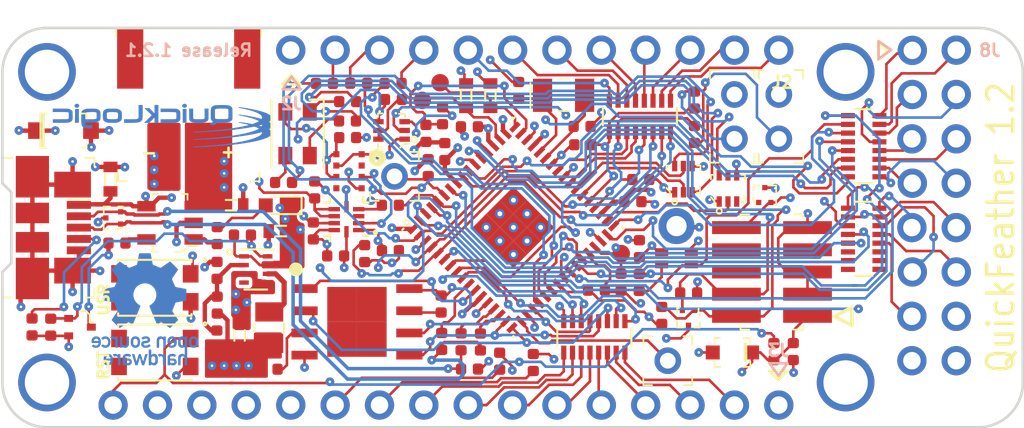
<source format=kicad_pcb>
(kicad_pcb (version 20171130) (host pcbnew 5.1.5+dfsg1-2~bpo10+1)
  (layers (0 Top signal) (1 In1.Cu signal hide) (2 In2.Cu mixed hide) (31 Bottom signal hide) (34 B.Paste user hide) (35 F.Paste user hide) (36 B.SilkS user hide) (37 F.SilkS user hide) (38 B.Mask user hide) (39 F.Mask user hide) (44 Edge.Cuts user))
  (net 0 "")
  (net 1 GND)
  (net 2 +3V3)
  (net 3 /USB_D_N)
  (net 4 /USB_D_P)
  (net 5 "Net-(C3-Pad2)")
  (net 6 "Net-(L1-Pad1)")
  (net 7 "Net-(R2-Pad1)")
  (net 8 "Net-(D2-Pad2)")
  (net 9 "Net-(C6-Pad1)")
  (net 10 "Net-(C7-Pad1)")
  (net 11 /SWD_CLK)
  (net 12 /SPI_MST_SS)
  (net 13 /SPI_MST_MOSI)
  (net 14 /SPI_MST_MISO)
  (net 15 /SPI_MST_CLK)
  (net 16 /SPI_WP)
  (net 17 /SPI_HOLD)
  (net 18 /PU_CTRL_USBP)
  (net 19 "Net-(MIC1-Pad1)")
  (net 20 /IMU_INT)
  (net 21 /I2C_SDA)
  (net 22 /I2C_SCL)
  (net 23 /ADC0_EN)
  (net 24 /ADC0)
  (net 25 "Net-(Q1-Pad3)")
  (net 26 "Net-(U4-Pad5)")
  (net 27 "Net-(U4-Pad2)")
  (net 28 +VBUS)
  (net 29 +VBAT)
  (net 30 /VDD2)
  (net 31 /VDD1)
  (net 32 /LED_G)
  (net 33 /LED_B)
  (net 34 /LED_R)
  (net 35 /USR_BUTTON)
  (net 36 /HEADER_P6)
  (net 37 /SYS_RST)
  (net 38 /HEADER_TX)
  (net 39 /HEADER_RX)
  (net 40 /SWD_SO)
  (net 41 /Q_LED_B)
  (net 42 /Q_LED_G)
  (net 43 /Q_LED_R)
  (net 44 "Net-(J2-Pad5)")
  (net 45 "Net-(J2-Pad4)")
  (net 46 "Net-(J2-Pad11)")
  (net 47 "Net-(J2-Pad10)")
  (net 48 "Net-(J2-Pad6)")
  (net 49 "Net-(J2-Pad3)")
  (net 50 "Net-(J2-Pad2)")
  (net 51 "Net-(J2-Pad8)")
  (net 52 "Net-(J2-Pad9)")
  (net 53 "Net-(J2-Pad7)")
  (net 54 "Net-(J3-Pad14)")
  (net 55 "Net-(J3-Pad6)")
  (net 56 "Net-(J3-Pad3)")
  (net 57 "Net-(J3-Pad9)")
  (net 58 "Net-(J3-Pad5)")
  (net 59 "Net-(J3-Pad8)")
  (net 60 "Net-(J3-Pad10)")
  (net 61 "Net-(J3-Pad12)")
  (net 62 "Net-(J3-Pad11)")
  (net 63 "Net-(J3-Pad7)")
  (net 64 /SWD_IO)
  (net 65 "Net-(J6-Pad8)")
  (net 66 "Net-(J6-Pad7)")
  (net 67 "Net-(J6-Pad6)")
  (net 68 "Net-(J2-Pad12)")
  (net 69 "Net-(J3-Pad2)")
  (net 70 "Net-(J3-Pad4)")
  (net 71 "Net-(S1-Pad3)")
  (net 72 "Net-(S2-Pad3)")
  (net 73 /USB_ID)
  (net 74 "Net-(J7-Pad2)")
  (net 75 "Net-(Q1-Pad5)")
  (net 76 "Net-(D4-Pad2)")
  (net 77 "Net-(D4-Pad1)")
  (net 78 "Net-(D4-Pad3)")
  (net 79 /S3IO_5)
  (net 80 /S3IO_7)
  (net 81 /S3IO_8)
  (net 82 /S3IO_9)
  (net 83 /S3IO_10)
  (net 84 /S3IO_11)
  (net 85 /S3IO_12)
  (net 86 /S3IO_13)
  (net 87 /ADC1)
  (net 88 /SPI_SLV_MISO)
  (net 89 /SPI_SLV_CLK)
  (net 90 /SPI_SLV_CSn)
  (net 91 /SPI_SLV_MOSI)
  (net 92 /I2S_WCLK)
  (net 93 /I2S_DOUT)
  (net 94 /S3IO_25)
  (net 95 /PDM_DATA)
  (net 96 /SPI_MST_CS2)
  (net 97 /I2S_CLK)
  (net 98 /S3IO_32_I2C1)
  (net 99 /S3IO_33_I2C1)
  (net 100 /S3_USB_D_N)
  (net 101 /S3_USB_D_P)
  (net 102 /S3IO_2)
  (net 103 /S3IO_4)
  (net 104 "Net-(J1-Pad2)")
  (net 105 /PDM_CKO)
  (net 106 "Net-(R42-Pad9)")
  (net 107 "Net-(R42-Pad8)")
  (net 108 "Net-(M1-Pad0)")
  (net 109 "Net-(M2-Pad0)")
  (net 110 "Net-(M3-Pad0)")
  (net 111 "Net-(M4-Pad0)")
  (net 112 /J8.14)
  (net 113 /J8.13)
  (net 114 /J8.6)
  (net 115 /J8.3)
  (net 116 /J8.1)
  (net 117 /J8.9)
  (net 118 /J8.5)
  (net 119 /J8.8)
  (net 120 /J8.2)
  (net 121 /J8.10)
  (net 122 /J8.12)
  (net 123 /J8.11)
  (net 124 /J8.4)
  (net 125 /J8.7)
  (net 126 "Net-(R42-Pad10)")
  (net 127 "Net-(R42-Pad7)")
  (net 128 "Net-(Q2-Pad5)")
  (net 129 "Net-(Q2-Pad3)")
  (net 130 "Net-(R3-Pad2)")
  (net 131 /PG)
  (net 132 "Net-(Q4-Pad3)")
  (net 133 "Net-(U5-Pad3)")
  (net 134 /S3IO_30)
  (net 135 /S3IO_35_SPI_MST_CS3)
  (net 136 /PU_CTRL_USBN)
  (net 137 "Net-(R42-Pad11)")
  (net 138 "Net-(R42-Pad6)")
  (module quickfeather-board-footprints:IM69D130 (layer Top) (at 161.6953 104.9267)
    (fp_text reference MIC1 hide)
    (fp_text value IM69D130 hide)
    (pad 4 smd rect (at 0.85 1.47 90) (size 0.45 0.75) (layers Top F.Paste F.Mask) (net 1 GND))
    (pad 3 smd rect (at 0.85 2.18 90) (size 0.45 0.75) (layers Top F.Paste F.Mask) (net 105 /PDM_CKO))
    (pad 2 smd rect (at -0.85 1.48 90) (size 0.45 0.75) (layers Top F.Paste F.Mask) (net 2 +3V3))
    (pad 1 smd rect (at -0.85 2.18 90) (size 0.45 0.75) (layers Top F.Paste F.Mask) (net 19 "Net-(MIC1-Pad1)"))
    (pad 5 thru_hole circle (at 0 -0.01 90) (size 2.06 2.06) (drill 1.16) (layers *.Mask Top) (net 1 GND))
  )
  (module quickfeather-board-footprints:PG-VLGA-8-2 (layer Top) (at 142.9453 101.7767)
    (fp_text reference U4 hide)
    (fp_text value DPS310 hide)
    (pad 4 smd rect (at 0.725 0.975) (size 0.35 0.35) (layers Top F.Paste F.Mask) (net 22 /I2C_SCL))
    (pad 3 smd rect (at 0.725 0.325) (size 0.35 0.35) (layers Top F.Paste F.Mask) (net 21 /I2C_SDA))
    (pad 2 smd rect (at 0.725 -0.325) (size 0.35 0.35) (layers Top F.Paste F.Mask) (net 27 "Net-(U4-Pad2)"))
    (pad 1 smd rect (at 0.725 -0.975) (size 0.35 0.35) (layers Top F.Paste F.Mask) (net 1 GND))
    (pad 5 smd rect (at -0.725 0.975) (size 0.35 0.35) (layers Top F.Paste F.Mask) (net 26 "Net-(U4-Pad5)"))
    (pad 6 smd rect (at -0.725 0.325) (size 0.35 0.35) (layers Top F.Paste F.Mask) (net 2 +3V3))
    (pad 7 smd rect (at -0.725 -0.325) (size 0.35 0.35) (layers Top F.Paste F.Mask) (net 1 GND))
    (pad 8 smd rect (at -0.725 -0.975) (size 0.35 0.35) (layers Top F.Paste F.Mask) (net 2 +3V3))
  )
  (module quickfeather-board-footprints:0402-res (layer Top) (at 149.8453 113.1017 180)
    (fp_text reference R27 hide)
    (fp_text value R_1k5_0402)
    (pad 2 smd roundrect (at 0.485 0 180) (size 0.59 0.64) (layers Top F.Paste F.Mask) (net 3 /USB_D_N))
    (pad 1 smd roundrect (at -0.485 0 180) (size 0.59 0.64) (layers Top F.Paste F.Mask) (net 136 /PU_CTRL_USBN))
  )
  (module quickfeather-board-footprints:PinHeader_2x5_P1.27_SMD (layer Top) (at 167.16 107.5436 90)
    (fp_text reference J6 hide)
    (fp_text value FTSH-105-01-L-DV-K hide)
    (pad 10 smd rect (at 2.54 -2.035 90) (size 0.74 2.79) (layers Top F.Paste F.Mask) (net 37 /SYS_RST))
    (pad 9 smd rect (at 2.54 2.035 90) (size 0.74 2.79) (layers Top F.Paste F.Mask) (net 1 GND))
    (pad 8 smd rect (at 1.27 -2.035 90) (size 0.74 2.79) (layers Top F.Paste F.Mask) (net 65 "Net-(J6-Pad8)"))
    (pad 7 smd rect (at 1.27 2.035 90) (size 0.74 2.79) (layers Top F.Paste F.Mask) (net 66 "Net-(J6-Pad7)"))
    (pad 6 smd rect (at 0 -2.035 90) (size 0.74 2.79) (layers Top F.Paste F.Mask) (net 67 "Net-(J6-Pad6)"))
    (pad 5 smd rect (at 0 2.035 90) (size 0.74 2.79) (layers Top F.Paste F.Mask) (net 1 GND))
    (pad 4 smd rect (at -1.27 -2.035 90) (size 0.74 2.79) (layers Top F.Paste F.Mask) (net 11 /SWD_CLK))
    (pad 3 smd rect (at -1.27 2.035 90) (size 0.74 2.79) (layers Top F.Paste F.Mask) (net 1 GND))
    (pad 2 smd rect (at -2.54 -2.035 90) (size 0.74 2.79) (layers Top F.Paste F.Mask) (net 64 /SWD_IO))
    (pad 1 smd rect (at -2.54 2.035 90) (size 0.74 2.79) (layers Top F.Paste F.Mask) (net 2 +3V3))
  )
  (module quickfeather-board-footprints:SW_SPST_4.2x2.8 (layer Top) (at 131.83 112.15)
    (fp_text reference S1 hide)
    (fp_text value KMR2 hide)
    (pad 4 smd rect (at -2.05 0.8) (size 0.9 1) (layers Top F.Paste F.Mask))
    (pad 2 smd rect (at 2.05 0.8) (size 0.9 1) (layers Top F.Paste F.Mask) (net 1 GND))
    (pad 1 smd rect (at 2.05 -0.8) (size 0.9 1) (layers Top F.Paste F.Mask) (net 37 /SYS_RST))
    (pad 3 smd rect (at -2.05 -0.8) (size 0.9 1) (layers Top F.Paste F.Mask) (net 71 "Net-(S1-Pad3)"))
  )
  (module quickfeather-board-footprints:SW_SPST_4.2x2.8 (layer Top) (at 131.83 108.45)
    (fp_text reference S2 hide)
    (fp_text value KMR2 hide)
    (pad 4 smd rect (at -2.05 0.8) (size 0.9 1) (layers Top F.Paste F.Mask))
    (pad 2 smd rect (at 2.05 0.8) (size 0.9 1) (layers Top F.Paste F.Mask) (net 1 GND))
    (pad 1 smd rect (at 2.05 -0.8) (size 0.9 1) (layers Top F.Paste F.Mask) (net 35 /USR_BUTTON))
    (pad 3 smd rect (at -2.05 -0.8) (size 0.9 1) (layers Top F.Paste F.Mask) (net 72 "Net-(S2-Pad3)"))
  )
  (module quickfeather-board-footprints:0402-res (layer Top) (at 136.8453 105.4267)
    (fp_text reference R1 hide)
    (fp_text value R_1M5_0402 hide)
    (pad 2 smd roundrect (at 0.485 0) (size 0.59 0.64) (layers Top F.Paste F.Mask) (net 131 /PG))
    (pad 1 smd roundrect (at -0.485 0) (size 0.59 0.64) (layers Top F.Paste F.Mask) (net 28 +VBUS))
  )
  (module quickfeather-board-footprints:SOT-523 (layer Top) (at 127.5453 110.7017 270)
    (fp_text reference Q4 hide)
    (fp_text value DMG1012T-7 hide)
    (pad 2 smd rect (at 0.5 0.65 270) (size 0.4 0.51) (layers Top F.Paste F.Mask) (net 1 GND))
    (pad 1 smd rect (at -0.5 0.65 270) (size 0.4 0.51) (layers Top F.Paste F.Mask) (net 131 /PG))
    (pad 3 smd rect (at 0 -0.65 270) (size 0.4 0.51) (layers Top F.Paste F.Mask) (net 132 "Net-(Q4-Pad3)"))
  )
  (module quickfeather-board-footprints:QFN-64_8.5x8.5_EOS (layer Top) (at 152.36 104.99 45)
    (fp_text reference IC1 hide)
    (fp_text value EOS-S3-QFN hide)
    (pad 65 thru_hole circle (at 1.1 1.1 45) (size 0.55 0.55) (drill 0.275) (layers *.Cu *.Mask) (net 1 GND))
    (pad 65 thru_hole circle (at 1.1 0 45) (size 0.55 0.55) (drill 0.275) (layers *.Cu *.Mask) (net 1 GND))
    (pad 65 thru_hole circle (at 1.1 -1.1 45) (size 0.55 0.55) (drill 0.275) (layers *.Cu *.Mask) (net 1 GND))
    (pad 65 thru_hole circle (at 0 1.1 45) (size 0.55 0.55) (drill 0.275) (layers *.Cu *.Mask) (net 1 GND))
    (pad 65 thru_hole circle (at 0 0 45) (size 0.55 0.55) (drill 0.275) (layers *.Cu *.Mask) (net 1 GND))
    (pad 65 thru_hole circle (at 0 -1.1 45) (size 0.55 0.55) (drill 0.275) (layers *.Cu *.Mask) (net 1 GND))
    (pad 65 thru_hole circle (at -1.1 1.1 45) (size 0.55 0.55) (drill 0.275) (layers *.Cu *.Mask) (net 1 GND))
    (pad 65 thru_hole circle (at -1.1 0 45) (size 0.55 0.55) (drill 0.275) (layers *.Cu *.Mask) (net 1 GND))
    (pad 65 thru_hole circle (at -1.1 -1.1 45) (size 0.55 0.55) (drill 0.275) (layers *.Cu *.Mask) (net 1 GND))
    (pad 65 smd rect (at 1.1 1.1 45) (size 1.1 1.1) (layers Top F.Paste F.Mask) (net 1 GND))
    (pad 65 smd rect (at 1.1 0 45) (size 1.1 1.1) (layers Top F.Paste F.Mask) (net 1 GND))
    (pad 65 smd rect (at 1.1 -1.1 45) (size 1.1 1.1) (layers Top F.Paste F.Mask) (net 1 GND))
    (pad 65 smd rect (at 0 1.1 45) (size 1.1 1.1) (layers Top F.Paste F.Mask) (net 1 GND))
    (pad 65 smd rect (at 0 0 45) (size 1.1 1.1) (layers Top F.Paste F.Mask) (net 1 GND))
    (pad 65 smd rect (at 0 -1.1 45) (size 1.1 1.1) (layers Top F.Paste F.Mask) (net 1 GND))
    (pad 65 smd rect (at -1.1 1.1 45) (size 1.1 1.1) (layers Top F.Paste F.Mask) (net 1 GND))
    (pad 65 smd rect (at -1.1 0 45) (size 1.1 1.1) (layers Top F.Paste F.Mask) (net 1 GND))
    (pad 65 smd rect (at -1.1 -1.1 45) (size 1.1 1.1) (layers Top F.Paste F.Mask) (net 1 GND))
    (pad 64 smd rect (at -3.5 -4.1 45) (size 0.27 0.7) (layers Top F.Paste F.Mask) (net 79 /S3IO_5))
    (pad 63 smd rect (at -3 -4.1 45) (size 0.27 0.7) (layers Top F.Paste F.Mask) (net 80 /S3IO_7))
    (pad 62 smd rect (at -2.5 -4.1 45) (size 0.27 0.7) (layers Top F.Paste F.Mask) (net 35 /USR_BUTTON))
    (pad 61 smd rect (at -2 -4.1 45) (size 0.27 0.7) (layers Top F.Paste F.Mask) (net 81 /S3IO_8))
    (pad 60 smd rect (at -1.5 -4.1 45) (size 0.27 0.7) (layers Top F.Paste F.Mask) (net 82 /S3IO_9))
    (pad 59 smd rect (at -1 -4.1 45) (size 0.27 0.7) (layers Top F.Paste F.Mask) (net 83 /S3IO_10))
    (pad 58 smd rect (at -0.5 -4.1 45) (size 0.27 0.7) (layers Top F.Paste F.Mask) (net 2 +3V3))
    (pad 57 smd rect (at 0 -4.1 45) (size 0.27 0.7) (layers Top F.Paste F.Mask) (net 84 /S3IO_11))
    (pad 56 smd rect (at 0.5 -4.1 45) (size 0.27 0.7) (layers Top F.Paste F.Mask) (net 85 /S3IO_12))
    (pad 55 smd rect (at 1 -4.1 45) (size 0.27 0.7) (layers Top F.Paste F.Mask) (net 86 /S3IO_13))
    (pad 54 smd rect (at 1.5 -4.1 45) (size 0.27 0.7) (layers Top F.Paste F.Mask) (net 11 /SWD_CLK))
    (pad 53 smd rect (at 2 -4.1 45) (size 0.27 0.7) (layers Top F.Paste F.Mask) (net 64 /SWD_IO))
    (pad 52 smd rect (at 2.5 -4.1 45) (size 0.27 0.7) (layers Top F.Paste F.Mask) (net 2 +3V3))
    (pad 51 smd rect (at 3 -4.1 45) (size 0.27 0.7) (layers Top F.Paste F.Mask) (net 30 /VDD2))
    (pad 50 smd rect (at 3.5 -4.1 45) (size 0.27 0.7) (layers Top F.Paste F.Mask) (net 2 +3V3))
    (pad 49 smd rect (at 4.12 -4 135) (size 0.27 0.66) (layers Top F.Paste F.Mask) (net 31 /VDD1))
    (pad 48 smd rect (at 4.1 -3.5 135) (size 0.27 0.7) (layers Top F.Paste F.Mask) (net 24 /ADC0))
    (pad 47 smd rect (at 4.1 -3 135) (size 0.27 0.7) (layers Top F.Paste F.Mask) (net 87 /ADC1))
    (pad 46 smd rect (at 4.1 -2.5 135) (size 0.27 0.7) (layers Top F.Paste F.Mask) (net 2 +3V3))
    (pad 45 smd rect (at 4.1 -2 135) (size 0.27 0.7) (layers Top F.Paste F.Mask) (net 10 "Net-(C7-Pad1)"))
    (pad 44 smd rect (at 4.1 -1.5 135) (size 0.27 0.7) (layers Top F.Paste F.Mask) (net 9 "Net-(C6-Pad1)"))
    (pad 43 smd rect (at 4.1 -1 135) (size 0.27 0.7) (layers Top F.Paste F.Mask) (net 1 GND))
    (pad 42 smd rect (at 4.1 -0.5 135) (size 0.27 0.7) (layers Top F.Paste F.Mask) (net 88 /SPI_SLV_MISO))
    (pad 41 smd rect (at 4.1 0 135) (size 0.27 0.7) (layers Top F.Paste F.Mask) (net 37 /SYS_RST))
    (pad 40 smd rect (at 4.1 0.5 135) (size 0.27 0.7) (layers Top F.Paste F.Mask) (net 89 /SPI_SLV_CLK))
    (pad 39 smd rect (at 4.1 1 135) (size 0.27 0.7) (layers Top F.Paste F.Mask) (net 42 /Q_LED_G))
    (pad 38 smd rect (at 4.1 1.5 135) (size 0.27 0.7) (layers Top F.Paste F.Mask) (net 41 /Q_LED_B))
    (pad 37 smd rect (at 4.1 2 135) (size 0.27 0.7) (layers Top F.Paste F.Mask) (net 90 /SPI_SLV_CSn))
    (pad 36 smd rect (at 4.1 2.5 135) (size 0.27 0.7) (layers Top F.Paste F.Mask) (net 91 /SPI_SLV_MOSI))
    (pad 35 smd rect (at 4.1 3 135) (size 0.27 0.7) (layers Top F.Paste F.Mask) (net 2 +3V3))
    (pad 34 smd rect (at 4.1 3.5 135) (size 0.27 0.7) (layers Top F.Paste F.Mask) (net 43 /Q_LED_R))
    (pad 33 smd rect (at 4.12 4 135) (size 0.27 0.66) (layers Top F.Paste F.Mask) (net 92 /I2S_WCLK))
    (pad 32 smd rect (at 3.5 4.1 45) (size 0.27 0.7) (layers Top F.Paste F.Mask) (net 93 /I2S_DOUT))
    (pad 31 smd rect (at 3 4.1 45) (size 0.27 0.7) (layers Top F.Paste F.Mask) (net 94 /S3IO_25))
    (pad 30 smd rect (at 2.5 4.1 45) (size 0.27 0.7) (layers Top F.Paste F.Mask) (net 23 /ADC0_EN))
    (pad 29 smd rect (at 2 4.1 45) (size 0.27 0.7) (layers Top F.Paste F.Mask) (net 1 GND))
    (pad 28 smd rect (at 1.5 4.1 45) (size 0.27 0.7) (layers Top F.Paste F.Mask) (net 96 /SPI_MST_CS2))
    (pad 27 smd rect (at 1 4.1 45) (size 0.27 0.7) (layers Top F.Paste F.Mask) (net 95 /PDM_DATA))
    (pad 26 smd rect (at 0.5 4.1 45) (size 0.27 0.7) (layers Top F.Paste F.Mask) (net 105 /PDM_CKO))
    (pad 25 smd rect (at 0 4.1 45) (size 0.27 0.7) (layers Top F.Paste F.Mask) (net 134 /S3IO_30))
    (pad 24 smd rect (at -0.5 4.1 45) (size 0.27 0.7) (layers Top F.Paste F.Mask) (net 2 +3V3))
    (pad 23 smd rect (at -1 4.1 45) (size 0.27 0.7) (layers Top F.Paste F.Mask) (net 97 /I2S_CLK))
    (pad 22 smd rect (at -1.5 4.1 45) (size 0.27 0.7) (layers Top F.Paste F.Mask) (net 98 /S3IO_32_I2C1))
    (pad 21 smd rect (at -2 4.1 45) (size 0.27 0.7) (layers Top F.Paste F.Mask) (net 99 /S3IO_33_I2C1))
    (pad 20 smd rect (at -2.5 4.1 45) (size 0.27 0.7) (layers Top F.Paste F.Mask) (net 15 /SPI_MST_CLK))
    (pad 19 smd rect (at -3 4.1 45) (size 0.27 0.7) (layers Top F.Paste F.Mask) (net 1 GND))
    (pad 18 smd rect (at -3.5 4.1 45) (size 0.27 0.7) (layers Top F.Paste F.Mask) (net 135 /S3IO_35_SPI_MST_CS3))
    (pad 17 smd rect (at -4.12 4 135) (size 0.27 0.66) (layers Top F.Paste F.Mask) (net 14 /SPI_MST_MISO))
    (pad 16 smd rect (at -4.1 3.5 135) (size 0.27 0.7) (layers Top F.Paste F.Mask) (net 13 /SPI_MST_MOSI))
    (pad 15 smd rect (at -4.1 3 135) (size 0.27 0.7) (layers Top F.Paste F.Mask) (net 18 /PU_CTRL_USBP))
    (pad 14 smd rect (at -4.1 2.5 135) (size 0.27 0.7) (layers Top F.Paste F.Mask) (net 100 /S3_USB_D_N))
    (pad 13 smd rect (at -4.1 2 135) (size 0.27 0.7) (layers Top F.Paste F.Mask) (net 136 /PU_CTRL_USBN))
    (pad 12 smd rect (at -4.1 1.5 135) (size 0.27 0.7) (layers Top F.Paste F.Mask) (net 2 +3V3))
    (pad 11 smd rect (at -4.1 1 135) (size 0.27 0.7) (layers Top F.Paste F.Mask) (net 12 /SPI_MST_SS))
    (pad 10 smd rect (at -4.1 0.5 135) (size 0.27 0.7) (layers Top F.Paste F.Mask) (net 101 /S3_USB_D_P))
    (pad 9 smd rect (at -4.1 0 135) (size 0.27 0.7) (layers Top F.Paste F.Mask) (net 39 /HEADER_RX))
    (pad 8 smd rect (at -4.1 -0.5 135) (size 0.27 0.7) (layers Top F.Paste F.Mask) (net 38 /HEADER_TX))
    (pad 7 smd rect (at -4.1 -1 135) (size 0.27 0.7) (layers Top F.Paste F.Mask) (net 36 /HEADER_P6))
    (pad 6 smd rect (at -4.1 -1.5 135) (size 0.27 0.7) (layers Top F.Paste F.Mask) (net 102 /S3IO_2))
    (pad 5 smd rect (at -4.1 -2 135) (size 0.27 0.7) (layers Top F.Paste F.Mask) (net 21 /I2C_SDA))
    (pad 4 smd rect (at -4.1 -2.5 135) (size 0.27 0.7) (layers Top F.Paste F.Mask) (net 22 /I2C_SCL))
    (pad 3 smd rect (at -4.1 -3 135) (size 0.27 0.7) (layers Top F.Paste F.Mask) (net 103 /S3IO_4))
    (pad 2 smd rect (at -4.1 -3.5 135) (size 0.27 0.7) (layers Top F.Paste F.Mask) (net 20 /IMU_INT))
    (pad 1 smd rect (at -4.12 -4 135) (size 0.27 0.66) (layers Top F.Paste F.Mask) (net 2 +3V3))
  )
  (module quickfeather-board-footprints:0402-cap (layer Top) (at 125.8703 110.7017 270)
    (fp_text reference C19 hide)
    (fp_text value C_1u_0402 hide)
    (pad 2 smd roundrect (at 0.485 0 270) (size 0.59 0.64) (layers Top F.Paste F.Mask) (net 1 GND))
    (pad 1 smd roundrect (at -0.485 0 270) (size 0.59 0.64) (layers Top F.Paste F.Mask) (net 131 /PG))
  )
  (module quickfeather-board-footprints:R_Array_Convex_8x0602 (layer Top) (at 172.411 105.643)
    (fp_text reference R42 hide)
    (fp_text value EXB2HV220JV)
    (pad 10 smd rect (at 0.9 1.25) (size 0.8 0.3) (layers Top F.Paste F.Mask) (net 126 "Net-(R42-Pad10)"))
    (pad 12 smd rect (at 0.9 0.25) (size 0.8 0.3) (layers Top F.Paste F.Mask) (net 113 /J8.13))
    (pad 11 smd rect (at 0.9 0.75) (size 0.8 0.3) (layers Top F.Paste F.Mask) (net 137 "Net-(R42-Pad11)"))
    (pad 13 smd rect (at 0.9 -0.25) (size 0.8 0.3) (layers Top F.Paste F.Mask) (net 122 /J8.12))
    (pad 14 smd rect (at 0.9 -0.75) (size 0.8 0.3) (layers Top F.Paste F.Mask) (net 123 /J8.11))
    (pad 15 smd rect (at 0.9 -1.25) (size 0.8 0.3) (layers Top F.Paste F.Mask) (net 121 /J8.10))
    (pad 7 smd rect (at -0.9 1.25) (size 0.8 0.3) (layers Top F.Paste F.Mask) (net 127 "Net-(R42-Pad7)"))
    (pad 6 smd rect (at -0.9 0.75) (size 0.8 0.3) (layers Top F.Paste F.Mask) (net 138 "Net-(R42-Pad6)"))
    (pad 5 smd rect (at -0.9 0.25) (size 0.8 0.3) (layers Top F.Paste F.Mask) (net 83 /S3IO_10))
    (pad 4 smd rect (at -0.9 -0.25) (size 0.8 0.3) (layers Top F.Paste F.Mask) (net 81 /S3IO_8))
    (pad 3 smd rect (at -0.9 -0.75) (size 0.8 0.3) (layers Top F.Paste F.Mask) (net 80 /S3IO_7))
    (pad 2 smd rect (at -0.9 -1.25) (size 0.8 0.3) (layers Top F.Paste F.Mask) (net 35 /USR_BUTTON))
    (pad 9 smd rect (at 0.9 1.75) (size 0.8 0.3) (layers Top F.Paste F.Mask) (net 106 "Net-(R42-Pad9)"))
    (pad 8 smd rect (at -0.9 1.75) (size 0.8 0.3) (layers Top F.Paste F.Mask) (net 107 "Net-(R42-Pad8)"))
    (pad 16 smd rect (at 0.9 -1.75) (size 0.8 0.3) (layers Top F.Paste F.Mask) (net 117 /J8.9))
    (pad 1 smd rect (at -0.9 -1.75) (size 0.8 0.3) (layers Top F.Paste F.Mask) (net 79 /S3IO_5))
  )
  (module quickfeather-board-footprints:R_Array_Convex_8x0602 (layer Top) (at 156.99 111.26 90)
    (fp_text reference R30 hide)
    (fp_text value EXB2HV220JV hide)
    (pad 10 smd rect (at 0.9 1.25 90) (size 0.8 0.3) (layers Top F.Paste F.Mask) (net 39 /HEADER_RX))
    (pad 12 smd rect (at 0.9 0.25 90) (size 0.8 0.3) (layers Top F.Paste F.Mask) (net 13 /SPI_MST_MOSI))
    (pad 11 smd rect (at 0.9 0.75 90) (size 0.8 0.3) (layers Top F.Paste F.Mask) (net 14 /SPI_MST_MISO))
    (pad 13 smd rect (at 0.9 -0.25 90) (size 0.8 0.3) (layers Top F.Paste F.Mask) (net 15 /SPI_MST_CLK))
    (pad 14 smd rect (at 0.9 -0.75 90) (size 0.8 0.3) (layers Top F.Paste F.Mask) (net 102 /S3IO_2))
    (pad 15 smd rect (at 0.9 -1.25 90) (size 0.8 0.3) (layers Top F.Paste F.Mask) (net 86 /S3IO_13))
    (pad 7 smd rect (at -0.9 1.25 90) (size 0.8 0.3) (layers Top F.Paste F.Mask) (net 56 "Net-(J3-Pad3)"))
    (pad 6 smd rect (at -0.9 0.75 90) (size 0.8 0.3) (layers Top F.Paste F.Mask) (net 70 "Net-(J3-Pad4)"))
    (pad 5 smd rect (at -0.9 0.25 90) (size 0.8 0.3) (layers Top F.Paste F.Mask) (net 58 "Net-(J3-Pad5)"))
    (pad 4 smd rect (at -0.9 -0.25 90) (size 0.8 0.3) (layers Top F.Paste F.Mask) (net 55 "Net-(J3-Pad6)"))
    (pad 3 smd rect (at -0.9 -0.75 90) (size 0.8 0.3) (layers Top F.Paste F.Mask) (net 63 "Net-(J3-Pad7)"))
    (pad 2 smd rect (at -0.9 -1.25 90) (size 0.8 0.3) (layers Top F.Paste F.Mask) (net 59 "Net-(J3-Pad8)"))
    (pad 9 smd rect (at 0.9 1.75 90) (size 0.8 0.3) (layers Top F.Paste F.Mask) (net 38 /HEADER_TX))
    (pad 8 smd rect (at -0.9 1.75 90) (size 0.8 0.3) (layers Top F.Paste F.Mask) (net 69 "Net-(J3-Pad2)"))
    (pad 16 smd rect (at 0.9 -1.75 90) (size 0.8 0.3) (layers Top F.Paste F.Mask) (net 94 /S3IO_25))
    (pad 1 smd rect (at -0.9 -1.75 90) (size 0.8 0.3) (layers Top F.Paste F.Mask) (net 57 "Net-(J3-Pad9)"))
  )
  (module quickfeather-board-footprints:R_Array_Convex_8x0602 (layer Top) (at 172.411 100.343)
    (fp_text reference R33 hide)
    (fp_text value EXB2HV220JV)
    (pad 10 smd rect (at 0.9 1.25) (size 0.8 0.3) (layers Top F.Paste F.Mask) (net 125 /J8.7))
    (pad 12 smd rect (at 0.9 0.25) (size 0.8 0.3) (layers Top F.Paste F.Mask) (net 118 /J8.5))
    (pad 11 smd rect (at 0.9 0.75) (size 0.8 0.3) (layers Top F.Paste F.Mask) (net 114 /J8.6))
    (pad 13 smd rect (at 0.9 -0.25) (size 0.8 0.3) (layers Top F.Paste F.Mask) (net 124 /J8.4))
    (pad 14 smd rect (at 0.9 -0.75) (size 0.8 0.3) (layers Top F.Paste F.Mask) (net 115 /J8.3))
    (pad 15 smd rect (at 0.9 -1.25) (size 0.8 0.3) (layers Top F.Paste F.Mask) (net 120 /J8.2))
    (pad 7 smd rect (at -0.9 1.25) (size 0.8 0.3) (layers Top F.Paste F.Mask) (net 85 /S3IO_12))
    (pad 6 smd rect (at -0.9 0.75) (size 0.8 0.3) (layers Top F.Paste F.Mask) (net 84 /S3IO_11))
    (pad 5 smd rect (at -0.9 0.25) (size 0.8 0.3) (layers Top F.Paste F.Mask) (net 97 /I2S_CLK))
    (pad 4 smd rect (at -0.9 -0.25) (size 0.8 0.3) (layers Top F.Paste F.Mask) (net 93 /I2S_DOUT))
    (pad 3 smd rect (at -0.9 -0.75) (size 0.8 0.3) (layers Top F.Paste F.Mask) (net 92 /I2S_WCLK))
    (pad 2 smd rect (at -0.9 -1.25) (size 0.8 0.3) (layers Top F.Paste F.Mask) (net 105 /PDM_CKO))
    (pad 9 smd rect (at 0.9 1.75) (size 0.8 0.3) (layers Top F.Paste F.Mask) (net 119 /J8.8))
    (pad 8 smd rect (at -0.9 1.75) (size 0.8 0.3) (layers Top F.Paste F.Mask) (net 103 /S3IO_4))
    (pad 16 smd rect (at 0.9 -1.75) (size 0.8 0.3) (layers Top F.Paste F.Mask) (net 116 /J8.1))
    (pad 1 smd rect (at -0.9 -1.75) (size 0.8 0.3) (layers Top F.Paste F.Mask) (net 95 /PDM_DATA))
  )
  (module quickfeather-board-footprints:R_Array_Convex_8x0602 (layer Top) (at 159.6 98.64 90)
    (fp_text reference R41 hide)
    (fp_text value EXB2HV220JV)
    (pad 10 smd rect (at 0.9 1.25 90) (size 0.8 0.3) (layers Top F.Paste F.Mask) (net 46 "Net-(J2-Pad11)"))
    (pad 12 smd rect (at 0.9 0.25 90) (size 0.8 0.3) (layers Top F.Paste F.Mask) (net 52 "Net-(J2-Pad9)"))
    (pad 11 smd rect (at 0.9 0.75 90) (size 0.8 0.3) (layers Top F.Paste F.Mask) (net 47 "Net-(J2-Pad10)"))
    (pad 13 smd rect (at 0.9 -0.25 90) (size 0.8 0.3) (layers Top F.Paste F.Mask) (net 51 "Net-(J2-Pad8)"))
    (pad 14 smd rect (at 0.9 -0.75 90) (size 0.8 0.3) (layers Top F.Paste F.Mask) (net 53 "Net-(J2-Pad7)"))
    (pad 15 smd rect (at 0.9 -1.25 90) (size 0.8 0.3) (layers Top F.Paste F.Mask) (net 48 "Net-(J2-Pad6)"))
    (pad 7 smd rect (at -0.9 1.25 90) (size 0.8 0.3) (layers Top F.Paste F.Mask) (net 22 /I2C_SCL))
    (pad 6 smd rect (at -0.9 0.75 90) (size 0.8 0.3) (layers Top F.Paste F.Mask) (net 20 /IMU_INT))
    (pad 5 smd rect (at -0.9 0.25 90) (size 0.8 0.3) (layers Top F.Paste F.Mask) (net 36 /HEADER_P6))
    (pad 4 smd rect (at -0.9 -0.25 90) (size 0.8 0.3) (layers Top F.Paste F.Mask) (net 89 /SPI_SLV_CLK))
    (pad 3 smd rect (at -0.9 -0.75 90) (size 0.8 0.3) (layers Top F.Paste F.Mask) (net 88 /SPI_SLV_MISO))
    (pad 2 smd rect (at -0.9 -1.25 90) (size 0.8 0.3) (layers Top F.Paste F.Mask) (net 91 /SPI_SLV_MOSI))
    (pad 9 smd rect (at 0.9 1.75 90) (size 0.8 0.3) (layers Top F.Paste F.Mask) (net 68 "Net-(J2-Pad12)"))
    (pad 8 smd rect (at -0.9 1.75 90) (size 0.8 0.3) (layers Top F.Paste F.Mask) (net 21 /I2C_SDA))
    (pad 16 smd rect (at 0.9 -1.75 90) (size 0.8 0.3) (layers Top F.Paste F.Mask) (net 44 "Net-(J2-Pad5)"))
    (pad 1 smd rect (at -0.9 -1.75 90) (size 0.8 0.3) (layers Top F.Paste F.Mask) (net 90 /SPI_SLV_CSn))
  )
  (module quickfeather-board-footprints:0806 (layer Top) (at 138.38 110.73 270)
    (fp_text reference L1 hide)
    (fp_text value DFE201610E-R47M=P2 hide)
    (pad 1 smd rect (at -0.9 0 270) (size 1.1 1.6) (layers Top F.Paste F.Mask) (net 6 "Net-(L1-Pad1)"))
    (pad 2 smd rect (at 0.9 0 270) (size 1.1 1.6) (layers Top F.Paste F.Mask) (net 2 +3V3))
  )
  (module quickfeather-board-footprints:MC3635 (layer Top) (at 142.55 104.52 180)
    (fp_text reference U5 hide)
    (fp_text value MC3635 hide)
    (pad 10 smd rect (at -0.25 -0.72 180) (size 0.25 0.65) (layers Top F.Paste F.Mask) (net 22 /I2C_SCL))
    (pad 9 smd rect (at 0.45 -0.625 270) (size 0.25 0.65) (layers Top F.Paste F.Mask) (net 2 +3V3))
    (pad 8 smd rect (at 0.45 -0.23 270) (size 0.25 0.65) (layers Top F.Paste F.Mask) (net 1 GND))
    (pad 7 smd rect (at 0.45 0.17 270) (size 0.25 0.65) (layers Top F.Paste F.Mask) (net 2 +3V3))
    (pad 6 smd rect (at 0.45 0.57 270) (size 0.25 0.65) (layers Top F.Paste F.Mask) (net 2 +3V3))
    (pad 5 smd rect (at -0.25 0.72 180) (size 0.25 0.65) (layers Top F.Paste F.Mask) (net 20 /IMU_INT))
    (pad 4 smd rect (at -0.95 0.57 270) (size 0.25 0.65) (layers Top F.Paste F.Mask) (net 1 GND))
    (pad 3 smd rect (at -0.95 0.17 270) (size 0.25 0.65) (layers Top F.Paste F.Mask) (net 133 "Net-(U5-Pad3)"))
    (pad 2 smd rect (at -0.95 -0.23 270) (size 0.25 0.65) (layers Top F.Paste F.Mask) (net 21 /I2C_SDA))
    (pad 1 smd rect (at -0.95 -0.625 270) (size 0.25 0.65) (layers Top F.Paste F.Mask) (net 1 GND))
  )
  (module quickfeather-board-footprints:SOT-563 (layer Top) (at 145.38 99.44 90)
    (fp_text reference Q1 hide)
    (fp_text value NX3008CBKV)
    (pad 4 smd rect (at 0.5 -0.75 90) (size 0.3 0.6) (layers Top F.Paste F.Mask) (net 29 +VBAT))
    (pad 5 smd rect (at 0 -0.75 90) (size 0.3 0.6) (layers Top F.Paste F.Mask) (net 75 "Net-(Q1-Pad5)"))
    (pad 6 smd rect (at -0.5 -0.75 90) (size 0.3 0.6) (layers Top F.Paste F.Mask) (net 75 "Net-(Q1-Pad5)"))
    (pad 1 smd rect (at -0.5 0.75 90) (size 0.3 0.6) (layers Top F.Paste F.Mask) (net 1 GND))
    (pad 2 smd rect (at 0 0.75 90) (size 0.3 0.6) (layers Top F.Paste F.Mask) (net 23 /ADC0_EN))
    (pad 3 smd rect (at 0.5 0.75 90) (size 0.3 0.6) (layers Top F.Paste F.Mask) (net 25 "Net-(Q1-Pad3)"))
  )
  (module quickfeather-board-footprints:SOT-563 (layer Top) (at 164.64 102.76)
    (fp_text reference Q2 hide)
    (fp_text value 2N7002PV)
    (pad 4 smd rect (at 0.5 -0.75) (size 0.3 0.6) (layers Top F.Paste F.Mask) (net 1 GND))
    (pad 5 smd rect (at 0 -0.75) (size 0.3 0.6) (layers Top F.Paste F.Mask) (net 128 "Net-(Q2-Pad5)"))
    (pad 6 smd rect (at -0.5 -0.75) (size 0.3 0.6) (layers Top F.Paste F.Mask) (net 34 /LED_R))
    (pad 1 smd rect (at -0.5 0.75) (size 0.3 0.6) (layers Top F.Paste F.Mask) (net 1 GND))
    (pad 2 smd rect (at 0 0.75) (size 0.3 0.6) (layers Top F.Paste F.Mask) (net 43 /Q_LED_R))
    (pad 3 smd rect (at 0.5 0.75) (size 0.3 0.6) (layers Top F.Paste F.Mask) (net 129 "Net-(Q2-Pad3)"))
  )
  (module quickfeather-board-footprints:SOT-563 (layer Top) (at 162.09 102.23)
    (fp_text reference Q3 hide)
    (fp_text value 2N7002PV)
    (pad 4 smd rect (at 0.5 -0.75) (size 0.3 0.6) (layers Top F.Paste F.Mask) (net 1 GND))
    (pad 5 smd rect (at 0 -0.75) (size 0.3 0.6) (layers Top F.Paste F.Mask) (net 42 /Q_LED_G))
    (pad 6 smd rect (at -0.5 -0.75) (size 0.3 0.6) (layers Top F.Paste F.Mask) (net 33 /LED_B))
    (pad 1 smd rect (at -0.5 0.75) (size 0.3 0.6) (layers Top F.Paste F.Mask) (net 1 GND))
    (pad 2 smd rect (at 0 0.75) (size 0.3 0.6) (layers Top F.Paste F.Mask) (net 41 /Q_LED_B))
    (pad 3 smd rect (at 0.5 0.75) (size 0.3 0.6) (layers Top F.Paste F.Mask) (net 32 /LED_G))
  )
  (module quickfeather-board-footprints:PinHeader_1x2_P2.54_Drill0.9mm (layer Top) (at 165.0111 97.3836 270)
    (fp_text reference J1 hide)
    (fp_text value 61300211121)
    (pad 2 thru_hole circle (at 2.5394 0.0001 270) (size 1.524 1.524) (drill 0.9) (layers *.Cu *.Mask) (net 104 "Net-(J1-Pad2)"))
    (pad 1 thru_hole circle (at -0.0006 0.0001 270) (size 1.524 1.524) (drill 0.9) (layers *.Cu *.Mask) (net 2 +3V3))
  )
  (module quickfeather-board-footprints:PinHeader_1x2_P2.54_Drill0.9mm (layer Top) (at 167.551 97.383 270)
    (fp_text reference J7 hide)
    (fp_text value 61300211121)
    (pad 1 thru_hole circle (at 0 0 270) (size 1.524 1.524) (drill 0.9) (layers *.Cu *.Mask) (net 2 +3V3))
    (pad 2 thru_hole circle (at 2.54 0 270) (size 1.524 1.524) (drill 0.9) (layers *.Cu *.Mask) (net 74 "Net-(J7-Pad2)"))
  )
  (module quickfeather-board-footprints:LED-PLCC4_3.2x2.8mm_B (layer Top) (at 140 99.63 270)
    (fp_text reference D4 hide)
    (fp_text value ASMB-MTB1-0A3A2)
    (pad 1 smd rect (at -1.25 -0.7 270) (size 1 0.8) (layers Top F.Paste F.Mask) (net 77 "Net-(D4-Pad1)"))
    (pad 2 smd rect (at 1.25 -0.7 270) (size 1 0.8) (layers Top F.Paste F.Mask) (net 76 "Net-(D4-Pad2)"))
    (pad 3 smd rect (at 1.25 0.7 270) (size 1 0.8) (layers Top F.Paste F.Mask) (net 78 "Net-(D4-Pad3)"))
    (pad 4 smd rect (at -1.25 0.7 270) (size 1 0.8) (layers Top F.Paste F.Mask) (net 2 +3V3))
  )
  (module quickfeather-board-footprints:oshw-logo (layer Bottom) (at 131.26 109.68 180)
    (fp_text reference N1 hide)
    (fp_text value oshw_logo hide)
    (fp_poly (pts (xy -1.520547 -2.559315) (xy -1.484257 -2.562589) (xy -1.453571 -2.568483) (xy -1.42629 -2.577419) (xy -1.400688 -2.589559) (xy -1.370681 -2.610821) (xy -1.344258 -2.639027) (xy -1.324255 -2.670988) (xy -1.320279 -2.679956) (xy -1.30811 -2.71018) (xy -1.3081 -3.19786) (xy -1.43256 -3.200712) (xy -1.43256 -3.172616) (xy -1.433001 -3.157262) (xy -1.43414 -3.147057) (xy -1.435256 -3.14452) (xy -1.439925 -3.147991) (xy -1.44858 -3.156755) (xy -1.452999 -3.161658) (xy -1.471978 -3.178645) (xy -1.49558 -3.190826) (xy -1.525318 -3.19871) (xy -1.562703 -3.202805) (xy -1.57734 -3.203422) (xy -1.602824 -3.203658) (xy -1.626988 -3.203015) (xy -1.646538 -3.201624) (xy -1.65553 -3.200315) (xy -1.685682 -3.191062) (xy -1.716935 -3.176628) (xy -1.745331 -3.159088) (xy -1.764046 -3.143501) (xy -1.789625 -3.111334) (xy -1.806796 -3.075521) (xy -1.815801 -3.037506) (xy -1.816878 -2.998734) (xy -1.81664 -2.997361) (xy -1.696223 -2.997361) (xy -1.695252 -3.020525) (xy -1.686495 -3.04231) (xy -1.66972 -3.060562) (xy -1.667587 -3.062115) (xy -1.653946 -3.070585) (xy -1.639866 -3.076449) (xy -1.623179 -3.080099) (xy -1.601719 -3.081928) (xy -1.573316 -3.082328) (xy -1.55702 -3.082134) (xy -1.528455 -3.081426) (xy -1.507932 -3.080233) (xy -1.493336 -3.078268) (xy -1.482549 -3.075242) (xy -1.473457 -3.070866) (xy -1.4732 -3.070718) (xy -1.457655 -3.058381) (xy -1.446482 -3.041138) (xy -1.439038 -3.017444) (xy -1.434673 -2.985753) (xy -1.434033 -2.977094) (xy -1.431057 -2.93116) (xy -1.532139 -2.931271) (xy -1.567669 -2.931414) (xy -1.594661 -2.931841) (xy -1.614734 -2.932682) (xy -1.629508 -2.934068) (xy -1.640604 -2.936129) (xy -1.649641 -2.938995) (xy -1.654706 -2.941136) (xy -1.67572 -2.955512) (xy -1.689636 -2.974971) (xy -1.696223 -2.997361) (xy -1.81664 -2.997361) (xy -1.810268 -2.960648) (xy -1.796211 -2.924695) (xy -1.774945 -2.892318) (xy -1.746713 -2.864961) (xy -1.71454 -2.845351) (xy -1.699391 -2.838812) (xy -1.684182 -2.833785) (xy -1.667295 -2.830081) (xy -1.64711 -2.827504) (xy -1.622008 -2.825865) (xy -1.590368 -2.824969) (xy -1.550571 -2.824625) (xy -1.539905 -2.824604) (xy -1.431349 -2.82448) (xy -1.433457 -2.776281) (xy -1.435643 -2.747652) (xy -1.440005 -2.726818) (xy -1.447619 -2.711473) (xy -1.459557 -2.699312) (xy -1.473732 -2.68986) (xy -1.482123 -2.685647) (xy -1.491816 -2.682768) (xy -1.50486 -2.680982) (xy -1.523299 -2.680045) (xy -1.549181 -2.679716) (xy -1.55956 -2.6797) (xy -1.593451 -2.680227) (xy -1.619103 -2.682156) (xy -1.638402 -2.686003) (xy -1.653229 -2.692284) (xy -1.66547 -2.701518) (xy -1.674582 -2.71128) (xy -1.685464 -2.724211) (xy -1.734272 -2.686948) (xy -1.753108 -2.672336) (xy -1.768568 -2.659904) (xy -1.779081 -2.650946) (xy -1.783078 -2.646755) (xy -1.78308 -2.646721) (xy -1.779269 -2.640177) (xy -1.769265 -2.629658) (xy -1.755216 -2.616991) (xy -1.739267 -2.604005) (xy -1.723566 -2.592529) (xy -1.710258 -2.584392) (xy -1.70942 -2.583969) (xy -1.687833 -2.574068) (xy -1.667762 -2.566998) (xy -1.646748 -2.562323) (xy -1.622329 -2.559605) (xy -1.592047 -2.558408) (xy -1.56464 -2.558242) (xy -1.520547 -2.559315)) (layer Bottom) (width 0.01))
    (fp_poly (pts (xy -2.7328 -1.557697) (xy -2.684546 -1.570663) (xy -2.641589 -1.59229) (xy -2.6039 -1.622592) (xy -2.580265 -1.649454) (xy -2.561783 -1.676927) (xy -2.547426 -1.706492) (xy -2.536905 -1.739537) (xy -2.529927 -1.777455) (xy -2.526203 -1.821634) (xy -2.52544 -1.873464) (xy -2.526239 -1.90754) (xy -2.528944 -1.956516) (xy -2.533763 -1.997186) (xy -2.541296 -2.031291) (xy -2.552144 -2.06057) (xy -2.566907 -2.086764) (xy -2.586185 -2.111615) (xy -2.602676 -2.129131) (xy -2.636646 -2.158152) (xy -2.67299 -2.178971) (xy -2.713336 -2.1922) (xy -2.759311 -2.198453) (xy -2.788718 -2.199129) (xy -2.812449 -2.198418) (xy -2.834606 -2.196951) (xy -2.851651 -2.194993) (xy -2.856492 -2.194074) (xy -2.897147 -2.179634) (xy -2.936141 -2.155699) (xy -2.969665 -2.126384) (xy -2.992401 -2.10172) (xy -3.010173 -2.077392) (xy -3.023622 -2.051593) (xy -3.033389 -2.022517) (xy -3.040117 -1.988358) (xy -3.044446 -1.94731) (xy -3.046544 -1.910015) (xy -3.046759 -1.882248) (xy -2.91846 -1.882248) (xy -2.91846 -1.968716) (xy -2.902189 -2.001766) (xy -2.884147 -2.031176) (xy -2.862589 -2.051992) (xy -2.836231 -2.064929) (xy -2.803792 -2.070703) (xy -2.778167 -2.070926) (xy -2.754539 -2.069112) (xy -2.736963 -2.065333) (xy -2.721373 -2.058591) (xy -2.716269 -2.055719) (xy -2.696096 -2.041639) (xy -2.680584 -2.025025) (xy -2.669138 -2.004405) (xy -2.66116 -1.978307) (xy -2.656056 -1.945257) (xy -2.653228 -1.903782) (xy -2.653066 -1.899608) (xy -2.652542 -1.848728) (xy -2.655306 -1.806574) (xy -2.661698 -1.772146) (xy -2.672056 -1.744448) (xy -2.686721 -1.72248) (xy -2.706031 -1.705245) (xy -2.722521 -1.69545) (xy -2.754232 -1.684217) (xy -2.787608 -1.680797) (xy -2.820534 -1.684757) (xy -2.850894 -1.695663) (xy -2.876571 -1.713084) (xy -2.891338 -1.729953) (xy -2.900675 -1.745177) (xy -2.90766 -1.76091) (xy -2.912608 -1.778925) (xy -2.915837 -1.801) (xy -2.917662 -1.828909) (xy -2.918399 -1.864428) (xy -2.91846 -1.882248) (xy -3.046759 -1.882248) (xy -3.047053 -1.844555) (xy -3.042844 -1.786749) (xy -3.03398 -1.736973) (xy -3.020528 -1.6956) (xy -3.003958 -1.664995) (xy -2.971078 -1.624961) (xy -2.934031 -1.594033) (xy -2.892338 -1.571967) (xy -2.845521 -1.558517) (xy -2.7931 -1.553436) (xy -2.78638 -1.553378) (xy -2.7328 -1.557697)) (layer Bottom) (width 0.01))
    (fp_poly (pts (xy -0.842854 -2.558238) (xy -0.814699 -2.564601) (xy -0.793284 -2.572328) (xy -0.772416 -2.581726) (xy -0.758495 -2.589591) (xy -0.73721 -2.603849) (xy -0.782803 -2.658284) (xy -0.799438 -2.677915) (xy -0.813773 -2.694399) (xy -0.824557 -2.706328) (xy -0.830537 -2.712297) (xy -0.831244 -2.71272) (xy -0.836907 -2.710055) (xy -0.846965 -2.703544) (xy -0.848313 -2.702593) (xy -0.873395 -2.690251) (xy -0.903191 -2.684263) (xy -0.934016 -2.685262) (xy -0.941241 -2.686629) (xy -0.974462 -2.698426) (xy -1.000899 -2.717623) (xy -1.019633 -2.741992) (xy -1.03378 -2.76606) (xy -1.03886 -3.19786) (xy -1.16332 -3.200712) (xy -1.16332 -2.5654) (xy -1.03632 -2.5654) (xy -1.03632 -2.626476) (xy -1.008844 -2.604096) (xy -0.971438 -2.579793) (xy -0.930037 -2.563791) (xy -0.886543 -2.556477) (xy -0.842854 -2.558238)) (layer Bottom) (width 0.01))
    (fp_poly (pts (xy 1.038658 -2.556999) (xy 1.091282 -2.563659) (xy 1.137736 -2.576601) (xy 1.177447 -2.595588) (xy 1.209841 -2.620381) (xy 1.234342 -2.650742) (xy 1.242238 -2.665302) (xy 1.247495 -2.677777) (xy 1.2519 -2.691708) (xy 1.255515 -2.708027) (xy 1.258402 -2.727665) (xy 1.260621 -2.751555) (xy 1.262236 -2.780627) (xy 1.263308 -2.815814) (xy 1.263898 -2.858047) (xy 1.264069 -2.908257) (xy 1.263881 -2.967376) (xy 1.263748 -2.98958) (xy 1.26238 -3.19786) (xy 1.13538 -3.19786) (xy 1.133842 -3.171118) (xy 1.132304 -3.144377) (xy 1.119233 -3.159911) (xy 1.096185 -3.179576) (xy 1.065039 -3.193734) (xy 1.026343 -3.202213) (xy 0.980645 -3.204841) (xy 0.976379 -3.204788) (xy 0.955641 -3.204177) (xy 0.937414 -3.203212) (xy 0.92533 -3.20209) (xy 0.92456 -3.20197) (xy 0.879073 -3.189911) (xy 0.839607 -3.170505) (xy 0.806748 -3.144654) (xy 0.78108 -3.11326) (xy 0.763188 -3.077223) (xy 0.753657 -3.037447) (xy 0.75322 -3.005579) (xy 0.87376 -3.005579) (xy 0.874656 -3.023198) (xy 0.878506 -3.0355) (xy 0.887049 -3.047254) (xy 0.89027 -3.050826) (xy 0.903492 -3.063313) (xy 0.917828 -3.072236) (xy 0.935168 -3.078077) (xy 0.957403 -3.081317) (xy 0.986423 -3.082437) (xy 1.01346 -3.082182) (xy 1.043426 -3.081219) (xy 1.065196 -3.079662) (xy 1.080731 -3.077264) (xy 1.091987 -3.073776) (xy 1.096409 -3.071661) (xy 1.112632 -3.058685) (xy 1.123838 -3.039377) (xy 1.130406 -3.012731) (xy 1.132717 -2.977744) (xy 1.132728 -2.97561) (xy 1.13284 -2.93116) (xy 1.03505 -2.931271) (xy 0.999917 -2.931431) (xy 0.973305 -2.931906) (xy 0.953574 -2.932829) (xy 0.939085 -2.934331) (xy 0.928201 -2.936544) (xy 0.919283 -2.939599) (xy 0.91654 -2.940793) (xy 0.893977 -2.954502) (xy 0.880254 -2.971912) (xy 0.87425 -2.99472) (xy 0.87376 -3.005579) (xy 0.75322 -3.005579) (xy 0.753072 -2.994831) (xy 0.761777 -2.951065) (xy 0.768571 -2.931049) (xy 0.776155 -2.915691) (xy 0.786796 -2.901355) (xy 0.802764 -2.884403) (xy 0.804325 -2.882839) (xy 0.820663 -2.867146) (xy 0.835715 -2.854719) (xy 0.850966 -2.845155) (xy 0.867899 -2.83805) (xy 0.887995 -2.833003) (xy 0.912738 -2.829609) (xy 0.943612 -2.827465) (xy 0.982099 -2.82617) (xy 1.01518 -2.825538) (xy 1.13374 -2.823651) (xy 1.13202 -2.771122) (xy 1.131013 -2.746916) (xy 1.12955 -2.730529) (xy 1.127126 -2.719619) (xy 1.12324 -2.711845) (xy 1.117898 -2.705404) (xy 1.098579 -2.69189) (xy 1.070188 -2.682719) (xy 1.032851 -2.677923) (xy 1.006777 -2.67716) (xy 0.972406 -2.67828) (xy 0.94585 -2.682029) (xy 0.924973 -2.688988) (xy 0.907638 -2.699742) (xy 0.90016 -2.706223) (xy 0.882279 -2.723087) (xy 0.834839 -2.686958) (xy 0.816294 -2.672654) (xy 0.801145 -2.660626) (xy 0.790984 -2.652163) (xy 0.7874 -2.648576) (xy 0.791306 -2.639567) (xy 0.801763 -2.626931) (xy 0.816877 -2.61269) (xy 0.832288 -2.600608) (xy 0.864986 -2.581503) (xy 0.902471 -2.568052) (xy 0.946385 -2.559769) (xy 0.98044 -2.556859) (xy 1.038658 -2.556999)) (layer Bottom) (width 0.01))
    (fp_poly (pts (xy -0.836737 -1.560625) (xy -0.796274 -1.57668) (xy -0.760142 -1.600399) (xy -0.72949 -1.630984) (xy -0.705466 -1.667638) (xy -0.689218 -1.709565) (xy -0.686437 -1.7211) (xy -0.684809 -1.734425) (xy -0.683446 -1.757693) (xy -0.682353 -1.790687) (xy -0.681534 -1.833193) (xy -0.680995 -1.884996) (xy -0.680741 -1.945881) (xy -0.68072 -1.97129) (xy -0.68072 -2.19456) (xy -0.807297 -2.19456) (xy -0.808779 -1.984638) (xy -0.81026 -1.774716) (xy -0.825578 -1.744777) (xy -0.844099 -1.716999) (xy -0.86736 -1.697722) (xy -0.896409 -1.686288) (xy -0.92476 -1.682331) (xy -0.946329 -1.682251) (xy -0.966452 -1.684089) (xy -0.978101 -1.686626) (xy -1.000316 -1.698058) (xy -1.022147 -1.716281) (xy -1.040417 -1.738318) (xy -1.048564 -1.7526) (xy -1.05119 -1.758654) (xy -1.053356 -1.765119) (xy -1.055115 -1.773012) (xy -1.05652 -1.783351) (xy -1.057625 -1.797153) (xy -1.058483 -1.815435) (xy -1.059148 -1.839216) (xy -1.059673 -1.869513) (xy -1.060111 -1.907343) (xy -1.060516 -1.953724) (xy -1.060757 -1.98501) (xy -1.062334 -2.19456) (xy -1.18872 -2.19456) (xy -1.18872 -1.55956) (xy -1.06172 -1.55956) (xy -1.06172 -1.625716) (xy -1.032895 -1.602238) (xy -1.000955 -1.579612) (xy -0.968999 -1.564698) (xy -0.933198 -1.55579) (xy -0.926066 -1.554696) (xy -0.880384 -1.553031) (xy -0.836737 -1.560625)) (layer Bottom) (width 0.01))
    (fp_poly (pts (xy 1.042458 -1.769481) (xy 1.04394 -1.979403) (xy 1.059257 -2.009342) (xy 1.077599 -2.036956) (xy 1.100575 -2.056139) (xy 1.129331 -2.067609) (xy 1.15917 -2.071829) (xy 1.19344 -2.070846) (xy 1.221522 -2.063099) (xy 1.245419 -2.047838) (xy 1.258775 -2.034544) (xy 1.266643 -2.025449) (xy 1.273172 -2.016985) (xy 1.278497 -2.008138) (xy 1.282751 -1.997892) (xy 1.286069 -1.98523) (xy 1.288584 -1.969138) (xy 1.29043 -1.948599) (xy 1.291742 -1.922598) (xy 1.292653 -1.89012) (xy 1.293297 -1.850149) (xy 1.293809 -1.801669) (xy 1.294121 -1.76657) (xy 1.295926 -1.55956) (xy 1.4224 -1.55956) (xy 1.4224 -2.19456) (xy 1.2954 -2.19456) (xy 1.2954 -2.16154) (xy 1.295008 -2.144722) (xy 1.293982 -2.132829) (xy 1.292608 -2.12852) (xy 1.28771 -2.131785) (xy 1.278195 -2.140148) (xy 1.271018 -2.147012) (xy 1.256272 -2.159017) (xy 1.236682 -2.171776) (xy 1.2192 -2.181169) (xy 1.202021 -2.188739) (xy 1.186852 -2.193568) (xy 1.170197 -2.196373) (xy 1.148558 -2.197869) (xy 1.13538 -2.198333) (xy 1.107857 -2.198599) (xy 1.087298 -2.19729) (xy 1.070583 -2.194078) (xy 1.059001 -2.190339) (xy 1.036212 -2.1813) (xy 1.019005 -2.172516) (xy 1.003531 -2.16158) (xy 0.985939 -2.146082) (xy 0.981277 -2.141703) (xy 0.952318 -2.107608) (xy 0.931 -2.068067) (xy 0.920116 -2.033019) (xy 0.918488 -2.019694) (xy 0.917125 -1.996426) (xy 0.916032 -1.963432) (xy 0.915213 -1.920926) (xy 0.914674 -1.869123) (xy 0.91442 -1.808238) (xy 0.9144 -1.782829) (xy 0.9144 -1.55956) (xy 1.040976 -1.55956) (xy 1.042458 -1.769481)) (layer Bottom) (width 0.01))
    (fp_poly (pts (xy 0.03535 -2.77749) (xy 0.047597 -2.82249) (xy 0.059122 -2.864699) (xy 0.069633 -2.903055) (xy 0.078835 -2.936495) (xy 0.086437 -2.963954) (xy 0.092145 -2.984372) (xy 0.095666 -2.996683) (xy 0.096608 -2.99974) (xy 0.09879 -2.999338) (xy 0.103068 -2.991268) (xy 0.109581 -2.975151) (xy 0.118471 -2.95061) (xy 0.129875 -2.917267) (xy 0.143934 -2.874744) (xy 0.152017 -2.84988) (xy 0.165587 -2.807974) (xy 0.179166 -2.766094) (xy 0.192174 -2.726028) (xy 0.204028 -2.689566) (xy 0.214148 -2.658496) (xy 0.221951 -2.634608) (xy 0.224239 -2.62763) (xy 0.244681 -2.5654) (xy 0.338499 -2.5654) (xy 0.406231 -2.77495) (xy 0.420645 -2.819489) (xy 0.434234 -2.861381) (xy 0.446651 -2.89956) (xy 0.45755 -2.932961) (xy 0.466581 -2.960522) (xy 0.473397 -2.981177) (xy 0.477651 -2.993863) (xy 0.478826 -2.9972) (xy 0.480371 -2.998889) (xy 0.482606 -2.996821) (xy 0.485754 -2.990282) (xy 0.490039 -2.978558) (xy 0.495685 -2.960935) (xy 0.502914 -2.9367) (xy 0.511952 -2.905138) (xy 0.523022 -2.865537) (xy 0.536347 -2.817181) (xy 0.543915 -2.789532) (xy 0.556386 -2.74402) (xy 0.568072 -2.701592) (xy 0.578698 -2.663238) (xy 0.587986 -2.62995) (xy 0.595658 -2.602718) (xy 0.601437 -2.582534) (xy 0.605046 -2.570387) (xy 0.606176 -2.567129) (xy 0.611732 -2.566472) (xy 0.625475 -2.566125) (xy 0.645439 -2.566104) (xy 0.669654 -2.566428) (xy 0.673967 -2.566517) (xy 0.739724 -2.56794) (xy 0.656883 -2.82702) (xy 0.640466 -2.878382) (xy 0.624436 -2.928567) (xy 0.609165 -2.976411) (xy 0.595026 -3.020747) (xy 0.582388 -3.060409) (xy 0.571624 -3.094232) (xy 0.563106 -3.121048) (xy 0.557206 -3.139693) (xy 0.556034 -3.143414) (xy 0.538027 -3.200728) (xy 0.425301 -3.19786) (xy 0.358908 -2.975026) (xy 0.341754 -2.917813) (xy 0.327197 -2.870057) (xy 0.315125 -2.831423) (xy 0.305428 -2.801574) (xy 0.297994 -2.780176) (xy 0.292714 -2.766893) (xy 0.289476 -2.761389) (xy 0.288474 -2.761666) (xy 0.286199 -2.76844) (xy 0.281365 -2.783891) (xy 0.274295 -2.806953) (xy 0.265311 -2.836559) (xy 0.254737 -2.871644) (xy 0.242896 -2.911141) (xy 0.230109 -2.953984) (xy 0.223298 -2.97688) (xy 0.21019 -3.020989) (xy 0.197919 -3.062277) (xy 0.1868 -3.099681) (xy 0.177149 -3.13214) (xy 0.169282 -3.158593) (xy 0.163514 -3.177977) (xy 0.160161 -3.189231) (xy 0.159479 -3.19151) (xy 0.157131 -3.195457) (xy 0.151731 -3.198044) (xy 0.141475 -3.199547) (xy 0.124557 -3.20024) (xy 0.101098 -3.2004) (xy 0.073923 -3.199996) (xy 0.055863 -3.198712) (xy 0.045901 -3.196435) (xy 0.043145 -3.19405) (xy 0.041242 -3.188209) (xy 0.036521 -3.17353) (xy 0.02925 -3.150851) (xy 0.0197 -3.121014) (xy 0.008138 -3.08486) (xy -0.005167 -3.043228) (xy -0.019946 -2.996959) (xy -0.03593 -2.946894) (xy -0.05285 -2.893873) (xy -0.056102 -2.88368) (xy -0.073181 -2.830171) (xy -0.089387 -2.779438) (xy -0.10445 -2.732327) (xy -0.1181 -2.68968) (xy -0.130066 -2.652341) (xy -0.140078 -2.621153) (xy -0.147866 -2.59696) (xy -0.15316 -2.580604) (xy -0.155688 -2.57293) (xy -0.155831 -2.57253) (xy -0.155395 -2.569602) (xy -0.150538 -2.567575) (xy -0.139883 -2.5663) (xy -0.122052 -2.565626) (xy -0.095668 -2.565403) (xy -0.090424 -2.5654) (xy -0.02228 -2.5654) (xy 0.03535 -2.77749)) (layer Bottom) (width 0.01))
    (fp_poly (pts (xy 0.004435 -1.55629) (xy 0.054498 -1.566516) (xy 0.102286 -1.582883) (xy 0.146112 -1.605338) (xy 0.154848 -1.61095) (xy 0.193217 -1.636613) (xy 0.178321 -1.655236) (xy 0.166899 -1.66896) (xy 0.152026 -1.686104) (xy 0.138862 -1.700812) (xy 0.1143 -1.727765) (xy 0.070868 -1.705253) (xy 0.032622 -1.688638) (xy -0.006057 -1.677694) (xy -0.043682 -1.672406) (xy -0.078763 -1.672759) (xy -0.109813 -1.67874) (xy -0.135344 -1.690334) (xy -0.153791 -1.707421) (xy -0.161374 -1.724974) (xy -0.163826 -1.745072) (xy -0.163072 -1.761359) (xy -0.158935 -1.772295) (xy -0.149526 -1.782579) (xy -0.148336 -1.783652) (xy -0.138503 -1.79135) (xy -0.127329 -1.797354) (xy -0.113193 -1.802032) (xy -0.094476 -1.805758) (xy -0.069555 -1.808903) (xy -0.036811 -1.811837) (xy -0.019589 -1.813152) (xy 0.02741 -1.817683) (xy 0.065759 -1.82388) (xy 0.096886 -1.832107) (xy 0.122216 -1.84273) (xy 0.140524 -1.854113) (xy 0.166265 -1.879048) (xy 0.186438 -1.910958) (xy 0.200237 -1.947847) (xy 0.206859 -1.987716) (xy 0.206643 -2.018235) (xy 0.198431 -2.060433) (xy 0.181435 -2.097744) (xy 0.155931 -2.129882) (xy 0.122195 -2.156556) (xy 0.080503 -2.177478) (xy 0.042745 -2.189591) (xy 0.005242 -2.196323) (xy -0.037777 -2.199429) (xy -0.082335 -2.198915) (xy -0.12446 -2.194789) (xy -0.1524 -2.189242) (xy -0.176026 -2.181921) (xy -0.203126 -2.171702) (xy -0.228305 -2.16064) (xy -0.23114 -2.159255) (xy -0.250473 -2.148794) (xy -0.271122 -2.136196) (xy -0.291216 -2.122789) (xy -0.308885 -2.109899) (xy -0.322258 -2.098855) (xy -0.329463 -2.090984) (xy -0.3302 -2.088963) (xy -0.326801 -2.084073) (xy -0.317553 -2.073644) (xy -0.303887 -2.059225) (xy -0.287907 -2.043042) (xy -0.245614 -2.000968) (xy -0.220797 -2.021476) (xy -0.183926 -2.047385) (xy -0.144939 -2.065281) (xy -0.101848 -2.075833) (xy -0.052669 -2.079712) (xy -0.04826 -2.079755) (xy -0.022609 -2.079485) (xy -0.003903 -2.078045) (xy 0.011049 -2.074954) (xy 0.025437 -2.06973) (xy 0.029353 -2.068019) (xy 0.054553 -2.05257) (xy 0.071489 -2.033048) (xy 0.079611 -2.010578) (xy 0.078365 -1.986283) (xy 0.074782 -1.975483) (xy 0.068978 -1.964717) (xy 0.060733 -1.956216) (xy 0.048695 -1.949523) (xy 0.031511 -1.944181) (xy 0.007827 -1.939732) (xy -0.023709 -1.935721) (xy -0.051238 -1.932923) (xy -0.088821 -1.929147) (xy -0.118171 -1.925627) (xy -0.141193 -1.921963) (xy -0.159793 -1.917757) (xy -0.175877 -1.91261) (xy -0.191349 -1.906123) (xy -0.20066 -1.901656) (xy -0.234991 -1.879441) (xy -0.261472 -1.85092) (xy -0.279818 -1.816567) (xy -0.289744 -1.776856) (xy -0.291544 -1.75006) (xy -0.290838 -1.727399) (xy -0.288785 -1.705711) (xy -0.285813 -1.689383) (xy -0.285507 -1.6883) (xy -0.27275 -1.659071) (xy -0.252839 -1.63014) (xy -0.228277 -1.604966) (xy -0.22098 -1.599118) (xy -0.184838 -1.577847) (xy -0.142539 -1.562982) (xy -0.095769 -1.554469) (xy -0.046216 -1.552256) (xy 0.004435 -1.55629)) (layer Bottom) (width 0.01))
    (fp_poly (pts (xy 2.835273 -1.557568) (xy 2.883172 -1.570853) (xy 2.926643 -1.592412) (xy 2.964796 -1.621537) (xy 2.996738 -1.65752) (xy 3.021576 -1.699655) (xy 3.038421 -1.747232) (xy 3.040693 -1.75706) (xy 3.043626 -1.776475) (xy 3.045961 -1.802774) (xy 3.047464 -1.832686) (xy 3.047911 -1.85801) (xy 3.048 -1.92532) (xy 2.650451 -1.92532) (xy 2.653961 -1.951782) (xy 2.663419 -1.991612) (xy 2.680108 -2.024363) (xy 2.703723 -2.049772) (xy 2.733961 -2.067575) (xy 2.770518 -2.07751) (xy 2.80162 -2.07964) (xy 2.845174 -2.075448) (xy 2.883125 -2.063113) (xy 2.916319 -2.042349) (xy 2.920267 -2.039068) (xy 2.929073 -2.03135) (xy 2.935705 -2.026489) (xy 2.941859 -2.025071) (xy 2.94923 -2.027681) (xy 2.959515 -2.034902) (xy 2.974409 -2.047319) (xy 2.99466 -2.064705) (xy 3.010478 -2.078193) (xy 3.023203 -2.088982) (xy 3.030987 -2.095509) (xy 3.032453 -2.096687) (xy 3.030302 -2.100775) (xy 3.02254 -2.110033) (xy 3.010806 -2.122516) (xy 3.009911 -2.123428) (xy 2.98076 -2.147729) (xy 2.945078 -2.169171) (xy 2.906457 -2.185758) (xy 2.887246 -2.191587) (xy 2.861161 -2.196142) (xy 2.82875 -2.198603) (xy 2.793627 -2.19897) (xy 2.759408 -2.197242) (xy 2.729709 -2.19342) (xy 2.721021 -2.19158) (xy 2.675036 -2.175449) (xy 2.634273 -2.150795) (xy 2.599125 -2.118033) (xy 2.569987 -2.077579) (xy 2.54725 -2.02985) (xy 2.536446 -1.99644) (xy 2.532041 -1.97311) (xy 2.529015 -1.942361) (xy 2.527365 -1.90684) (xy 2.527089 -1.869192) (xy 2.528187 -1.832065) (xy 2.529163 -1.81864) (xy 2.650606 -1.81864) (xy 2.92213 -1.81864) (xy 2.918776 -1.79959) (xy 2.908012 -1.758409) (xy 2.891583 -1.725533) (xy 2.869293 -1.700705) (xy 2.840944 -1.683666) (xy 2.826519 -1.678575) (xy 2.788871 -1.67223) (xy 2.753913 -1.675258) (xy 2.722589 -1.687023) (xy 2.695847 -1.706889) (xy 2.674632 -1.734219) (xy 2.65989 -1.768378) (xy 2.654143 -1.79451) (xy 2.650606 -1.81864) (xy 2.529163 -1.81864) (xy 2.530656 -1.798104) (xy 2.534495 -1.769957) (xy 2.536587 -1.76022) (xy 2.554141 -1.707687) (xy 2.578497 -1.662161) (xy 2.609188 -1.624031) (xy 2.645751 -1.593685) (xy 2.687719 -1.571515) (xy 2.734628 -1.557908) (xy 2.78384 -1.553265) (xy 2.835273 -1.557568)) (layer Bottom) (width 0.01))
    (fp_poly (pts (xy 0.063944 3.200385) (xy 0.118503 3.200323) (xy 0.164447 3.200194) (xy 0.202552 3.199975) (xy 0.23359 3.199646) (xy 0.258334 3.199185) (xy 0.277557 3.198571) (xy 0.292034 3.197781) (xy 0.302537 3.196794) (xy 0.309839 3.195589) (xy 0.314713 3.194144) (xy 0.317934 3.192438) (xy 0.31913 3.191511) (xy 0.321531 3.188443) (xy 0.324143 3.18278) (xy 0.327119 3.173802) (xy 0.330612 3.160785) (xy 0.334776 3.14301) (xy 0.339764 3.119755) (xy 0.345729 3.090298) (xy 0.352825 3.053919) (xy 0.361205 3.009896) (xy 0.371021 2.957507) (xy 0.382428 2.896033) (xy 0.385794 2.87782) (xy 0.395938 2.823228) (xy 0.405693 2.771386) (xy 0.41488 2.723197) (xy 0.423321 2.679563) (xy 0.430839 2.641386) (xy 0.437257 2.609567) (xy 0.442397 2.585008) (xy 0.44608 2.568611) (xy 0.44813 2.561277) (xy 0.448169 2.561197) (xy 0.456812 2.549847) (xy 0.464359 2.543968) (xy 0.476168 2.538293) (xy 0.495535 2.529756) (xy 0.521275 2.518828) (xy 0.5522 2.505979) (xy 0.587125 2.491679) (xy 0.624864 2.476401) (xy 0.664231 2.460614) (xy 0.704039 2.44479) (xy 0.743103 2.429399) (xy 0.780237 2.414913) (xy 0.814255 2.401801) (xy 0.84397 2.390536) (xy 0.868197 2.381588) (xy 0.885749 2.375427) (xy 0.89544 2.372525) (xy 0.896621 2.37236) (xy 0.911725 2.37562) (xy 0.931874 2.385712) (xy 0.948099 2.396118) (xy 0.962375 2.405865) (xy 0.983862 2.420564) (xy 1.011392 2.439414) (xy 1.0438 2.461618) (xy 1.079921 2.486375) (xy 1.118588 2.512886) (xy 1.158636 2.540351) (xy 1.198899 2.567971) (xy 1.238212 2.594945) (xy 1.275408 2.620476) (xy 1.309323 2.643762) (xy 1.338789 2.664005) (xy 1.362643 2.680404) (xy 1.377499 2.690632) (xy 1.39888 2.70476) (xy 1.418234 2.716436) (xy 1.433568 2.724533) (xy 1.44289 2.727923) (xy 1.443473 2.72796) (xy 1.448048 2.725998) (xy 1.456423 2.719864) (xy 1.468988 2.709187) (xy 1.486133 2.693598) (xy 1.508249 2.672727) (xy 1.535726 2.646203) (xy 1.568952 2.613656) (xy 1.60832 2.574716) (xy 1.654219 2.529013) (xy 1.675064 2.508185) (xy 1.721494 2.46169) (xy 1.761169 2.421799) (xy 1.794577 2.387994) (xy 1.822205 2.359756) (xy 1.844544 2.336565) (xy 1.862081 2.317902) (xy 1.875304 2.303248) (xy 1.884702 2.292085) (xy 1.890764 2.283892) (xy 1.893978 2.278151) (xy 1.89484 2.274608) (xy 1.892783 2.268426) (xy 1.886468 2.256497) (xy 1.875681 2.238489) (xy 1.860204 2.214069) (xy 1.839823 2.182908) (xy 1.814321 2.144672) (xy 1.783483 2.099031) (xy 1.747093 2.045654) (xy 1.721932 2.008942) (xy 1.690797 1.963426) (xy 1.661369 1.920086) (xy 1.63416 1.879699) (xy 1.609681 1.843039) (xy 1.588445 1.810882) (xy 1.570964 1.784002) (xy 1.557749 1.763175) (xy 1.549313 1.749176) (xy 1.546182 1.742862) (xy 1.547503 1.734906) (xy 1.552551 1.718843) (xy 1.560841 1.695811) (xy 1.571887 1.666949) (xy 1.585204 1.633395) (xy 1.600306 1.596286) (xy 1.616707 1.556762) (xy 1.633922 1.515961) (xy 1.651466 1.47502) (xy 1.668852 1.435079) (xy 1.685596 1.397276) (xy 1.701212 1.362748) (xy 1.715213 1.332635) (xy 1.727115 1.308073) (xy 1.736433 1.290203) (xy 1.742679 1.280162) (xy 1.74423 1.278579) (xy 1.751136 1.276353) (xy 1.767124 1.2725) (xy 1.791276 1.267205) (xy 1.822678 1.260653) (xy 1.860412 1.25303) (xy 1.903562 1.244521) (xy 1.951213 1.235312) (xy 2.002449 1.225587) (xy 2.049871 1.216732) (xy 2.103519 1.206708) (xy 2.1544 1.197039) (xy 2.201597 1.18791) (xy 2.244192 1.179508) (xy 2.281268 1.172015) (xy 2.311907 1.165619) (xy 2.335192 1.160503) (xy 2.350206 1.156853) (xy 2.35585 1.155) (xy 2.36728 1.147846) (xy 2.36728 0.833366) (xy 2.367286 0.767725) (xy 2.367267 0.711501) (xy 2.367161 0.663952) (xy 2.366909 0.624334) (xy 2.366449 0.591904) (xy 2.365722 0.565921) (xy 2.364667 0.54564) (xy 2.363225 0.53032) (xy 2.361334 0.519217) (xy 2.358935 0.511589) (xy 2.355967 0.506692) (xy 2.35237 0.503785) (xy 2.348083 0.502124) (xy 2.343047 0.500966) (xy 2.340254 0.500349) (xy 2.333285 0.498959) (xy 2.317277 0.495903) (xy 2.293181 0.49136) (xy 2.261948 0.485506) (xy 2.224532 0.478519) (xy 2.181883 0.470578) (xy 2.134954 0.461861) (xy 2.084695 0.452545) (xy 2.05486 0.447023) (xy 2.002929 0.43734) (xy 1.953639 0.428002) (xy 1.907963 0.419201) (xy 1.866875 0.411134) (xy 1.83135 0.403994) (xy 1.802361 0.397977) (xy 1.780882 0.393277) (xy 1.767889 0.390088) (xy 1.764705 0.389046) (xy 1.760956 0.386972) (xy 1.75723 0.38377) (xy 1.753169 0.378649) (xy 1.748415 0.37082) (xy 1.74261 0.359493) (xy 1.735397 0.343878) (xy 1.726417 0.323185) (xy 1.715314 0.296625) (xy 1.70173 0.263408) (xy 1.685306 0.222743) (xy 1.665686 0.173842) (xy 1.653877 0.144336) (xy 1.630562 0.085801) (xy 1.610997 0.036121) (xy 1.594996 -0.005215) (xy 1.582371 -0.038717) (xy 1.572933 -0.064898) (xy 1.566496 -0.084266) (xy 1.562871 -0.097333) (xy 1.56187 -0.10461) (xy 1.562 -0.105551) (xy 1.565388 -0.111936) (xy 1.574031 -0.125889) (xy 1.587401 -0.146619) (xy 1.604975 -0.173337) (xy 1.626227 -0.205253) (xy 1.650633 -0.241579) (xy 1.677667 -0.281524) (xy 1.706803 -0.324299) (xy 1.729977 -0.358137) (xy 1.768152 -0.413904) (xy 1.800714 -0.461818) (xy 1.827941 -0.502307) (xy 1.85011 -0.535798) (xy 1.867497 -0.562718) (xy 1.880379 -0.583494) (xy 1.889033 -0.598554) (xy 1.893736 -0.608325) (xy 1.89484 -0.612588) (xy 1.893922 -0.616557) (xy 1.890832 -0.622253) (xy 1.885061 -0.630218) (xy 1.876105 -0.640996) (xy 1.863454 -0.655127) (xy 1.846604 -0.673155) (xy 1.825047 -0.695622) (xy 1.798275 -0.723071) (xy 1.765783 -0.756044) (xy 1.727064 -0.795083) (xy 1.68275 -0.839588) (xy 1.635779 -0.88663) (xy 1.595387 -0.926909) (xy 1.561043 -0.960919) (xy 1.532216 -0.989155) (xy 1.508374 -1.012112) (xy 1.488986 -1.030284) (xy 1.473522 -1.044165) (xy 1.461449 -1.054249) (xy 1.452238 -1.061032) (xy 1.445355 -1.065008) (xy 1.440271 -1.066671) (xy 1.438662 -1.0668) (xy 1.433748 -1.064003) (xy 1.421225 -1.055952) (xy 1.40185 -1.043157) (xy 1.376378 -1.026128) (xy 1.345569 -1.005374) (xy 1.310179 -0.981405) (xy 1.270964 -0.954731) (xy 1.228683 -0.925862) (xy 1.193409 -0.9017) (xy 1.138331 -0.864066) (xy 1.089294 -0.830866) (xy 1.046624 -0.802311) (xy 1.010647 -0.778614) (xy 0.981689 -0.759987) (xy 0.960074 -0.746642) (xy 0.946129 -0.738793) (xy 0.940496 -0.7366) (xy 0.932745 -0.738916) (xy 0.917444 -0.745425) (xy 0.895971 -0.75547) (xy 0.869703 -0.768393) (xy 0.840017 -0.783534) (xy 0.816852 -0.795678) (xy 0.78146 -0.814328) (xy 0.753869 -0.828542) (xy 0.732993 -0.838799) (xy 0.717741 -0.84558) (xy 0.707025 -0.849364) (xy 0.699756 -0.850631) (xy 0.694845 -0.849861) (xy 0.694346 -0.849646) (xy 0.691789 -0.847003) (xy 0.68781 -0.840541) (xy 0.682221 -0.82982) (xy 0.674833 -0.814402) (xy 0.665456 -0.793847) (xy 0.653901 -0.767715) (xy 0.639978 -0.735567) (xy 0.623499 -0.696964) (xy 0.604275 -0.651465) (xy 0.582116 -0.598633) (xy 0.556833 -0.538027) (xy 0.528236 -0.469208) (xy 0.496138 -0.391736) (xy 0.470538 -0.329835) (xy 0.436422 -0.24723) (xy 0.406033 -0.173511) (xy 0.379179 -0.108191) (xy 0.355668 -0.050782) (xy 0.335305 -0.000798) (xy 0.3179 0.042249) (xy 0.303259 0.078847) (xy 0.29119 0.109481) (xy 0.281501 0.134641) (xy 0.273999 0.154812) (xy 0.268491 0.170483) (xy 0.264785 0.182141) (xy 0.262689 0.190272) (xy 0.262009 0.195365) (xy 0.262258 0.197341) (xy 0.269083 0.206689) (xy 0.28309 0.218993) (xy 0.302403 0.232613) (xy 0.303284 0.233178) (xy 0.354604 0.267199) (xy 0.398237 0.299052) (xy 0.435974 0.330235) (xy 0.469604 0.36225) (xy 0.500915 0.396596) (xy 0.507555 0.404476) (xy 0.556525 0.471165) (xy 0.596596 0.542724) (xy 0.627623 0.618872) (xy 0.64306 0.671436) (xy 0.651969 0.717327) (xy 0.657688 0.76932) (xy 0.660084 0.823826) (xy 0.659023 0.877258) (xy 0.654369 0.926029) (xy 0.652948 0.935191) (xy 0.634715 1.014408) (xy 0.607448 1.089799) (xy 0.571708 1.160711) (xy 0.528055 1.226489) (xy 0.477052 1.286477) (xy 0.419258 1.340023) (xy 0.355234 1.386471) (xy 0.285542 1.425166) (xy 0.210741 1.455455) (xy 0.205721 1.457115) (xy 0.131625 1.476209) (xy 0.05431 1.486599) (xy -0.024292 1.488286) (xy -0.10225 1.481267) (xy -0.177633 1.465543) (xy -0.205053 1.457334) (xy -0.280029 1.427634) (xy -0.350279 1.389313) (xy -0.415124 1.34305) (xy -0.473884 1.289523) (xy -0.52588 1.229412) (xy -0.570432 1.163395) (xy -0.606859 1.092152) (xy -0.629075 1.033762) (xy -0.648169 0.959666) (xy -0.658559 0.882351) (xy -0.660246 0.803749) (xy -0.653227 0.725791) (xy -0.637503 0.650408) (xy -0.629294 0.622988) (xy -0.617143 0.590042) (xy -0.601413 0.553622) (xy -0.583768 0.517201) (xy -0.565874 0.484247) (xy -0.552233 0.462322) (xy -0.508942 0.406018) (xy -0.456606 0.351057) (xy -0.396337 0.298447) (xy -0.329243 0.249196) (xy -0.288402 0.223029) (xy -0.272408 0.211214) (xy -0.262765 0.19972) (xy -0.26129 0.196072) (xy -0.262675 0.189338) (xy -0.267727 0.174022) (xy -0.276143 0.150863) (xy -0.287615 0.120599) (xy -0.301839 0.083968) (xy -0.318508 0.041709) (xy -0.337316 -0.00544) (xy -0.357959 -0.05674) (xy -0.38013 -0.111454) (xy -0.403523 -0.168842) (xy -0.427833 -0.228167) (xy -0.452754 -0.288689) (xy -0.477981 -0.349672) (xy -0.503207 -0.410375) (xy -0.528128 -0.470062) (xy -0.552436 -0.527992) (xy -0.575827 -0.58343) (xy -0.597995 -0.635634) (xy -0.618634 -0.683868) (xy -0.637438 -0.727394) (xy -0.654102 -0.765471) (xy -0.66832 -0.797363) (xy -0.679787 -0.822331) (xy -0.688195 -0.839637) (xy -0.693241 -0.848541) (xy -0.694231 -0.849578) (xy -0.698935 -0.850538) (xy -0.705947 -0.849481) (xy -0.716349 -0.845928) (xy -0.731225 -0.839403) (xy -0.751658 -0.829428) (xy -0.778731 -0.815523) (xy -0.813528 -0.797213) (xy -0.816522 -0.795626) (xy -0.847832 -0.77928) (xy -0.876743 -0.764672) (xy -0.901875 -0.752459) (xy -0.921848 -0.743301) (xy -0.935282 -0.737855) (xy -0.940171 -0.736602) (xy -0.948237 -0.739539) (xy -0.963828 -0.748073) (xy -0.986281 -0.76179) (xy -1.014931 -0.780276) (xy -1.049112 -0.803115) (xy -1.07188 -0.818655) (xy -1.137285 -0.86359) (xy -1.194798 -0.903061) (xy -1.244886 -0.937383) (xy -1.288015 -0.96687) (xy -1.32465 -0.991836) (xy -1.355258 -1.012596) (xy -1.380305 -1.029464) (xy -1.400256 -1.042755) (xy -1.415577 -1.052782) (xy -1.426735 -1.059861) (xy -1.434195 -1.064305) (xy -1.438423 -1.066429) (xy -1.439561 -1.066722) (xy -1.448566 -1.064129) (xy -1.45288 -1.06183) (xy -1.457756 -1.057457) (xy -1.46916 -1.046528) (xy -1.486445 -1.029682) (xy -1.508965 -1.007557) (xy -1.536074 -0.980791) (xy -1.567125 -0.950022) (xy -1.601472 -0.915889) (xy -1.638468 -0.87903) (xy -1.677467 -0.840083) (xy -1.67767 -0.839879) (xy -1.725309 -0.792152) (xy -1.766084 -0.751081) (xy -1.800409 -0.716229) (xy -1.828694 -0.687161) (xy -1.851354 -0.663441) (xy -1.868801 -0.644633) (xy -1.881447 -0.630303) (xy -1.889705 -0.620013) (xy -1.893987 -0.613329) (xy -1.89484 -0.610527) (xy -1.891929 -0.603499) (xy -1.883336 -0.588522) (xy -1.869275 -0.565924) (xy -1.849959 -0.536031) (xy -1.825603 -0.49917) (xy -1.796419 -0.455668) (xy -1.762621 -0.405852) (xy -1.729978 -0.358137) (xy -1.699597 -0.313743) (xy -1.67092 -0.271579) (xy -1.644474 -0.232437) (xy -1.620783 -0.197105) (xy -1.600371 -0.166372) (xy -1.583765 -0.141029) (xy -1.571489 -0.121865) (xy -1.564069 -0.109669) (xy -1.562001 -0.105551) (xy -1.5624 -0.099585) (xy -1.565378 -0.087951) (xy -1.571125 -0.070137) (xy -1.579827 -0.045633) (xy -1.591673 -0.013928) (xy -1.606851 0.02549) (xy -1.625547 0.07313) (xy -1.647951 0.129505) (xy -1.653785 0.144102) (xy -1.675583 0.198478) (xy -1.694017 0.244153) (xy -1.709423 0.281886) (xy -1.722139 0.312437) (xy -1.732501 0.336567) (xy -1.740846 0.355035) (xy -1.747513 0.368601) (xy -1.752837 0.378025) (xy -1.757155 0.384067) (xy -1.760806 0.387487) (xy -1.762072 0.38825) (xy -1.766099 0.389851) (xy -1.773071 0.391894) (xy -1.783569 0.394493) (xy -1.798177 0.397762) (xy -1.817475 0.401814) (xy -1.842047 0.406764) (xy -1.872474 0.412726) (xy -1.909339 0.419813) (xy -1.953223 0.428139) (xy -2.004708 0.437819) (xy -2.064377 0.448965) (xy -2.132812 0.461693) (xy -2.210595 0.476115) (xy -2.21996 0.47785) (xy -2.259353 0.485141) (xy -2.289955 0.490838) (xy -2.31296 0.495225) (xy -2.329561 0.498585) (xy -2.340953 0.501201) (xy -2.348329 0.503356) (xy -2.352884 0.505334) (xy -2.355812 0.507419) (xy -2.358305 0.509892) (xy -2.359305 0.510911) (xy -2.360952 0.513423) (xy -2.362359 0.517908) (xy -2.363544 0.525114) (xy -2.364526 0.535786) (xy -2.365324 0.550671) (xy -2.365955 0.570514) (xy -2.366438 0.596063) (xy -2.366791 0.628064) (xy -2.367034 0.667262) (xy -2.367184 0.714404) (xy -2.36726 0.770236) (xy -2.36728 0.833366) (xy -2.36728 1.147846) (xy -2.35585 1.154982) (xy -2.348879 1.157182) (xy -2.332828 1.161004) (xy -2.308616 1.166264) (xy -2.277161 1.172777) (xy -2.239381 1.180358) (xy -2.196196 1.188823) (xy -2.148523 1.197988) (xy -2.097282 1.207667) (xy -2.050367 1.21639) (xy -1.995712 1.226568) (xy -1.944159 1.236346) (xy -1.896592 1.245544) (xy -1.853898 1.253982) (xy -1.81696 1.261482) (xy -1.786665 1.267865) (xy -1.763897 1.27295) (xy -1.749542 1.27656) (xy -1.744725 1.278255) (xy -1.740032 1.28466) (xy -1.732027 1.299354) (xy -1.721198 1.321199) (xy -1.708033 1.349061) (xy -1.693021 1.381806) (xy -1.676649 1.418297) (xy -1.659406 1.4574) (xy -1.641779 1.497979) (xy -1.624257 1.5389) (xy -1.607328 1.579027) (xy -1.59148 1.617224) (xy -1.5772 1.652358) (xy -1.564978 1.683292) (xy -1.5553 1.708892) (xy -1.548656 1.728022) (xy -1.545533 1.739548) (xy -1.545391 1.741858) (xy -1.548572 1.748342) (xy -1.557033 1.762407) (xy -1.570268 1.783282) (xy -1.587768 1.810199) (xy -1.609025 1.842388) (xy -1.63353 1.87908) (xy -1.660777 1.919505) (xy -1.690256 1.962895) (xy -1.721126 2.007992) (xy -1.761156 2.066423) (xy -1.795498 2.116911) (xy -1.824364 2.159787) (xy -1.847969 2.195377) (xy -1.866526 2.22401) (xy -1.880249 2.246013) (xy -1.889352 2.261716) (xy -1.894048 2.271445) (xy -1.89484 2.274627) (xy -1.893797 2.278583) (xy -1.89034 2.284529) (xy -1.883983 2.292982) (xy -1.874237 2.304461) (xy -1.860615 2.319484) (xy -1.842628 2.338571) (xy -1.819788 2.36224) (xy -1.791609 2.391009) (xy -1.757601 2.425396) (xy -1.717277 2.46592) (xy -1.675065 2.508185) (xy -1.626443 2.556703) (xy -1.584508 2.598312) (xy -1.548865 2.633385) (xy -1.519121 2.662299) (xy -1.494879 2.685426) (xy -1.475744 2.703144) (xy -1.461322 2.715825) (xy -1.451218 2.723845) (xy -1.445037 2.727579) (xy -1.443435 2.727961) (xy -1.436769 2.725084) (xy -1.422244 2.71665) (xy -1.400309 2.702953) (xy -1.371412 2.684287) (xy -1.336001 2.660944) (xy -1.294524 2.63322) (xy -1.247429 2.601408) (xy -1.195164 2.565801) (xy -1.172326 2.550161) (xy -1.117527 2.512636) (xy -1.070457 2.480543) (xy -1.030516 2.453495) (xy -0.997104 2.431107) (xy -0.969621 2.412991) (xy -0.947466 2.398761) (xy -0.930041 2.388031) (xy -0.916744 2.380414) (xy -0.906977 2.375525) (xy -0.900137 2.372976) (xy -0.896211 2.372361) (xy -0.887326 2.374309) (xy -0.869856 2.379964) (xy -0.844559 2.389039) (xy -0.812194 2.401249) (xy -0.773517 2.416308) (xy -0.729289 2.433929) (xy -0.680736 2.453634) (xy -0.628766 2.474912) (xy -0.585397 2.492718) (xy -0.549821 2.507416) (xy -0.521232 2.519373) (xy -0.498824 2.528953) (xy -0.48179 2.536522) (xy -0.469323 2.542445) (xy -0.460616 2.547087) (xy -0.454862 2.550814) (xy -0.451256 2.55399) (xy -0.448989 2.556981) (xy -0.447798 2.559103) (xy -0.446073 2.565558) (xy -0.442691 2.581121) (xy -0.437825 2.604905) (xy -0.431648 2.636026) (xy -0.424332 2.673596) (xy -0.41605 2.71673) (xy -0.406973 2.764542) (xy -0.397275 2.816146) (xy -0.387128 2.870655) (xy -0.386271 2.87528) (xy -0.37431 2.93969) (xy -0.363986 2.994813) (xy -0.355147 3.041364) (xy -0.34764 3.080057) (xy -0.341314 3.111608) (xy -0.336016 3.136732) (xy -0.331596 3.156142) (xy -0.3279 3.170554) (xy -0.324778 3.180682) (xy -0.322076 3.187242) (xy -0.319644 3.190947) (xy -0.319061 3.19151) (xy -0.316379 3.193351) (xy -0.312416 3.19492) (xy -0.306401 3.196238) (xy -0.297558 3.197328) (xy -0.285116 3.198211) (xy -0.268302 3.198908) (xy -0.246342 3.199441) (xy -0.218463 3.199831) (xy -0.183892 3.2001) (xy -0.141856 3.20027) (xy -0.091581 3.200362) (xy -0.032296 3.200397) (xy -0.000001 3.2004) (xy 0.063944 3.200385)) (layer Bottom) (width 0.01))
    (fp_poly (pts (xy 1.889278 -1.554809) (xy 1.907312 -1.559137) (xy 1.927866 -1.566178) (xy 1.948412 -1.574791) (xy 1.966422 -1.583832) (xy 1.979369 -1.59216) (xy 1.98452 -1.597862) (xy 1.982401 -1.604169) (xy 1.974662 -1.616441) (xy 1.962437 -1.633053) (xy 1.946859 -1.652377) (xy 1.945053 -1.654523) (xy 1.929127 -1.673395) (xy 1.915719 -1.689326) (xy 1.906117 -1.700786) (xy 1.901605 -1.706244) (xy 1.90145 -1.706446) (xy 1.89652 -1.705478) (xy 1.885263 -1.700823) (xy 1.873187 -1.695016) (xy 1.840875 -1.683578) (xy 1.808074 -1.680739) (xy 1.776426 -1.685863) (xy 1.747572 -1.698319) (xy 1.723156 -1.717471) (xy 1.704818 -1.742686) (xy 1.696602 -1.763168) (xy 1.695437 -1.772316) (xy 1.694386 -1.790607) (xy 1.693473 -1.817026) (xy 1.692719 -1.850557) (xy 1.692147 -1.890183) (xy 1.69178 -1.934891) (xy 1.69164 -1.983662) (xy 1.69164 -2.19456) (xy 1.55956 -2.19456) (xy 1.55956 -1.55956) (xy 1.69164 -1.55956) (xy 1.69164 -1.626089) (xy 1.71069 -1.607351) (xy 1.739771 -1.585128) (xy 1.775336 -1.568051) (xy 1.814687 -1.556915) (xy 1.855125 -1.552513) (xy 1.889278 -1.554809)) (layer Bottom) (width 0.01))
    (fp_poly (pts (xy -1.493243 -1.560181) (xy -1.446576 -1.576238) (xy -1.404379 -1.600723) (xy -1.367567 -1.633232) (xy -1.340184 -1.668413) (xy -1.325932 -1.692651) (xy -1.315153 -1.716946) (xy -1.30733 -1.743406) (xy -1.301944 -1.774141) (xy -1.298478 -1.811262) (xy -1.296801 -1.84531) (xy -1.293883 -1.92532) (xy -1.69164 -1.92532) (xy -1.69164 -1.942177) (xy -1.686699 -1.977916) (xy -1.672216 -2.011015) (xy -1.649093 -2.039918) (xy -1.625665 -2.059164) (xy -1.600695 -2.071629) (xy -1.57156 -2.078246) (xy -1.5367 -2.079961) (xy -1.496753 -2.074691) (xy -1.457624 -2.060014) (xy -1.421173 -2.036628) (xy -1.420943 -2.036444) (xy -1.401705 -2.021059) (xy -1.358629 -2.05763) (xy -1.341059 -2.072707) (xy -1.326479 -2.08552) (xy -1.316577 -2.094567) (xy -1.313106 -2.098159) (xy -1.31503 -2.103967) (xy -1.323649 -2.113819) (xy -1.337149 -2.126214) (xy -1.353713 -2.139648) (xy -1.371527 -2.152616) (xy -1.388776 -2.163617) (xy -1.398403 -2.168797) (xy -1.420509 -2.178418) (xy -1.444665 -2.18724) (xy -1.460298 -2.19191) (xy -1.487743 -2.196652) (xy -1.52105 -2.199007) (xy -1.556591 -2.199014) (xy -1.590736 -2.196715) (xy -1.619856 -2.19215) (xy -1.62814 -2.190038) (xy -1.676479 -2.171586) (xy -1.717391 -2.146372) (xy -1.751261 -2.114021) (xy -1.77847 -2.074158) (xy -1.799403 -2.026407) (xy -1.801521 -2.020099) (xy -1.809128 -1.989141) (xy -1.81462 -1.951129) (xy -1.817878 -1.908971) (xy -1.818786 -1.865578) (xy -1.817223 -1.823856) (xy -1.81504 -1.804322) (xy -1.69164 -1.804322) (xy -1.69164 -1.81864) (xy -1.42748 -1.81864) (xy -1.42748 -1.80105) (xy -1.431255 -1.775727) (xy -1.441415 -1.748257) (xy -1.456215 -1.722586) (xy -1.468989 -1.707206) (xy -1.494972 -1.688056) (xy -1.525884 -1.676247) (xy -1.559281 -1.672129) (xy -1.592722 -1.676051) (xy -1.618949 -1.685758) (xy -1.645178 -1.704415) (xy -1.667011 -1.730152) (xy -1.682805 -1.760289) (xy -1.690915 -1.792144) (xy -1.69164 -1.804322) (xy -1.81504 -1.804322) (xy -1.813072 -1.786715) (xy -1.811399 -1.777373) (xy -1.796599 -1.724094) (xy -1.7748 -1.676953) (xy -1.746559 -1.636526) (xy -1.712433 -1.603389) (xy -1.672979 -1.578116) (xy -1.628753 -1.561286) (xy -1.596336 -1.554969) (xy -1.543468 -1.552956) (xy -1.493243 -1.560181)) (layer Bottom) (width 0.01))
    (fp_poly (pts (xy -0.2286 -3.200712) (xy -0.35306 -3.19786) (xy -0.354581 -3.165803) (xy -0.356101 -3.133747) (xy -0.373429 -3.148961) (xy -0.410839 -3.175477) (xy -0.452457 -3.193803) (xy -0.49652 -3.20355) (xy -0.541267 -3.204334) (xy -0.584933 -3.195769) (xy -0.585826 -3.195486) (xy -0.620332 -3.181195) (xy -0.65082 -3.160914) (xy -0.672318 -3.141334) (xy -0.68828 -3.123924) (xy -0.701249 -3.106211) (xy -0.711519 -3.086931) (xy -0.719382 -3.064822) (xy -0.725132 -3.03862) (xy -0.729061 -3.007064) (xy -0.731464 -2.968888) (xy -0.732631 -2.922832) (xy -0.732874 -2.88036) (xy -0.60198 -2.88036) (xy -0.601917 -2.915801) (xy -0.601627 -2.942733) (xy -0.600961 -2.962806) (xy -0.59977 -2.977671) (xy -0.597904 -2.988977) (xy -0.595213 -2.998375) (xy -0.591547 -3.007515) (xy -0.590182 -3.010572) (xy -0.57323 -3.039292) (xy -0.551743 -3.059582) (xy -0.524837 -3.071934) (xy -0.491626 -3.076844) (xy -0.471891 -3.076636) (xy -0.441634 -3.072511) (xy -0.417791 -3.063319) (xy -0.417351 -3.063073) (xy -0.397335 -3.048543) (xy -0.381675 -3.029355) (xy -0.370029 -3.004495) (xy -0.362056 -2.972955) (xy -0.357416 -2.933722) (xy -0.355768 -2.885787) (xy -0.355755 -2.88036) (xy -0.357504 -2.828359) (xy -0.362989 -2.78538) (xy -0.372575 -2.75086) (xy -0.386628 -2.724236) (xy -0.405513 -2.704946) (xy -0.429596 -2.692427) (xy -0.459243 -2.686114) (xy -0.4826 -2.68508) (xy -0.516772 -2.687911) (xy -0.543627 -2.696486) (xy -0.564849 -2.711837) (xy -0.582123 -2.734992) (xy -0.590356 -2.751005) (xy -0.594298 -2.760135) (xy -0.597234 -2.769122) (xy -0.599311 -2.779603) (xy -0.600677 -2.79322) (xy -0.601478 -2.81161) (xy -0.601862 -2.836414) (xy -0.601977 -2.86927) (xy -0.60198 -2.88036) (xy -0.732874 -2.88036) (xy -0.732495 -2.82747) (xy -0.731146 -2.783442) (xy -0.728512 -2.746998) (xy -0.724275 -2.71686) (xy -0.718119 -2.691751) (xy -0.709726 -2.670393) (xy -0.69878 -2.651509) (xy -0.684964 -2.633821) (xy -0.667962 -2.616052) (xy -0.667147 -2.615258) (xy -0.631282 -2.587159) (xy -0.591496 -2.567896) (xy -0.549134 -2.557613) (xy -0.505539 -2.556456) (xy -0.462055 -2.56457) (xy -0.420026 -2.582101) (xy -0.410672 -2.587502) (xy -0.393554 -2.598644) (xy -0.376933 -2.610544) (xy -0.37211 -2.614306) (xy -0.3556 -2.627662) (xy -0.3556 -2.30632) (xy -0.2286 -2.30632) (xy -0.2286 -3.200712)) (layer Bottom) (width 0.01))
    (fp_poly (pts (xy 0.605152 -1.55859) (xy 0.65183 -1.574224) (xy 0.694332 -1.598187) (xy 0.728375 -1.62705) (xy 0.750706 -1.652385) (xy 0.768389 -1.678643) (xy 0.781867 -1.707325) (xy 0.791586 -1.739933) (xy 0.797992 -1.777969) (xy 0.801528 -1.822932) (xy 0.802639 -1.876326) (xy 0.80264 -1.877721) (xy 0.801589 -1.929907) (xy 0.798306 -1.973467) (xy 0.792587 -2.009728) (xy 0.784233 -2.040019) (xy 0.774699 -2.06248) (xy 0.748467 -2.10368) (xy 0.71503 -2.139098) (xy 0.675906 -2.167435) (xy 0.632617 -2.18739) (xy 0.626336 -2.189432) (xy 0.599934 -2.195119) (xy 0.567552 -2.198443) (xy 0.532932 -2.199337) (xy 0.499816 -2.197733) (xy 0.471947 -2.193564) (xy 0.466912 -2.192301) (xy 0.428976 -2.177701) (xy 0.391964 -2.155997) (xy 0.359988 -2.129693) (xy 0.354116 -2.123623) (xy 0.332932 -2.098683) (xy 0.31619 -2.073827) (xy 0.303427 -2.047452) (xy 0.294179 -2.017956) (xy 0.287983 -1.983738) (xy 0.284376 -1.943196) (xy 0.282894 -1.894727) (xy 0.282792 -1.87706) (xy 0.409691 -1.87706) (xy 0.410315 -1.918215) (xy 0.412477 -1.950942) (xy 0.416612 -1.976909) (xy 0.423156 -1.997788) (xy 0.432545 -2.015249) (xy 0.445214 -2.030963) (xy 0.451466 -2.037296) (xy 0.471249 -2.054021) (xy 0.491005 -2.064561) (xy 0.514032 -2.070163) (xy 0.54356 -2.072071) (xy 0.569085 -2.070804) (xy 0.590455 -2.065437) (xy 0.60198 -2.060562) (xy 0.625074 -2.047439) (xy 0.6421 -2.031597) (xy 0.656021 -2.009961) (xy 0.661421 -1.998916) (xy 0.665523 -1.989381) (xy 0.668536 -1.980016) (xy 0.670627 -1.969085) (xy 0.671962 -1.95485) (xy 0.672708 -1.935575) (xy 0.673032 -1.90952) (xy 0.6731 -1.87706) (xy 0.673022 -1.842993) (xy 0.67268 -1.817348) (xy 0.671907 -1.798388) (xy 0.670535 -1.784376) (xy 0.668399 -1.773574) (xy 0.665331 -1.764244) (xy 0.661421 -1.755203) (xy 0.647913 -1.730366) (xy 0.632494 -1.71256) (xy 0.6122 -1.698711) (xy 0.60198 -1.693557) (xy 0.5694 -1.68318) (xy 0.535284 -1.681068) (xy 0.501941 -1.68683) (xy 0.471681 -1.700078) (xy 0.447596 -1.719564) (xy 0.434375 -1.736003) (xy 0.424463 -1.753886) (xy 0.417449 -1.774917) (xy 0.412923 -1.800802) (xy 0.410475 -1.833247) (xy 0.409694 -1.873955) (xy 0.409691 -1.87706) (xy 0.282792 -1.87706) (xy 0.283699 -1.824348) (xy 0.286825 -1.780128) (xy 0.292595 -1.742891) (xy 0.301434 -1.711128) (xy 0.313767 -1.683331) (xy 0.330018 -1.657992) (xy 0.350611 -1.633602) (xy 0.351636 -1.632514) (xy 0.385379 -1.601479) (xy 0.42077 -1.578891) (xy 0.46029 -1.563481) (xy 0.505009 -1.554183) (xy 0.555733 -1.551754) (xy 0.605152 -1.55859)) (layer Bottom) (width 0.01))
    (fp_poly (pts (xy -2.064497 -1.559869) (xy -2.023074 -1.576181) (xy -1.985929 -1.601008) (xy -1.972866 -1.61297) (xy -1.956169 -1.630946) (xy -1.942599 -1.649027) (xy -1.93185 -1.66849) (xy -1.923612 -1.690613) (xy -1.917581 -1.716673) (xy -1.913447 -1.747949) (xy -1.910905 -1.785717) (xy -1.909646 -1.831256) (xy -1.909356 -1.87706) (xy -1.90977 -1.930269) (xy -1.911212 -1.974614) (xy -1.913983 -2.011363) (xy -1.918383 -2.041785) (xy -1.924712 -2.06715) (xy -1.933272 -2.088726) (xy -1.944363 -2.107783) (xy -1.958286 -2.12559) (xy -1.97155 -2.139673) (xy -1.992509 -2.157399) (xy -2.01751 -2.173865) (xy -2.030777 -2.180878) (xy -2.046734 -2.188105) (xy -2.059988 -2.192797) (xy -2.073565 -2.195495) (xy -2.090487 -2.196746) (xy -2.113781 -2.197091) (xy -2.121021 -2.1971) (xy -2.146295 -2.196907) (xy -2.16437 -2.195972) (xy -2.178202 -2.193753) (xy -2.190752 -2.189713) (xy -2.204977 -2.183311) (xy -2.209921 -2.180895) (xy -2.230507 -2.169571) (xy -2.250899 -2.156448) (xy -2.26441 -2.146209) (xy -2.286 -2.127728) (xy -2.286 -2.627542) (xy -2.26502 -2.608587) (xy -2.247687 -2.595225) (xy -2.226989 -2.582376) (xy -2.216469 -2.577011) (xy -2.172828 -2.562105) (xy -2.128834 -2.556469) (xy -2.085696 -2.559573) (xy -2.044621 -2.570892) (xy -2.006814 -2.589897) (xy -1.973484 -2.616062) (xy -1.945836 -2.648859) (xy -1.925078 -2.687761) (xy -1.918255 -2.707292) (xy -1.916285 -2.715141) (xy -1.914651 -2.724824) (xy -1.913322 -2.737291) (xy -1.91227 -2.75349) (xy -1.911464 -2.774373) (xy -1.910874 -2.800887) (xy -1.910471 -2.833983) (xy -1.910224 -2.87461) (xy -1.910105 -2.923718) (xy -1.91008 -2.967798) (xy -1.91008 -3.200712) (xy -2.03454 -3.19786) (xy -2.03708 -2.9845) (xy -2.037717 -2.9323) (xy -2.038304 -2.889263) (xy -2.038901 -2.854392) (xy -2.039568 -2.826688) (xy -2.040361 -2.805155) (xy -2.041341 -2.788796) (xy -2.042566 -2.776613) (xy -2.044094 -2.767609) (xy -2.045984 -2.760788) (xy -2.048295 -2.755152) (xy -2.050875 -2.750095) (xy -2.071267 -2.72198) (xy -2.097529 -2.701112) (xy -2.127918 -2.688039) (xy -2.160694 -2.683311) (xy -2.194115 -2.687476) (xy -2.219188 -2.697085) (xy -2.239019 -2.71068) (xy -2.258362 -2.729665) (xy -2.273493 -2.750162) (xy -2.277451 -2.757734) (xy -2.279186 -2.765731) (xy -2.280733 -2.781784) (xy -2.282106 -2.806254) (xy -2.283318 -2.8395) (xy -2.284384 -2.881884) (xy -2.285316 -2.933767) (xy -2.286 -2.9845) (xy -2.28854 -3.19786) (xy -2.413 -3.200712) (xy -2.413 -1.87706) (xy -2.286 -1.87706) (xy -2.284686 -1.926093) (xy -2.280491 -1.966272) (xy -2.27304 -1.998588) (xy -2.261956 -2.024032) (xy -2.246863 -2.043598) (xy -2.227383 -2.058276) (xy -2.214844 -2.064547) (xy -2.193976 -2.070117) (xy -2.167758 -2.072304) (xy -2.140401 -2.071168) (xy -2.116114 -2.066767) (xy -2.10566 -2.063009) (xy -2.078243 -2.044944) (xy -2.057739 -2.019537) (xy -2.049127 -2.001448) (xy -2.044866 -1.984415) (xy -2.041516 -1.959591) (xy -2.039125 -1.929307) (xy -2.037742 -1.895893) (xy -2.037414 -1.861683) (xy -2.03819 -1.829006) (xy -2.040117 -1.800195) (xy -2.043244 -1.777581) (xy -2.044409 -1.77241) (xy -2.056223 -1.738016) (xy -2.072326 -1.712468) (xy -2.093645 -1.695026) (xy -2.121108 -1.684948) (xy -2.155643 -1.681493) (xy -2.158228 -1.68148) (xy -2.191975 -1.68393) (xy -2.21981 -1.691708) (xy -2.242149 -1.705448) (xy -2.259407 -1.72579) (xy -2.272002 -1.753368) (xy -2.280349 -1.788822) (xy -2.284864 -1.832787) (xy -2.286 -1.87706) (xy -2.413 -1.87706) (xy -2.413 -1.55956) (xy -2.286 -1.55956) (xy -2.286 -1.620849) (xy -2.259099 -1.600538) (xy -2.224478 -1.577961) (xy -2.189557 -1.563135) (xy -2.15375 -1.554858) (xy -2.108591 -1.55259) (xy -2.064497 -1.559869)) (layer Bottom) (width 0.01))
    (fp_poly (pts (xy 2.148397 -2.561629) (xy 2.19364 -2.574995) (xy 2.235729 -2.595745) (xy 2.27324 -2.623342) (xy 2.304746 -2.657247) (xy 2.326124 -2.691379) (xy 2.338147 -2.71812) (xy 2.346812 -2.745053) (xy 2.352553 -2.774538) (xy 2.355808 -2.808934) (xy 2.357012 -2.850603) (xy 2.357044 -2.85877) (xy 2.35712 -2.93116) (xy 1.960257 -2.93116) (xy 1.963671 -2.95529) (xy 1.973572 -2.993731) (xy 1.99125 -3.026977) (xy 2.015921 -3.053847) (xy 2.03962 -3.069675) (xy 2.05744 -3.076495) (xy 2.080851 -3.080698) (xy 2.10312 -3.082417) (xy 2.14444 -3.081004) (xy 2.180804 -3.0719) (xy 2.214663 -3.05437) (xy 2.227798 -3.045029) (xy 2.240746 -3.03554) (xy 2.250331 -3.029238) (xy 2.253671 -3.02768) (xy 2.258975 -3.030812) (xy 2.269761 -3.039101) (xy 2.284106 -3.050883) (xy 2.300085 -3.064495) (xy 2.315775 -3.078276) (xy 2.329252 -3.090561) (xy 2.338591 -3.099688) (xy 2.34188 -3.103919) (xy 2.337925 -3.110864) (xy 2.327387 -3.121673) (xy 2.312256 -3.134757) (xy 2.294522 -3.148528) (xy 2.276173 -3.161396) (xy 2.2592 -3.171774) (xy 2.252695 -3.175135) (xy 2.204473 -3.192921) (xy 2.152193 -3.202882) (xy 2.098569 -3.204771) (xy 2.046313 -3.198341) (xy 2.032968 -3.195193) (xy 1.984723 -3.17824) (xy 1.943536 -3.154343) (xy 1.909085 -3.123164) (xy 1.881044 -3.084367) (xy 1.859091 -3.037617) (xy 1.847989 -3.003009) (xy 1.841966 -2.972432) (xy 1.838154 -2.934955) (xy 1.836547 -2.89359) (xy 1.83714 -2.851351) (xy 1.839007 -2.82448) (xy 1.960257 -2.82448) (xy 2.23012 -2.82448) (xy 2.23012 -2.813383) (xy 2.225878 -2.783861) (xy 2.214259 -2.753765) (xy 2.196919 -2.725767) (xy 2.175516 -2.702542) (xy 2.151707 -2.686762) (xy 2.151576 -2.686702) (xy 2.12892 -2.680129) (xy 2.101125 -2.677458) (xy 2.072496 -2.678842) (xy 2.051338 -2.683134) (xy 2.023979 -2.696415) (xy 2.000173 -2.71796) (xy 1.981134 -2.746148) (xy 1.968075 -2.779355) (xy 1.963708 -2.80035) (xy 1.960257 -2.82448) (xy 1.839007 -2.82448) (xy 1.839927 -2.811253) (xy 1.844904 -2.77631) (xy 1.84841 -2.76098) (xy 1.866454 -2.708186) (xy 1.889878 -2.663759) (xy 1.919102 -2.627202) (xy 1.954545 -2.598016) (xy 1.996627 -2.575701) (xy 2.007997 -2.571225) (xy 2.05415 -2.559206) (xy 2.101425 -2.556187) (xy 2.148397 -2.561629)) (layer Bottom) (width 0.01))
    (fp_poly (pts (xy 1.753486 -2.563572) (xy 1.768707 -2.568733) (xy 1.787505 -2.57709) (xy 1.804886 -2.586465) (xy 1.818688 -2.595495) (xy 1.826747 -2.602814) (xy 1.827862 -2.606069) (xy 1.824353 -2.611108) (xy 1.815883 -2.621949) (xy 1.803906 -2.636835) (xy 1.789874 -2.654006) (xy 1.775241 -2.671702) (xy 1.76146 -2.688164) (xy 1.749984 -2.701633) (xy 1.742265 -2.71035) (xy 1.739774 -2.71272) (xy 1.735118 -2.710443) (xy 1.724283 -2.704565) (xy 1.713869 -2.69875) (xy 1.697827 -2.690793) (xy 1.682779 -2.6866) (xy 1.664203 -2.685149) (xy 1.65354 -2.685118) (xy 1.618721 -2.6889) (xy 1.590202 -2.699911) (xy 1.56659 -2.71874) (xy 1.561969 -2.723927) (xy 1.554834 -2.732482) (xy 1.548916 -2.740357) (xy 1.544095 -2.748559) (xy 1.540247 -2.758098) (xy 1.537252 -2.769982) (xy 1.534987 -2.785219) (xy 1.53333 -2.80482) (xy 1.53216 -2.829791) (xy 1.531355 -2.861143) (xy 1.530792 -2.899883) (xy 1.53035 -2.947021) (xy 1.530026 -2.98831) (xy 1.528383 -3.2004) (xy 1.468618 -3.2004) (xy 1.444925 -3.200127) (xy 1.425071 -3.199386) (xy 1.41119 -3.198291) (xy 1.405466 -3.197013) (xy 1.404868 -3.191467) (xy 1.404303 -3.176638) (xy 1.403781 -3.153404) (xy 1.403312 -3.122642) (xy 1.402904 -3.08523) (xy 1.402568 -3.042045) (xy 1.402313 -2.993964) (xy 1.402147 -2.941865) (xy 1.40208 -2.886625) (xy 1.40208 -2.5654) (xy 1.52908 -2.5654) (xy 1.52908 -2.59588) (xy 1.529563 -2.611957) (xy 1.530821 -2.623001) (xy 1.532274 -2.62636) (xy 1.537551 -2.623229) (xy 1.547578 -2.615217) (xy 1.554951 -2.608758) (xy 1.588903 -2.584515) (xy 1.627959 -2.567458) (xy 1.669893 -2.558004) (xy 1.712478 -2.55657) (xy 1.753486 -2.563572)) (layer Bottom) (width 0.01))
    (fp_poly (pts (xy 2.316335 -1.557212) (xy 2.365289 -1.570473) (xy 2.410751 -1.593074) (xy 2.453474 -1.625314) (xy 2.46017 -1.631447) (xy 2.49174 -1.661087) (xy 2.46634 -1.684202) (xy 2.448922 -1.699811) (xy 2.430578 -1.715881) (xy 2.419362 -1.72548) (xy 2.397784 -1.743644) (xy 2.376891 -1.724768) (xy 2.345458 -1.701449) (xy 2.312177 -1.6874) (xy 2.274771 -1.681738) (xy 2.265314 -1.681529) (xy 2.226987 -1.684284) (xy 2.195173 -1.693102) (xy 2.167779 -1.708654) (xy 2.159417 -1.715321) (xy 2.136139 -1.741848) (xy 2.118918 -1.776168) (xy 2.107925 -1.817791) (xy 2.10333 -1.866228) (xy 2.103195 -1.876057) (xy 2.106466 -1.926873) (xy 2.116378 -1.970387) (xy 2.132772 -2.006416) (xy 2.155485 -2.034777) (xy 2.184359 -2.055286) (xy 2.219231 -2.067762) (xy 2.259942 -2.07202) (xy 2.274746 -2.071584) (xy 2.309658 -2.066837) (xy 2.339003 -2.056237) (xy 2.366399 -2.038274) (xy 2.377664 -2.028652) (xy 2.386514 -2.020784) (xy 2.393644 -2.016076) (xy 2.400622 -2.015143) (xy 2.409017 -2.018601) (xy 2.420398 -2.027064) (xy 2.436332 -2.041147) (xy 2.45618 -2.059427) (xy 2.49174 -2.092238) (xy 2.4765 -2.108421) (xy 2.449459 -2.132681) (xy 2.416295 -2.155691) (xy 2.380968 -2.174973) (xy 2.350901 -2.186995) (xy 2.327792 -2.193508) (xy 2.30659 -2.197321) (xy 2.283032 -2.199001) (xy 2.259067 -2.199185) (xy 2.233855 -2.198293) (xy 2.209446 -2.19628) (xy 2.18957 -2.193499) (xy 2.182408 -2.191908) (xy 2.133165 -2.173457) (xy 2.089862 -2.146984) (xy 2.053058 -2.112951) (xy 2.023314 -2.071823) (xy 2.012481 -2.051331) (xy 2.000078 -2.023756) (xy 1.991056 -1.999224) (xy 1.984909 -1.975127) (xy 1.981131 -1.948862) (xy 1.979217 -1.917822) (xy 1.978661 -1.879403) (xy 1.97866 -1.87706) (xy 1.979152 -1.838223) (xy 1.980972 -1.806897) (xy 1.984629 -1.780465) (xy 1.990635 -1.75631) (xy 1.999502 -1.731815) (xy 2.01174 -1.704364) (xy 2.012862 -1.702) (xy 2.039217 -1.657661) (xy 2.072304 -1.620785) (xy 2.111698 -1.591627) (xy 2.156972 -1.57044) (xy 2.207701 -1.557477) (xy 2.26314 -1.552992) (xy 2.316335 -1.557212)) (layer Bottom) (width 0.01))
  )
  (module quickfeather-board-footprints:1x16_pinhead (layer Top) (at 167.551 115.163 180)
    (fp_text reference J3 hide)
    (fp_text value 1x16_pinhead hide)
    (pad 7 thru_hole circle (at 15.24 0 270) (size 1.6764 1.6764) (drill 1) (layers *.Cu *.Mask) (net 63 "Net-(J3-Pad7)"))
    (pad 4 thru_hole circle (at 7.62 0 270) (size 1.6764 1.6764) (drill 1) (layers *.Cu *.Mask) (net 70 "Net-(J3-Pad4)"))
    (pad 11 thru_hole circle (at 25.4 0 270) (size 1.6764 1.6764) (drill 1) (layers *.Cu *.Mask) (net 62 "Net-(J3-Pad11)"))
    (pad 12 thru_hole circle (at 27.94 0 270) (size 1.6764 1.6764) (drill 1) (layers *.Cu *.Mask) (net 61 "Net-(J3-Pad12)"))
    (pad 10 thru_hole circle (at 22.86 0 270) (size 1.6764 1.6764) (drill 1) (layers *.Cu *.Mask) (net 60 "Net-(J3-Pad10)"))
    (pad 2 thru_hole circle (at 2.54 0 270) (size 1.6764 1.6764) (drill 1) (layers *.Cu *.Mask) (net 69 "Net-(J3-Pad2)"))
    (pad 8 thru_hole circle (at 17.78 0 270) (size 1.6764 1.6764) (drill 1) (layers *.Cu *.Mask) (net 59 "Net-(J3-Pad8)"))
    (pad 5 thru_hole circle (at 10.16 0 270) (size 1.6764 1.6764) (drill 1) (layers *.Cu *.Mask) (net 58 "Net-(J3-Pad5)"))
    (pad 9 thru_hole circle (at 20.32 0 270) (size 1.6764 1.6764) (drill 1) (layers *.Cu *.Mask) (net 57 "Net-(J3-Pad9)"))
    (pad 1 thru_hole circle (at 0 0 270) (size 1.6764 1.6764) (drill 1) (layers *.Cu *.Mask) (net 1 GND))
    (pad 3 thru_hole circle (at 5.08 0 270) (size 1.6764 1.6764) (drill 1) (layers *.Cu *.Mask) (net 56 "Net-(J3-Pad3)"))
    (pad 6 thru_hole circle (at 12.7 0 270) (size 1.6764 1.6764) (drill 1) (layers *.Cu *.Mask) (net 55 "Net-(J3-Pad6)"))
    (pad 13 thru_hole circle (at 30.49 0 270) (size 1.6764 1.6764) (drill 1) (layers *.Cu *.Mask) (net 1 GND))
    (pad 16 thru_hole circle (at 38.11 0 270) (size 1.6764 1.6764) (drill 1) (layers *.Cu *.Mask) (net 37 /SYS_RST))
    (pad 14 thru_hole circle (at 33.03 0 270) (size 1.6764 1.6764) (drill 1) (layers *.Cu *.Mask) (net 54 "Net-(J3-Pad14)"))
    (pad 15 thru_hole circle (at 35.57 0 270) (size 1.6764 1.6764) (drill 1) (layers *.Cu *.Mask) (net 2 +3V3))
  )
  (module quickfeather-board-footprints:0402-res (layer Top) (at 148.3 98.6 90)
    (fp_text reference R16 hide)
    (fp_text value R_200k_0402 hide)
    (pad 2 smd roundrect (at 0.485 0 90) (size 0.59 0.64) (layers Top F.Paste F.Mask) (net 25 "Net-(Q1-Pad3)"))
    (pad 1 smd roundrect (at -0.485 0 90) (size 0.59 0.64) (layers Top F.Paste F.Mask) (net 24 /ADC0))
  )
  (module quickfeather-board-footprints:QFN-8_2x1mm (layer Top) (at 137.61 107.4)
    (fp_text reference U1 hide)
    (fp_text value TPS62821DLCR hide)
    (pad 8 smd rect (at 0.675 -0.75) (size 0.55 0.25) (layers Top F.Paste F.Mask) (net 131 /PG))
    (pad 7 smd rect (at 0.675 -0.25) (size 0.55 0.25) (layers Top F.Paste F.Mask) (net 28 +VBUS))
    (pad 6 smd rect (at 0.675 0.25) (size 0.55 0.25) (layers Top F.Paste F.Mask) (net 6 "Net-(L1-Pad1)"))
    (pad 5 smd rect (at 0.675 0.75) (size 0.55 0.25) (layers Top F.Paste F.Mask) (net 1 GND))
    (pad 4 smd rect (at -0.675 0.75) (size 0.55 0.25) (layers Top F.Paste F.Mask))
    (pad 3 smd rect (at -0.675 0.25) (size 0.55 0.25) (layers Top F.Paste F.Mask) (net 1 GND))
    (pad 2 smd rect (at -0.675 -0.25) (size 0.55 0.25) (layers Top F.Paste F.Mask) (net 5 "Net-(C3-Pad2)"))
    (pad 1 smd rect (at -0.675 -0.75) (size 0.55 0.25) (layers Top F.Paste F.Mask) (net 28 +VBUS))
  )
  (module quickfeather-board-footprints:GD25Q16CWIG (layer Top) (at 143.4 110.4)
    (fp_text reference U3 hide)
    (fp_text value GD25Q16CWIGR hide)
    (pad 1 smd rect (at -3 -1.905 90) (size 0.5 1.5) (layers Top F.Paste F.Mask) (net 12 /SPI_MST_SS))
    (pad 2 smd rect (at -3 -0.635 90) (size 0.5 1.5) (layers Top F.Paste F.Mask) (net 14 /SPI_MST_MISO))
    (pad 3 smd rect (at -3 0.635 90) (size 0.5 1.5) (layers Top F.Paste F.Mask) (net 16 /SPI_WP))
    (pad 4 smd rect (at -3 1.905 90) (size 0.5 1.5) (layers Top F.Paste F.Mask) (net 1 GND))
    (pad 5 smd rect (at 3 1.905 90) (size 0.5 1.5) (layers Top F.Paste F.Mask) (net 13 /SPI_MST_MOSI))
    (pad 6 smd rect (at 3 0.635 90) (size 0.5 1.5) (layers Top F.Paste F.Mask) (net 15 /SPI_MST_CLK))
    (pad 7 smd rect (at 3 -0.635 90) (size 0.5 1.5) (layers Top F.Paste F.Mask) (net 17 /SPI_HOLD))
    (pad 8 smd rect (at 3 -1.905 90) (size 0.5 1.5) (layers Top F.Paste F.Mask) (net 2 +3V3))
    (pad 9 smd rect (at -0.85 -1) (size 1.7 2) (layers Top F.Paste F.Mask))
    (pad 9 smd rect (at -0.85 1) (size 1.7 2) (layers Top F.Paste F.Mask))
    (pad 9 smd rect (at 0.85 -1) (size 1.7 2) (layers Top F.Paste F.Mask))
    (pad 9 smd rect (at 0.85 1) (size 1.7 2) (layers Top F.Paste F.Mask))
  )
  (module quickfeather-board-footprints:LOGO (layer Bottom) (at 132.6 98.3 180)
    (fp_text reference N2 hide)
    (fp_text value ql_logo hide)
    (fp_poly (pts (xy -4.033404 0.187431) (xy -4.03316 0.187259) (xy -4.03052 0.174338) (xy -4.040209 0.160898) (xy -4.057064 0.15335) (xy -4.060667 0.153111) (xy -4.080035 0.151046) (xy -4.114781 0.145264) (xy -4.161977 0.136386) (xy -4.218693 0.125034) (xy -4.281999 0.111829) (xy -4.348968 0.09739) (xy -4.416668 0.082341) (xy -4.482171 0.0673) (xy -4.542548 0.052891) (xy -4.592243 0.040415) (xy -4.734228 0.000987) (xy -4.864422 -0.040458) (xy -4.981833 -0.08346) (xy -5.085468 -0.127559) (xy -5.174336 -0.172297) (xy -5.247444 -0.217213) (xy -5.3038 -0.261849) (xy -5.342412 -0.305745) (xy -5.343554 -0.30745) (xy -5.365542 -0.353252) (xy -5.373802 -0.400572) (xy -5.367675 -0.44408) (xy -5.362077 -0.45729) (xy -5.346625 -0.478886) (xy -5.331039 -0.482992) (xy -5.330455 -0.48283) (xy -5.20966 -0.449493) (xy -5.072708 -0.415931) (xy -4.922242 -0.382668) (xy -4.760906 -0.350232) (xy -4.591343 -0.319146) (xy -4.416196 -0.289937) (xy -4.238107 -0.26313) (xy -4.195 -0.257081) (xy -4.136984 -0.249136) (xy -4.095007 -0.243732) (xy -4.066479 -0.240759) (xy -4.048811 -0.240111) (xy -4.039414 -0.241678) (xy -4.035699 -0.245352) (xy -4.035074 -0.250387) (xy -4.040957 -0.256291) (xy -4.05951 -0.263624) (xy -4.092085 -0.272748) (xy -4.140035 -0.284029) (xy -4.204711 -0.29783) (xy -4.232629 -0.303542) (xy -4.373733 -0.33305) (xy -4.498969 -0.361237) (xy -4.611168 -0.388843) (xy -4.713165 -0.416611) (xy -4.80779 -0.445281) (xy -4.897878 -0.475596) (xy -4.91937 -0.483282) (xy -4.970102 -0.50248) (xy -5.02224 -0.523678) (xy -5.072577 -0.54541) (xy -5.117907 -0.566208) (xy -5.155025 -0.584605) (xy -5.180724 -0.599134) (xy -5.191539 -0.607844) (xy -5.18644 -0.616188) (xy -5.166609 -0.629928) (xy -5.134874 -0.647707) (xy -5.094066 -0.668166) (xy -5.047012 -0.689948) (xy -4.996542 -0.711695) (xy -4.945484 -0.732049) (xy -4.896668 -0.749652) (xy -4.894745 -0.750299) (xy -4.804269 -0.780635) (xy -4.607819 -0.74669) (xy -4.528023 -0.732972) (xy -4.462023 -0.72183) (xy -4.405096 -0.712526) (xy -4.352518 -0.704322) (xy -4.299565 -0.69648) (xy -4.241514 -0.688263) (xy -4.176783 -0.679361) (xy -4.120912 -0.67202) (xy -4.081052 -0.667627) (xy -4.054638 -0.666151) (xy -4.039105 -0.667561) (xy -4.031886 -0.671825) (xy -4.03037 -0.677576) (xy -4.038478 -0.684041) (xy -4.063183 -0.692546) (xy -4.105056 -0.703245) (xy -4.164669 -0.716289) (xy -4.206759 -0.724823) (xy -4.283674 -0.740444) (xy -4.358218 -0.756252) (xy -4.42807 -0.771696) (xy -4.490908 -0.786227) (xy -4.544413 -0.799295) (xy -4.586261 -0.810351) (xy -4.614133 -0.818844) (xy -4.625486 -0.823972) (xy -4.6196 -0.828717) (xy -4.597224 -0.836617) (xy -4.560323 -0.847178) (xy -4.510865 -0.859911) (xy -4.450818 -0.874324) (xy -4.382147 -0.889925) (xy -4.306821 -0.906223) (xy -4.244236 -0.9192) (xy -4.040961 -0.957988) (xy -3.821082 -0.995134) (xy -3.586759 -1.030362) (xy -3.340153 -1.063396) (xy -3.083424 -1.09396) (xy -2.818734 -1.121778) (xy -2.548243 -1.146573) (xy -2.327629 -1.164159) (xy -2.259926 -1.169035) (xy -2.183892 -1.174236) (xy -2.102082 -1.179612) (xy -2.017051 -1.185013) (xy -1.931356 -1.190287) (xy -1.847551 -1.195284) (xy -1.768192 -1.199852) (xy -1.695834 -1.203841) (xy -1.633032 -1.207101) (xy -1.582343 -1.209479) (xy -1.54632 -1.210827) (xy -1.532703 -1.211077) (xy -1.482285 -1.21253) (xy -1.448674 -1.216908) (xy -1.430035 -1.224628) (xy -1.424518 -1.235579) (xy -1.43249 -1.245718) (xy -1.445685 -1.248265) (xy -1.467873 -1.247681) (xy -1.50617 -1.246409) (xy -1.557886 -1.244556) (xy -1.620334 -1.242227) (xy -1.690823 -1.239527) (xy -1.766664 -1.236561) (xy -1.845169 -1.233435) (xy -1.923648 -1.230255) (xy -1.999411 -1.227125) (xy -2.069771 -1.224152) (xy -2.132037 -1.221441) (xy -2.148888 -1.220688) (xy -2.38258 -1.208959) (xy -2.619845 -1.194739) (xy -2.858119 -1.178262) (xy -3.094838 -1.159758) (xy -3.327439 -1.139461) (xy -3.553358 -1.117603) (xy -3.770029 -1.094417) (xy -3.97489 -1.070134) (xy -4.165376 -1.044988) (xy -4.293777 -1.026235) (xy -4.379982 -1.013018) (xy -4.450831 -1.002042) (xy -4.509576 -0.992769) (xy -4.559468 -0.984659) (xy -4.60376 -0.977173) (xy -4.645703 -0.96977) (xy -4.688549 -0.961912) (xy -4.73555 -0.953058) (xy -4.740629 -0.952093) (xy -4.8055 -0.939794) (xy -4.85488 -0.930804) (xy -4.891769 -0.924962) (xy -4.919171 -0.92211) (xy -4.940086 -0.922088) (xy -4.957515 -0.924738) (xy -4.97446 -0.929901) (xy -4.993923 -0.937418) (xy -4.996711 -0.938526) (xy -5.036209 -0.955103) (xy -5.077881 -0.974054) (xy -5.118169 -0.993572) (xy -5.153512 -1.011851) (xy -5.180351 -1.027083) (xy -5.195124 -1.037464) (xy -5.196888 -1.04011) (xy -5.188916 -1.047025) (xy -5.167331 -1.059807) (xy -5.135631 -1.076499) (xy -5.105166 -1.091433) (xy -4.988936 -1.141548) (xy -4.854551 -1.190039) (xy -4.702611 -1.236811) (xy -4.533715 -1.281769) (xy -4.348461 -1.324818) (xy -4.147447 -1.365862) (xy -3.931272 -1.404807) (xy -3.700535 -1.441556) (xy -3.455835 -1.476016) (xy -3.197771 -1.508091) (xy -2.92694 -1.537685) (xy -2.643942 -1.564703) (xy -2.349375 -1.58905) (xy -2.043837 -1.610631) (xy -1.727929 -1.629351) (xy -1.720851 -1.62973) (xy -1.650622 -1.633623) (xy -1.586175 -1.637449) (xy -1.529999 -1.64104) (xy -1.484582 -1.644229) (xy -1.452414 -1.646847) (xy -1.435984 -1.648726) (xy -1.434704 -1.649032) (xy -1.426954 -1.656939) (xy -1.430738 -1.663094) (xy -1.441515 -1.664477) (xy -1.468816 -1.665154) (xy -1.510364 -1.665188) (xy -1.563884 -1.664644) (xy -1.627101 -1.663584) (xy -1.697738 -1.662072) (xy -1.77352 -1.660172) (xy -1.85217 -1.657948) (xy -1.931415 -1.655463) (xy -2.008977 -1.65278) (xy -2.082581 -1.649963) (xy -2.149952 -1.647076) (xy -2.208813 -1.644182) (xy -2.256889 -1.641345) (xy -2.285296 -1.639225) (xy -2.313043 -1.637146) (xy -2.355349 -1.634362) (xy -2.407981 -1.631132) (xy -2.466707 -1.627717) (xy -2.520481 -1.624743) (xy -2.792854 -1.608268) (xy -3.062724 -1.588406) (xy -3.328655 -1.565355) (xy -3.589206 -1.539314) (xy -3.84294 -1.510481) (xy -4.088417 -1.479055) (xy -4.3242 -1.445235) (xy -4.54885 -1.409218) (xy -4.760928 -1.371204) (xy -4.958995 -1.331391) (xy -5.141613 -1.289977) (xy -5.307343 -1.247162) (xy -5.355899 -1.233394) (xy -5.369858 -1.230479) (xy -5.375453 -1.235559) (xy -5.374913 -1.252923) (xy -5.373167 -1.266607) (xy -5.364188 -1.300316) (xy -5.348438 -1.33504) (xy -5.34342 -1.343271) (xy -5.302929 -1.390344) (xy -5.244271 -1.43717) (xy -5.168093 -1.483565) (xy -5.075045 -1.529346) (xy -4.965774 -1.574327) (xy -4.840927 -1.618324) (xy -4.701153 -1.661153) (xy -4.547099 -1.70263) (xy -4.379413 -1.74257) (xy -4.198744 -1.780789) (xy -4.005739 -1.817102) (xy -3.801045 -1.851325) (xy -3.585311 -1.883274) (xy -3.359185 -1.912765) (xy -3.329518 -1.916353) (xy -3.27414 -1.923016) (xy -3.222989 -1.929212) (xy -3.179978 -1.934465) (xy -3.149015 -1.938297) (xy -3.136648 -1.939873) (xy -3.075854 -1.947259) (xy -3.000018 -1.955447) (xy -2.91122 -1.964278) (xy -2.81154 -1.973594) (xy -2.703058 -1.983237) (xy -2.587855 -1.99305) (xy -2.46801 -2.002875) (xy -2.345604 -2.012552) (xy -2.222717 -2.021926) (xy -2.101429 -2.030836) (xy -1.983821 -2.039126) (xy -1.871971 -2.046638) (xy -1.767962 -2.053213) (xy -1.673872 -2.058693) (xy -1.591782 -2.062921) (xy -1.523772 -2.065739) (xy -1.471923 -2.066988) (xy -1.462259 -2.067037) (xy -1.436052 -2.069353) (xy -1.425222 -2.077038) (xy -1.424518 -2.081148) (xy -1.430268 -2.086334) (xy -1.448071 -2.090213) (xy -1.478755 -2.092784) (xy -1.52315 -2.094045) (xy -1.582083 -2.093994) (xy -1.656385 -2.09263) (xy -1.746884 -2.089951) (xy -1.854409 -2.085955) (xy -1.979789 -2.080641) (xy -1.993666 -2.080023) (xy -2.32143 -2.063726) (xy -2.639391 -2.044651) (xy -2.946873 -2.022885) (xy -3.2432 -1.998519) (xy -3.527699 -1.97164) (xy -3.799692 -1.942339) (xy -4.058506 -1.910705) (xy -4.303464 -1.876826) (xy -4.533891 -1.840792) (xy -4.749111 -1.802692) (xy -4.94845 -1.762616) (xy -5.131232 -1.720651) (xy -5.296781 -1.676888) (xy -5.444423 -1.631416) (xy -5.477404 -1.620158) (xy -5.557332 -1.591492) (xy -5.622919 -1.565933) (xy -5.678003 -1.541728) (xy -5.726418 -1.517121) (xy -5.772001 -1.490359) (xy -5.798196 -1.473461) (xy -5.861426 -1.425254) (xy -5.905927 -1.376956) (xy -5.931678 -1.328611) (xy -5.93866 -1.280258) (xy -5.92685 -1.23194) (xy -5.922689 -1.223173) (xy -5.901063 -1.19138) (xy -5.868742 -1.155993) (xy -5.831477 -1.122552) (xy -5.795022 -1.096599) (xy -5.786122 -1.091625) (xy -5.770081 -1.080362) (xy -5.76667 -1.071389) (xy -5.767308 -1.070684) (xy -5.778741 -1.061904) (xy -5.800604 -1.04583) (xy -5.825946 -1.027533) (xy -5.873173 -0.987652) (xy -5.909354 -0.944665) (xy -5.931637 -0.902243) (xy -5.936084 -0.88591) (xy -5.93527 -0.840712) (xy -5.930661 -0.828559) (xy -5.375629 -0.828559) (xy -5.372947 -0.851024) (xy -5.366366 -0.876424) (xy -5.358082 -0.898098) (xy -5.350292 -0.909383) (xy -5.348839 -0.909809) (xy -5.337622 -0.907399) (xy -5.312683 -0.901039) (xy -5.278411 -0.891865) (xy -5.259093 -0.886563) (xy -5.21218 -0.873084) (xy -5.182869 -0.863388) (xy -5.170404 -0.85714) (xy -5.174028 -0.854007) (xy -5.184255 -0.853482) (xy -5.201549 -0.850866) (xy -5.231331 -0.843899) (xy -5.268149 -0.833897) (xy -5.281555 -0.829963) (xy -5.323544 -0.817503) (xy -5.350709 -0.810306) (xy -5.366278 -0.808324) (xy -5.373475 -0.81151) (xy -5.375527 -0.819815) (xy -5.375629 -0.828559) (xy -5.930661 -0.828559) (xy -5.917351 -0.793467) (xy -5.883593 -0.746189) (xy -5.83526 -0.700891) (xy -5.806755 -0.680106) (xy -5.76254 -0.65033) (xy -5.823566 -0.605162) (xy -5.879696 -0.556663) (xy -5.917142 -0.508209) (xy -5.936035 -0.459886) (xy -5.936504 -0.411781) (xy -5.91868 -0.363981) (xy -5.882694 -0.316574) (xy -5.828677 -0.269646) (xy -5.756758 -0.223286) (xy -5.667068 -0.177579) (xy -5.559738 -0.132613) (xy -5.434898 -0.088475) (xy -5.292679 -0.045253) (xy -5.133212 -0.003033) (xy -4.956626 0.038098) (xy -4.815888 0.067605) (xy -4.757142 0.078966) (xy -4.689973 0.091221) (xy -4.616613 0.104028) (xy -4.539293 0.117046) (xy -4.460246 0.129934) (xy -4.381701 0.142351) (xy -4.30589 0.153956) (xy -4.235045 0.164408) (xy -4.171397 0.173366) (xy -4.117178 0.180488) (xy -4.074619 0.185434) (xy -4.04595 0.187862) (xy -4.033404 0.187431)) (layer Bottom) (width 0.01))
    (fp_poly (pts (xy -0.882301 0.371577) (xy -0.866827 0.366076) (xy -0.827803 0.341679) (xy -0.804407 0.307461) (xy -0.797322 0.28146) (xy -0.799573 0.243759) (xy -0.817052 0.21128) (xy -0.846503 0.185736) (xy -0.884669 0.168842) (xy -0.928293 0.162312) (xy -0.974119 0.167858) (xy -0.997626 0.176036) (xy -1.02319 0.191739) (xy -1.042311 0.210687) (xy -1.054153 0.2408) (xy -1.056899 0.278248) (xy -1.050551 0.313898) (xy -1.042289 0.330752) (xy -1.013592 0.35661) (xy -0.973677 0.372775) (xy -0.928071 0.378135) (xy -0.882301 0.371577)) (layer Bottom) (width 0.01))
    (fp_poly (pts (xy -2.083037 -0.17469) (xy -2.082956 -0.255345) (xy -2.082638 -0.319262) (xy -2.081967 -0.368516) (xy -2.080827 -0.405185) (xy -2.079103 -0.431345) (xy -2.076678 -0.449071) (xy -2.073438 -0.46044) (xy -2.069266 -0.467528) (xy -2.066574 -0.470317) (xy -2.051845 -0.480854) (xy -2.032242 -0.489168) (xy -2.005712 -0.495455) (xy -1.970204 -0.499912) (xy -1.923664 -0.502736) (xy -1.864042 -0.504123) (xy -1.789283 -0.504271) (xy -1.718892 -0.503649) (xy -1.644189 -0.502682) (xy -1.585935 -0.501655) (xy -1.541768 -0.50037) (xy -1.509324 -0.498629) (xy -1.486237 -0.496235) (xy -1.470145 -0.492991) (xy -1.458684 -0.488698) (xy -1.449489 -0.48316) (xy -1.446351 -0.480878) (xy -1.419814 -0.461053) (xy -1.417325 -0.17749) (xy -1.414835 0.106074) (xy -1.19874 0.106074) (xy -1.198947 -0.202019) (xy -1.199085 -0.287437) (xy -1.199446 -0.356177) (xy -1.200136 -0.410378) (xy -1.201265 -0.452176) (xy -1.202939 -0.483709) (xy -1.205267 -0.507113) (xy -1.208356 -0.524527) (xy -1.212315 -0.538086) (xy -1.216423 -0.54813) (xy -1.244057 -0.592395) (xy -1.283566 -0.627915) (xy -1.336529 -0.655538) (xy -1.404522 -0.676111) (xy -1.478695 -0.689146) (xy -1.52997 -0.694202) (xy -1.59493 -0.697947) (xy -1.668774 -0.700351) (xy -1.746701 -0.701381) (xy -1.823911 -0.701009) (xy -1.895604 -0.699201) (xy -1.956981 -0.695929) (xy -1.993666 -0.692456) (xy -2.082583 -0.67595) (xy -2.157274 -0.650359) (xy -2.216918 -0.616123) (xy -2.260693 -0.573679) (xy -2.281663 -0.538858) (xy -2.286493 -0.52678) (xy -2.290343 -0.512686) (xy -2.293326 -0.494417) (xy -2.295552 -0.469813) (xy -2.297133 -0.436716) (xy -2.298178 -0.392967) (xy -2.298799 -0.336405) (xy -2.299107 -0.264872) (xy -2.2992 -0.197315) (xy -2.299407 0.106074) (xy -2.083037 0.106074) (xy -2.083037 -0.17469)) (layer Bottom) (width 0.01))
    (fp_poly (pts (xy 0.438149 -0.082074) (xy 0.035982 -0.082299) (xy -0.050642 -0.082542) (xy -0.132579 -0.083146) (xy -0.207663 -0.084066) (xy -0.273726 -0.085261) (xy -0.328602 -0.086686) (xy -0.370123 -0.088299) (xy -0.396122 -0.090057) (xy -0.402786 -0.091014) (xy -0.425499 -0.096856) (xy -0.442383 -0.104116) (xy -0.454302 -0.115426) (xy -0.462121 -0.133417) (xy -0.466703 -0.160724) (xy -0.468912 -0.199977) (xy -0.469612 -0.25381) (xy -0.469666 -0.294835) (xy -0.469554 -0.357453) (xy -0.468582 -0.403987) (xy -0.4658 -0.437167) (xy -0.460256 -0.459722) (xy -0.450999 -0.474384) (xy -0.437076 -0.483882) (xy -0.417536 -0.490947) (xy -0.399545 -0.496035) (xy -0.382278 -0.498203) (xy -0.347941 -0.500154) (xy -0.298278 -0.501851) (xy -0.235033 -0.503255) (xy -0.15995 -0.504331) (xy -0.074772 -0.50504) (xy 0.018755 -0.505346) (xy 0.035982 -0.505355) (xy 0.438149 -0.505407) (xy 0.438149 -0.702963) (xy 0.054797 -0.701553) (xy -0.029407 -0.701163) (xy -0.108597 -0.700642) (xy -0.180602 -0.700016) (xy -0.243251 -0.69931) (xy -0.294372 -0.698551) (xy -0.331794 -0.697763) (xy -0.353346 -0.696972) (xy -0.356777 -0.696695) (xy -0.440104 -0.684304) (xy -0.50719 -0.668887) (xy -0.560521 -0.649246) (xy -0.602582 -0.624182) (xy -0.635858 -0.592499) (xy -0.662836 -0.552996) (xy -0.665732 -0.547741) (xy -0.67233 -0.534476) (xy -0.677324 -0.520568) (xy -0.680935 -0.503289) (xy -0.683386 -0.479909) (xy -0.684899 -0.447701) (xy -0.685696 -0.403935) (xy -0.685999 -0.345883) (xy -0.686037 -0.298444) (xy -0.685952 -0.229652) (xy -0.685537 -0.176868) (xy -0.684552 -0.137288) (xy -0.682754 -0.108107) (xy -0.679904 -0.086518) (xy -0.675761 -0.069718) (xy -0.670083 -0.0549) (xy -0.664025 -0.042081) (xy -0.633092 0.005039) (xy -0.590503 0.04211) (xy -0.533408 0.071421) (xy -0.513458 0.078892) (xy -0.498524 0.083973) (xy -0.484111 0.088217) (xy -0.46841 0.091713) (xy -0.449613 0.09455) (xy -0.42591 0.09682) (xy -0.395493 0.098612) (xy -0.356554 0.100016) (xy -0.307283 0.101122) (xy -0.245873 0.102019) (xy -0.170514 0.102798) (xy -0.079399 0.103548) (xy -0.006351 0.104096) (xy 0.438149 0.107384) (xy 0.438149 -0.082074)) (layer Bottom) (width 0.01))
    (fp_poly (pts (xy -2.981444 0.309999) (xy -2.880249 0.307494) (xy -2.795774 0.303747) (xy -2.72594 0.298317) (xy -2.668669 0.290764) (xy -2.621883 0.280648) (xy -2.583503 0.267527) (xy -2.551451 0.250962) (xy -2.523649 0.230513) (xy -2.500169 0.208028) (xy -2.484411 0.190747) (xy -2.471703 0.174195) (xy -2.461716 0.156191) (xy -2.454124 0.134553) (xy -2.448599 0.107098) (xy -2.444813 0.071645) (xy -2.442439 0.026011) (xy -2.441151 -0.031985) (xy -2.440619 -0.104526) (xy -2.440518 -0.189561) (xy -2.440518 -0.482898) (xy -2.465307 -0.532644) (xy -2.489575 -0.571072) (xy -2.518825 -0.602671) (xy -2.526534 -0.608784) (xy -2.56297 -0.635179) (xy -2.360686 -0.825259) (xy -2.515843 -0.825069) (xy -2.671 -0.824878) (xy -2.741555 -0.759627) (xy -2.812111 -0.694375) (xy -3.052 -0.693899) (xy -3.166712 -0.692591) (xy -3.26449 -0.688908) (xy -3.347106 -0.682475) (xy -3.416334 -0.672916) (xy -3.473948 -0.659855) (xy -3.521721 -0.642918) (xy -3.561426 -0.621728) (xy -3.594837 -0.59591) (xy -3.615743 -0.574527) (xy -3.63118 -0.556105) (xy -3.643621 -0.538087) (xy -3.653364 -0.518288) (xy -3.660703 -0.494524) (xy -3.665935 -0.464613) (xy -3.669357 -0.426369) (xy -3.671265 -0.377608) (xy -3.671956 -0.316148) (xy -3.671725 -0.239803) (xy -3.671275 -0.188828) (xy -3.447111 -0.188828) (xy -3.446856 -0.270087) (xy -3.446042 -0.334172) (xy -3.444595 -0.382718) (xy -3.442441 -0.417361) (xy -3.439507 -0.439733) (xy -3.435719 -0.451471) (xy -3.435227 -0.452211) (xy -3.425255 -0.463616) (xy -3.41243 -0.47285) (xy -3.394845 -0.480116) (xy -3.370589 -0.485618) (xy -3.337753 -0.489558) (xy -3.294429 -0.492141) (xy -3.238705 -0.49357) (xy -3.168674 -0.494048) (xy -3.082426 -0.493778) (xy -3.047296 -0.493539) (xy -2.963416 -0.492846) (xy -2.896177 -0.492061) (xy -2.843408 -0.491049) (xy -2.802934 -0.489675) (xy -2.772584 -0.487804) (xy -2.750185 -0.485301) (xy -2.733563 -0.48203) (xy -2.720546 -0.477857) (xy -2.70896 -0.472647) (xy -2.708629 -0.472482) (xy -2.671 -0.453667) (xy -2.668498 -0.198115) (xy -2.665996 0.057436) (xy -2.690046 0.076354) (xy -2.706762 0.087213) (xy -2.727773 0.095942) (xy -2.75513 0.102753) (xy -2.79088 0.107858) (xy -2.83707 0.111471) (xy -2.895749 0.113804) (xy -2.968965 0.115069) (xy -3.058766 0.115479) (xy -3.067112 0.115481) (xy -3.156011 0.115175) (xy -3.22816 0.114106) (xy -3.285616 0.112053) (xy -3.330437 0.108795) (xy -3.364678 0.104108) (xy -3.390397 0.097771) (xy -3.409652 0.089562) (xy -3.424499 0.079258) (xy -3.427508 0.076567) (xy -3.433426 0.070338) (xy -3.438016 0.062498) (xy -3.441446 0.050768) (xy -3.443885 0.032866) (xy -3.445501 0.006512) (xy -3.446463 -0.030575) (xy -3.446939 -0.080677) (xy -3.447098 -0.146073) (xy -3.447111 -0.188828) (xy -3.671275 -0.188828) (xy -3.671079 -0.166741) (xy -3.670208 -0.085473) (xy -3.669308 -0.020769) (xy -3.668212 0.029622) (xy -3.666756 0.067949) (xy -3.664773 0.096464) (xy -3.6621 0.117417) (xy -3.65857 0.133059) (xy -3.654019 0.14564) (xy -3.64828 0.157409) (xy -3.647105 0.159622) (xy -3.623651 0.195114) (xy -3.593316 0.225232) (xy -3.554753 0.250278) (xy -3.506615 0.270557) (xy -3.447557 0.286374) (xy -3.376231 0.298032) (xy -3.29129 0.305836) (xy -3.191388 0.310089) (xy -3.075178 0.311097) (xy -2.981444 0.309999)) (layer Bottom) (width 0.01))
    (fp_poly (pts (xy 4.472357 0.10369) (xy 4.477071 0.103579) (xy 4.557407 0.101123) (xy 4.622289 0.09769) (xy 4.675074 0.092772) (xy 4.719116 0.08586) (xy 4.75777 0.076447) (xy 4.794393 0.064025) (xy 4.826593 0.050648) (xy 4.878232 0.020033) (xy 4.923902 -0.021484) (xy 4.95661 -0.067072) (xy 4.962194 -0.078091) (xy 4.966664 -0.089455) (xy 4.97014 -0.103277) (xy 4.972744 -0.121672) (xy 4.974597 -0.146756) (xy 4.975821 -0.180643) (xy 4.976536 -0.225448) (xy 4.976863 -0.283285) (xy 4.976924 -0.356269) (xy 4.976869 -0.420741) (xy 4.976542 -0.517482) (xy 4.975621 -0.597618) (xy 4.973845 -0.663354) (xy 4.970948 -0.716898) (xy 4.966667 -0.760455) (xy 4.960739 -0.796231) (xy 4.9529 -0.826434) (xy 4.942887 -0.853269) (xy 4.930435 -0.878943) (xy 4.919871 -0.897848) (xy 4.897905 -0.930604) (xy 4.872571 -0.956899) (xy 4.841589 -0.977481) (xy 4.802679 -0.993097) (xy 4.753565 -1.004495) (xy 4.691965 -1.012422) (xy 4.615602 -1.017626) (xy 4.546834 -1.020203) (xy 4.361037 -1.025536) (xy 4.361037 -0.846283) (xy 4.513908 -0.842302) (xy 4.584949 -0.839692) (xy 4.639565 -0.835308) (xy 4.680132 -0.828065) (xy 4.709028 -0.816877) (xy 4.728629 -0.800657) (xy 4.741312 -0.77832) (xy 4.749454 -0.74878) (xy 4.752174 -0.733451) (xy 4.758205 -0.695731) (xy 4.467899 -0.691137) (xy 4.380112 -0.689557) (xy 4.308934 -0.687797) (xy 4.252158 -0.685727) (xy 4.207578 -0.683218) (xy 4.17299 -0.680142) (xy 4.146185 -0.676369) (xy 4.124959 -0.67177) (xy 4.121737 -0.670895) (xy 4.047193 -0.646116) (xy 3.989621 -0.618077) (xy 3.948661 -0.58724) (xy 3.928153 -0.56667) (xy 3.912682 -0.547564) (xy 3.901474 -0.526837) (xy 3.893754 -0.501405) (xy 3.888749 -0.468181) (xy 3.885684 -0.424081) (xy 3.883784 -0.366018) (xy 3.882922 -0.325272) (xy 3.88253 -0.294376) (xy 4.09763 -0.294376) (xy 4.097797 -0.351484) (xy 4.09852 -0.392798) (xy 4.100138 -0.421336) (xy 4.102987 -0.440117) (xy 4.107402 -0.452159) (xy 4.113722 -0.460482) (xy 4.116439 -0.463069) (xy 4.131407 -0.474309) (xy 4.150255 -0.483368) (xy 4.17502 -0.490474) (xy 4.207739 -0.495855) (xy 4.250452 -0.499738) (xy 4.305195 -0.502349) (xy 4.374007 -0.503916) (xy 4.458925 -0.504666) (xy 4.490389 -0.504772) (xy 4.756149 -0.505407) (xy 4.756149 -0.323115) (xy 4.756141 -0.258296) (xy 4.755572 -0.20961) (xy 4.753628 -0.174373) (xy 4.749491 -0.149904) (xy 4.742345 -0.133522) (xy 4.731374 -0.122546) (xy 4.715761 -0.114293) (xy 4.694691 -0.106082) (xy 4.689485 -0.104107) (xy 4.664914 -0.098419) (xy 4.625077 -0.093444) (xy 4.573514 -0.08927) (xy 4.513763 -0.085986) (xy 4.449364 -0.083683) (xy 4.383854 -0.082448) (xy 4.320774 -0.08237) (xy 4.263662 -0.083538) (xy 4.216057 -0.086042) (xy 4.181498 -0.08997) (xy 4.175313 -0.091185) (xy 4.148733 -0.097935) (xy 4.129024 -0.106405) (xy 4.11516 -0.119276) (xy 4.106117 -0.139227) (xy 4.100869 -0.168941) (xy 4.098393 -0.211097) (xy 4.097663 -0.268376) (xy 4.09763 -0.294376) (xy 3.88253 -0.294376) (xy 3.881915 -0.245925) (xy 3.882653 -0.182672) (xy 3.885655 -0.132831) (xy 3.891439 -0.093721) (xy 3.900524 -0.062663) (xy 3.913426 -0.036974) (xy 3.930664 -0.013973) (xy 3.946275 0.002652) (xy 3.980168 0.031683) (xy 4.019401 0.055312) (xy 4.065856 0.073897) (xy 4.121415 0.087796) (xy 4.187962 0.097367) (xy 4.267379 0.102967) (xy 4.36155 0.104956) (xy 4.472357 0.10369)) (layer Bottom) (width 0.01))
    (fp_poly (pts (xy 1.698741 -0.431595) (xy 1.724918 -0.457772) (xy 1.738506 -0.469259) (xy 1.755388 -0.478782) (xy 1.777321 -0.486517) (xy 1.806063 -0.492641) (xy 1.84337 -0.49733) (xy 1.891001 -0.500759) (xy 1.950712 -0.503104) (xy 2.024261 -0.504543) (xy 2.113405 -0.50525) (xy 2.200456 -0.505407) (xy 2.526593 -0.505407) (xy 2.526593 -0.702963) (xy 2.213797 -0.701954) (xy 2.104711 -0.701111) (xy 2.007599 -0.699357) (xy 1.924083 -0.696745) (xy 1.855783 -0.693329) (xy 1.804319 -0.689162) (xy 1.795717 -0.688186) (xy 1.709309 -0.673412) (xy 1.638785 -0.651606) (xy 1.582292 -0.622013) (xy 1.537978 -0.583878) (xy 1.536994 -0.582791) (xy 1.522128 -0.565582) (xy 1.509758 -0.548725) (xy 1.499654 -0.530376) (xy 1.491588 -0.508689) (xy 1.485332 -0.481818) (xy 1.480655 -0.447919) (xy 1.477331 -0.405145) (xy 1.475129 -0.351652) (xy 1.473822 -0.285593) (xy 1.47318 -0.205125) (xy 1.472974 -0.108401) (xy 1.472963 -0.066256) (xy 1.472963 0.313037) (xy 1.698741 0.313037) (xy 1.698741 -0.431595)) (layer Bottom) (width 0.01))
    (fp_poly (pts (xy -0.831851 -0.693556) (xy -1.038814 -0.693556) (xy -1.038814 0.087259) (xy -0.831851 0.087259) (xy -0.831851 -0.693556)) (layer Bottom) (width 0.01))
    (fp_poly (pts (xy 3.31107 0.104705) (xy 3.374408 0.102885) (xy 3.428359 0.100145) (xy 3.468896 0.096485) (xy 3.472617 0.095991) (xy 3.554327 0.078153) (xy 3.621516 0.049553) (xy 3.673742 0.010496) (xy 3.710559 -0.038714) (xy 3.726954 -0.079129) (xy 3.732613 -0.10924) (xy 3.736672 -0.152586) (xy 3.73919 -0.205542) (xy 3.740223 -0.264482) (xy 3.739828 -0.325783) (xy 3.738065 -0.385818) (xy 3.734989 -0.440961) (xy 3.730658 -0.487589) (xy 3.725131 -0.522075) (xy 3.719661 -0.538905) (xy 3.68094 -0.59023) (xy 3.62626 -0.632899) (xy 3.556734 -0.66617) (xy 3.505742 -0.681987) (xy 3.481708 -0.685804) (xy 3.442403 -0.689389) (xy 3.391369 -0.692641) (xy 3.332149 -0.695456) (xy 3.268285 -0.697732) (xy 3.203322 -0.699367) (xy 3.140801 -0.700258) (xy 3.084266 -0.700301) (xy 3.037258 -0.699395) (xy 3.003322 -0.697437) (xy 2.996963 -0.696728) (xy 2.900348 -0.678497) (xy 2.819675 -0.651132) (xy 2.755133 -0.614733) (xy 2.706914 -0.5694) (xy 2.682275 -0.531017) (xy 2.673847 -0.513316) (xy 2.667667 -0.49685) (xy 2.663385 -0.478371) (xy 2.660656 -0.454634) (xy 2.65913 -0.422394) (xy 2.65846 -0.378405) (xy 2.658299 -0.319421) (xy 2.658297 -0.307188) (xy 2.658355 -0.299495) (xy 2.874667 -0.299495) (xy 2.875083 -0.359444) (xy 2.877161 -0.403561) (xy 2.882148 -0.434822) (xy 2.891293 -0.456207) (xy 2.905841 -0.470692) (xy 2.92704 -0.481256) (xy 2.95463 -0.490419) (xy 2.974835 -0.495308) (xy 3.000526 -0.498903) (xy 3.03432 -0.501325) (xy 3.078831 -0.502698) (xy 3.136677 -0.503143) (xy 3.210472 -0.502783) (xy 3.218037 -0.502715) (xy 3.28789 -0.501967) (xy 3.341632 -0.501026) (xy 3.381966 -0.499651) (xy 3.411595 -0.497601) (xy 3.433223 -0.494635) (xy 3.449554 -0.490512) (xy 3.46329 -0.484989) (xy 3.473229 -0.479938) (xy 3.497816 -0.464317) (xy 3.514652 -0.44908) (xy 3.517914 -0.443891) (xy 3.519981 -0.429429) (xy 3.521728 -0.399897) (xy 3.523015 -0.359038) (xy 3.523702 -0.310597) (xy 3.523778 -0.28784) (xy 3.523627 -0.233323) (xy 3.522889 -0.19436) (xy 3.521134 -0.167691) (xy 3.517932 -0.150055) (xy 3.512855 -0.138192) (xy 3.505473 -0.128841) (xy 3.502434 -0.125727) (xy 3.482665 -0.110971) (xy 3.455143 -0.099643) (xy 3.417886 -0.091489) (xy 3.368909 -0.086252) (xy 3.306231 -0.083679) (xy 3.227867 -0.083515) (xy 3.179972 -0.084303) (xy 3.110163 -0.086118) (xy 3.05626 -0.088394) (xy 3.015353 -0.091386) (xy 2.984535 -0.095354) (xy 2.960896 -0.100555) (xy 2.947462 -0.104919) (xy 2.921348 -0.115576) (xy 2.902352 -0.127247) (xy 2.889347 -0.142948) (xy 2.881204 -0.165692) (xy 2.876795 -0.198495) (xy 2.874993 -0.244372) (xy 2.874667 -0.299495) (xy 2.658355 -0.299495) (xy 2.658855 -0.233626) (xy 2.660861 -0.17592) (xy 2.664809 -0.131135) (xy 2.671194 -0.096337) (xy 2.680509 -0.06859) (xy 2.69325 -0.044961) (xy 2.705308 -0.028229) (xy 2.750382 0.015127) (xy 2.810715 0.051361) (xy 2.883681 0.079185) (xy 2.959334 0.096191) (xy 2.99446 0.099931) (xy 3.044352 0.102741) (xy 3.104985 0.104621) (xy 3.172333 0.105574) (xy 3.24237 0.105601) (xy 3.31107 0.104705)) (layer Bottom) (width 0.01))
    (fp_poly (pts (xy 0.786223 -0.171231) (xy 0.939197 -0.018467) (xy 1.092171 0.134296) (xy 1.354845 0.134296) (xy 1.148151 -0.067893) (xy 0.941458 -0.270082) (xy 1.157745 -0.486523) (xy 1.374032 -0.702963) (xy 1.092171 -0.702963) (xy 0.939197 -0.5502) (xy 0.786223 -0.397436) (xy 0.786223 -0.702963) (xy 0.569852 -0.702963) (xy 0.569852 0.313037) (xy 0.786223 0.313037) (xy 0.786223 -0.171231)) (layer Bottom) (width 0.01))
    (fp_poly (pts (xy 6.609408 -0.082074) (xy 6.204351 -0.082074) (xy 6.08406 -0.082348) (xy 5.982237 -0.083168) (xy 5.898946 -0.084534) (xy 5.834253 -0.086443) (xy 5.788223 -0.088894) (xy 5.760919 -0.091886) (xy 5.757197 -0.092674) (xy 5.732567 -0.099981) (xy 5.714524 -0.109526) (xy 5.702054 -0.124101) (xy 5.694143 -0.146496) (xy 5.689775 -0.179501) (xy 5.687938 -0.225906) (xy 5.68761 -0.284075) (xy 5.68803 -0.335425) (xy 5.689098 -0.381472) (xy 5.690671 -0.418275) (xy 5.692607 -0.441891) (xy 5.69351 -0.446988) (xy 5.705448 -0.466096) (xy 5.726694 -0.483501) (xy 5.728659 -0.484618) (xy 5.737337 -0.488492) (xy 5.749139 -0.491754) (xy 5.765775 -0.494481) (xy 5.78895 -0.496751) (xy 5.820374 -0.498643) (xy 5.861754 -0.500236) (xy 5.914798 -0.501608) (xy 5.981214 -0.502836) (xy 6.062709 -0.504001) (xy 6.160992 -0.505179) (xy 6.181371 -0.505407) (xy 6.604704 -0.510111) (xy 6.604704 -0.698259) (xy 6.219 -0.699253) (xy 6.134541 -0.699385) (xy 6.055095 -0.699346) (xy 5.982827 -0.699148) (xy 5.9199 -0.698805) (xy 5.868478 -0.69833) (xy 5.830723 -0.697736) (xy 5.808799 -0.697036) (xy 5.805074 -0.696746) (xy 5.725429 -0.68499) (xy 5.661813 -0.67104) (xy 5.611484 -0.653907) (xy 5.571695 -0.632607) (xy 5.539702 -0.606153) (xy 5.532891 -0.598942) (xy 5.516825 -0.579837) (xy 5.504324 -0.560625) (xy 5.49499 -0.538746) (xy 5.488425 -0.511645) (xy 5.48423 -0.476764) (xy 5.482008 -0.431546) (xy 5.48136 -0.373432) (xy 5.481889 -0.299867) (xy 5.48223 -0.273473) (xy 5.485223 -0.055649) (xy 5.514573 -0.014769) (xy 5.552237 0.023797) (xy 5.603975 0.056781) (xy 5.665335 0.08188) (xy 5.729815 0.096514) (xy 5.753313 0.098483) (xy 5.793275 0.100315) (xy 5.84735 0.101966) (xy 5.913188 0.103387) (xy 5.988437 0.104533) (xy 6.070747 0.105357) (xy 6.157768 0.105813) (xy 6.202537 0.105888) (xy 6.609408 0.106074) (xy 6.609408 -0.082074)) (layer Bottom) (width 0.01))
    (fp_poly (pts (xy 5.228871 0.085215) (xy 5.334704 0.082556) (xy 5.33716 -0.3055) (xy 5.339617 -0.693556) (xy 5.123037 -0.693556) (xy 5.123037 0.087875) (xy 5.228871 0.085215)) (layer Bottom) (width 0.01))
    (fp_poly (pts (xy 5.291065 0.367818) (xy 5.324089 0.348315) (xy 5.349181 0.322018) (xy 5.364369 0.291127) (xy 5.367683 0.257843) (xy 5.357149 0.224367) (xy 5.330798 0.192899) (xy 5.322729 0.186498) (xy 5.293101 0.173137) (xy 5.253224 0.165879) (xy 5.210828 0.165276) (xy 5.17364 0.17188) (xy 5.164923 0.175226) (xy 5.130417 0.20051) (xy 5.109632 0.237296) (xy 5.104223 0.272983) (xy 5.110952 0.313154) (xy 5.132397 0.343351) (xy 5.164115 0.363551) (xy 5.209107 0.377636) (xy 5.252081 0.378325) (xy 5.291065 0.367818)) (layer Bottom) (width 0.01))
  )
  (module quickfeather-board-footprints:PinHeader_2x1mm_P2mm_SMD_RA (layer Top) (at 133.7691 100.9)
    (fp_text reference J4 hide)
    (fp_text value S2B-PH-SM4-TB_LF__SN_ hide)
    (pad "" smd rect (at 3.35 -5.55) (size 1.5 3.4) (layers Top F.Paste F.Mask))
    (pad "" smd rect (at -3.35 -5.55) (size 1.5 3.4) (layers Top F.Paste F.Mask))
    (pad 2 smd rect (at 1 0) (size 1 3.5) (layers Top F.Paste F.Mask) (net 29 +VBAT))
    (pad 1 smd rect (at -1 0) (size 1 3.5) (layers Top F.Paste F.Mask) (net 1 GND))
  )
  (module quickfeather-board-footprints:USB_Micro_B_Female_0473460001 (layer Top) (at 124.82 105.0036 90)
    (fp_text reference J5 hide)
    (fp_text value 0473460001 hide)
    (pad 5 smd rect (at -1.3 2.66) (size 1.38 0.45) (layers Top F.Paste F.Mask) (net 1 GND))
    (pad 4 smd rect (at -0.65 2.66) (size 1.38 0.45) (layers Top F.Paste F.Mask) (net 73 /USB_ID))
    (pad 3 smd rect (at 0 2.66) (size 1.38 0.45) (layers Top F.Paste F.Mask) (net 4 /USB_D_P))
    (pad 2 smd rect (at 0.65 2.66) (size 1.38 0.45) (layers Top F.Paste F.Mask) (net 3 /USB_D_N))
    (pad 1 smd rect (at 1.3 2.66) (size 1.38 0.45) (layers Top F.Paste F.Mask) (net 28 +VBUS))
    (pad SH smd rect (at 2.4625 2.3) (size 2.1 1.475) (layers Top F.Paste F.Mask) (net 1 GND))
    (pad SH smd rect (at 0.8375 0) (size 1.9 1.175) (layers Top F.Paste F.Mask) (net 1 GND))
    (pad SH smd rect (at -2.9125 0) (size 1.9 2.375) (layers Top F.Paste F.Mask) (net 1 GND))
    (pad SH smd rect (at 2.9125 0) (size 1.9 2.375) (layers Top F.Paste F.Mask) (net 1 GND))
    (pad SH smd rect (at -0.8375 0) (size 1.9 1.175) (layers Top F.Paste F.Mask) (net 1 GND))
    (pad SH smd rect (at -2.4625 2.3) (size 2.1 1.475) (layers Top F.Paste F.Mask) (net 1 GND))
  )
  (module quickfeather-board-footprints:SOD-123 (layer Top) (at 126.6 99.45)
    (fp_text reference D1 hide)
    (fp_text value MBR0520LT1G hide)
    (pad A smd rect (at 1.575 0) (size 0.9 0.95) (layers Top F.Paste F.Mask) (net 29 +VBAT))
    (pad K smd rect (at -1.575 0) (size 0.9 0.95) (layers Top F.Paste F.Mask) (net 28 +VBUS))
  )
  (module quickfeather-board-footprints:LED_0603 (layer Top) (at 138.93 103.73 180)
    (fp_text reference D2 hide)
    (fp_text value LG_L29K-G2J1-24-Z hide)
    (pad 2 smd rect (at 0.75 0 180) (size 0.8 0.8) (layers Top F.Paste F.Mask) (net 8 "Net-(D2-Pad2)"))
    (pad 1 smd rect (at -0.75 0 180) (size 0.8 0.8) (layers Top F.Paste F.Mask) (net 28 +VBUS))
  )
  (module quickfeather-board-footprints:0603-cap (layer Top) (at 129.29 102.23 90)
    (fp_text reference C5 hide)
    (fp_text value C_4u7_0603 hide)
    (pad 1 smd rect (at -0.7 0 90) (size 0.6 0.8) (layers Top F.Paste F.Mask) (net 28 +VBUS))
    (pad 2 smd rect (at 0.7 0 90) (size 0.6 0.8) (layers Top F.Paste F.Mask) (net 1 GND))
  )
  (module quickfeather-board-footprints:0603-cap (layer Top) (at 139.05 105.2 180)
    (fp_text reference C1 hide)
    (fp_text value C_4u7_0603 hide)
    (pad 1 smd rect (at -0.7 0 180) (size 0.6 0.8) (layers Top F.Paste F.Mask) (net 28 +VBUS))
    (pad 2 smd rect (at 0.7 0 180) (size 0.6 0.8) (layers Top F.Paste F.Mask) (net 1 GND))
  )
  (module quickfeather-board-footprints:0603-cap (layer Top) (at 136.19 103.72)
    (fp_text reference C2 hide)
    (fp_text value C_4u7_0603 hide)
    (pad 1 smd rect (at -0.7 0) (size 0.6 0.8) (layers Top F.Paste F.Mask) (net 29 +VBAT))
    (pad 2 smd rect (at 0.7 0) (size 0.6 0.8) (layers Top F.Paste F.Mask) (net 1 GND))
  )
  (module quickfeather-board-footprints:0603-cap (layer Top) (at 136.68 111.18 90)
    (fp_text reference C4 hide)
    (fp_text value C_22u_0603 hide)
    (pad 1 smd rect (at -0.7 0 90) (size 0.6 0.8) (layers Top F.Paste F.Mask) (net 2 +3V3))
    (pad 2 smd rect (at 0.7 0 90) (size 0.6 0.8) (layers Top F.Paste F.Mask) (net 1 GND))
  )
  (module quickfeather-board-footprints:0402-res (layer Top) (at 129.66 105.89 180)
    (fp_text reference R2 hide)
    (fp_text value R_4k7_0402 hide)
    (pad 2 smd roundrect (at 0.485 0 180) (size 0.59 0.64) (layers Top F.Paste F.Mask) (net 132 "Net-(Q4-Pad3)"))
    (pad 1 smd roundrect (at -0.485 0 180) (size 0.59 0.64) (layers Top F.Paste F.Mask) (net 7 "Net-(R2-Pad1)"))
  )
  (module quickfeather-board-footprints:0402-res (layer Top) (at 135.4 105.46 270)
    (fp_text reference R3 hide)
    (fp_text value R_1k5_0402 hide)
    (pad 2 smd roundrect (at 0.485 0 270) (size 0.59 0.64) (layers Top F.Paste F.Mask) (net 130 "Net-(R3-Pad2)"))
    (pad 1 smd roundrect (at -0.485 0 270) (size 0.59 0.64) (layers Top F.Paste F.Mask) (net 8 "Net-(D2-Pad2)"))
  )
  (module quickfeather-board-footprints:0402-res (layer Top) (at 135.4 109.44 90)
    (fp_text reference R4 hide)
    (fp_text value R_453k_0402 hide)
    (pad 2 smd roundrect (at 0.485 0 90) (size 0.59 0.64) (layers Top F.Paste F.Mask) (net 5 "Net-(C3-Pad2)"))
    (pad 1 smd roundrect (at -0.485 0 90) (size 0.59 0.64) (layers Top F.Paste F.Mask) (net 2 +3V3))
  )
  (module quickfeather-board-footprints:0402-res (layer Top) (at 135.39 107.45 90)
    (fp_text reference R5 hide)
    (fp_text value R_100k_0402 hide)
    (pad 2 smd roundrect (at 0.485 0 90) (size 0.59 0.64) (layers Top F.Paste F.Mask) (net 1 GND))
    (pad 1 smd roundrect (at -0.485 0 90) (size 0.59 0.64) (layers Top F.Paste F.Mask) (net 5 "Net-(C3-Pad2)"))
  )
  (module quickfeather-board-footprints:0402-cap (layer Top) (at 135.38 111.38 90)
    (fp_text reference C3 hide)
    (fp_text value C_100p_0402 hide)
    (pad 2 smd roundrect (at 0.485 0 90) (size 0.59 0.64) (layers Top F.Paste F.Mask) (net 5 "Net-(C3-Pad2)"))
    (pad 1 smd roundrect (at -0.485 0 90) (size 0.59 0.64) (layers Top F.Paste F.Mask) (net 2 +3V3))
  )
  (module quickfeather-board-footprints:SMD-2_3.2x1.5mm (layer Top) (at 155.23 97.43)
    (fp_text reference X1 hide)
    (fp_text value ECS-_327-12_5-34B-TR hide)
    (pad 1 smd rect (at -1.205 0) (size 1.1 1.9) (layers Top F.Paste F.Mask) (net 10 "Net-(C7-Pad1)"))
    (pad 2 smd rect (at 1.205 0) (size 1.1 1.9) (layers Top F.Paste F.Mask) (net 9 "Net-(C6-Pad1)"))
  )
  (module quickfeather-board-footprints:0402-cap (layer Top) (at 152.66 97.15 90)
    (fp_text reference C7 hide)
    (fp_text value C_12p_0402 hide)
    (pad 2 smd roundrect (at 0.485 0 90) (size 0.59 0.64) (layers Top F.Paste F.Mask) (net 1 GND))
    (pad 1 smd roundrect (at -0.485 0 90) (size 0.59 0.64) (layers Top F.Paste F.Mask) (net 10 "Net-(C7-Pad1)"))
  )
  (module quickfeather-board-footprints:0402-cap (layer Top) (at 148.43 100.65 90)
    (fp_text reference C8 hide)
    (fp_text value C_100n_0402_6V3 hide)
    (pad 2 smd roundrect (at 0.485 0 90) (size 0.59 0.64) (layers Top F.Paste F.Mask) (net 1 GND))
    (pad 1 smd roundrect (at -0.485 0 90) (size 0.59 0.64) (layers Top F.Paste F.Mask) (net 2 +3V3))
  )
  (module quickfeather-board-footprints:0402-res (layer Top) (at 167.2703 112.1017 90)
    (fp_text reference R6 hide)
    (fp_text value R_10k_0402 hide)
    (pad 2 smd roundrect (at 0.485 0 90) (size 0.59 0.64) (layers Top F.Paste F.Mask) (net 37 /SYS_RST))
    (pad 1 smd roundrect (at -0.485 0 90) (size 0.59 0.64) (layers Top F.Paste F.Mask) (net 2 +3V3))
  )
  (module quickfeather-board-footprints:0402-res (layer Top) (at 150.4703 111.5517 270)
    (fp_text reference R9 hide)
    (fp_text value R_1k5_0402 hide)
    (pad 2 smd roundrect (at 0.485 0 270) (size 0.59 0.64) (layers Top F.Paste F.Mask) (net 4 /USB_D_P))
    (pad 1 smd roundrect (at -0.485 0 270) (size 0.59 0.64) (layers Top F.Paste F.Mask) (net 18 /PU_CTRL_USBP))
  )
  (module quickfeather-board-footprints:0402-res (layer Top) (at 148.22 109.38 270)
    (fp_text reference R10 hide)
    (fp_text value R_10k_0402 hide)
    (pad 2 smd roundrect (at 0.485 0 270) (size 0.59 0.64) (layers Top F.Paste F.Mask) (net 17 /SPI_HOLD))
    (pad 1 smd roundrect (at -0.485 0 270) (size 0.59 0.64) (layers Top F.Paste F.Mask) (net 2 +3V3))
  )
  (module quickfeather-board-footprints:Testpoint_smd_1mm (layer Top) (at 148.2108 96.71 90)
    (fp_text reference TP1 hide)
    (fp_text value TP_SMD1MM hide)
    (pad 1 smd circle (at 0 -0.0508 90) (size 1 1) (layers Top F.Mask) (net 31 /VDD1))
  )
  (module quickfeather-board-footprints:Testpoint_smd_1mm (layer Top) (at 147.1908 97.72 90)
    (fp_text reference TP2 hide)
    (fp_text value TP_SMD1MM hide)
    (pad 1 smd circle (at 0 -0.0508 90) (size 1 1) (layers Top F.Mask) (net 30 /VDD2))
  )
  (module quickfeather-board-footprints:0402-res (layer Top) (at 149.36 111.54 270)
    (fp_text reference R7 hide)
    (fp_text value R_22R_0402 hide)
    (pad 2 smd roundrect (at 0.485 0 270) (size 0.59 0.64) (layers Top F.Paste F.Mask) (net 3 /USB_D_N))
    (pad 1 smd roundrect (at -0.485 0 270) (size 0.59 0.64) (layers Top F.Paste F.Mask) (net 100 /S3_USB_D_N))
  )
  (module quickfeather-board-footprints:0402-res (layer Top) (at 148.25 111.52 270)
    (fp_text reference R11 hide)
    (fp_text value R_22R_0402 hide)
    (pad 2 smd roundrect (at 0.485 0 270) (size 0.59 0.64) (layers Top F.Paste F.Mask) (net 4 /USB_D_P))
    (pad 1 smd roundrect (at -0.485 0 270) (size 0.59 0.64) (layers Top F.Paste F.Mask) (net 101 /S3_USB_D_P))
  )
  (module quickfeather-board-footprints:0402-res (layer Top) (at 159.56 108.14 90)
    (fp_text reference R13 hide)
    (fp_text value R_100R_0402 hide)
    (pad 2 smd roundrect (at 0.485 0 90) (size 0.59 0.64) (layers Top F.Paste F.Mask) (net 95 /PDM_DATA))
    (pad 1 smd roundrect (at -0.485 0 90) (size 0.59 0.64) (layers Top F.Paste F.Mask) (net 19 "Net-(MIC1-Pad1)"))
  )
  (module quickfeather-board-footprints:0402-cap (layer Top) (at 159.57 106.21 270)
    (fp_text reference C9 hide)
    (fp_text value C_100n_0402_6V3 hide)
    (pad 2 smd roundrect (at 0.485 0 270) (size 0.59 0.64) (layers Top F.Paste F.Mask) (net 2 +3V3))
    (pad 1 smd roundrect (at -0.485 0 270) (size 0.59 0.64) (layers Top F.Paste F.Mask) (net 1 GND))
  )
  (module quickfeather-board-footprints:0402-cap (layer Top) (at 142.87 99.85)
    (fp_text reference C10 hide)
    (fp_text value C_100n_0402_6V3 hide)
    (pad 2 smd roundrect (at 0.485 0) (size 0.59 0.64) (layers Top F.Paste F.Mask) (net 1 GND))
    (pad 1 smd roundrect (at -0.485 0) (size 0.59 0.64) (layers Top F.Paste F.Mask) (net 2 +3V3))
  )
  (module quickfeather-board-footprints:0402-cap (layer Top) (at 140.901 105.193 90)
    (fp_text reference C11 hide)
    (fp_text value C_100n_0402_6V3 hide)
    (pad 1 smd roundrect (at -0.485 0 90) (size 0.59 0.64) (layers Top F.Paste F.Mask) (net 2 +3V3))
    (pad 2 smd roundrect (at 0.485 0 90) (size 0.59 0.64) (layers Top F.Paste F.Mask) (net 1 GND))
  )
  (module quickfeather-board-footprints:0402-res (layer Top) (at 145.311 103.723 180)
    (fp_text reference R14 hide)
    (fp_text value R_10k_0402 hide)
    (pad 2 smd roundrect (at 0.485 0 180) (size 0.59 0.64) (layers Top F.Paste F.Mask) (net 1 GND))
    (pad 1 smd roundrect (at -0.485 0 180) (size 0.59 0.64) (layers Top F.Paste F.Mask) (net 81 /S3IO_8))
  )
  (module quickfeather-board-footprints:0402-res (layer Top) (at 147.48 101.57 90)
    (fp_text reference R15 hide)
    (fp_text value R_10k_0402 hide)
    (pad 2 smd roundrect (at 0.485 0 90) (size 0.59 0.64) (layers Top F.Paste F.Mask) (net 1 GND))
    (pad 1 smd roundrect (at -0.485 0 90) (size 0.59 0.64) (layers Top F.Paste F.Mask) (net 82 /S3IO_9))
  )
  (module quickfeather-board-footprints:0402-res (layer Top) (at 140.98 102.845 90)
    (fp_text reference R19 hide)
    (fp_text value R_10k_0402 hide)
    (pad 2 smd roundrect (at 0.485 0 90) (size 0.59 0.64) (layers Top F.Paste F.Mask) (net 20 /IMU_INT))
    (pad 1 smd roundrect (at -0.485 0 90) (size 0.59 0.64) (layers Top F.Paste F.Mask) (net 2 +3V3))
  )
  (module quickfeather-board-footprints:0402-res (layer Top) (at 147.35 99.61 270)
    (fp_text reference R17 hide)
    (fp_text value R_100k_0402 hide)
    (pad 2 smd roundrect (at 0.485 0 270) (size 0.59 0.64) (layers Top F.Paste F.Mask) (net 1 GND))
    (pad 1 smd roundrect (at -0.485 0 270) (size 0.59 0.64) (layers Top F.Paste F.Mask) (net 24 /ADC0))
  )
  (module quickfeather-board-footprints:0402-res (layer Top) (at 156.33 100.26 180)
    (fp_text reference R21 hide)
    (fp_text value R_10k_0402 hide)
    (pad 2 smd roundrect (at 0.485 0 180) (size 0.59 0.64) (layers Top F.Paste F.Mask) (net 1 GND))
    (pad 1 smd roundrect (at -0.485 0 180) (size 0.59 0.64) (layers Top F.Paste F.Mask) (net 90 /SPI_SLV_CSn))
  )
  (module quickfeather-board-footprints:0402-res (layer Top) (at 159.65 102.25 180)
    (fp_text reference R22 hide)
    (fp_text value R_10k_0402 hide)
    (pad 2 smd roundrect (at 0.485 0 180) (size 0.59 0.64) (layers Top F.Paste F.Mask) (net 91 /SPI_SLV_MOSI))
    (pad 1 smd roundrect (at -0.485 0 180) (size 0.59 0.64) (layers Top F.Paste F.Mask) (net 1 GND))
  )
  (module quickfeather-board-footprints:0402-res (layer Top) (at 145.49 97.67)
    (fp_text reference R12 hide)
    (fp_text value R_100k_0402 hide)
    (pad 2 smd roundrect (at 0.485 0) (size 0.59 0.64) (layers Top F.Paste F.Mask) (net 75 "Net-(Q1-Pad5)"))
    (pad 1 smd roundrect (at -0.485 0) (size 0.59 0.64) (layers Top F.Paste F.Mask) (net 29 +VBAT))
  )
  (module quickfeather-board-footprints:0402-cap (layer Top) (at 149.84 99.23 180)
    (fp_text reference C12 hide)
    (fp_text value C_100n_0402_6V3 hide)
    (pad 2 smd roundrect (at 0.485 0 180) (size 0.59 0.64) (layers Top F.Paste F.Mask) (net 1 GND))
    (pad 1 smd roundrect (at -0.485 0 180) (size 0.59 0.64) (layers Top F.Paste F.Mask) (net 2 +3V3))
  )
  (module quickfeather-board-footprints:0402-cap (layer Top) (at 159.2 103.52)
    (fp_text reference C13 hide)
    (fp_text value C_100n_0402_6V3 hide)
    (pad 2 smd roundrect (at 0.485 0) (size 0.59 0.64) (layers Top F.Paste F.Mask) (net 1 GND))
    (pad 1 smd roundrect (at -0.485 0) (size 0.59 0.64) (layers Top F.Paste F.Mask) (net 2 +3V3))
  )
  (module quickfeather-board-footprints:0603-cap (layer Top) (at 149.65 97.45 90)
    (fp_text reference C14 hide)
    (fp_text value C_4u7_0603 hide)
    (pad 1 smd rect (at -0.7 0 90) (size 0.6 0.8) (layers Top F.Paste F.Mask) (net 30 /VDD2))
    (pad 2 smd rect (at 0.7 0 90) (size 0.6 0.8) (layers Top F.Paste F.Mask) (net 1 GND))
  )
  (module quickfeather-board-footprints:0402-cap (layer Top) (at 145.315 106.32 180)
    (fp_text reference C15 hide)
    (fp_text value C_100n_0402_6V3 hide)
    (pad 2 smd roundrect (at 0.485 0 180) (size 0.59 0.64) (layers Top F.Paste F.Mask) (net 1 GND))
    (pad 1 smd roundrect (at -0.485 0 180) (size 0.59 0.64) (layers Top F.Paste F.Mask) (net 2 +3V3))
  )
  (module quickfeather-board-footprints:0603-cap (layer Top) (at 151.04 97.45 90)
    (fp_text reference C16 hide)
    (fp_text value C_4u7_0603 hide)
    (pad 1 smd rect (at -0.7 0 90) (size 0.6 0.8) (layers Top F.Paste F.Mask) (net 31 /VDD1))
    (pad 2 smd rect (at 0.7 0 90) (size 0.6 0.8) (layers Top F.Paste F.Mask) (net 1 GND))
  )
  (module quickfeather-board-footprints:0402-cap (layer Top) (at 157.11 108.59)
    (fp_text reference C17 hide)
    (fp_text value C_100n_0402_6V3 hide)
    (pad 2 smd roundrect (at 0.485 0) (size 0.59 0.64) (layers Top F.Paste F.Mask) (net 1 GND))
    (pad 1 smd roundrect (at -0.485 0) (size 0.59 0.64) (layers Top F.Paste F.Mask) (net 2 +3V3))
  )
  (module quickfeather-board-footprints:0402-res (layer Top) (at 142.181 106.623)
    (fp_text reference R18 hide)
    (fp_text value R_4k7_0402 hide)
    (pad 2 smd roundrect (at 0.485 0) (size 0.59 0.64) (layers Top F.Paste F.Mask) (net 22 /I2C_SCL))
    (pad 1 smd roundrect (at -0.485 0) (size 0.59 0.64) (layers Top F.Paste F.Mask) (net 2 +3V3))
  )
  (module quickfeather-board-footprints:0402-res (layer Top) (at 143.841 106.493 90)
    (fp_text reference R20 hide)
    (fp_text value R_4k7_0402 hide)
    (pad 2 smd roundrect (at 0.485 0 90) (size 0.59 0.64) (layers Top F.Paste F.Mask) (net 21 /I2C_SDA))
    (pad 1 smd roundrect (at -0.485 0 90) (size 0.59 0.64) (layers Top F.Paste F.Mask) (net 2 +3V3))
  )
  (module quickfeather-board-footprints:0402-res (layer Top) (at 162.72 99.67 270)
    (fp_text reference R23 hide)
    (fp_text value R_10k_0402 hide)
    (pad 2 smd roundrect (at 0.485 0 270) (size 0.59 0.64) (layers Top F.Paste F.Mask) (net 74 "Net-(J7-Pad2)"))
    (pad 1 smd roundrect (at -0.485 0 270) (size 0.59 0.64) (layers Top F.Paste F.Mask) (net 91 /SPI_SLV_MOSI))
  )
  (module quickfeather-board-footprints:Testpoint_smd_1mm (layer Top) (at 158.53 106.5408)
    (fp_text reference TP6 hide)
    (fp_text value TP_SMD1MM hide)
    (pad 1 smd circle (at 0 -0.0508) (size 1 1) (layers Top F.Mask) (net 23 /ADC0_EN))
  )
  (module quickfeather-board-footprints:0402-res (layer Top) (at 139.2 102.42 180)
    (fp_text reference R24 hide)
    (fp_text value R_100R_0402 hide)
    (pad 2 smd roundrect (at 0.485 0 180) (size 0.59 0.64) (layers Top F.Paste F.Mask) (net 78 "Net-(D4-Pad3)"))
    (pad 1 smd roundrect (at -0.485 0 180) (size 0.59 0.64) (layers Top F.Paste F.Mask) (net 33 /LED_B))
  )
  (module quickfeather-board-footprints:0402-res (layer Top) (at 142.86 98.9 180)
    (fp_text reference R26 hide)
    (fp_text value R_100R_0402 hide)
    (pad 2 smd roundrect (at 0.485 0 180) (size 0.59 0.64) (layers Top F.Paste F.Mask) (net 76 "Net-(D4-Pad2)"))
    (pad 1 smd roundrect (at -0.485 0 180) (size 0.59 0.64) (layers Top F.Paste F.Mask) (net 32 /LED_G))
  )
  (module quickfeather-board-footprints:0402-res (layer Top) (at 151.5703 112.6517 270)
    (fp_text reference R28 hide)
    (fp_text value R_22R_0402 hide)
    (pad 2 smd roundrect (at 0.485 0 270) (size 0.59 0.64) (layers Top F.Paste F.Mask) (net 62 "Net-(J3-Pad11)"))
    (pad 1 smd roundrect (at -0.485 0 270) (size 0.59 0.64) (layers Top F.Paste F.Mask) (net 87 /ADC1))
  )
  (module quickfeather-board-footprints:0402-res (layer Top) (at 153.4953 112.7267 270)
    (fp_text reference R29 hide)
    (fp_text value R_22R_0402 hide)
    (pad 2 smd roundrect (at 0.485 0 270) (size 0.59 0.64) (layers Top F.Paste F.Mask) (net 60 "Net-(J3-Pad10)"))
    (pad 1 smd roundrect (at -0.485 0 270) (size 0.59 0.64) (layers Top F.Paste F.Mask) (net 134 /S3IO_30))
  )
  (module quickfeather-board-footprints:0402-cap (layer Top) (at 168.38 112.1 270)
    (fp_text reference C18 hide)
    (fp_text value C_100n_0402_6V3 hide)
    (pad 2 smd roundrect (at 0.485 0 270) (size 0.59 0.64) (layers Top F.Paste F.Mask) (net 1 GND))
    (pad 1 smd roundrect (at -0.485 0 270) (size 0.59 0.64) (layers Top F.Paste F.Mask) (net 2 +3V3))
  )
  (module quickfeather-board-footprints:0402-res (layer Top) (at 162.39 108.74 180)
    (fp_text reference R32 hide)
    (fp_text value R_10k_0402 hide)
    (pad 1 smd roundrect (at -0.485 0 180) (size 0.59 0.64) (layers Top F.Paste F.Mask) (net 2 +3V3))
    (pad 2 smd roundrect (at 0.485 0 180) (size 0.59 0.64) (layers Top F.Paste F.Mask) (net 11 /SWD_CLK))
  )
  (module quickfeather-board-footprints:0402-res (layer Top) (at 160.85 110.03 90)
    (fp_text reference R34 hide)
    (fp_text value R_10k_0402 hide)
    (pad 2 smd roundrect (at 0.485 0 90) (size 0.59 0.64) (layers Top F.Paste F.Mask) (net 64 /SWD_IO))
    (pad 1 smd roundrect (at -0.485 0 90) (size 0.59 0.64) (layers Top F.Paste F.Mask) (net 2 +3V3))
  )
  (module quickfeather-board-footprints:0402-res (layer Top) (at 142.87 97.79 180)
    (fp_text reference R25 hide)
    (fp_text value R_220R_0402 hide)
    (pad 2 smd roundrect (at 0.485 0 180) (size 0.59 0.64) (layers Top F.Paste F.Mask) (net 77 "Net-(D4-Pad1)"))
    (pad 1 smd roundrect (at -0.485 0 180) (size 0.59 0.64) (layers Top F.Paste F.Mask) (net 34 /LED_R))
  )
  (module quickfeather-board-footprints:0402-res (layer Top) (at 124.8 110.69 270)
    (fp_text reference R36 hide)
    (fp_text value R_10k_0402 hide)
    (pad 2 smd roundrect (at 0.485 0 270) (size 0.59 0.64) (layers Top F.Paste F.Mask) (net 1 GND))
    (pad 1 smd roundrect (at -0.485 0 270) (size 0.59 0.64) (layers Top F.Paste F.Mask) (net 73 /USB_ID))
  )
  (module quickfeather-board-footprints:0402-res (layer Top) (at 158.52 108.13 270)
    (fp_text reference R37 hide)
    (fp_text value R_10k_0402 hide)
    (pad 2 smd roundrect (at 0.485 0 270) (size 0.59 0.64) (layers Top F.Paste F.Mask) (net 1 GND))
    (pad 1 smd roundrect (at -0.485 0 270) (size 0.59 0.64) (layers Top F.Paste F.Mask) (net 23 /ADC0_EN))
  )
  (module quickfeather-board-footprints:0402-cap (layer Top) (at 156.29 99.21)
    (fp_text reference C6 hide)
    (fp_text value C_12p_0402 hide)
    (pad 2 smd roundrect (at 0.485 0) (size 0.59 0.64) (layers Top F.Paste F.Mask) (net 1 GND))
    (pad 1 smd roundrect (at -0.485 0) (size 0.59 0.64) (layers Top F.Paste F.Mask) (net 9 "Net-(C6-Pad1)"))
  )
  (module quickfeather-board-footprints:SOT-753 (layer Top) (at 132.7 104.73 90)
    (fp_text reference U2 hide)
    (fp_text value MCP73831T-2ACI_OT hide)
    (pad 5 smd rect (at -0.95 -1.35 90) (size 0.6 1.05) (layers Top F.Paste F.Mask) (net 7 "Net-(R2-Pad1)"))
    (pad 4 smd rect (at 0.95 -1.35 90) (size 0.6 1.05) (layers Top F.Paste F.Mask) (net 28 +VBUS))
    (pad 3 smd rect (at 0.95 1.35 90) (size 0.6 1.05) (layers Top F.Paste F.Mask) (net 29 +VBAT))
    (pad 2 smd rect (at 0 1.35 90) (size 0.6 1.05) (layers Top F.Paste F.Mask) (net 1 GND))
    (pad 1 smd rect (at -0.95 1.35 90) (size 0.6 1.05) (layers Top F.Paste F.Mask) (net 130 "Net-(R3-Pad2)"))
  )
  (module quickfeather-board-footprints:0402-res (layer Top) (at 162.73 97.7 90)
    (fp_text reference R31 hide)
    (fp_text value R_10k_0402)
    (pad 2 smd roundrect (at 0.485 0 90) (size 0.59 0.64) (layers Top F.Paste F.Mask) (net 104 "Net-(J1-Pad2)"))
    (pad 1 smd roundrect (at -0.485 0 90) (size 0.59 0.64) (layers Top F.Paste F.Mask) (net 90 /SPI_SLV_CSn))
  )
  (module quickfeather-board-footprints:0402-res (layer Top) (at 141.54 96.75 180)
    (fp_text reference R38 hide)
    (fp_text value R_22R_0402)
    (pad 2 smd roundrect (at 0.485 0 180) (size 0.59 0.64) (layers Top F.Paste F.Mask) (net 96 /SPI_MST_CS2))
    (pad 1 smd roundrect (at -0.485 0 180) (size 0.59 0.64) (layers Top F.Paste F.Mask) (net 50 "Net-(J2-Pad2)"))
  )
  (module quickfeather-board-footprints:0402-res (layer Top) (at 143.5 96.74)
    (fp_text reference R39 hide)
    (fp_text value R_22R_0402)
    (pad 2 smd roundrect (at 0.485 0) (size 0.59 0.64) (layers Top F.Paste F.Mask) (net 98 /S3IO_32_I2C1))
    (pad 1 smd roundrect (at -0.485 0) (size 0.59 0.64) (layers Top F.Paste F.Mask) (net 49 "Net-(J2-Pad3)"))
  )
  (module quickfeather-board-footprints:0402-res (layer Top) (at 145.47 96.75 180)
    (fp_text reference R40 hide)
    (fp_text value R_22R_0402)
    (pad 2 smd roundrect (at 0.485 0 180) (size 0.59 0.64) (layers Top F.Paste F.Mask) (net 99 /S3IO_33_I2C1))
    (pad 1 smd roundrect (at -0.485 0 180) (size 0.59 0.64) (layers Top F.Paste F.Mask) (net 45 "Net-(J2-Pad4)"))
  )
  (module quickfeather-board-footprints:2x8_pinhead (layer Top) (at 175.171 94.843 270)
    (fp_text reference J8 hide)
    (fp_text value 2x8_pinhead)
    (pad 15 thru_hole circle (at 17.78 0) (size 1.6764 1.6764) (drill 1) (layers *.Cu *.Mask) (net 2 +3V3))
    (pad 14 thru_hole circle (at 15.24 -2.54) (size 1.6764 1.6764) (drill 1) (layers *.Cu *.Mask) (net 112 /J8.14))
    (pad 16 thru_hole circle (at 17.78 -2.54) (size 1.6764 1.6764) (drill 1) (layers *.Cu *.Mask) (net 1 GND))
    (pad 13 thru_hole circle (at 15.24 0) (size 1.6764 1.6764) (drill 1) (layers *.Cu *.Mask) (net 113 /J8.13))
    (pad 6 thru_hole circle (at 5.08 -2.54) (size 1.6764 1.6764) (drill 1) (layers *.Cu *.Mask) (net 114 /J8.6))
    (pad 3 thru_hole circle (at 2.54 -0.024) (size 1.6764 1.6764) (drill 1) (layers *.Cu *.Mask) (net 115 /J8.3))
    (pad 1 thru_hole circle (at 0.014 -0.024) (size 1.6764 1.6764) (drill 1) (layers *.Cu *.Mask) (net 116 /J8.1))
    (pad 9 thru_hole circle (at 10.16 0) (size 1.6764 1.6764) (drill 1) (layers *.Cu *.Mask) (net 117 /J8.9))
    (pad 5 thru_hole circle (at 5.08 0) (size 1.6764 1.6764) (drill 1) (layers *.Cu *.Mask) (net 118 /J8.5))
    (pad 8 thru_hole circle (at 7.62 -2.54) (size 1.6764 1.6764) (drill 1) (layers *.Cu *.Mask) (net 119 /J8.8))
    (pad 2 thru_hole circle (at 0 -2.54) (size 1.6764 1.6764) (drill 1) (layers *.Cu *.Mask) (net 120 /J8.2))
    (pad 10 thru_hole circle (at 10.16 -2.54) (size 1.6764 1.6764) (drill 1) (layers *.Cu *.Mask) (net 121 /J8.10))
    (pad 12 thru_hole circle (at 12.7 -2.54) (size 1.6764 1.6764) (drill 1) (layers *.Cu *.Mask) (net 122 /J8.12))
    (pad 11 thru_hole circle (at 12.7 -0.024) (size 1.6764 1.6764) (drill 1) (layers *.Cu *.Mask) (net 123 /J8.11))
    (pad 4 thru_hole circle (at 2.54 -2.54) (size 1.6764 1.6764) (drill 1) (layers *.Cu *.Mask) (net 124 /J8.4))
    (pad 7 thru_hole circle (at 7.62 -0.024) (size 1.6764 1.6764) (drill 1) (layers *.Cu *.Mask) (net 125 /J8.7))
  )
  (module quickfeather-board-footprints:MPAD (layer Top) (at 125.6411 96.1136)
    (fp_text reference M1 hide)
    (fp_text value mounting_pad)
    (pad 0 thru_hole circle (at 0.014 -0.024 90) (size 3.302 3.302) (drill 2.54) (layers *.Cu *.Mask) (net 108 "Net-(M1-Pad0)"))
  )
  (module quickfeather-board-footprints:MPAD (layer Top) (at 125.6411 113.8936)
    (fp_text reference M2 hide)
    (fp_text value mounting_pad)
    (pad 0 thru_hole circle (at 0.014 -0.024 90) (size 3.302 3.302) (drill 2.54) (layers *.Cu *.Mask) (net 109 "Net-(M2-Pad0)"))
  )
  (module quickfeather-board-footprints:MPAD (layer Top) (at 171.3611 113.8936)
    (fp_text reference M3 hide)
    (fp_text value mounting_pad)
    (pad 0 thru_hole circle (at 0.014 -0.024 90) (size 3.302 3.302) (drill 2.54) (layers *.Cu *.Mask) (net 110 "Net-(M3-Pad0)"))
  )
  (module quickfeather-board-footprints:MPAD (layer Top) (at 171.3611 96.1136)
    (fp_text reference M4 hide)
    (fp_text value mounting_pad)
    (pad 0 thru_hole circle (at 0.014 -0.024 90) (size 3.302 3.302) (drill 2.54) (layers *.Cu *.Mask) (net 111 "Net-(M4-Pad0)"))
  )
  (module quickfeather-board-footprints:0402-res (layer Top) (at 138.37 113.11)
    (fp_text reference R8 hide)
    (fp_text value R_10k_0402 hide)
    (pad 2 smd roundrect (at 0.485 0) (size 0.59 0.64) (layers Top F.Paste F.Mask) (net 16 /SPI_WP))
    (pad 1 smd roundrect (at -0.485 0) (size 0.59 0.64) (layers Top F.Paste F.Mask) (net 2 +3V3))
  )
  (module quickfeather-board-footprints:Testpoint_THT_Drill0.9mm (layer Top) (at 145.55 102.07)
    (fp_text reference TP4 hide)
    (fp_text value TP_THT)
    (pad 1 thru_hole circle (at 0 0) (size 1.524 1.524) (drill 0.9) (layers *.Cu *.Mask) (net 82 /S3IO_9))
  )
  (module quickfeather-board-footprints:Testpoint_THT_Drill0.9mm (layer Top) (at 161.196 112.624)
    (fp_text reference TP5 hide)
    (fp_text value TP_THT)
    (pad 1 thru_hole circle (at 0 0) (size 1.524 1.524) (drill 0.9) (layers *.Cu *.Mask) (net 135 /S3IO_35_SPI_MST_CS3))
  )
  (module quickfeather-board-footprints:1x12_pinhead (layer Top) (at 139.521 92.223)
    (fp_text reference J2 (at 28.2189 4.4564 180) (layer F.SilkS) (effects (font (size 0.7 0.7))))
    (fp_text value 1x12_pinhead hide)
    (pad 7 thru_hole circle (at 15.33 2.62 90) (size 1.6764 1.6764) (drill 1) (layers *.Cu *.Mask) (net 53 "Net-(J2-Pad7)"))
    (pad 9 thru_hole circle (at 20.41 2.62 90) (size 1.6764 1.6764) (drill 1) (layers *.Cu *.Mask) (net 52 "Net-(J2-Pad9)"))
    (pad 8 thru_hole circle (at 17.87 2.62 90) (size 1.6764 1.6764) (drill 1) (layers *.Cu *.Mask) (net 51 "Net-(J2-Pad8)"))
    (pad 12 thru_hole circle (at 28.03 2.62 90) (size 1.6764 1.6764) (drill 1) (layers *.Cu *.Mask) (net 68 "Net-(J2-Pad12)"))
    (pad 2 thru_hole circle (at 2.63 2.62 90) (size 1.6764 1.6764) (drill 1) (layers *.Cu *.Mask) (net 50 "Net-(J2-Pad2)"))
    (pad 3 thru_hole circle (at 5.17 2.62 90) (size 1.6764 1.6764) (drill 1) (layers *.Cu *.Mask) (net 49 "Net-(J2-Pad3)"))
    (pad 6 thru_hole circle (at 12.79 2.62 90) (size 1.6764 1.6764) (drill 1) (layers *.Cu *.Mask) (net 48 "Net-(J2-Pad6)"))
    (pad 10 thru_hole circle (at 22.95 2.62 90) (size 1.6764 1.6764) (drill 1) (layers *.Cu *.Mask) (net 47 "Net-(J2-Pad10)"))
    (pad 11 thru_hole circle (at 25.49 2.62 90) (size 1.6764 1.6764) (drill 1) (layers *.Cu *.Mask) (net 46 "Net-(J2-Pad11)"))
    (pad 4 thru_hole circle (at 7.71 2.62 90) (size 1.6764 1.6764) (drill 1) (layers *.Cu *.Mask) (net 45 "Net-(J2-Pad4)"))
    (pad 1 thru_hole circle (at 0.09 2.62 90) (size 1.6764 1.6764) (drill 1) (layers *.Cu *.Mask) (net 29 +VBAT))
    (pad 5 thru_hole circle (at 10.25 2.62 90) (size 1.6764 1.6764) (drill 1) (layers *.Cu *.Mask) (net 44 "Net-(J2-Pad5)"))
  )
  (module quickfeather-board-footprints:SOT-3 (layer Top) (at 162.38 110.17 180)
    (fp_text reference D5 hide)
    (fp_text value TPD2EUSB30DRTR hide)
    (pad 2 smd rect (at 0.35 0.425 180) (size 0.3 0.3) (layers Top F.Paste F.Mask) (net 11 /SWD_CLK))
    (pad 3 smd rect (at 0 -0.425 180) (size 0.3 0.3) (layers Top F.Paste F.Mask) (net 1 GND))
    (pad 1 smd rect (at -0.35 0.425 180) (size 0.3 0.3) (layers Top F.Paste F.Mask) (net 64 /SWD_IO))
  )
  (module quickfeather-board-footprints:SOT-3 (layer Top) (at 166.75 103.14)
    (fp_text reference D11 hide)
    (fp_text value TPD2EUSB30DRTR hide)
    (pad 2 smd rect (at 0.35 0.425) (size 0.3 0.3) (layers Top F.Paste F.Mask) (net 37 /SYS_RST))
    (pad 3 smd rect (at 0 -0.425) (size 0.3 0.3) (layers Top F.Paste F.Mask) (net 1 GND))
    (pad 1 smd rect (at -0.35 0.425) (size 0.3 0.3) (layers Top F.Paste F.Mask) (net 40 /SWD_SO))
  )
  (module quickfeather-board-footprints:SOT-3 (layer Top) (at 129.45 104.45 90)
    (fp_text reference D3 hide)
    (fp_text value TPD2EUSB30DRTR hide)
    (pad 2 smd rect (at 0.35 0.425 90) (size 0.3 0.3) (layers Top F.Paste F.Mask) (net 3 /USB_D_N))
    (pad 3 smd rect (at 0 -0.425 90) (size 0.3 0.3) (layers Top F.Paste F.Mask) (net 1 GND))
    (pad 1 smd rect (at -0.35 0.425 90) (size 0.3 0.3) (layers Top F.Paste F.Mask) (net 4 /USB_D_P))
  )
  (module quickfeather-board-footprints:SOD-323-SD05 (layer Top) (at 164.8953 112.1517 180)
    (fp_text reference D6 hide)
    (fp_text value SD05C.TCT)
    (pad A smd rect (at 1.125 0 180) (size 0.8 0.8) (layers Top F.Paste F.Mask) (net 1 GND))
    (pad K smd rect (at -1.125 0 180) (size 0.8 0.8) (layers Top F.Paste F.Mask) (net 2 +3V3))
  )
  (gr_line (start 173.2653 95.3517) (end 173.2653 94.3317) (layer B.SilkS) (width 0.15))
  (gr_line (start 173.2653 94.3317) (end 173.9853 94.8317) (layer B.SilkS) (width 0.15))
  (gr_line (start 173.9853 94.8317) (end 173.2653 95.3517) (layer B.SilkS) (width 0.15))
  (gr_line (start 139.1503 97.0817) (end 139.6503 96.3617) (layer B.SilkS) (width 0.15))
  (gr_line (start 140.1703 97.0817) (end 139.1503 97.0817) (layer B.SilkS) (width 0.15))
  (gr_line (start 139.6503 96.3617) (end 140.1703 97.0817) (layer B.SilkS) (width 0.15))
  (gr_line (start 168.0403 112.7717) (end 167.5403 113.4917) (layer B.SilkS) (width 0.15))
  (gr_line (start 167.0203 112.7717) (end 168.0403 112.7717) (layer B.SilkS) (width 0.15))
  (gr_line (start 167.5403 113.4917) (end 167.0203 112.7717) (layer B.SilkS) (width 0.15))
  (gr_text J3 (at 168.2203 112.0317) (layer B.SilkS) (effects (font (size 0.7 0.7)) (justify left mirror)))
  (gr_text J8 (at 180.3303 94.8517) (layer B.SilkS) (effects (font (size 0.7 0.7)) (justify left mirror)))
  (gr_text J2 (at 140.3453 97.9017) (layer B.SilkS) (effects (font (size 0.7 0.7)) (justify left mirror)))
  (gr_text "QuickFeather 1.2" (at 180.2603 105.0036 90) (layer F.SilkS) (effects (font (size 1.5 1.3) (thickness 0.2))))
  (gr_text "Release 1.2.1" (at 137.4953 94.8517) (layer B.SilkS) (effects (font (size 0.7 0.7)) (justify left mirror)))
  (gr_text - (at 131.5 100.8 180) (layer F.SilkS) (effects (font (size 0.7 0.7))))
  (gr_text + (at 136 100.7 90) (layer F.SilkS) (effects (font (size 0.7 0.7))))
  (gr_text RST (at 128.88 112.89 90) (layer F.SilkS) (effects (font (size 0.6 0.6))))
  (gr_text USR (at 128.9 109.13 90) (layer F.SilkS) (effects (font (size 0.6 0.6))))
  (gr_line (start 123.1011 102.4636) (end 123.6091 102.9716) (layer Edge.Cuts) (width 0.15))
  (gr_line (start 123.6091 102.9716) (end 123.6091 107.0356) (layer Edge.Cuts) (width 0.15))
  (gr_line (start 123.6091 107.0356) (end 123.1011 107.5436) (layer Edge.Cuts) (width 0.15))
  (gr_arc (start 178.9811 96.1136) (end 181.5211 96.1136) (angle -90) (layer Edge.Cuts) (width 0.15))
  (gr_arc (start 178.9811 113.8936) (end 178.9811 116.4336) (angle -90) (layer Edge.Cuts) (width 0.15))
  (gr_line (start 125.6411 116.4336) (end 178.9811 116.4336) (layer Edge.Cuts) (width 0.15))
  (gr_line (start 181.5211 113.8936) (end 181.5211 96.1136) (layer Edge.Cuts) (width 0.15))
  (gr_line (start 178.9811 93.5736) (end 125.6411 93.5736) (layer Edge.Cuts) (width 0.15))
  (gr_arc (start 125.6411 96.1136) (end 125.6411 93.5736) (angle -90) (layer Edge.Cuts) (width 0.15))
  (gr_line (start 123.1011 96.1136) (end 123.1011 102.4636) (layer Edge.Cuts) (width 0.15))
  (gr_line (start 123.1011 107.5436) (end 123.1011 113.8936) (layer Edge.Cuts) (width 0.15))
  (gr_arc (start 125.6411 113.8936) (end 123.1011 113.8936) (angle -90) (layer Edge.Cuts) (width 0.15))
  (via (at 131.8 102.5) (size 0.5) (drill 0.15) (layers Top Bottom) (net 1))
  (via (at 137.1 109.29) (size 0.5) (drill 0.15) (layers Top Bottom) (net 1))
  (via (at 136.47 108.8) (size 0.5) (drill 0.15) (layers Top Bottom) (net 1))
  (via (at 136.47 109.71) (size 0.5) (drill 0.15) (layers Top Bottom) (net 1))
  (via (at 168.4 113.3) (size 0.5) (drill 0.15) (layers Top Bottom) (net 1))
  (segment (start 168.38 112.585) (end 168.38 113.28) (width 0.15) (layer Top) (net 1))
  (segment (start 168.38 113.28) (end 168.4 113.3) (width 0.15) (layer Top) (net 1))
  (via (at 133.9 110.2) (size 0.5) (drill 0.15) (layers Top Bottom) (net 1))
  (via (at 128.580549 104.689368) (size 0.5) (drill 0.15) (layers Top Bottom) (net 1))
  (segment (start 129.025 104.45) (end 128.819917 104.45) (width 0.15) (layer Top) (net 1))
  (segment (start 128.819917 104.45) (end 128.580549 104.689368) (width 0.15) (layer Top) (net 1))
  (via (at 167.35 102.75) (size 0.5) (drill 0.15) (layers Top Bottom) (net 1))
  (segment (start 166.75 102.715) (end 167.315 102.715) (width 0.15) (layer Top) (net 1))
  (segment (start 167.315 102.715) (end 167.35 102.75) (width 0.15) (layer Top) (net 1))
  (via (at 165.12 101.36) (size 0.5) (drill 0.15) (layers Top Bottom) (net 1))
  (segment (start 165.14 102.035) (end 165.14 101.31) (width 0.15) (layer Top) (net 1))
  (segment (start 165.14 101.31) (end 165.15 101.3) (width 0.15) (layer Top) (net 1))
  (via (at 163.25 101.5) (size 0.5) (drill 0.15) (layers Top Bottom) (net 1))
  (segment (start 162.59 101.505) (end 163.245 101.505) (width 0.15) (layer Top) (net 1))
  (segment (start 163.245 101.505) (end 163.25 101.5) (width 0.15) (layer Top) (net 1))
  (segment (start 156.775 99.21) (end 156.79 99.21) (width 0.15) (layer Top) (net 1))
  (segment (start 156.79 99.21) (end 157.35 98.65) (width 0.15) (layer Top) (net 1))
  (via (at 155.1 100.85) (size 0.5) (drill 0.15) (layers Top Bottom) (net 1))
  (segment (start 154.552031 101.383755) (end 154.566245 101.383755) (width 0.15) (layer Top) (net 1))
  (segment (start 154.566245 101.383755) (end 155.1 100.85) (width 0.15) (layer Top) (net 1))
  (segment (start 155.69 100.26) (end 155.1 100.85) (width 0.15) (layer Top) (net 1))
  (segment (start 155.845 100.26) (end 155.69 100.26) (width 0.15) (layer Top) (net 1))
  (segment (start 158.445 108.69) (end 158.52 108.615) (width 0.15) (layer Top) (net 1))
  (segment (start 157.505 108.69) (end 158.445 108.69) (width 0.15) (layer Top) (net 1))
  (via (at 153.57 110.72) (size 0.5) (drill 0.15) (layers Top Bottom) (net 1))
  (via (at 157.397034 98.401177) (size 0.5) (drill 0.15) (layers Top Bottom) (net 1))
  (segment (start 157.35 98.65) (end 157.397034 98.602966) (width 0.15) (layer Top) (net 1))
  (segment (start 157.397034 98.602966) (end 157.397034 98.401177) (width 0.15) (layer Top) (net 1))
  (segment (start 169.195 108.8136) (end 169.195 107.5436) (width 0.15) (layer Top) (net 1))
  (segment (start 167.52 105.61) (end 168.1264 105.0036) (width 0.15) (layer Top) (net 1))
  (segment (start 168.1264 105.0036) (end 169.195 105.0036) (width 0.15) (layer Top) (net 1))
  (segment (start 167.52 107.02) (end 167.52 105.61) (width 0.15) (layer Top) (net 1))
  (segment (start 169.195 107.5436) (end 168.0436 107.5436) (width 0.15) (layer Top) (net 1))
  (segment (start 168.0436 107.5436) (end 167.52 107.02) (width 0.15) (layer Top) (net 1))
  (via (at 163.592667 103.407333) (size 0.5) (drill 0.15) (layers Top Bottom) (net 1))
  (segment (start 164.14 103.485) (end 163.670334 103.485) (width 0.15) (layer Top) (net 1))
  (segment (start 163.670334 103.485) (end 163.592667 103.407333) (width 0.15) (layer Top) (net 1))
  (segment (start 159.685 103.52) (end 160.404634 103.52) (width 0.15) (layer Top) (net 1))
  (segment (start 160.404634 103.52) (end 160.454984 103.57035) (width 0.15) (layer Top) (net 1))
  (via (at 160.454984 103.67) (size 0.5) (drill 0.15) (layers Top Bottom) (net 1))
  (segment (start 162.54 106.46) (end 162.54 106.165001) (width 0.15) (layer Top) (net 1))
  (via (at 162.945 105.760001) (size 0.5) (drill 0.15) (layers Top Bottom) (net 1))
  (segment (start 162.54 106.165001) (end 162.945 105.760001) (width 0.15) (layer Top) (net 1))
  (segment (start 159.57 105.725) (end 158.965234 105.725) (width 0.15) (layer Top) (net 1))
  (via (at 158.918311 105.678077) (size 0.5) (drill 0.15) (layers Top Bottom) (net 1))
  (segment (start 158.965234 105.725) (end 158.918311 105.678077) (width 0.15) (layer Top) (net 1))
  (via (at 160.96 102.71) (size 0.5) (drill 0.15) (layers Top Bottom) (net 1))
  (segment (start 161.59 102.955) (end 161.201232 102.955) (width 0.15) (layer Top) (net 1))
  (segment (start 161.06366 102.817428) (end 160.813661 102.567429) (width 0.15) (layer Top) (net 1))
  (segment (start 160.813661 102.543416) (end 160.813661 102.567429) (width 0.15) (layer Top) (net 1))
  (segment (start 161.201232 102.955) (end 161.06366 102.817428) (width 0.15) (layer Top) (net 1))
  (segment (start 147.31 100.125) (end 147.28 100.095) (width 0.15) (layer Top) (net 1))
  (segment (start 148.43 100.125) (end 147.31 100.125) (width 0.15) (layer Top) (net 1))
  (segment (start 149.55 96.75) (end 149.55 96.22) (width 0.15) (layer Top) (net 1))
  (via (at 149.35 96.02) (size 0.5) (drill 0.15) (layers Top Bottom) (net 1))
  (segment (start 149.55 96.22) (end 149.35 96.02) (width 0.15) (layer Top) (net 1))
  (segment (start 151.04 96.75) (end 150.84 96.75) (width 0.15) (layer Top) (net 1))
  (via (at 150.3 96.08) (size 0.5) (drill 0.15) (layers Top Bottom) (net 1))
  (segment (start 150.84 96.75) (end 150.3 96.21) (width 0.15) (layer Top) (net 1))
  (segment (start 150.3 96.21) (end 150.3 96.08) (width 0.15) (layer Top) (net 1))
  (via (at 151.03 95.4) (size 0.5) (drill 0.15) (layers Top Bottom) (net 1))
  (segment (start 152.66 96.665) (end 152.295 96.665) (width 0.15) (layer Top) (net 1))
  (segment (start 152.295 96.665) (end 151.03 95.4) (width 0.15) (layer Top) (net 1))
  (via (at 149.566557 99.776421) (size 0.5) (drill 0.15) (layers Top Bottom) (net 1))
  (segment (start 149.355 99.23) (end 149.355 99.564864) (width 0.15) (layer Top) (net 1))
  (segment (start 149.355 99.564864) (end 149.566557 99.776421) (width 0.15) (layer Top) (net 1))
  (via (at 146.67 100.56) (size 0.5) (drill 0.15) (layers Top Bottom) (net 1))
  (segment (start 147.28 100.095) (end 147.135 100.095) (width 0.15) (layer Top) (net 1))
  (segment (start 147.135 100.095) (end 146.67 100.56) (width 0.15) (layer Top) (net 1))
  (segment (start 145.68 99.94) (end 145.27 100.35) (width 0.15) (layer Top) (net 1))
  (segment (start 146.105 99.94) (end 145.68 99.94) (width 0.15) (layer Top) (net 1))
  (via (at 145.259124 100.850876) (size 0.5) (drill 0.15) (layers Top Bottom) (net 1))
  (segment (start 145.27 100.35) (end 145.27 100.84) (width 0.15) (layer Top) (net 1))
  (segment (start 145.27 100.84) (end 145.259124 100.850876) (width 0.15) (layer Top) (net 1))
  (segment (start 158.655 108.615) (end 159.377044 109.337044) (width 0.15) (layer Top) (net 1))
  (segment (start 158.52 108.615) (end 158.655 108.615) (width 0.15) (layer Top) (net 1))
  (segment (start 159.377044 109.337044) (end 159.64677 109.337044) (width 0.15) (layer Top) (net 1))
  (via (at 159.64677 109.337044) (size 0.5) (drill 0.15) (layers Top Bottom) (net 1))
  (segment (start 157.177497 107.169989) (end 157.59278 107.169989) (width 0.15) (layer Top) (net 1))
  (segment (start 157.59278 107.169989) (end 157.89 107.467209) (width 0.15) (layer Top) (net 1))
  (segment (start 157.89 107.467209) (end 157.89 107.975) (width 0.15) (layer Top) (net 1))
  (segment (start 157.89 107.975) (end 157.595 108.27) (width 0.15) (layer Top) (net 1))
  (segment (start 156.673351 106.665843) (end 157.177497 107.169989) (width 0.15) (layer Top) (net 1))
  (segment (start 157.595 108.27) (end 157.595 108.59) (width 0.15) (layer Top) (net 1))
  (segment (start 156.673351 106.474924) (end 156.673351 106.665843) (width 0.15) (layer Top) (net 1))
  (via (at 136.88 102.71) (size 0.5) (drill 0.15) (layers Top Bottom) (net 1))
  (segment (start 136.89 103.72) (end 136.89 102.72) (width 0.25) (layer Top) (net 1))
  (segment (start 136.89 102.72) (end 136.88 102.71) (width 0.25) (layer Top) (net 1))
  (via (at 130.11 101.54) (size 0.5) (drill 0.15) (layers Top Bottom) (net 1))
  (segment (start 130.1 101.53) (end 130.11 101.54) (width 0.25) (layer Top) (net 1))
  (segment (start 129.29 101.53) (end 130.1 101.53) (width 0.25) (layer Top) (net 1))
  (via (at 128.42 101.53) (size 0.5) (drill 0.15) (layers Top Bottom) (net 1))
  (segment (start 129.29 101.53) (end 128.42 101.53) (width 0.25) (layer Top) (net 1))
  (segment (start 127.48 107.1061) (end 127.12 107.4661) (width 0.25) (layer Top) (net 1))
  (segment (start 127.48 106.3036) (end 127.48 107.1061) (width 0.25) (layer Top) (net 1))
  (segment (start 133.88 110.18) (end 133.9 110.2) (width 0.25) (layer Top) (net 1))
  (segment (start 133.88 109.25) (end 133.88 110.18) (width 0.25) (layer Top) (net 1))
  (via (at 140.4 113.01) (size 0.5) (drill 0.15) (layers Top Bottom) (net 1))
  (segment (start 140.4 112.305) (end 140.4 113.01) (width 0.15) (layer Top) (net 1))
  (via (at 146.71 101.76) (size 0.5) (drill 0.15) (layers Top Bottom) (net 1))
  (via (at 127.12 108.68) (size 0.5) (drill 0.15) (layers Top Bottom) (net 1))
  (segment (start 127.12 107.4661) (end 127.12 108.565) (width 0.25) (layer Top) (net 1))
  (segment (start 127.12 108.565) (end 127.235 108.68) (width 0.25) (layer Top) (net 1))
  (via (at 128.69 107.48) (size 0.5) (drill 0.15) (layers Top Bottom) (net 1))
  (segment (start 127.12 107.4661) (end 128.6761 107.4661) (width 0.25) (layer Top) (net 1))
  (segment (start 128.6761 107.4661) (end 128.69 107.48) (width 0.25) (layer Top) (net 1))
  (via (at 124.165 109.54) (size 0.5) (drill 0.15) (layers Top Bottom) (net 1))
  (segment (start 124.145 107.9161) (end 124.145 109.52) (width 0.25) (layer Top) (net 1))
  (segment (start 124.82 107.9161) (end 124.82 102.0911) (width 0.25) (layer Top) (net 1))
  (via (at 127.12 101.22) (size 0.5) (drill 0.15) (layers Top Bottom) (net 1))
  (segment (start 127.12 102.5411) (end 127.12 101.22) (width 0.25) (layer Top) (net 1))
  (segment (start 125.27 102.5411) (end 124.82 102.0911) (width 0.25) (layer Top) (net 1))
  (segment (start 127.12 102.5411) (end 125.27 102.5411) (width 0.25) (layer Top) (net 1))
  (segment (start 125.27 107.4661) (end 124.82 107.9161) (width 0.25) (layer Top) (net 1))
  (segment (start 127.12 107.4661) (end 125.27 107.4661) (width 0.25) (layer Top) (net 1))
  (via (at 143.95 99.84) (size 0.5) (drill 0.15) (layers Top Bottom) (net 1))
  (segment (start 143.355 99.85) (end 143.94 99.85) (width 0.15) (layer Top) (net 1))
  (segment (start 143.94 99.85) (end 143.95 99.84) (width 0.15) (layer Top) (net 1))
  (via (at 134.680002 107.27) (size 0.5) (drill 0.15) (layers Top Bottom) (net 1))
  (segment (start 135.39 106.965) (end 134.985002 106.965) (width 0.25) (layer Top) (net 1))
  (segment (start 134.985002 106.965) (end 134.680002 107.27) (width 0.25) (layer Top) (net 1))
  (segment (start 142.1 104.75) (end 141.445 104.75) (width 0.15) (layer Top) (net 1))
  (segment (start 143.345 100.81) (end 143.67 100.81) (width 0.15) (layer Top) (net 1))
  (segment (start 143.195 100.81) (end 143.345 100.81) (width 0.15) (layer Top) (net 1))
  (segment (start 142.545 101.46) (end 143.195 100.81) (width 0.15) (layer Top) (net 1))
  (segment (start 142.22 101.46) (end 142.545 101.46) (width 0.15) (layer Top) (net 1))
  (segment (start 144.01 100.81) (end 144.11 100.81) (width 0.15) (layer Top) (net 1))
  (segment (start 143.67 100.81) (end 144.01 100.81) (width 0.15) (layer Top) (net 1))
  (via (at 144.5 101.2) (size 0.5) (drill 0.15) (layers Top Bottom) (net 1))
  (segment (start 144.11 100.81) (end 144.5 101.2) (width 0.15) (layer Top) (net 1))
  (segment (start 160.813661 102.483661) (end 160.813661 102.567429) (width 0.15) (layer Top) (net 1))
  (segment (start 160.135 102.25) (end 160.58 102.25) (width 0.15) (layer Top) (net 1))
  (segment (start 160.58 102.25) (end 160.813661 102.483661) (width 0.15) (layer Top) (net 1))
  (segment (start 153.677648 110.557648) (end 153.677648 110.670413) (width 0.15) (layer Top) (net 1))
  (segment (start 153.137817 110.010458) (end 153.137817 110.017817) (width 0.15) (layer Top) (net 1))
  (segment (start 153.137817 110.017817) (end 153.677648 110.557648) (width 0.15) (layer Top) (net 1))
  (segment (start 147.105 100.125) (end 146.67 100.56) (width 0.25) (layer Top) (net 1))
  (segment (start 148.43 100.125) (end 147.105 100.125) (width 0.25) (layer Top) (net 1))
  (segment (start 147.385 101.085) (end 146.71 101.76) (width 0.25) (layer Top) (net 1))
  (segment (start 147.48 101.085) (end 147.385 101.085) (width 0.25) (layer Top) (net 1))
  (via (at 162.9703 112.1517) (size 0.5) (drill 0.15) (layers Top Bottom) (net 1))
  (via (at 162.99 104.98) (size 0.5) (drill 0.15) (layers Top Bottom) (net 1))
  (segment (start 161.69 104.98) (end 162.99 104.98) (width 0.25) (layer Top) (net 1))
  (via (at 140.356951 104.344008) (size 0.5) (drill 0.15) (layers Top Bottom) (net 1))
  (segment (start 140.405959 104.295) (end 140.356951 104.344008) (width 0.15) (layer Top) (net 1))
  (via (at 138.3 106) (size 0.5) (drill 0.15) (layers Top Bottom) (net 1))
  (segment (start 138.35 105.2) (end 138.35 105.95) (width 0.25) (layer Top) (net 1))
  (segment (start 138.35 105.95) (end 138.3 106) (width 0.25) (layer Top) (net 1))
  (via (at 133.06 113.475) (size 0.5) (drill 0.15) (layers Top Bottom) (net 1))
  (segment (start 133.88 112.95) (end 133.585 112.95) (width 0.15) (layer Top) (net 1))
  (segment (start 133.585 112.95) (end 133.06 113.475) (width 0.15) (layer Top) (net 1))
  (via (at 131.8 101.7) (size 0.5) (drill 0.15) (layers Top Bottom) (net 1))
  (via (at 131.8 100.9) (size 0.5) (drill 0.15) (layers Top Bottom) (net 1))
  (via (at 169.211 104.193) (size 0.5) (drill 0.15) (layers Top Bottom) (net 1))
  (segment (start 169.195 105.0036) (end 169.195 104.209) (width 0.15) (layer Top) (net 1))
  (segment (start 169.195 104.209) (end 169.211 104.193) (width 0.15) (layer Top) (net 1))
  (segment (start 162.38 110.895) (end 161.932 111.343) (width 0.15) (layer Top) (net 1))
  (segment (start 162.38 110.595) (end 162.38 110.895) (width 0.15) (layer Top) (net 1))
  (via (at 161.111 111.343) (size 0.5) (drill 0.15) (layers Top Bottom) (net 1))
  (segment (start 161.932 111.343) (end 161.111 111.343) (width 0.15) (layer Top) (net 1))
  (segment (start 141.173 104.75) (end 142.1 104.75) (width 0.15) (layer Top) (net 1))
  (segment (start 140.961 104.538) (end 141.173 104.75) (width 0.15) (layer Top) (net 1))
  (segment (start 140.720943 104.708) (end 140.356951 104.344008) (width 0.15) (layer Top) (net 1))
  (segment (start 140.901 104.708) (end 140.720943 104.708) (width 0.15) (layer Top) (net 1))
  (segment (start 144.706 103.923) (end 144.676 103.953) (width 0.15) (layer Top) (net 1))
  (segment (start 144.706 103.603) (end 144.706 103.923) (width 0.15) (layer Top) (net 1))
  (segment (start 144.673 103.95) (end 143.5 103.95) (width 0.15) (layer Top) (net 1))
  (segment (start 144.676 103.953) (end 144.673 103.95) (width 0.15) (layer Top) (net 1))
  (via (at 144.606 105.755) (size 0.5) (drill 0.15) (layers Top Bottom) (net 1))
  (segment (start 144.83 105.979) (end 144.606 105.755) (width 0.15) (layer Top) (net 1))
  (segment (start 144.83 106.32) (end 144.83 105.979) (width 0.15) (layer Top) (net 1))
  (segment (start 144.631 105.73) (end 144.606 105.755) (width 0.15) (layer Top) (net 1))
  (segment (start 144.631 105.383) (end 144.631 105.73) (width 0.15) (layer Top) (net 1))
  (segment (start 143.5 105.145) (end 144.393 105.145) (width 0.15) (layer Top) (net 1))
  (segment (start 144.393 105.145) (end 144.631 105.383) (width 0.15) (layer Top) (net 1))
  (via (at 144.205 103.463) (size 0.5) (drill 0.15) (layers Top Bottom) (net 1))
  (segment (start 144.566 103.463) (end 144.205 103.463) (width 0.15) (layer Top) (net 1))
  (segment (start 144.826 103.723) (end 144.566 103.463) (width 0.15) (layer Top) (net 1))
  (segment (start 133.275 104.73) (end 134.05 104.73) (width 0.25) (layer Top) (net 1))
  (segment (start 133.0703 104.9347) (end 133.275 104.73) (width 0.25) (layer Top) (net 1))
  (via (at 133.0703 105.8267) (size 0.5) (drill 0.15) (layers Top Bottom) (net 1))
  (segment (start 133.0703 105.8267) (end 133.0703 104.9347) (width 0.25) (layer Top) (net 1))
  (segment (start 126.9 111.175) (end 126.9 111.8267) (width 0.15) (layer Top) (net 1))
  (via (at 126.9 111.8267) (size 0.5) (drill 0.15) (layers Top Bottom) (net 1))
  (segment (start 124.8267 111.2017) (end 124.8 111.175) (width 0.15) (layer Top) (net 1))
  (segment (start 126.8953 111.2017) (end 124.8267 111.2017) (width 0.15) (layer Top) (net 1))
  (segment (start 162.9703 112.1517) (end 163.7703 112.1517) (width 0.15) (layer Top) (net 1))
  (via (at 135.1 112.91) (size 0.5) (drill 0.15) (layers Top Bottom) (net 2))
  (via (at 135.8 112.91) (size 0.5) (drill 0.15) (layers Top Bottom) (net 2))
  (via (at 136.5 112.91) (size 0.5) (drill 0.15) (layers Top Bottom) (net 2))
  (via (at 137.2 112.91) (size 0.5) (drill 0.15) (layers Top Bottom) (net 2))
  (segment (start 168.38 110.8986) (end 169.195 110.0836) (width 0.15) (layer Top) (net 2))
  (segment (start 168.38 111.615) (end 168.38 110.8986) (width 0.15) (layer Top) (net 2))
  (segment (start 142.22 100.015) (end 142.385 99.85) (width 0.15) (layer Top) (net 2))
  (segment (start 142.22 100.81) (end 142.22 100.015) (width 0.15) (layer Top) (net 2))
  (via (at 149.425 109.95) (size 0.5) (drill 0.15) (layers Top Bottom) (net 2))
  (segment (start 158.42 103.52) (end 158.715 103.52) (width 0.15) (layer Top) (net 2))
  (segment (start 158.080861 103.52) (end 158.42 103.52) (width 0.15) (layer Top) (net 2))
  (via (at 162.9 108.1) (size 0.5) (drill 0.15) (layers Top Bottom) (net 2))
  (segment (start 162.875 108.74) (end 162.875 108.125) (width 0.15) (layer Top) (net 2))
  (segment (start 162.875 108.125) (end 162.9 108.1) (width 0.15) (layer Top) (net 2))
  (segment (start 160.53 110.515) (end 160.85 110.515) (width 0.15) (layer Top) (net 2))
  (via (at 154.15 99.65) (size 0.5) (drill 0.15) (layers Top Bottom) (net 2))
  (via (at 160.287067 106.035511) (size 0.5) (drill 0.15) (layers Top Bottom) (net 2))
  (segment (start 159.57 106.695) (end 159.627578 106.695) (width 0.15) (layer Top) (net 2))
  (segment (start 159.627578 106.695) (end 160.287067 106.035511) (width 0.15) (layer Top) (net 2))
  (segment (start 160.721556 106.47) (end 160.287067 106.035511) (width 0.15) (layer Top) (net 2))
  (segment (start 160.84 106.47) (end 160.721556 106.47) (width 0.15) (layer Top) (net 2))
  (via (at 160.24 102.98) (size 0.5) (drill 0.15) (layers Top Bottom) (net 2))
  (via (at 148.84 108.42) (size 0.5) (drill 0.15) (layers Top Bottom) (net 2))
  (segment (start 148.22 108.895) (end 148.505 108.895) (width 0.15) (layer Top) (net 2))
  (segment (start 148.505 108.895) (end 148.9 108.5) (width 0.15) (layer Top) (net 2))
  (segment (start 160.1225 110.1075) (end 160.12 110.11) (width 0.15) (layer Top) (net 2))
  (via (at 160.12 110.11) (size 0.5) (drill 0.15) (layers Top Bottom) (net 2))
  (segment (start 160.1225 110.1075) (end 160.53 110.515) (width 0.15) (layer Top) (net 2))
  (via (at 149.172194 100.424565) (size 0.5) (drill 0.15) (layers Top Bottom) (net 2))
  (via (at 150.92 99.32) (size 0.5) (drill 0.15) (layers Top Bottom) (net 2))
  (via (at 151.76 98.81) (size 0.5) (drill 0.15) (layers Top Bottom) (net 2))
  (segment (start 155.39 108.69) (end 156.24 108.69) (width 0.15) (layer Top) (net 2))
  (segment (start 156.24 108.69) (end 156.535 108.69) (width 0.15) (layer Top) (net 2))
  (segment (start 154.942691 108.242691) (end 155.39 108.69) (width 0.15) (layer Top) (net 2))
  (segment (start 138.37 111.78) (end 138.37 111.73) (width 0.25) (layer Top) (net 2))
  (segment (start 135.4 109.925) (end 135.4 109.973553) (width 0.15) (layer Top) (net 2))
  (segment (start 142 100.81) (end 142.22 100.81) (width 0.15) (layer Top) (net 2))
  (segment (start 141.67 101.14) (end 142 100.81) (width 0.15) (layer Top) (net 2))
  (segment (start 141.67 101.885) (end 141.67 101.14) (width 0.15) (layer Top) (net 2))
  (segment (start 142.22 102.11) (end 141.895 102.11) (width 0.15) (layer Top) (net 2))
  (segment (start 141.895 102.11) (end 141.67 101.885) (width 0.15) (layer Top) (net 2))
  (via (at 141.67 101.14) (size 0.5) (drill 0.15) (layers Top Bottom) (net 2))
  (segment (start 139.3 99.03) (end 139.63 99.36) (width 0.15) (layer Top) (net 2))
  (segment (start 139.3 98.38) (end 139.3 99.03) (width 0.15) (layer Top) (net 2))
  (via (at 140.5 99.31) (size 0.5) (drill 0.15) (layers Top Bottom) (net 2))
  (segment (start 139.63 99.36) (end 140.43 99.36) (width 0.15) (layer Top) (net 2))
  (segment (start 140.43 99.36) (end 140.9 99.36) (width 0.15) (layer Bottom) (net 2))
  (segment (start 141.67 100.13) (end 141.67 101.14) (width 0.15) (layer Bottom) (net 2))
  (segment (start 140.9 99.36) (end 141.67 100.13) (width 0.15) (layer Bottom) (net 2))
  (via (at 137.8 102.37) (size 0.5) (drill 0.15) (layers Top Bottom) (net 2))
  (segment (start 147.915 108.59) (end 148.22 108.895) (width 0.15) (layer Top) (net 2))
  (segment (start 146.4 108.495) (end 146.495 108.59) (width 0.15) (layer Top) (net 2))
  (segment (start 146.495 108.59) (end 147.915 108.59) (width 0.15) (layer Top) (net 2))
  (segment (start 159.838248 109.823248) (end 160.1225 110.1075) (width 0.15) (layer Top) (net 2))
  (segment (start 159.409438 109.823248) (end 159.838248 109.823248) (width 0.15) (layer Top) (net 2))
  (segment (start 157.304999 109.174999) (end 158.761189 109.174999) (width 0.15) (layer Top) (net 2))
  (segment (start 156.72 108.59) (end 157.304999 109.174999) (width 0.15) (layer Top) (net 2))
  (segment (start 156.625 108.59) (end 156.72 108.59) (width 0.15) (layer Top) (net 2))
  (segment (start 158.761189 109.174999) (end 159.409438 109.823248) (width 0.15) (layer Top) (net 2))
  (segment (start 149.253553 108.5) (end 148.9 108.5) (width 0.15) (layer Bottom) (net 2))
  (segment (start 149.425 109.914002) (end 149.895001 109.444001) (width 0.15) (layer Bottom) (net 2))
  (segment (start 149.425 109.95) (end 149.425 109.914002) (width 0.15) (layer Bottom) (net 2))
  (segment (start 149.895001 109.444001) (end 149.895001 108.775001) (width 0.15) (layer Bottom) (net 2))
  (segment (start 149.62 108.5) (end 149.253553 108.5) (width 0.15) (layer Bottom) (net 2))
  (segment (start 149.895001 108.775001) (end 149.62 108.5) (width 0.15) (layer Bottom) (net 2))
  (segment (start 138.37 111.78) (end 137.96 111.78) (width 0.25) (layer Top) (net 2))
  (segment (start 135.99 111.82) (end 136.054999 111.884999) (width 0.25) (layer Top) (net 2))
  (segment (start 135.99 110.31) (end 135.99 111.82) (width 0.25) (layer Top) (net 2))
  (segment (start 135.4 109.925) (end 135.605 109.925) (width 0.25) (layer Top) (net 2))
  (segment (start 135.605 109.925) (end 135.99 110.31) (width 0.25) (layer Top) (net 2))
  (segment (start 151.76 99.440252) (end 151.76 98.81) (width 0.25) (layer Top) (net 2))
  (segment (start 151.935736 99.615988) (end 151.76 99.440252) (width 0.25) (layer Top) (net 2))
  (segment (start 150.92 100.014466) (end 150.92 99.32) (width 0.25) (layer Top) (net 2))
  (segment (start 151.228629 100.323095) (end 150.92 100.014466) (width 0.25) (layer Top) (net 2))
  (segment (start 150.83 99.23) (end 150.92 99.32) (width 0.25) (layer Top) (net 2))
  (segment (start 150.325 99.23) (end 150.83 99.23) (width 0.25) (layer Top) (net 2))
  (segment (start 153.491371 100.308629) (end 154.15 99.65) (width 0.25) (layer Top) (net 2))
  (segment (start 153.491371 100.323095) (end 153.491371 100.308629) (width 0.25) (layer Top) (net 2))
  (segment (start 157.380458 104.189542) (end 157.46 104.11) (width 0.25) (layer Top) (net 2))
  (segment (start 157.380458 104.212183) (end 157.380458 104.189542) (width 0.25) (layer Top) (net 2))
  (segment (start 157.46 104.11) (end 158.080861 103.52) (width 0.15) (layer Top) (net 2))
  (segment (start 158.072641 103.52) (end 158.715 103.52) (width 0.25) (layer Top) (net 2))
  (segment (start 157.380458 104.212183) (end 158.072641 103.52) (width 0.25) (layer Top) (net 2))
  (segment (start 154.905584 108.242691) (end 154.942691 108.242691) (width 0.25) (layer Top) (net 2))
  (segment (start 149.674999 109.700001) (end 149.425 109.95) (width 0.25) (layer Top) (net 2))
  (segment (start 150.521522 108.988478) (end 150.085001 109.424999) (width 0.25) (layer Top) (net 2))
  (segment (start 150.521522 108.949798) (end 150.521522 108.988478) (width 0.25) (layer Top) (net 2))
  (segment (start 150.085001 109.424999) (end 149.971999 109.424999) (width 0.25) (layer Top) (net 2))
  (segment (start 149.696997 109.700001) (end 149.674999 109.700001) (width 0.25) (layer Top) (net 2))
  (segment (start 149.971999 109.424999) (end 149.696997 109.700001) (width 0.25) (layer Top) (net 2))
  (segment (start 145.8 106.32) (end 145.835 106.32) (width 0.25) (layer Top) (net 2))
  (segment (start 148.43 101.767107) (end 148.43 101.095) (width 0.25) (layer Top) (net 2))
  (segment (start 149.107309 102.444416) (end 148.43 101.767107) (width 0.25) (layer Top) (net 2))
  (segment (start 148.501759 101.095) (end 149.172194 100.424565) (width 0.25) (layer Top) (net 2))
  (segment (start 148.43 101.095) (end 148.501759 101.095) (width 0.25) (layer Top) (net 2))
  (via (at 165.44 113.27) (size 0.5) (drill 0.15) (layers Top Bottom) (net 2))
  (segment (start 137.814812 102.384812) (end 137.8 102.37) (width 0.15) (layer Top) (net 2))
  (segment (start 140.85 103.33) (end 140.52 103) (width 0.15) (layer Top) (net 2))
  (segment (start 140.52 103) (end 138.064292 103) (width 0.15) (layer Top) (net 2))
  (segment (start 138.064292 103) (end 137.814812 102.75052) (width 0.15) (layer Top) (net 2))
  (segment (start 140.98 103.33) (end 140.85 103.33) (width 0.15) (layer Top) (net 2))
  (segment (start 137.814812 102.75052) (end 137.814812 102.384812) (width 0.15) (layer Top) (net 2))
  (segment (start 160.1 102.84) (end 160.24 102.98) (width 0.25) (layer Top) (net 2))
  (segment (start 159.24 102.84) (end 160.1 102.84) (width 0.25) (layer Top) (net 2))
  (segment (start 158.715 103.52) (end 158.715 103.365) (width 0.25) (layer Top) (net 2))
  (segment (start 158.715 103.365) (end 159.24 102.84) (width 0.25) (layer Top) (net 2))
  (segment (start 140.98 104.0109) (end 140.98 103.33) (width 0.15) (layer Top) (net 2))
  (segment (start 142.1 104.35) (end 141.3191 104.35) (width 0.15) (layer Top) (net 2))
  (segment (start 141.3191 104.35) (end 140.98 104.0109) (width 0.15) (layer Top) (net 2))
  (segment (start 140.98 103.934) (end 140.98 103.33) (width 0.15) (layer Top) (net 2))
  (segment (start 142.1 103.95) (end 140.996 103.95) (width 0.15) (layer Top) (net 2))
  (segment (start 140.996 103.95) (end 140.98 103.934) (width 0.15) (layer Top) (net 2))
  (segment (start 140.901 105.483) (end 140.901 105.678) (width 0.15) (layer Top) (net 2))
  (segment (start 142.1 105.145) (end 141.541 105.143) (width 0.15) (layer Top) (net 2))
  (segment (start 141.541 105.143) (end 141.2421 105.143) (width 0.15) (layer Top) (net 2))
  (segment (start 141.2421 105.143) (end 141.1121 105.273) (width 0.15) (layer Top) (net 2))
  (segment (start 141.1121 105.273) (end 141.111 105.273) (width 0.15) (layer Top) (net 2))
  (segment (start 141.111 105.273) (end 140.901 105.483) (width 0.15) (layer Top) (net 2))
  (via (at 141.681 105.953) (size 0.5) (drill 0.15) (layers Top Bottom) (net 2))
  (segment (start 141.696 106.623) (end 141.696 105.968) (width 0.15) (layer Top) (net 2))
  (segment (start 141.696 105.968) (end 141.681 105.953) (width 0.15) (layer Top) (net 2))
  (segment (start 141.406 105.678) (end 141.681 105.953) (width 0.15) (layer Top) (net 2))
  (segment (start 140.901 105.678) (end 141.406 105.678) (width 0.15) (layer Top) (net 2))
  (segment (start 144.263479 106.875521) (end 144.833521 106.875521) (width 0.15) (layer Top) (net 2))
  (segment (start 143.841 106.978) (end 144.161 106.978) (width 0.15) (layer Top) (net 2))
  (segment (start 144.161 106.978) (end 144.263479 106.875521) (width 0.15) (layer Top) (net 2))
  (via (at 145.401 107.018) (size 0.5) (drill 0.15) (layers Top Bottom) (net 2))
  (segment (start 144.976 107.018) (end 145.401 107.018) (width 0.15) (layer Top) (net 2))
  (segment (start 144.833521 106.875521) (end 144.976 107.018) (width 0.15) (layer Top) (net 2))
  (segment (start 145.8 106.774) (end 145.8 106.32) (width 0.15) (layer Top) (net 2))
  (segment (start 145.401 107.018) (end 145.556 107.018) (width 0.15) (layer Top) (net 2))
  (segment (start 145.556 107.018) (end 145.8 106.774) (width 0.15) (layer Top) (net 2))
  (segment (start 146.618293 105.074853) (end 145.462853 105.074853) (width 0.25) (layer Top) (net 2))
  (segment (start 145.462853 105.074853) (end 145.401 105.013) (width 0.25) (layer Top) (net 2))
  (via (at 145.401 105.013) (size 0.5) (drill 0.15) (layers Top Bottom) (net 2))
  (segment (start 167.2703 112.5867) (end 166.9303 112.5867) (width 0.15) (layer Top) (net 2))
  (segment (start 166.4953 112.1517) (end 166.0203 112.1517) (width 0.15) (layer Top) (net 2))
  (segment (start 166.9303 112.5867) (end 166.4953 112.1517) (width 0.15) (layer Top) (net 2))
  (segment (start 166.0203 112.6897) (end 165.44 113.27) (width 0.15) (layer Top) (net 2))
  (segment (start 166.0203 112.1517) (end 166.0203 112.6897) (width 0.15) (layer Top) (net 2))
  (segment (start 168.38 111.615) (end 168.357 111.615) (width 0.15) (layer Top) (net 2))
  (segment (start 167.3853 112.5867) (end 167.2703 112.5867) (width 0.15) (layer Top) (net 2))
  (segment (start 168.357 111.615) (end 167.3853 112.5867) (width 0.15) (layer Top) (net 2))
  (segment (start 128.5736 104.1) (end 129.575 104.1) (width 0.15) (layer Top) (net 3))
  (segment (start 129.575 104.1) (end 129.875 104.1) (width 0.15) (layer Top) (net 3))
  (segment (start 128.32 104.3536) (end 128.5736 104.1) (width 0.15) (layer Top) (net 3))
  (segment (start 127.48 104.3536) (end 128.32 104.3536) (width 0.15) (layer Top) (net 3))
  (segment (start 132.4 104.225) (end 132.55 104.075) (width 0.2) (layer Top) (net 3))
  (segment (start 132.035001 104.280001) (end 132.090002 104.225) (width 0.2) (layer Top) (net 3))
  (segment (start 130.664999 104.280001) (end 132.035001 104.280001) (width 0.2) (layer Top) (net 3))
  (segment (start 130.225001 104.225) (end 130.609998 104.225) (width 0.2) (layer Top) (net 3))
  (segment (start 130.609998 104.225) (end 130.664999 104.280001) (width 0.2) (layer Top) (net 3))
  (via (at 132.55 104.075) (size 0.5) (drill 0.15) (layers Top Bottom) (net 3))
  (segment (start 130.100001 104.1) (end 130.225001 104.225) (width 0.2) (layer Top) (net 3))
  (segment (start 132.090002 104.225) (end 132.4 104.225) (width 0.2) (layer Top) (net 3))
  (segment (start 129.875 104.1) (end 130.100001 104.1) (width 0.2) (layer Top) (net 3))
  (segment (start 132.55 104.075) (end 138.0232 104.075) (width 0.2) (layer Bottom) (net 3))
  (segment (start 142.8949 113.0767) (end 148.266747 113.0767) (width 0.2) (layer Bottom) (net 3))
  (segment (start 138.0232 104.075) (end 140.1703 106.2221) (width 0.2) (layer Bottom) (net 3))
  (via (at 148.6203 113.0767) (size 0.5) (drill 0.15) (layers Top Bottom) (net 3))
  (segment (start 140.1703 106.2221) (end 140.1703 110.3521) (width 0.2) (layer Bottom) (net 3))
  (segment (start 148.266747 113.0767) (end 148.6203 113.0767) (width 0.2) (layer Bottom) (net 3))
  (segment (start 140.1703 110.3521) (end 142.8949 113.0767) (width 0.2) (layer Bottom) (net 3))
  (segment (start 149.36 112.025) (end 149.36 113.1014) (width 0.15) (layer Top) (net 3))
  (segment (start 149.3353 113.0767) (end 149.3603 113.1017) (width 0.15) (layer Top) (net 3))
  (segment (start 148.6203 113.0767) (end 149.3353 113.0767) (width 0.15) (layer Top) (net 3))
  (segment (start 128.376548 105.114369) (end 128.785631 105.114369) (width 0.15) (layer Top) (net 4))
  (segment (start 127.48 105.0036) (end 128.265779 105.0036) (width 0.15) (layer Top) (net 4))
  (segment (start 128.265779 105.0036) (end 128.376548 105.114369) (width 0.15) (layer Top) (net 4))
  (segment (start 129.1 104.8) (end 129.875 104.8) (width 0.15) (layer Top) (net 4))
  (segment (start 128.785631 105.114369) (end 129.1 104.8) (width 0.15) (layer Top) (net 4))
  (segment (start 130.225001 104.675) (end 130.423615 104.675) (width 0.2) (layer Top) (net 4))
  (via (at 132.55 104.825) (size 0.5) (drill 0.15) (layers Top Bottom) (net 4))
  (segment (start 130.100001 104.8) (end 130.225001 104.675) (width 0.2) (layer Top) (net 4))
  (segment (start 132.276385 104.675) (end 132.4 104.675) (width 0.2) (layer Top) (net 4))
  (segment (start 130.423615 104.675) (end 130.478607 104.729992) (width 0.2) (layer Top) (net 4))
  (segment (start 130.478607 104.729992) (end 132.221393 104.729992) (width 0.2) (layer Top) (net 4))
  (segment (start 132.221393 104.729992) (end 132.276385 104.675) (width 0.2) (layer Top) (net 4))
  (segment (start 129.875 104.8) (end 130.100001 104.8) (width 0.2) (layer Top) (net 4))
  (segment (start 132.4 104.675) (end 132.55 104.825) (width 0.2) (layer Top) (net 4))
  (via (at 147.68 112.59) (size 0.5) (drill 0.15) (layers Top Bottom) (net 4))
  (segment (start 148.25 112.005) (end 148.25 112.02) (width 0.15) (layer Top) (net 4))
  (segment (start 148.25 112.02) (end 147.68 112.59) (width 0.15) (layer Top) (net 4))
  (segment (start 139.7453 106.4335) (end 139.7453 110.5635) (width 0.2) (layer Bottom) (net 4))
  (segment (start 138.1368 104.825) (end 139.7453 106.4335) (width 0.2) (layer Bottom) (net 4))
  (segment (start 139.7453 110.5635) (end 142.8568 113.675) (width 0.2) (layer Bottom) (net 4))
  (segment (start 132.55 104.825) (end 138.1368 104.825) (width 0.2) (layer Bottom) (net 4))
  (segment (start 148.25 111.71) (end 148.25 112.005) (width 0.15) (layer Top) (net 4))
  (segment (start 148.40501 111.55499) (end 148.25 111.71) (width 0.15) (layer Top) (net 4))
  (segment (start 150.47 111.77) (end 150.26501 111.56501) (width 0.15) (layer Top) (net 4))
  (segment (start 150.47 112.065) (end 150.47 111.77) (width 0.15) (layer Top) (net 4))
  (segment (start 150.28359 111.55499) (end 150.4703 111.7417) (width 0.15) (layer Top) (net 4))
  (segment (start 150.4703 111.7417) (end 150.4703 112.0367) (width 0.15) (layer Top) (net 4))
  (segment (start 149.56701 111.55499) (end 150.28359 111.55499) (width 0.15) (layer Top) (net 4))
  (segment (start 149.56701 111.55499) (end 148.40501 111.55499) (width 0.15) (layer Top) (net 4))
  (segment (start 150.14201 111.55499) (end 149.56701 111.55499) (width 0.15) (layer Top) (net 4))
  (segment (start 142.8568 113.675) (end 149.0953 113.6767) (width 0.2) (layer Bottom) (net 4))
  (segment (start 147.68 112.59) (end 149.2086 112.59) (width 0.2) (layer Bottom) (net 4))
  (segment (start 149.2086 112.59) (end 149.4703 112.8517) (width 0.2) (layer Bottom) (net 4))
  (segment (start 149.4703 112.8517) (end 149.4703 113.4267) (width 0.2) (layer Bottom) (net 4))
  (segment (start 149.2203 113.6767) (end 149.0953 113.6767) (width 0.2) (layer Bottom) (net 4))
  (segment (start 149.4703 113.4267) (end 149.2203 113.6767) (width 0.2) (layer Bottom) (net 4))
  (segment (start 136.175 107.15) (end 136.935 107.15) (width 0.25) (layer Top) (net 5))
  (segment (start 135.39 107.935) (end 136.175 107.15) (width 0.25) (layer Top) (net 5))
  (segment (start 135.39 108.945) (end 135.4 108.955) (width 0.25) (layer Top) (net 5))
  (segment (start 135.39 107.935) (end 135.39 108.945) (width 0.25) (layer Top) (net 5))
  (segment (start 134.69 110.525) (end 135.06 110.895) (width 0.25) (layer Top) (net 5))
  (segment (start 134.69 109.345) (end 134.69 110.525) (width 0.25) (layer Top) (net 5))
  (segment (start 135.4 108.955) (end 135.08 108.955) (width 0.25) (layer Top) (net 5))
  (segment (start 135.06 110.895) (end 135.38 110.895) (width 0.25) (layer Top) (net 5))
  (segment (start 135.08 108.955) (end 134.69 109.345) (width 0.25) (layer Top) (net 5))
  (segment (start 138.9 109.68) (end 138.37 109.68) (width 0.3) (layer Top) (net 6))
  (segment (start 139.231 109.349) (end 138.9 109.68) (width 0.3) (layer Top) (net 6))
  (segment (start 139.231 108.141) (end 139.231 109.349) (width 0.3) (layer Top) (net 6))
  (segment (start 138.285 107.65) (end 138.74 107.65) (width 0.3) (layer Top) (net 6))
  (segment (start 138.74 107.65) (end 139.231 108.141) (width 0.3) (layer Top) (net 6))
  (segment (start 130.355 105.68) (end 130.145 105.89) (width 0.25) (layer Top) (net 7))
  (segment (start 131.35 105.68) (end 130.355 105.68) (width 0.25) (layer Top) (net 7))
  (segment (start 135.72 104.975) (end 135.4 104.975) (width 0.15) (layer Top) (net 8))
  (segment (start 136.245 104.45) (end 135.72 104.975) (width 0.15) (layer Top) (net 8))
  (segment (start 137.45 104.45) (end 136.245 104.45) (width 0.15) (layer Top) (net 8))
  (segment (start 138.18 103.73) (end 138.17 103.73) (width 0.15) (layer Top) (net 8))
  (segment (start 138.17 103.73) (end 137.45 104.45) (width 0.15) (layer Top) (net 8))
  (segment (start 156.435 98.58) (end 155.805 99.21) (width 0.15) (layer Top) (net 9))
  (segment (start 156.435 97.43) (end 156.435 98.58) (width 0.15) (layer Top) (net 9))
  (segment (start 155.805 99.415) (end 155.805 99.21) (width 0.15) (layer Top) (net 9))
  (segment (start 154.198478 101.030202) (end 154.198478 101.021522) (width 0.15) (layer Top) (net 9))
  (segment (start 154.198478 101.021522) (end 155.805 99.415) (width 0.15) (layer Top) (net 9))
  (segment (start 153.82 97.635) (end 154.025 97.43) (width 0.15) (layer Top) (net 10))
  (segment (start 152.66 97.635) (end 153.82 97.635) (width 0.15) (layer Top) (net 10))
  (segment (start 154.025 98.005) (end 154.025 97.43) (width 0.15) (layer Top) (net 10))
  (segment (start 154.8 98.78) (end 154.025 98.005) (width 0.15) (layer Top) (net 10))
  (segment (start 153.844924 100.655076) (end 154.8 99.7) (width 0.15) (layer Top) (net 10))
  (segment (start 153.844924 100.676649) (end 153.844924 100.655076) (width 0.15) (layer Top) (net 10))
  (segment (start 154.8 99.7) (end 154.8 98.78) (width 0.15) (layer Top) (net 10))
  (segment (start 162.03 108.865) (end 161.905 108.74) (width 0.15) (layer Top) (net 11))
  (segment (start 162.03 109.745) (end 162.03 108.865) (width 0.15) (layer Top) (net 11))
  (segment (start 163.104001 107.674999) (end 162.375001 107.674999) (width 0.15) (layer Top) (net 11))
  (segment (start 165.125 108.8136) (end 164.242602 108.8136) (width 0.15) (layer Top) (net 11))
  (segment (start 164.242602 108.8136) (end 163.104001 107.674999) (width 0.15) (layer Top) (net 11))
  (segment (start 161.905 108.145) (end 161.905 108.74) (width 0.15) (layer Top) (net 11))
  (segment (start 162.375001 107.674999) (end 161.905 108.145) (width 0.15) (layer Top) (net 11))
  (segment (start 150.521522 101.030202) (end 150.500202 101.030202) (width 0.15) (layer Top) (net 11))
  (via (at 149.82 100.62) (size 0.5) (drill 0.15) (layers Top Bottom) (net 11))
  (segment (start 150.521522 101.030202) (end 150.11132 100.62) (width 0.15) (layer Top) (net 11))
  (segment (start 150.11132 100.62) (end 149.82 100.62) (width 0.15) (layer Top) (net 11))
  (segment (start 166.67 108.8136) (end 166.91 108.5736) (width 0.15) (layer Top) (net 11))
  (segment (start 165.125 108.8136) (end 166.67 108.8136) (width 0.15) (layer Top) (net 11))
  (segment (start 166.91 108.5736) (end 166.91 104.76) (width 0.15) (layer Top) (net 11))
  (segment (start 166.91 104.76) (end 167.14 104.53) (width 0.15) (layer Top) (net 11))
  (via (at 167.05 104.405) (size 0.5) (drill 0.15) (layers Top Bottom) (net 11))
  (segment (start 150.33 100.62) (end 149.82 100.62) (width 0.15) (layer Bottom) (net 11))
  (segment (start 151.96998 102.25998) (end 150.33 100.62) (width 0.15) (layer Bottom) (net 11))
  (segment (start 163.39001 104.23001) (end 162.350002 103.19) (width 0.15) (layer Bottom) (net 11))
  (segment (start 153.20998 102.25998) (end 151.96998 102.25998) (width 0.15) (layer Bottom) (net 11))
  (segment (start 167.07 104.35) (end 166.95001 104.23001) (width 0.15) (layer Bottom) (net 11))
  (segment (start 162.350002 103.19) (end 162.350002 100.721) (width 0.15) (layer Bottom) (net 11))
  (segment (start 162.350002 100.721) (end 161.289002 99.66) (width 0.15) (layer Bottom) (net 11))
  (segment (start 166.95001 104.23001) (end 163.39001 104.23001) (width 0.15) (layer Bottom) (net 11))
  (segment (start 153.63 102.68) (end 153.20998 102.25998) (width 0.15) (layer Bottom) (net 11))
  (segment (start 157.675988 99.66) (end 157.07 100.265988) (width 0.15) (layer Bottom) (net 11))
  (segment (start 157.07 100.265988) (end 157.07 101.84) (width 0.15) (layer Bottom) (net 11))
  (segment (start 161.289002 99.66) (end 157.675988 99.66) (width 0.15) (layer Bottom) (net 11))
  (segment (start 157.07 101.84) (end 156.23 102.68) (width 0.15) (layer Bottom) (net 11))
  (segment (start 156.23 102.68) (end 153.63 102.68) (width 0.15) (layer Bottom) (net 11))
  (via (at 149.47 109.24) (size 0.5) (drill 0.15) (layers Top Bottom) (net 12))
  (segment (start 149.545432 109.204568) (end 149.429568 109.204568) (width 0.15) (layer Top) (net 12))
  (segment (start 150.167969 108.596245) (end 150.153755 108.596245) (width 0.15) (layer Top) (net 12))
  (segment (start 150.153755 108.596245) (end 149.545432 109.204568) (width 0.15) (layer Top) (net 12))
  (segment (start 140.345 108.55) (end 140.4 108.495) (width 0.15) (layer Top) (net 12))
  (via (at 147.67 108.09) (size 0.5) (drill 0.15) (layers Top Bottom) (net 12))
  (segment (start 149.429568 109.204568) (end 148.254568 109.204568) (width 0.15) (layer Bottom) (net 12))
  (segment (start 147.75 108.7) (end 147.75 108) (width 0.15) (layer Bottom) (net 12))
  (segment (start 148.254568 109.204568) (end 147.75 108.7) (width 0.15) (layer Bottom) (net 12))
  (segment (start 141.297 108.053) (end 140.855 108.495) (width 0.15) (layer Top) (net 12))
  (segment (start 147.75 108) (end 147.697 108.053) (width 0.15) (layer Top) (net 12))
  (segment (start 140.855 108.495) (end 140.4 108.495) (width 0.15) (layer Top) (net 12))
  (segment (start 147.697 108.053) (end 141.297 108.053) (width 0.15) (layer Top) (net 12))
  (via (at 154.15 111.15) (size 0.5) (drill 0.15) (layers Top Bottom) (net 13))
  (segment (start 156.930011 111.219989) (end 154.573542 111.219989) (width 0.15) (layer Top) (net 13))
  (segment (start 154.503553 111.15) (end 154.15 111.15) (width 0.15) (layer Top) (net 13))
  (segment (start 154.573542 111.219989) (end 154.503553 111.15) (width 0.15) (layer Top) (net 13))
  (segment (start 157.24 110.91) (end 156.930011 111.219989) (width 0.15) (layer Top) (net 13))
  (segment (start 157.24 110.36) (end 157.24 110.91) (width 0.15) (layer Top) (net 13))
  (segment (start 151.2953 111.1767) (end 151.4 111.072) (width 0.15) (layer Top) (net 13))
  (via (at 151.2953 111.1767) (size 0.5) (drill 0.15) (layers Top Bottom) (net 13))
  (segment (start 151.4 111.072) (end 151.4 110.9) (width 0.15) (layer Top) (net 13))
  (segment (start 151.4 110.9) (end 151.935736 110.364264) (width 0.15) (layer Top) (net 13))
  (segment (start 151.935736 110.364264) (end 151.935736 110.364012) (width 0.15) (layer Top) (net 13))
  (segment (start 151.2953 111.1767) (end 151.2953 111.201147) (width 0.15) (layer Top) (net 13))
  (segment (start 147.167 112.305) (end 146.4 112.305) (width 0.15) (layer Top) (net 13))
  (via (at 147.5953 111.5267) (size 0.5) (drill 0.15) (layers Top Bottom) (net 13))
  (segment (start 147.5953 111.8767) (end 147.167 112.305) (width 0.15) (layer Top) (net 13))
  (segment (start 147.5953 111.5267) (end 147.5953 111.8767) (width 0.15) (layer Top) (net 13))
  (segment (start 147.9453 111.1767) (end 147.5953 111.5267) (width 0.15) (layer Bottom) (net 13))
  (segment (start 151.2953 111.1767) (end 147.9453 111.1767) (width 0.15) (layer Bottom) (net 13))
  (segment (start 151.675553 111.15) (end 153.796447 111.15) (width 0.15) (layer Bottom) (net 13))
  (segment (start 151.2953 111.1767) (end 151.648853 111.1767) (width 0.15) (layer Bottom) (net 13))
  (segment (start 151.648853 111.1767) (end 151.675553 111.15) (width 0.15) (layer Bottom) (net 13))
  (segment (start 153.796447 111.15) (end 154.15 111.15) (width 0.15) (layer Bottom) (net 13))
  (via (at 140.8953 110.36) (size 0.5) (drill 0.15) (layers Top Bottom) (net 14))
  (segment (start 157.74 110.36) (end 157.74 109.611055) (width 0.15) (layer Top) (net 14))
  (segment (start 157.74 109.611055) (end 157.775523 109.575532) (width 0.15) (layer Top) (net 14))
  (via (at 157.78 109.6) (size 0.5) (drill 0.15) (layers Top Bottom) (net 14))
  (segment (start 140.4 109.765) (end 139.9 109.765) (width 0.15) (layer Top) (net 14))
  (segment (start 139.889 109.765) (end 140.4 109.765) (width 0.15) (layer Top) (net 14))
  (segment (start 140.8953 110.36) (end 140.8953 109.8517) (width 0.15) (layer Top) (net 14))
  (segment (start 147.7953 112.0017) (end 148.189935 111.607065) (width 0.15) (layer Bottom) (net 14))
  (segment (start 157.775523 109.575532) (end 155.76542 111.585635) (width 0.15) (layer Bottom) (net 14))
  (segment (start 152.745327 111.607065) (end 152.766757 111.585635) (width 0.15) (layer Bottom) (net 14))
  (segment (start 152.766757 111.585635) (end 153.12031 111.585635) (width 0.15) (layer Bottom) (net 14))
  (segment (start 142.537 112.0017) (end 147.7953 112.0017) (width 0.15) (layer Bottom) (net 14))
  (segment (start 153.12031 111.57687) (end 153.12031 111.585635) (width 0.15) (layer Top) (net 14))
  (segment (start 152.275147 110.731707) (end 153.12031 111.57687) (width 0.15) (layer Top) (net 14))
  (segment (start 153.473863 111.585635) (end 153.12031 111.585635) (width 0.15) (layer Bottom) (net 14))
  (segment (start 155.76542 111.585635) (end 153.473863 111.585635) (width 0.15) (layer Bottom) (net 14))
  (segment (start 148.189935 111.607065) (end 152.745327 111.607065) (width 0.15) (layer Bottom) (net 14))
  (via (at 153.12031 111.585635) (size 0.5) (drill 0.15) (layers Top Bottom) (net 14))
  (segment (start 140.8953 110.36) (end 142.537 112.0017) (width 0.15) (layer Bottom) (net 14))
  (segment (start 153.491371 109.656905) (end 153.506905 109.656905) (width 0.15) (layer Top) (net 15))
  (via (at 154.214619 110.402712) (size 0.5) (drill 0.15) (layers Top Bottom) (net 15))
  (segment (start 154.195 110.383093) (end 154.214619 110.402712) (width 0.15) (layer Top) (net 15))
  (segment (start 154.195 110.345) (end 154.195 110.383093) (width 0.15) (layer Top) (net 15))
  (segment (start 153.506905 109.656905) (end 154.195 110.345) (width 0.15) (layer Top) (net 15))
  (segment (start 156.74 110.91) (end 156.74 110.36) (width 0.15) (layer Top) (net 15))
  (segment (start 154.195 110.345) (end 154.819978 110.969978) (width 0.15) (layer Top) (net 15))
  (segment (start 154.819978 110.969978) (end 156.680022 110.969978) (width 0.15) (layer Top) (net 15))
  (segment (start 156.680022 110.969978) (end 156.74 110.91) (width 0.15) (layer Top) (net 15))
  (via (at 147.5953 110.5267) (size 0.5) (drill 0.15) (layers Top Bottom) (net 15))
  (segment (start 147.5953 110.5267) (end 147.5953 110.6767) (width 0.15) (layer Top) (net 15))
  (segment (start 147.237 111.035) (end 146.4 111.035) (width 0.15) (layer Top) (net 15))
  (segment (start 147.5953 110.6767) (end 147.237 111.035) (width 0.15) (layer Top) (net 15))
  (segment (start 154.214619 110.402712) (end 154.063607 110.2517) (width 0.15) (layer Bottom) (net 15))
  (segment (start 154.063607 110.2517) (end 151.1203 110.2517) (width 0.15) (layer Bottom) (net 15))
  (segment (start 150.8453 110.5267) (end 147.5953 110.5267) (width 0.15) (layer Bottom) (net 15))
  (segment (start 151.1203 110.2517) (end 150.8453 110.5267) (width 0.15) (layer Bottom) (net 15))
  (segment (start 139.39 111.34) (end 139.695 111.035) (width 0.15) (layer Top) (net 16))
  (segment (start 139.695 111.035) (end 140.4 111.035) (width 0.15) (layer Top) (net 16))
  (segment (start 139.39 112.87) (end 139.39 111.34) (width 0.15) (layer Top) (net 16))
  (segment (start 138.855 113.11) (end 139.15 113.11) (width 0.15) (layer Top) (net 16))
  (segment (start 139.15 113.11) (end 139.39 112.87) (width 0.15) (layer Top) (net 16))
  (segment (start 146.5 109.865) (end 146.4 109.765) (width 0.15) (layer Top) (net 17))
  (segment (start 148.22 109.865) (end 146.5 109.865) (width 0.15) (layer Top) (net 17))
  (segment (start 150.47 110.68) (end 150.47 111.095) (width 0.15) (layer Top) (net 18))
  (segment (start 150.8 110.35) (end 150.47 110.68) (width 0.15) (layer Top) (net 18))
  (segment (start 151.25 110.35) (end 150.8 110.35) (width 0.15) (layer Top) (net 18))
  (segment (start 151.582183 110.010458) (end 151.582183 110.017817) (width 0.15) (layer Top) (net 18))
  (segment (start 151.582183 110.017817) (end 151.25 110.35) (width 0.15) (layer Top) (net 18))
  (segment (start 160.84 107.545) (end 160.84 107.17) (width 0.15) (layer Top) (net 19))
  (segment (start 160.84 107.839002) (end 160.84 107.545) (width 0.15) (layer Top) (net 19))
  (segment (start 160.054002 108.625) (end 160.84 107.839002) (width 0.15) (layer Top) (net 19))
  (segment (start 159.56 108.625) (end 160.054002 108.625) (width 0.15) (layer Top) (net 19))
  (segment (start 155.32 103.79) (end 155.76 103.79) (width 0.15) (layer Top) (net 20))
  (segment (start 153.3 101.77) (end 155.32 103.79) (width 0.15) (layer Top) (net 20))
  (segment (start 151.85 101.77) (end 153.3 101.77) (width 0.15) (layer Top) (net 20))
  (segment (start 146.985988 105.414264) (end 147.055736 105.414264) (width 0.15) (layer Top) (net 20))
  (segment (start 147.28 105.19) (end 147.71 105.19) (width 0.15) (layer Top) (net 20))
  (segment (start 147.055736 105.414264) (end 147.28 105.19) (width 0.15) (layer Top) (net 20))
  (segment (start 148.27 105.35) (end 151.85 101.77) (width 0.15) (layer Top) (net 20))
  (segment (start 147.71 105.19) (end 147.87 105.35) (width 0.15) (layer Top) (net 20))
  (segment (start 147.87 105.35) (end 148.27 105.35) (width 0.15) (layer Top) (net 20))
  (segment (start 155.76 103.79) (end 155.76 103.695) (width 0.15) (layer Top) (net 20))
  (via (at 155.75 103.685) (size 0.5) (drill 0.15) (layers Top Bottom) (net 20))
  (segment (start 155.76 103.695) (end 155.75 103.685) (width 0.15) (layer Top) (net 20))
  (via (at 160.35 100.35) (size 0.5) (drill 0.15) (layers Top Bottom) (net 20))
  (segment (start 160.35 99.54) (end 160.35 100.35) (width 0.15) (layer Top) (net 20))
  (segment (start 160.2 101.7) (end 160.2 100.5) (width 0.15) (layer Bottom) (net 20))
  (segment (start 160.2 100.5) (end 160.35 100.35) (width 0.15) (layer Bottom) (net 20))
  (segment (start 155.75 103.685) (end 158.215 103.685) (width 0.15) (layer Bottom) (net 20))
  (segment (start 158.215 103.685) (end 160.2 101.7) (width 0.15) (layer Bottom) (net 20))
  (via (at 142.781 102.823) (size 0.5) (drill 0.15) (layers Top Bottom) (net 20))
  (segment (start 142.8 103.8) (end 142.8 103.08) (width 0.15) (layer Top) (net 20))
  (via (at 141.6 102.85) (size 0.5) (drill 0.15) (layers Top Bottom) (net 20))
  (segment (start 140.98 102.36) (end 141.11 102.36) (width 0.15) (layer Top) (net 20))
  (segment (start 141.11 102.36) (end 141.6 102.85) (width 0.15) (layer Top) (net 20))
  (segment (start 142.8 102.842) (end 142.781 102.823) (width 0.15) (layer Top) (net 20))
  (segment (start 142.8 103.8) (end 142.8 102.842) (width 0.15) (layer Top) (net 20))
  (via (at 145.614424 105.614031) (size 0.5) (drill 0.15) (layers Top Bottom) (net 20))
  (segment (start 145.260871 105.614031) (end 145.614424 105.614031) (width 0.15) (layer Bottom) (net 20))
  (segment (start 144.08 105.33) (end 144.97684 105.33) (width 0.15) (layer Bottom) (net 20))
  (segment (start 144.97684 105.33) (end 145.260871 105.614031) (width 0.15) (layer Bottom) (net 20))
  (segment (start 145.750645 105.750252) (end 145.614424 105.614031) (width 0.15) (layer Top) (net 20))
  (segment (start 146.985988 105.414264) (end 146.65 105.750252) (width 0.15) (layer Top) (net 20))
  (segment (start 146.65 105.750252) (end 145.750645 105.750252) (width 0.15) (layer Top) (net 20))
  (segment (start 142.781 104.031) (end 142.781 102.823) (width 0.15) (layer Bottom) (net 20))
  (segment (start 142.932 104.182) (end 142.781 104.031) (width 0.15) (layer Bottom) (net 20))
  (segment (start 142.932 104.182) (end 144.08 105.33) (width 0.15) (layer Bottom) (net 20))
  (segment (start 141.6 102.85) (end 142.932 104.182) (width 0.15) (layer Bottom) (net 20))
  (segment (start 148.046649 106.474924) (end 152.111573 102.41) (width 0.15) (layer Top) (net 21))
  (segment (start 152.111573 102.41) (end 153.03 102.41) (width 0.15) (layer Top) (net 21))
  (segment (start 153.03 102.41) (end 155.03 104.41) (width 0.15) (layer Top) (net 21))
  (via (at 155.65 104.55) (size 0.5) (drill 0.15) (layers Top Bottom) (net 21))
  (segment (start 155.03 104.41) (end 155.51 104.41) (width 0.15) (layer Top) (net 21))
  (segment (start 155.51 104.41) (end 155.65 104.55) (width 0.15) (layer Top) (net 21))
  (segment (start 155.65 104.55) (end 155.950011 104.850011) (width 0.15) (layer Bottom) (net 21))
  (segment (start 155.950011 104.850011) (end 157.757125 104.850011) (width 0.15) (layer Bottom) (net 21))
  (segment (start 161.35 100.703553) (end 161.35 100.35) (width 0.15) (layer Bottom) (net 21))
  (via (at 161.35 100.35) (size 0.5) (drill 0.15) (layers Top Bottom) (net 21))
  (segment (start 157.757125 104.850011) (end 161.35 101.257136) (width 0.15) (layer Bottom) (net 21))
  (segment (start 161.35 101.257136) (end 161.35 100.703553) (width 0.15) (layer Bottom) (net 21))
  (segment (start 161.35 99.54) (end 161.35 100.35) (width 0.15) (layer Top) (net 21))
  (segment (start 143.67 102.11) (end 143.95 102.11) (width 0.15) (layer Top) (net 21))
  (via (at 144.381 101.903) (size 0.5) (drill 0.15) (layers Top Bottom) (net 21))
  (segment (start 144.28 102.11) (end 144.39 102) (width 0.15) (layer Top) (net 21))
  (segment (start 143.67 102.11) (end 144.28 102.11) (width 0.15) (layer Top) (net 21))
  (segment (start 144.745001 102.615999) (end 144.39 102.260998) (width 0.15) (layer Bottom) (net 21))
  (segment (start 144.314 104.75) (end 144.581 104.75) (width 0.15) (layer Top) (net 21))
  (segment (start 144.314 104.75) (end 144.420601 104.75) (width 0.15) (layer Top) (net 21))
  (segment (start 143.5 104.75) (end 144.314 104.75) (width 0.15) (layer Top) (net 21))
  (segment (start 147.935076 106.474924) (end 148.046649 106.474924) (width 0.15) (layer Top) (net 21))
  (segment (start 143.521 106.008) (end 143.211 106.318) (width 0.15) (layer Top) (net 21))
  (segment (start 143.211 106.318) (end 143.211 107.1241) (width 0.15) (layer Top) (net 21))
  (segment (start 143.841 106.008) (end 143.521 106.008) (width 0.15) (layer Top) (net 21))
  (via (at 144.801 104.775) (size 0.5) (drill 0.15) (layers Top Bottom) (net 21))
  (segment (start 144.420601 104.75) (end 144.776 104.75) (width 0.15) (layer Top) (net 21))
  (segment (start 144.776 104.75) (end 144.801 104.775) (width 0.15) (layer Top) (net 21))
  (segment (start 144.39 102.260998) (end 144.39 102) (width 0.15) (layer Bottom) (net 21))
  (segment (start 144.524001 102.394999) (end 144.39 102.260998) (width 0.15) (layer Bottom) (net 21))
  (segment (start 144.745001 102.615999) (end 144.524001 102.394999) (width 0.15) (layer Bottom) (net 21))
  (segment (start 145.938 107.471) (end 145.781 107.628) (width 0.15) (layer Top) (net 21))
  (segment (start 146.939 107.471) (end 145.938 107.471) (width 0.15) (layer Top) (net 21))
  (segment (start 146.939 107.471) (end 147.935076 106.474924) (width 0.15) (layer Top) (net 21))
  (via (at 145.781 107.628) (size 0.5) (drill 0.15) (layers Top Bottom) (net 21))
  (via (at 143.671 107.628) (size 0.5) (drill 0.15) (layers Top Bottom) (net 21))
  (segment (start 143.67545 107.62355) (end 143.671 107.628) (width 0.15) (layer Top) (net 21))
  (segment (start 143.71045 107.62355) (end 143.67545 107.62355) (width 0.15) (layer Top) (net 21))
  (segment (start 143.211 107.1241) (end 143.71045 107.62355) (width 0.15) (layer Top) (net 21))
  (segment (start 144.122076 107.725523) (end 144.024553 107.628) (width 0.15) (layer Bottom) (net 21))
  (segment (start 145.329924 107.725523) (end 144.122076 107.725523) (width 0.15) (layer Bottom) (net 21))
  (segment (start 145.427447 107.628) (end 145.329924 107.725523) (width 0.15) (layer Bottom) (net 21))
  (segment (start 144.024553 107.628) (end 143.671 107.628) (width 0.15) (layer Bottom) (net 21))
  (segment (start 145.781 107.628) (end 145.427447 107.628) (width 0.15) (layer Bottom) (net 21))
  (segment (start 144.745001 102.847001) (end 144.745001 102.615999) (width 0.15) (layer Bottom) (net 21))
  (segment (start 144.801 104.775) (end 145.361 104.215) (width 0.15) (layer Bottom) (net 21))
  (segment (start 145.361 103.463) (end 144.745001 102.847001) (width 0.15) (layer Bottom) (net 21))
  (segment (start 145.361 104.215) (end 145.361 103.463) (width 0.15) (layer Bottom) (net 21))
  (segment (start 160.85 99.54) (end 160.85 100.53) (width 0.15) (layer Top) (net 22))
  (segment (start 147.693095 106.121371) (end 148.144466 105.67) (width 0.15) (layer Top) (net 22))
  (segment (start 148.144466 105.67) (end 148.39 105.67) (width 0.15) (layer Top) (net 22))
  (segment (start 148.39 105.67) (end 151.98 102.08) (width 0.15) (layer Top) (net 22))
  (segment (start 151.98 102.08) (end 153.17 102.08) (width 0.15) (layer Top) (net 22))
  (segment (start 153.17 102.08) (end 155.2 104.11) (width 0.15) (layer Top) (net 22))
  (via (at 156.35 104.3) (size 0.5) (drill 0.15) (layers Top Bottom) (net 22))
  (segment (start 156.16 104.11) (end 156.35 104.3) (width 0.15) (layer Top) (net 22))
  (segment (start 155.86 104.11) (end 156.16 104.11) (width 0.15) (layer Top) (net 22))
  (segment (start 155.86 104.11) (end 155.94 104.11) (width 0.15) (layer Top) (net 22))
  (segment (start 155.2 104.11) (end 155.86 104.11) (width 0.15) (layer Top) (net 22))
  (via (at 160.85 100.9) (size 0.5) (drill 0.15) (layers Top Bottom) (net 22))
  (segment (start 160.85 100.53) (end 160.85 100.9) (width 0.15) (layer Top) (net 22))
  (segment (start 156.35 104.3) (end 157.953568 104.3) (width 0.15) (layer Bottom) (net 22))
  (segment (start 157.953568 104.3) (end 160.85 101.403568) (width 0.15) (layer Bottom) (net 22))
  (segment (start 160.85 101.253553) (end 160.85 100.9) (width 0.15) (layer Bottom) (net 22))
  (segment (start 160.85 101.403568) (end 160.85 101.253553) (width 0.15) (layer Bottom) (net 22))
  (segment (start 142.8 105.24) (end 142.8 105.425) (width 0.15) (layer Top) (net 22))
  (segment (start 143.345 102.76) (end 142.93 102.345) (width 0.15) (layer Top) (net 22))
  (segment (start 143.67 102.76) (end 143.345 102.76) (width 0.15) (layer Top) (net 22))
  (via (at 142.93 101.815) (size 0.5) (drill 0.15) (layers Top Bottom) (net 22))
  (segment (start 142.93 102.345) (end 142.93 101.815) (width 0.15) (layer Top) (net 22))
  (segment (start 142.8 106.489) (end 142.666 106.623) (width 0.15) (layer Top) (net 22))
  (segment (start 142.8 105.24) (end 142.8 106.489) (width 0.15) (layer Top) (net 22))
  (segment (start 142.666 106.623) (end 142.666 107.295522) (width 0.15) (layer Top) (net 22))
  (via (at 142.671 107.300522) (size 0.5) (drill 0.15) (layers Top Bottom) (net 22))
  (segment (start 142.666 107.295522) (end 142.671 107.300522) (width 0.15) (layer Top) (net 22))
  (via (at 144.621 107.300522) (size 0.5) (drill 0.15) (layers Top Bottom) (net 22))
  (segment (start 147.693095 106.121371) (end 147.693095 106.156905) (width 0.15) (layer Top) (net 22))
  (via (at 146.770001 106.970479) (size 0.5) (drill 0.15) (layers Top Bottom) (net 22))
  (segment (start 147.693095 106.121371) (end 147.619109 106.121371) (width 0.15) (layer Top) (net 22))
  (segment (start 147.619109 106.121371) (end 146.770001 106.970479) (width 0.15) (layer Top) (net 22))
  (segment (start 144.97497 106.592999) (end 144.621 106.946969) (width 0.15) (layer Bottom) (net 22))
  (segment (start 146.392521 106.592999) (end 144.97497 106.592999) (width 0.15) (layer Bottom) (net 22))
  (segment (start 144.621 106.946969) (end 144.621 107.300522) (width 0.15) (layer Bottom) (net 22))
  (segment (start 146.770001 106.970479) (end 146.392521 106.592999) (width 0.15) (layer Bottom) (net 22))
  (segment (start 158.53 106.49) (end 158.53 106.52) (width 0.15) (layer Top) (net 23))
  (segment (start 158.52 106.53) (end 158.52 107.645) (width 0.15) (layer Top) (net 23))
  (segment (start 158.53 106.52) (end 158.52 106.53) (width 0.15) (layer Top) (net 23))
  (segment (start 158.16 106.49) (end 158.53 106.49) (width 0.15) (layer Top) (net 23))
  (segment (start 157.38 106.49) (end 158.16 106.49) (width 0.15) (layer Top) (net 23))
  (segment (start 157.026905 106.121371) (end 157.026905 106.136905) (width 0.15) (layer Top) (net 23))
  (segment (start 157.026905 106.136905) (end 157.38 106.49) (width 0.15) (layer Top) (net 23))
  (via (at 155.36 98.57) (size 0.5) (drill 0.15) (layers Top Bottom) (net 23))
  (segment (start 145.814998 99.44) (end 145.51 99.135002) (width 0.15) (layer Top) (net 23))
  (segment (start 146.105 99.44) (end 145.814998 99.44) (width 0.15) (layer Top) (net 23))
  (segment (start 158.53 106.459958) (end 158.469999 106.399957) (width 0.15) (layer Top) (net 23))
  (segment (start 158.469999 106.399957) (end 158.22 106.149958) (width 0.15) (layer Top) (net 23))
  (via (at 158.22 106.149958) (size 0.5) (drill 0.15) (layers Top Bottom) (net 23))
  (segment (start 158.53 106.49) (end 158.53 106.459958) (width 0.15) (layer Top) (net 23))
  (segment (start 154.900031 98.110031) (end 147.090031 98.110031) (width 0.15) (layer Bottom) (net 23))
  (segment (start 155.36 98.57) (end 154.900031 98.110031) (width 0.15) (layer Bottom) (net 23))
  (segment (start 145.51 99.135002) (end 145.51 98.67) (width 0.15) (layer Top) (net 23))
  (via (at 145.625078 98.456261) (size 0.5) (drill 0.15) (layers Top Bottom) (net 23))
  (segment (start 145.51 98.67) (end 145.51 98.571339) (width 0.15) (layer Top) (net 23))
  (segment (start 145.51 98.571339) (end 145.625078 98.456261) (width 0.15) (layer Top) (net 23))
  (segment (start 145.971339 98.11) (end 147.07002 98.11) (width 0.15) (layer Bottom) (net 23))
  (segment (start 145.625078 98.456261) (end 145.971339 98.11) (width 0.15) (layer Bottom) (net 23))
  (via (at 146.91 96.89) (size 0.5) (drill 0.15) (layers Top Bottom) (net 24))
  (segment (start 146.91 96.89) (end 151.83 96.89) (width 0.15) (layer Bottom) (net 24))
  (via (at 151.840002 96.89) (size 0.5) (drill 0.15) (layers Top Bottom) (net 24))
  (segment (start 151.83 96.89) (end 151.840002 96.89) (width 0.15) (layer Bottom) (net 24))
  (segment (start 151.840002 97.243553) (end 151.840002 96.89) (width 0.15) (layer Top) (net 24))
  (segment (start 151.840002 97.591102) (end 151.840002 97.243553) (width 0.15) (layer Top) (net 24))
  (segment (start 153.09 98.8411) (end 151.840002 97.591102) (width 0.15) (layer Top) (net 24))
  (segment (start 152.784264 99.615988) (end 153.09 99.310252) (width 0.15) (layer Top) (net 24))
  (segment (start 153.09 99.310252) (end 153.09 98.8411) (width 0.15) (layer Top) (net 24))
  (segment (start 146.464999 97.335001) (end 146.91 96.89) (width 0.15) (layer Top) (net 24))
  (segment (start 147.28 98.51) (end 147.165001 98.395001) (width 0.15) (layer Top) (net 24))
  (segment (start 147.28 99.125) (end 147.28 98.51) (width 0.15) (layer Top) (net 24))
  (segment (start 147.165001 98.395001) (end 146.815999 98.395001) (width 0.15) (layer Top) (net 24))
  (segment (start 146.815999 98.395001) (end 146.464999 98.044001) (width 0.15) (layer Top) (net 24))
  (segment (start 146.464999 98.044001) (end 146.464999 97.335001) (width 0.15) (layer Top) (net 24))
  (segment (start 147.28 99.125) (end 147.305 99.15) (width 0.15) (layer Top) (net 24))
  (segment (start 147.39 99.085) (end 147.35 99.125) (width 0.15) (layer Top) (net 24))
  (segment (start 148.3 99.085) (end 147.39 99.085) (width 0.15) (layer Top) (net 24))
  (via (at 148.85 98.6) (size 0.5) (drill 0.15) (layers Top Bottom) (net 25))
  (segment (start 148.3 98.115) (end 148.365 98.115) (width 0.15) (layer Top) (net 25))
  (segment (start 148.365 98.115) (end 148.85 98.6) (width 0.15) (layer Top) (net 25))
  (segment (start 148.496447 98.6) (end 148.85 98.6) (width 0.15) (layer Bottom) (net 25))
  (segment (start 146.791 99.603) (end 146.791 99.201) (width 0.15) (layer Top) (net 25))
  (segment (start 146.53 98.94) (end 146.105 98.94) (width 0.15) (layer Top) (net 25))
  (segment (start 146.791 99.201) (end 146.53 98.94) (width 0.15) (layer Top) (net 25))
  (via (at 146.791 99.603) (size 0.5) (drill 0.15) (layers Top Bottom) (net 25))
  (segment (start 146.791 99.603) (end 146.791 99.135449) (width 0.15) (layer Bottom) (net 25))
  (segment (start 147.326449 98.6) (end 148.496447 98.6) (width 0.15) (layer Bottom) (net 25))
  (segment (start 146.791 99.135449) (end 147.326449 98.6) (width 0.15) (layer Bottom) (net 25))
  (via (at 140.16 105.12) (size 0.5) (drill 0.15) (layers Top Bottom) (net 28))
  (via (at 139.3 104.5) (size 0.5) (drill 0.15) (layers Top Bottom) (net 28))
  (segment (start 128.448601 103.674999) (end 130.469999 103.674999) (width 0.25) (layer Top) (net 28))
  (segment (start 130.575 103.78) (end 131.35 103.78) (width 0.25) (layer Top) (net 28))
  (segment (start 130.469999 103.674999) (end 130.575 103.78) (width 0.25) (layer Top) (net 28))
  (via (at 138.981 103.873) (size 0.5) (drill 0.15) (layers Top Bottom) (net 28))
  (segment (start 139.68 103.73) (end 139.040002 103.73) (width 0.25) (layer Top) (net 28))
  (segment (start 139.68 103.73) (end 139.68 103.85) (width 0.25) (layer Top) (net 28))
  (segment (start 131.35 103.78) (end 131.58 103.78) (width 0.25) (layer Top) (net 28))
  (via (at 132.79 103.29) (size 0.5) (drill 0.15) (layers Top Bottom) (net 28))
  (segment (start 131.58 103.78) (end 132.07 103.29) (width 0.25) (layer Top) (net 28))
  (segment (start 132.07 103.29) (end 132.79 103.29) (width 0.25) (layer Top) (net 28))
  (via (at 126.13 99.45) (size 0.5) (drill 0.15) (layers Top Bottom) (net 28))
  (segment (start 125.025 99.45) (end 126.13 99.45) (width 0.25) (layer Top) (net 28))
  (via (at 124.05 99.44) (size 0.5) (drill 0.15) (layers Top Bottom) (net 28))
  (segment (start 125.025 99.45) (end 124.06 99.45) (width 0.25) (layer Top) (net 28))
  (segment (start 124.06 99.45) (end 124.05 99.44) (width 0.25) (layer Top) (net 28))
  (segment (start 127.5136 103.67) (end 127.48 103.7036) (width 0.25) (layer Top) (net 28))
  (segment (start 128.94 103.67) (end 127.5136 103.67) (width 0.25) (layer Top) (net 28))
  (segment (start 129.29 102.93) (end 129.29 103.32) (width 0.25) (layer Top) (net 28))
  (segment (start 129.29 103.32) (end 128.94 103.67) (width 0.25) (layer Top) (net 28))
  (segment (start 136.89 106.65) (end 136.88 106.64) (width 0.15) (layer Top) (net 28))
  (segment (start 136.935 106.65) (end 136.89 106.65) (width 0.15) (layer Top) (net 28))
  (segment (start 138.285 107.15) (end 137.84 107.15) (width 0.15) (layer Top) (net 28))
  (segment (start 137.34 106.65) (end 136.935 106.65) (width 0.15) (layer Top) (net 28))
  (segment (start 137.84 107.15) (end 137.34 106.65) (width 0.15) (layer Top) (net 28))
  (segment (start 136.51 106.65) (end 136.935 106.65) (width 0.15) (layer Top) (net 28))
  (segment (start 136.395 106.535) (end 136.51 106.65) (width 0.15) (layer Top) (net 28))
  (segment (start 136.395 105.48) (end 136.395 106.535) (width 0.15) (layer Top) (net 28))
  (via (at 131.3 103.2) (size 0.5) (drill 0.15) (layers Top Bottom) (net 28))
  (segment (start 131.35 103.78) (end 131.35 103.25) (width 0.25) (layer Top) (net 28))
  (segment (start 131.35 103.25) (end 131.3 103.2) (width 0.25) (layer Top) (net 28))
  (via (at 135.8 102.7) (size 0.5) (drill 0.15) (layers Top Bottom) (net 29))
  (via (at 135.8 101.2) (size 0.5) (drill 0.15) (layers Top Bottom) (net 29))
  (via (at 144.696611 98.354044) (size 0.5) (drill 0.15) (layers Top Bottom) (net 29))
  (segment (start 144.995 97.75) (end 144.995 98.055655) (width 0.15) (layer Top) (net 29))
  (segment (start 144.995 98.055655) (end 144.696611 98.354044) (width 0.15) (layer Top) (net 29))
  (segment (start 144.655 98.395655) (end 144.696611 98.354044) (width 0.15) (layer Top) (net 29))
  (segment (start 144.655 98.94) (end 144.655 98.395655) (width 0.15) (layer Top) (net 29))
  (via (at 135.8 101.9) (size 0.5) (drill 0.15) (layers Top Bottom) (net 29))
  (segment (start 134.7691 100.9) (end 134.7691 99.7609) (width 0.25) (layer Top) (net 29))
  (segment (start 128.175 99.45) (end 129.2 99.45) (width 0.25) (layer Top) (net 29))
  (via (at 129.21 99.44) (size 0.5) (drill 0.15) (layers Top Bottom) (net 29))
  (segment (start 129.2 99.45) (end 129.21 99.44) (width 0.25) (layer Top) (net 29))
  (via (at 140.03 99.94) (size 0.5) (drill 0.15) (layers Top Bottom) (net 29))
  (segment (start 139.97 99.02) (end 139.97 99.729357) (width 0.15) (layer Bottom) (net 29))
  (segment (start 139.97 99.729357) (end 140.105 99.864357) (width 0.15) (layer Bottom) (net 29))
  (segment (start 140.22 98.77) (end 139.97 99.02) (width 0.15) (layer Bottom) (net 29))
  (segment (start 144.705001 98.345654) (end 144.705001 97.345999) (width 0.15) (layer Bottom) (net 29))
  (segment (start 141.97 98.77) (end 140.22 98.77) (width 0.15) (layer Bottom) (net 29))
  (segment (start 144.705001 97.345999) (end 144.484001 97.124999) (width 0.15) (layer Bottom) (net 29))
  (segment (start 143.615001 97.124999) (end 141.97 98.77) (width 0.15) (layer Bottom) (net 29))
  (segment (start 144.696611 98.354044) (end 144.705001 98.345654) (width 0.15) (layer Bottom) (net 29))
  (segment (start 144.484001 97.124999) (end 143.615001 97.124999) (width 0.15) (layer Bottom) (net 29))
  (via (at 128.2 100.4) (size 0.5) (drill 0.15) (layers Top Bottom) (net 29))
  (segment (start 128.175 99.45) (end 128.175 100.375) (width 0.25) (layer Top) (net 29))
  (segment (start 128.175 100.375) (end 128.2 100.4) (width 0.25) (layer Top) (net 29))
  (segment (start 150.09 98.69) (end 149.55 98.15) (width 0.15) (layer Top) (net 30))
  (segment (start 151.345001 99.115999) (end 150.919002 98.69) (width 0.15) (layer Top) (net 30))
  (segment (start 151.582183 99.969542) (end 151.345001 99.73236) (width 0.15) (layer Top) (net 30))
  (segment (start 150.919002 98.69) (end 150.09 98.69) (width 0.15) (layer Top) (net 30))
  (segment (start 151.345001 99.73236) (end 151.345001 99.115999) (width 0.15) (layer Top) (net 30))
  (segment (start 149.45 98.15) (end 149.55 98.15) (width 0.15) (layer Top) (net 30))
  (segment (start 148.87 97.57) (end 149.45 98.15) (width 0.15) (layer Top) (net 30))
  (segment (start 147.14 97.72) (end 147.29 97.57) (width 0.15) (layer Top) (net 30))
  (segment (start 147.29 97.57) (end 148.87 97.57) (width 0.15) (layer Top) (net 30))
  (segment (start 150.615001 97.275001) (end 151.04 97.7) (width 0.15) (layer Top) (net 31))
  (segment (start 148.725001 97.275001) (end 150.615001 97.275001) (width 0.15) (layer Top) (net 31))
  (segment (start 151.04 97.7) (end 151.04 98.15) (width 0.15) (layer Top) (net 31))
  (segment (start 148.16 96.71) (end 148.725001 97.275001) (width 0.15) (layer Top) (net 31))
  (segment (start 152.444853 99.248293) (end 152.444853 98.734853) (width 0.15) (layer Top) (net 31))
  (segment (start 151.86 98.15) (end 151.04 98.15) (width 0.15) (layer Top) (net 31))
  (segment (start 152.444853 98.734853) (end 151.86 98.15) (width 0.15) (layer Top) (net 31))
  (segment (start 162.59 102.955) (end 162.605 102.955) (width 0.15) (layer Top) (net 32))
  (segment (start 162.59 102.955) (end 162.94 102.955) (width 0.15) (layer Top) (net 32))
  (segment (start 162.94 102.955) (end 163.725001 102.169999) (width 0.15) (layer Top) (net 32))
  (segment (start 163.725001 99.644999) (end 163.725001 98.784999) (width 0.15) (layer Top) (net 32))
  (segment (start 163.725001 99.644999) (end 163.725001 98.885001) (width 0.15) (layer Top) (net 32))
  (via (at 164.06 98.45) (size 0.5) (drill 0.15) (layers Top Bottom) (net 32))
  (segment (start 163.725001 98.784999) (end 164.06 98.45) (width 0.15) (layer Top) (net 32))
  (segment (start 163.725001 102.169999) (end 163.725001 99.644999) (width 0.15) (layer Top) (net 32))
  (segment (start 154.323577 97.599991) (end 146.383556 97.59999) (width 0.15) (layer Bottom) (net 32))
  (segment (start 157.86329 97.426157) (end 154.497411 97.426157) (width 0.15) (layer Bottom) (net 32))
  (segment (start 163.235011 98.45) (end 162.685011 97.9) (width 0.15) (layer Bottom) (net 32))
  (segment (start 164.06 98.45) (end 163.235011 98.45) (width 0.15) (layer Bottom) (net 32))
  (segment (start 162.212559 96.60999) (end 159.586443 96.609991) (width 0.15) (layer Bottom) (net 32))
  (segment (start 158.037124 97.599991) (end 157.86329 97.426157) (width 0.15) (layer Bottom) (net 32))
  (segment (start 162.685011 97.082442) (end 162.212559 96.60999) (width 0.15) (layer Bottom) (net 32))
  (segment (start 159.586443 96.609991) (end 158.596443 97.599991) (width 0.15) (layer Bottom) (net 32))
  (segment (start 158.596443 97.599991) (end 158.037124 97.599991) (width 0.15) (layer Bottom) (net 32))
  (segment (start 162.685011 97.9) (end 162.685011 97.082442) (width 0.15) (layer Bottom) (net 32))
  (segment (start 154.497411 97.426157) (end 154.323577 97.599991) (width 0.15) (layer Bottom) (net 32))
  (segment (start 146.383556 97.59999) (end 145.601783 96.818217) (width 0.15) (layer Bottom) (net 32))
  (segment (start 145.601783 96.818217) (end 145.533558 96.749991) (width 0.15) (layer Bottom) (net 32))
  (segment (start 140.855988 98.34499) (end 141.256447 98.34499) (width 0.15) (layer Bottom) (net 32))
  (segment (start 145.387107 96.603539) (end 140.967459 96.603539) (width 0.15) (layer Bottom) (net 32))
  (segment (start 140.967459 96.603539) (end 140.244999 97.325999) (width 0.15) (layer Bottom) (net 32))
  (via (at 141.61 98.34499) (size 0.5) (drill 0.15) (layers Top Bottom) (net 32))
  (segment (start 141.256447 98.34499) (end 141.61 98.34499) (width 0.15) (layer Bottom) (net 32))
  (segment (start 145.601783 96.818217) (end 145.387107 96.603539) (width 0.15) (layer Bottom) (net 32))
  (segment (start 140.244999 97.734001) (end 140.855988 98.34499) (width 0.15) (layer Bottom) (net 32))
  (segment (start 140.244999 97.325999) (end 140.244999 97.734001) (width 0.15) (layer Bottom) (net 32))
  (segment (start 141.61501 98.35) (end 141.61 98.34499) (width 0.15) (layer Top) (net 32))
  (segment (start 143.1 98.35) (end 141.61501 98.35) (width 0.15) (layer Top) (net 32))
  (segment (start 143.345 98.8) (end 143.345 98.595) (width 0.15) (layer Top) (net 32))
  (segment (start 143.345 98.595) (end 143.1 98.35) (width 0.15) (layer Top) (net 32))
  (segment (start 163.06 100.78) (end 163.14 100.78) (width 0.15) (layer Top) (net 33))
  (via (at 163.65001 97.81) (size 0.5) (drill 0.15) (layers Top Bottom) (net 33))
  (segment (start 161.29998 96.35998) (end 161.14 96.35998) (width 0.15) (layer Bottom) (net 33))
  (via (at 140.14 101.73) (size 0.5) (drill 0.15) (layers Top Bottom) (net 33))
  (segment (start 140.14 101.965) (end 139.685 102.42) (width 0.15) (layer Top) (net 33))
  (segment (start 140.14 101.73) (end 140.14 101.965) (width 0.15) (layer Top) (net 33))
  (segment (start 140.45002 96.49998) (end 140.46 96.49) (width 0.15) (layer Bottom) (net 33))
  (segment (start 140.63 96.32) (end 140.46 96.49) (width 0.15) (layer Bottom) (net 33))
  (segment (start 146.6 97.34998) (end 145.57002 96.32) (width 0.15) (layer Bottom) (net 33))
  (segment (start 145.57002 96.32) (end 140.63 96.32) (width 0.15) (layer Bottom) (net 33))
  (segment (start 154.22002 97.34998) (end 146.6 97.34998) (width 0.15) (layer Bottom) (net 33))
  (segment (start 159.482886 96.35998) (end 158.492886 97.34998) (width 0.15) (layer Bottom) (net 33))
  (segment (start 158.492886 97.34998) (end 158.140681 97.34998) (width 0.15) (layer Bottom) (net 33))
  (segment (start 158.140681 97.34998) (end 157.966847 97.176146) (width 0.15) (layer Bottom) (net 33))
  (segment (start 154.393854 97.176146) (end 154.22002 97.34998) (width 0.15) (layer Bottom) (net 33))
  (segment (start 161.29998 96.35998) (end 159.482886 96.35998) (width 0.15) (layer Bottom) (net 33))
  (segment (start 157.966847 97.176146) (end 154.393854 97.176146) (width 0.15) (layer Bottom) (net 33))
  (segment (start 140.46 96.49) (end 139.51 97.44) (width 0.15) (layer Bottom) (net 33))
  (segment (start 139.51 101.1) (end 140.14 101.73) (width 0.15) (layer Bottom) (net 33))
  (segment (start 139.51 97.44) (end 139.51 101.1) (width 0.15) (layer Bottom) (net 33))
  (segment (start 163.65001 97.81) (end 163.65001 97.693874) (width 0.15) (layer Bottom) (net 33))
  (segment (start 162.316116 96.35998) (end 161.29998 96.35998) (width 0.15) (layer Bottom) (net 33))
  (segment (start 163.65001 97.693874) (end 162.316116 96.35998) (width 0.15) (layer Bottom) (net 33))
  (segment (start 161.86 100.78) (end 163.06 100.78) (width 0.15) (layer Top) (net 33))
  (segment (start 161.59 101.505) (end 161.59 101.05) (width 0.15) (layer Top) (net 33))
  (segment (start 161.59 101.05) (end 161.86 100.78) (width 0.15) (layer Top) (net 33))
  (segment (start 163.21 100.78) (end 163.06 100.78) (width 0.15) (layer Top) (net 33))
  (segment (start 163.47502 97.98499) (end 163.47502 98.778547) (width 0.15) (layer Top) (net 33))
  (segment (start 163.65001 97.81) (end 163.47502 97.98499) (width 0.15) (layer Top) (net 33))
  (segment (start 163.474991 100.515009) (end 163.21 100.78) (width 0.15) (layer Top) (net 33))
  (segment (start 163.47502 98.778547) (end 163.474991 98.778576) (width 0.15) (layer Top) (net 33))
  (segment (start 163.474991 98.778576) (end 163.474991 100.515009) (width 0.15) (layer Top) (net 33))
  (segment (start 164.14 102.035) (end 164.14 101.94) (width 0.15) (layer Top) (net 34))
  (via (at 164.71 98.67) (size 0.5) (drill 0.15) (layers Top Bottom) (net 34))
  (segment (start 149.05 97.85) (end 146.28 97.85) (width 0.15) (layer Bottom) (net 34))
  (segment (start 149.05 97.85) (end 148.89 97.85) (width 0.15) (layer Bottom) (net 34))
  (via (at 140.67 97.53) (size 0.5) (drill 0.15) (layers Top Bottom) (net 34))
  (segment (start 141.2 97) (end 140.67 97.53) (width 0.15) (layer Bottom) (net 34))
  (segment (start 140.919999 97.280001) (end 140.67 97.53) (width 0.15) (layer Bottom) (net 34))
  (segment (start 141.346451 96.853549) (end 140.919999 97.280001) (width 0.15) (layer Bottom) (net 34))
  (segment (start 145.28355 96.853549) (end 141.346451 96.853549) (width 0.15) (layer Bottom) (net 34))
  (segment (start 145.5 97.07) (end 145.28355 96.853549) (width 0.15) (layer Bottom) (net 34))
  (segment (start 146.28 97.85) (end 145.5 97.07) (width 0.15) (layer Bottom) (net 34))
  (segment (start 145.5 97.07) (end 145.43 97) (width 0.15) (layer Bottom) (net 34))
  (segment (start 162.435 98.105) (end 162.435 97.185999) (width 0.15) (layer Bottom) (net 34))
  (segment (start 158.7 97.850002) (end 157.933567 97.850002) (width 0.15) (layer Bottom) (net 34))
  (segment (start 162.435 97.185999) (end 162.109002 96.860001) (width 0.15) (layer Bottom) (net 34))
  (segment (start 164.71 98.67) (end 164.460001 98.919999) (width 0.15) (layer Bottom) (net 34))
  (segment (start 163.249999 98.919999) (end 162.435 98.105) (width 0.15) (layer Bottom) (net 34))
  (segment (start 164.460001 98.919999) (end 163.249999 98.919999) (width 0.15) (layer Bottom) (net 34))
  (segment (start 162.109002 96.860001) (end 159.690001 96.860001) (width 0.15) (layer Bottom) (net 34))
  (segment (start 154.427133 97.850001) (end 149.06 97.85) (width 0.15) (layer Bottom) (net 34))
  (segment (start 159.690001 96.860001) (end 158.7 97.850002) (width 0.15) (layer Bottom) (net 34))
  (segment (start 157.933567 97.850002) (end 157.759733 97.676168) (width 0.15) (layer Bottom) (net 34))
  (segment (start 157.759733 97.676168) (end 154.600968 97.676168) (width 0.15) (layer Bottom) (net 34))
  (segment (start 154.600968 97.676168) (end 154.427133 97.850001) (width 0.15) (layer Bottom) (net 34))
  (segment (start 141.07 97.53) (end 140.67 97.53) (width 0.15) (layer Top) (net 34))
  (segment (start 142.85 97.25) (end 141.35 97.25) (width 0.15) (layer Top) (net 34))
  (segment (start 143.355 97.79) (end 143.355 97.755) (width 0.15) (layer Top) (net 34))
  (segment (start 141.35 97.25) (end 141.07 97.53) (width 0.15) (layer Top) (net 34))
  (segment (start 143.355 97.755) (end 142.85 97.25) (width 0.15) (layer Top) (net 34))
  (segment (start 164.14 101.582) (end 164.14 102.01) (width 0.15) (layer Top) (net 34))
  (segment (start 164.03 101.472) (end 164.14 101.582) (width 0.15) (layer Top) (net 34))
  (segment (start 164.71 98.67) (end 164.03 99.35) (width 0.15) (layer Top) (net 34))
  (segment (start 164.03 99.35) (end 164.03 101.472) (width 0.15) (layer Top) (net 34))
  (via (at 148.56 104.31) (size 0.5) (drill 0.15) (layers Top Bottom) (net 35))
  (segment (start 147.693095 103.858629) (end 148.144466 104.31) (width 0.15) (layer Top) (net 35))
  (segment (start 148.144466 104.31) (end 148.59 104.31) (width 0.15) (layer Top) (net 35))
  (via (at 141.29 107.3) (size 0.5) (drill 0.15) (layers Top Bottom) (net 35))
  (segment (start 141.45 107.22) (end 141.200001 107.469999) (width 0.15) (layer Top) (net 35))
  (via (at 133.99 106.62) (size 0.5) (drill 0.15) (layers Top Bottom) (net 35))
  (segment (start 133.99 107.54) (end 133.88 107.65) (width 0.15) (layer Top) (net 35))
  (segment (start 133.99 106.62) (end 133.99 107.54) (width 0.15) (layer Top) (net 35))
  (segment (start 159.738228 107.520033) (end 160.038273 107.219988) (width 0.15) (layer Bottom) (net 35))
  (segment (start 157.868826 107.520033) (end 159.738228 107.520033) (width 0.15) (layer Bottom) (net 35))
  (segment (start 157.568781 107.219988) (end 157.868826 107.520033) (width 0.15) (layer Bottom) (net 35))
  (segment (start 156.090012 107.219988) (end 157.568781 107.219988) (width 0.15) (layer Bottom) (net 35))
  (segment (start 155.51 107.8) (end 156.090012 107.219988) (width 0.15) (layer Bottom) (net 35))
  (segment (start 151.696443 107.8) (end 155.51 107.8) (width 0.15) (layer Bottom) (net 35))
  (segment (start 148.56 104.663557) (end 151.696443 107.8) (width 0.15) (layer Bottom) (net 35))
  (segment (start 148.56 104.31) (end 148.56 104.663557) (width 0.15) (layer Bottom) (net 35))
  (segment (start 160.038273 107.219988) (end 168.891554 107.219988) (width 0.15) (layer Bottom) (net 35))
  (segment (start 168.891554 107.219988) (end 169.986557 108.314991) (width 0.15) (layer Bottom) (net 35))
  (segment (start 171.789009 108.314991) (end 172.011 108.314991) (width 0.15) (layer Bottom) (net 35))
  (segment (start 169.986557 108.314991) (end 171.789009 108.314991) (width 0.15) (layer Bottom) (net 35))
  (via (at 172.461 104.243) (size 0.5) (drill 0.15) (layers Top Bottom) (net 35))
  (segment (start 172.311 104.393) (end 172.461 104.243) (width 0.15) (layer Top) (net 35))
  (segment (start 171.511 104.393) (end 172.311 104.393) (width 0.15) (layer Top) (net 35))
  (segment (start 173.461 104.843) (end 172.861 104.243) (width 0.15) (layer Bottom) (net 35))
  (segment (start 173.461 107.343) (end 173.461 104.843) (width 0.15) (layer Bottom) (net 35))
  (segment (start 172.861 104.243) (end 172.461 104.243) (width 0.15) (layer Bottom) (net 35))
  (segment (start 171.789009 108.314991) (end 172.489009 108.314991) (width 0.15) (layer Bottom) (net 35))
  (segment (start 172.489009 108.314991) (end 173.461 107.343) (width 0.15) (layer Bottom) (net 35))
  (segment (start 141.45 107.58) (end 141.45 107.22) (width 0.15) (layer Bottom) (net 35))
  (segment (start 141.595522 107.725522) (end 141.45 107.58) (width 0.15) (layer Bottom) (net 35))
  (segment (start 141.923001 108.053001) (end 141.45 107.58) (width 0.15) (layer Bottom) (net 35))
  (segment (start 146.620999 108.053001) (end 141.923001 108.053001) (width 0.15) (layer Bottom) (net 35))
  (segment (start 147.195001 107.478999) (end 146.620999 108.053001) (width 0.15) (layer Bottom) (net 35))
  (segment (start 148.56 104.31) (end 147.574999 103.324999) (width 0.15) (layer Bottom) (net 35))
  (segment (start 147.195001 105.211999) (end 147.195001 107.478999) (width 0.15) (layer Bottom) (net 35))
  (segment (start 147.574999 103.324999) (end 146.665999 103.324999) (width 0.15) (layer Bottom) (net 35))
  (segment (start 146.665999 103.324999) (end 146.328001 103.662997) (width 0.15) (layer Bottom) (net 35))
  (segment (start 146.328001 103.662997) (end 146.328001 104.344999) (width 0.15) (layer Bottom) (net 35))
  (segment (start 146.328001 104.344999) (end 147.195001 105.211999) (width 0.15) (layer Bottom) (net 35))
  (via (at 159.545 100.56) (size 0.5) (drill 0.15) (layers Top Bottom) (net 36))
  (segment (start 159.85 99.54) (end 159.85 100.255) (width 0.15) (layer Top) (net 36))
  (segment (start 159.85 100.255) (end 159.545 100.56) (width 0.15) (layer Top) (net 36))
  (via (at 155.92 105.29) (size 0.5) (drill 0.15) (layers Top Bottom) (net 36))
  (segment (start 148.753755 107.182031) (end 149.045786 106.89) (width 0.15) (layer Top) (net 36))
  (segment (start 155.15 104.678944) (end 155.885529 105.414473) (width 0.15) (layer Bottom) (net 36))
  (segment (start 155.15 103.655998) (end 155.15 104.678944) (width 0.15) (layer Bottom) (net 36))
  (segment (start 159.545 101.86347) (end 158.068735 103.339735) (width 0.15) (layer Bottom) (net 36))
  (segment (start 158.068735 103.339735) (end 156.539735 103.339735) (width 0.15) (layer Bottom) (net 36))
  (segment (start 156.539735 103.339735) (end 156.35 103.15) (width 0.15) (layer Bottom) (net 36))
  (segment (start 159.545 100.56) (end 159.545 101.86347) (width 0.15) (layer Bottom) (net 36))
  (segment (start 155.655998 103.15) (end 155.15 103.655998) (width 0.15) (layer Bottom) (net 36))
  (segment (start 156.35 103.15) (end 155.655998 103.15) (width 0.15) (layer Bottom) (net 36))
  (segment (start 150.54 106.89) (end 150.74 106.89) (width 0.15) (layer Top) (net 36))
  (segment (start 149.045786 106.89) (end 150.54 106.89) (width 0.15) (layer Top) (net 36))
  (segment (start 155.885529 105.315529) (end 155.885529 105.414473) (width 0.15) (layer Top) (net 36))
  (segment (start 155.09 104.96) (end 155.53 104.96) (width 0.15) (layer Top) (net 36))
  (segment (start 151.71 107.83) (end 152.22 107.83) (width 0.15) (layer Top) (net 36))
  (segment (start 150.77 106.89) (end 151.71 107.83) (width 0.15) (layer Top) (net 36))
  (segment (start 152.22 107.83) (end 155.09 104.96) (width 0.15) (layer Top) (net 36))
  (segment (start 150.54 106.89) (end 150.77 106.89) (width 0.15) (layer Top) (net 36))
  (segment (start 155.53 104.96) (end 155.885529 105.315529) (width 0.15) (layer Top) (net 36))
  (via (at 152.695 112.69) (size 0.5) (drill 0.15) (layers Top Bottom) (net 37))
  (segment (start 129.436 115.164) (end 129.436 115.586) (width 0.15) (layer Top) (net 37))
  (via (at 155.8 101.55) (size 0.5) (drill 0.15) (layers Top Bottom) (net 37))
  (segment (start 155.259138 102.090862) (end 155.8 101.55) (width 0.15) (layer Top) (net 37))
  (segment (start 165.5664 105.0036) (end 165.125 105.0036) (width 0.15) (layer Top) (net 37))
  (segment (start 167.1 103.565) (end 167.005 103.565) (width 0.15) (layer Top) (net 37))
  (segment (start 167.005 103.565) (end 165.5664 105.0036) (width 0.15) (layer Top) (net 37))
  (segment (start 167.4 103.565) (end 167.685 103.28) (width 0.15) (layer Top) (net 37))
  (segment (start 167.1 103.565) (end 167.4 103.565) (width 0.15) (layer Top) (net 37))
  (segment (start 167.685 103.28) (end 168.16 103.28) (width 0.15) (layer Top) (net 37))
  (via (at 168.211 103.293) (size 0.5) (drill 0.15) (layers Top Bottom) (net 37))
  (segment (start 168.16 103.28) (end 168.27 103.17) (width 0.15) (layer Top) (net 37))
  (via (at 141.85 113.83) (size 0.5) (drill 0.15) (layers Top Bottom) (net 37))
  (segment (start 133.25 111.35) (end 133.88 111.35) (width 0.15) (layer Top) (net 37))
  (segment (start 132.97 111.35) (end 133.25 111.35) (width 0.15) (layer Top) (net 37))
  (segment (start 132.39 111.93) (end 132.97 111.35) (width 0.15) (layer Top) (net 37))
  (segment (start 129.436 115.164) (end 129.436 114.354) (width 0.15) (layer Top) (net 37))
  (segment (start 129.436 114.354) (end 129.89 113.9) (width 0.15) (layer Top) (net 37))
  (segment (start 129.89 113.9) (end 131.91 113.9) (width 0.15) (layer Top) (net 37))
  (segment (start 131.91 113.9) (end 132.39 113.42) (width 0.15) (layer Top) (net 37))
  (segment (start 132.39 113.42) (end 132.39 111.93) (width 0.15) (layer Top) (net 37))
  (segment (start 141.78 113.9) (end 141.85 113.83) (width 0.15) (layer Top) (net 37))
  (segment (start 133.88 111.35) (end 133.88 111.4) (width 0.15) (layer Top) (net 37))
  (segment (start 132.87 113.9) (end 132.39 113.42) (width 0.15) (layer Top) (net 37))
  (segment (start 136.28 113.9) (end 141.78 113.9) (width 0.15) (layer Top) (net 37))
  (segment (start 136.28 113.9) (end 132.87 113.9) (width 0.15) (layer Top) (net 37))
  (segment (start 136.15 113.9) (end 136.28 113.9) (width 0.15) (layer Top) (net 37))
  (via (at 166.5703 111.0517) (size 0.5) (drill 0.15) (layers Top Bottom) (net 37))
  (segment (start 167.2703 111.6167) (end 167.2703 111.2267) (width 0.15) (layer Top) (net 37))
  (segment (start 167.0953 111.0517) (end 166.5703 111.0517) (width 0.15) (layer Top) (net 37))
  (segment (start 167.2703 111.2267) (end 167.0953 111.0517) (width 0.15) (layer Top) (net 37))
  (segment (start 141.85 113.83) (end 142.01 113.99) (width 0.15) (layer Bottom) (net 37))
  (segment (start 150.47 113.99) (end 151.77 112.69) (width 0.15) (layer Bottom) (net 37))
  (segment (start 142.01 113.99) (end 150.47 113.99) (width 0.15) (layer Bottom) (net 37))
  (segment (start 153.9336 112.69) (end 151.77 112.69) (width 0.15) (layer Bottom) (net 37))
  (segment (start 154.208601 112.965001) (end 153.9336 112.69) (width 0.15) (layer Bottom) (net 37))
  (segment (start 166.33861 110.82001) (end 159.762558 110.82001) (width 0.15) (layer Bottom) (net 37))
  (segment (start 166.5703 111.0517) (end 166.33861 110.82001) (width 0.15) (layer Bottom) (net 37))
  (segment (start 159.762558 110.82001) (end 158.242559 112.34001) (width 0.15) (layer Bottom) (net 37))
  (segment (start 157.617568 112.965001) (end 158.242559 112.34001) (width 0.15) (layer Bottom) (net 37))
  (segment (start 154.208601 112.965001) (end 157.617568 112.965001) (width 0.15) (layer Bottom) (net 37))
  (via (at 159.35 110.25) (size 0.5) (drill 0.15) (layers Top Bottom) (net 38))
  (segment (start 158.74 110.36) (end 159.24 110.36) (width 0.15) (layer Top) (net 38))
  (segment (start 159.24 110.36) (end 159.35 110.25) (width 0.15) (layer Top) (net 38))
  (via (at 152.763223 109.325011) (size 0.5) (drill 0.15) (layers Top Bottom) (net 38))
  (segment (start 152.421784 109.028216) (end 152.496784 109.103216) (width 0.15) (layer Top) (net 38))
  (segment (start 150.703557 107.309989) (end 152.421784 109.028216) (width 0.15) (layer Top) (net 38))
  (segment (start 149.107309 107.535584) (end 149.332904 107.309989) (width 0.15) (layer Top) (net 38))
  (segment (start 149.332904 107.309989) (end 150.703557 107.309989) (width 0.15) (layer Top) (net 38))
  (segment (start 152.76 109.321788) (end 152.763223 109.325011) (width 0.15) (layer Top) (net 38))
  (segment (start 152.718579 109.325011) (end 152.763223 109.325011) (width 0.15) (layer Top) (net 38))
  (segment (start 152.496784 109.103216) (end 152.718579 109.325011) (width 0.15) (layer Top) (net 38))
  (segment (start 152.898212 109.46) (end 152.763223 109.325011) (width 0.15) (layer Bottom) (net 38))
  (segment (start 154.293568 109.46) (end 152.898212 109.46) (width 0.15) (layer Bottom) (net 38))
  (segment (start 154.933557 110.099989) (end 154.293568 109.46) (width 0.15) (layer Bottom) (net 38))
  (segment (start 159.35 110.25) (end 159.35 109.71204) (width 0.15) (layer Bottom) (net 38))
  (segment (start 159.35 109.71204) (end 158.55796 108.92) (width 0.15) (layer Bottom) (net 38))
  (segment (start 157.48 108.92) (end 156.300011 110.099989) (width 0.15) (layer Bottom) (net 38))
  (segment (start 156.300011 110.099989) (end 154.933557 110.099989) (width 0.15) (layer Bottom) (net 38))
  (segment (start 158.55796 108.92) (end 157.48 108.92) (width 0.15) (layer Bottom) (net 38))
  (segment (start 149.460862 107.889138) (end 149.79 107.56) (width 0.15) (layer Top) (net 39))
  (via (at 158.52 109.6) (size 0.5) (drill 0.15) (layers Top Bottom) (net 39))
  (segment (start 158.24 110.36) (end 158.24 109.66) (width 0.15) (layer Top) (net 39))
  (segment (start 158.24 109.66) (end 158.454479 109.445521) (width 0.15) (layer Top) (net 39))
  (via (at 152.06 109.39) (size 0.5) (drill 0.15) (layers Top Bottom) (net 39))
  (segment (start 150.04 107.56) (end 150.48 107.56) (width 0.15) (layer Top) (net 39))
  (segment (start 149.79 107.56) (end 150.04 107.56) (width 0.15) (layer Top) (net 39))
  (segment (start 151.95 109.28) (end 151.95 108.91) (width 0.15) (layer Top) (net 39))
  (segment (start 150.6 107.56) (end 150.04 107.56) (width 0.15) (layer Top) (net 39))
  (segment (start 151.95 108.91) (end 150.6 107.56) (width 0.15) (layer Top) (net 39))
  (segment (start 152.06 109.39) (end 151.95 109.28) (width 0.15) (layer Top) (net 39))
  (segment (start 154.263214 109.783214) (end 152.413214 109.783214) (width 0.15) (layer Bottom) (net 39))
  (segment (start 158.454479 109.445521) (end 158.178969 109.170011) (width 0.15) (layer Bottom) (net 39))
  (segment (start 158.178969 109.170011) (end 157.583557 109.170011) (width 0.15) (layer Bottom) (net 39))
  (segment (start 154.83 110.35) (end 154.263214 109.783214) (width 0.15) (layer Bottom) (net 39))
  (segment (start 156.403568 110.35) (end 154.83 110.35) (width 0.15) (layer Bottom) (net 39))
  (segment (start 152.413214 109.783214) (end 152.21 109.58) (width 0.15) (layer Bottom) (net 39))
  (segment (start 157.583557 109.170011) (end 156.403568 110.35) (width 0.15) (layer Bottom) (net 39))
  (segment (start 162.09 102.53) (end 162.09 102.955) (width 0.15) (layer Top) (net 41))
  (segment (start 156.319798 103.151522) (end 156.319798 103.120202) (width 0.15) (layer Top) (net 41))
  (segment (start 157.84 101.6) (end 160.48 101.6) (width 0.15) (layer Top) (net 41))
  (segment (start 156.319798 103.120202) (end 157.84 101.6) (width 0.15) (layer Top) (net 41))
  (segment (start 161.2 102.32) (end 161.88 102.32) (width 0.15) (layer Top) (net 41))
  (segment (start 161.88 102.32) (end 162.09 102.53) (width 0.15) (layer Top) (net 41))
  (segment (start 160.48 101.6) (end 161.2 102.32) (width 0.15) (layer Top) (net 41))
  (segment (start 161.915001 102.03) (end 162.09 101.855001) (width 0.15) (layer Top) (net 42))
  (segment (start 155.966245 102.797969) (end 157.464214 101.3) (width 0.15) (layer Top) (net 42))
  (segment (start 157.464214 101.3) (end 160.54 101.3) (width 0.15) (layer Top) (net 42))
  (segment (start 160.54 101.3) (end 161.27 102.03) (width 0.15) (layer Top) (net 42))
  (segment (start 162.09 101.855001) (end 162.09 101.505) (width 0.15) (layer Top) (net 42))
  (segment (start 161.27 102.03) (end 161.915001 102.03) (width 0.15) (layer Top) (net 42))
  (segment (start 164.64 103.91) (end 164.64 103.485) (width 0.15) (layer Top) (net 43))
  (segment (start 164.51 104.04) (end 164.64 103.91) (width 0.15) (layer Top) (net 43))
  (segment (start 162.69 104.04) (end 164.51 104.04) (width 0.15) (layer Top) (net 43))
  (segment (start 162.28 103.63) (end 162.69 104.04) (width 0.15) (layer Top) (net 43))
  (segment (start 158.13 104.12) (end 160.66 104.12) (width 0.15) (layer Top) (net 43))
  (segment (start 157.734012 104.515988) (end 158.13 104.12) (width 0.15) (layer Top) (net 43))
  (segment (start 157.734012 104.565736) (end 157.734012 104.515988) (width 0.15) (layer Top) (net 43))
  (segment (start 160.66 104.12) (end 161.15 103.63) (width 0.15) (layer Top) (net 43))
  (segment (start 161.15 103.63) (end 162.28 103.63) (width 0.15) (layer Top) (net 43))
  (segment (start 149.7711 94.8436) (end 149.2631 94.8436) (width 0.254) (layer Bottom) (net 44))
  (via (at 157.57 96.73) (size 0.5) (drill 0.15) (layers Top Bottom) (net 44))
  (segment (start 157.85 97.01) (end 157.57 96.73) (width 0.15) (layer Top) (net 44))
  (segment (start 157.85 97.74) (end 157.85 97.01) (width 0.15) (layer Top) (net 44))
  (segment (start 152.69 96.73) (end 157.57 96.73) (width 0.15) (layer Bottom) (net 44))
  (segment (start 151.98 96.02) (end 152.69 96.73) (width 0.15) (layer Bottom) (net 44))
  (segment (start 149.7711 94.8436) (end 150.9475 96.02) (width 0.15) (layer Bottom) (net 44))
  (segment (start 150.9475 96.02) (end 151.98 96.02) (width 0.15) (layer Bottom) (net 44))
  (segment (start 146.7231 94.8436) (end 147.2311 94.8436) (width 0.254) (layer Bottom) (net 45))
  (segment (start 145.955 96.1197) (end 147.2311 94.8436) (width 0.15) (layer Top) (net 45))
  (segment (start 145.955 96.75) (end 145.955 96.1197) (width 0.15) (layer Top) (net 45))
  (segment (start 164.3761 94.8436) (end 165.0111 94.8436) (width 0.254) (layer Bottom) (net 46))
  (segment (start 164.2064 94.8436) (end 165.0111 94.8436) (width 0.15) (layer Top) (net 46))
  (segment (start 162.02 96.02) (end 163.03 96.02) (width 0.15) (layer Top) (net 46))
  (segment (start 160.85 97.74) (end 160.85 97.19) (width 0.15) (layer Top) (net 46))
  (segment (start 163.03 96.02) (end 164.2064 94.8436) (width 0.15) (layer Top) (net 46))
  (segment (start 160.85 97.19) (end 162.02 96.02) (width 0.15) (layer Top) (net 46))
  (segment (start 162.4711 95.3516) (end 162.4711 94.8436) (width 0.254) (layer Top) (net 47))
  (segment (start 160.35 96.9647) (end 162.4711 94.8436) (width 0.15) (layer Top) (net 47))
  (segment (start 160.35 97.74) (end 160.35 96.9647) (width 0.15) (layer Top) (net 47))
  (segment (start 151.6761 94.8436) (end 152.3111 94.8436) (width 0.254) (layer Bottom) (net 48))
  (segment (start 153.149299 95.681799) (end 152.3111 94.8436) (width 0.15) (layer Top) (net 48))
  (segment (start 153.7375 96.27) (end 153.149299 95.681799) (width 0.15) (layer Top) (net 48))
  (segment (start 157.82 96.27) (end 153.7375 96.27) (width 0.15) (layer Top) (net 48))
  (segment (start 158.35 97.74) (end 158.35 96.8) (width 0.15) (layer Top) (net 48))
  (segment (start 158.35 96.8) (end 157.82 96.27) (width 0.15) (layer Top) (net 48))
  (segment (start 144.0064 94.8436) (end 144.6911 94.8436) (width 0.15) (layer Top) (net 49))
  (segment (start 143.015 96.74) (end 143.015 95.835) (width 0.15) (layer Top) (net 49))
  (segment (start 143.015 95.835) (end 144.0064 94.8436) (width 0.15) (layer Top) (net 49))
  (segment (start 142.025 94.9697) (end 142.1511 94.8436) (width 0.15) (layer Top) (net 50))
  (segment (start 142.025 96.75) (end 142.025 94.9697) (width 0.15) (layer Top) (net 50))
  (segment (start 159.35 96.8025) (end 157.3911 94.8436) (width 0.15) (layer Top) (net 51))
  (segment (start 159.35 97.74) (end 159.35 96.8025) (width 0.15) (layer Top) (net 51))
  (segment (start 159.1691 94.8436) (end 159.9311 94.8436) (width 0.254) (layer Bottom) (net 52))
  (segment (start 159.85 94.9247) (end 159.9311 94.8436) (width 0.15) (layer Top) (net 52))
  (segment (start 159.85 97.74) (end 159.85 94.9247) (width 0.15) (layer Top) (net 52))
  (segment (start 154.7241 94.9706) (end 154.8511 94.8436) (width 0.254) (layer Bottom) (net 53))
  (segment (start 156.0275 96.02) (end 155.689299 95.681799) (width 0.15) (layer Top) (net 53))
  (segment (start 158.04 96.02) (end 156.0275 96.02) (width 0.15) (layer Top) (net 53))
  (segment (start 158.85 97.74) (end 158.85 96.83) (width 0.15) (layer Top) (net 53))
  (segment (start 155.689299 95.681799) (end 154.8511 94.8436) (width 0.15) (layer Top) (net 53))
  (segment (start 158.85 96.83) (end 158.04 96.02) (width 0.15) (layer Top) (net 53))
  (segment (start 134.5311 114.6556) (end 134.5311 115.1636) (width 0.254) (layer Bottom) (net 54))
  (segment (start 134.5311 114.7826) (end 134.5311 115.1636) (width 0.254) (layer Bottom) (net 54))
  (segment (start 155.383 115.164) (end 154.846 115.164) (width 0.15) (layer Top) (net 55))
  (segment (start 156.74 112.16) (end 156.74 113.807) (width 0.15) (layer Top) (net 55))
  (segment (start 156.74 113.807) (end 155.383 115.164) (width 0.15) (layer Top) (net 55))
  (segment (start 161.312 114.01) (end 162.466 115.164) (width 0.15) (layer Top) (net 56))
  (segment (start 159.54 114.01) (end 161.312 114.01) (width 0.15) (layer Top) (net 56))
  (segment (start 158.24 112.16) (end 158.24 112.71) (width 0.15) (layer Top) (net 56))
  (segment (start 158.24 112.71) (end 159.54 114.01) (width 0.15) (layer Top) (net 56))
  (segment (start 151.519194 114.1017) (end 148.2883 114.1017) (width 0.15) (layer Top) (net 57))
  (segment (start 155.24 113.232) (end 155.0203 113.4517) (width 0.15) (layer Top) (net 57))
  (segment (start 155.0203 113.4517) (end 154.1703 113.4517) (width 0.15) (layer Top) (net 57))
  (segment (start 155.24 112.16) (end 155.24 113.232) (width 0.15) (layer Top) (net 57))
  (segment (start 151.744183 113.876711) (end 151.519194 114.1017) (width 0.15) (layer Top) (net 57))
  (segment (start 148.2883 114.1017) (end 147.226 115.164) (width 0.15) (layer Top) (net 57))
  (segment (start 154.1703 113.4517) (end 153.745289 113.876711) (width 0.15) (layer Top) (net 57))
  (segment (start 153.745289 113.876711) (end 151.744183 113.876711) (width 0.15) (layer Top) (net 57))
  (segment (start 157.24 115.018) (end 157.386 115.164) (width 0.15) (layer Top) (net 58))
  (segment (start 157.24 112.16) (end 157.24 115.018) (width 0.15) (layer Top) (net 58))
  (segment (start 155.74 112.16) (end 155.74 113.407) (width 0.15) (layer Top) (net 59))
  (segment (start 150.815136 115.164) (end 149.766 115.164) (width 0.15) (layer Top) (net 59))
  (segment (start 155.4203 113.7267) (end 154.248868 113.7267) (width 0.15) (layer Top) (net 59))
  (segment (start 153.825769 114.149799) (end 151.829337 114.149799) (width 0.15) (layer Top) (net 59))
  (segment (start 154.248868 113.7267) (end 153.825769 114.149799) (width 0.15) (layer Top) (net 59))
  (segment (start 151.829337 114.149799) (end 150.815136 115.164) (width 0.15) (layer Top) (net 59))
  (segment (start 155.74 113.407) (end 155.4203 113.7267) (width 0.15) (layer Top) (net 59))
  (segment (start 144.9451 115.1636) (end 144.6911 115.1636) (width 0.254) (layer Top) (net 60))
  (segment (start 151.415626 113.8517) (end 145.9983 113.8517) (width 0.15) (layer Top) (net 60))
  (segment (start 151.640626 113.6267) (end 151.415626 113.8517) (width 0.15) (layer Top) (net 60))
  (segment (start 145.524199 114.325801) (end 144.686 115.164) (width 0.15) (layer Top) (net 60))
  (segment (start 153.4953 113.2117) (end 153.0803 113.6267) (width 0.15) (layer Top) (net 60))
  (segment (start 145.9983 113.8517) (end 145.524199 114.325801) (width 0.15) (layer Top) (net 60))
  (segment (start 153.0803 113.6267) (end 151.640626 113.6267) (width 0.15) (layer Top) (net 60))
  (segment (start 142.984199 114.325801) (end 142.146 115.164) (width 0.15) (layer Top) (net 62))
  (segment (start 143.6203 113.6517) (end 142.984199 114.325801) (width 0.15) (layer Top) (net 62))
  (segment (start 143.67031 113.60169) (end 143.6203 113.6517) (width 0.15) (layer Top) (net 62))
  (segment (start 151.5703 113.1617) (end 151.13031 113.60169) (width 0.15) (layer Top) (net 62))
  (segment (start 151.13031 113.60169) (end 143.67031 113.60169) (width 0.15) (layer Top) (net 62))
  (segment (start 154.3953 114.0017) (end 153.233 115.164) (width 0.15) (layer Top) (net 63))
  (segment (start 155.7703 114.0017) (end 154.3953 114.0017) (width 0.15) (layer Top) (net 63))
  (segment (start 156.24 112.16) (end 156.24 113.532) (width 0.15) (layer Top) (net 63))
  (segment (start 153.233 115.164) (end 152.306 115.164) (width 0.15) (layer Top) (net 63))
  (segment (start 156.24 113.532) (end 155.7703 114.0017) (width 0.15) (layer Top) (net 63))
  (segment (start 162.73 109.745) (end 163.03 109.745) (width 0.15) (layer Top) (net 64))
  (segment (start 163.58 110.0836) (end 163.2414 109.745) (width 0.15) (layer Top) (net 64))
  (segment (start 163.2414 109.745) (end 163.03 109.745) (width 0.15) (layer Top) (net 64))
  (segment (start 165.125 110.0836) (end 163.58 110.0836) (width 0.15) (layer Top) (net 64))
  (segment (start 161.045 109.545) (end 160.85 109.545) (width 0.15) (layer Top) (net 64))
  (segment (start 162.73 109.745) (end 162.655 109.745) (width 0.15) (layer Top) (net 64))
  (segment (start 161.7 110.2) (end 161.045 109.545) (width 0.15) (layer Top) (net 64))
  (segment (start 162.2 110.2) (end 161.7 110.2) (width 0.15) (layer Top) (net 64))
  (segment (start 162.655 109.745) (end 162.2 110.2) (width 0.15) (layer Top) (net 64))
  (via (at 150.28 100.02) (size 0.5) (drill 0.15) (layers Top Bottom) (net 64))
  (segment (start 150.875076 100.676649) (end 150.875076 100.624051) (width 0.15) (layer Top) (net 64))
  (segment (start 150.875076 100.624051) (end 150.194678 99.943653) (width 0.15) (layer Top) (net 64))
  (via (at 167.97 103.98) (size 0.5) (drill 0.15) (layers Top Bottom) (net 64))
  (segment (start 167.81 103.98) (end 167.97 103.98) (width 0.15) (layer Top) (net 64))
  (segment (start 167.49 104.3) (end 167.81 103.98) (width 0.15) (layer Top) (net 64))
  (segment (start 166.67 110.0836) (end 167.18 109.5736) (width 0.15) (layer Top) (net 64))
  (segment (start 165.125 110.0836) (end 166.67 110.0836) (width 0.15) (layer Top) (net 64))
  (segment (start 167.18 109.5736) (end 167.18 104.88) (width 0.15) (layer Top) (net 64))
  (segment (start 167.18 104.88) (end 167.49 104.57) (width 0.15) (layer Top) (net 64))
  (segment (start 167.49 104.57) (end 167.49 104.3) (width 0.15) (layer Top) (net 64))
  (segment (start 162.60001 103.086442) (end 163.493568 103.98) (width 0.15) (layer Bottom) (net 64))
  (segment (start 162.60001 100.617441) (end 162.60001 103.086442) (width 0.15) (layer Bottom) (net 64))
  (segment (start 161.392559 99.40999) (end 162.60001 100.617441) (width 0.15) (layer Bottom) (net 64))
  (segment (start 152.08997 102.00997) (end 153.313537 102.00997) (width 0.15) (layer Bottom) (net 64))
  (segment (start 153.313537 102.00997) (end 153.643567 102.34) (width 0.15) (layer Bottom) (net 64))
  (segment (start 167.616447 103.98) (end 167.97 103.98) (width 0.15) (layer Bottom) (net 64))
  (segment (start 150.194678 99.943653) (end 150.194678 100.114678) (width 0.15) (layer Bottom) (net 64))
  (segment (start 150.194678 100.114678) (end 152.08997 102.00997) (width 0.15) (layer Bottom) (net 64))
  (segment (start 163.493568 103.98) (end 167.616447 103.98) (width 0.15) (layer Bottom) (net 64))
  (segment (start 153.643567 102.34) (end 153.65 102.34) (width 0.15) (layer Bottom) (net 64))
  (segment (start 153.65 102.34) (end 153.74 102.43) (width 0.15) (layer Bottom) (net 64))
  (segment (start 156.126434 102.43) (end 156.758217 101.798217) (width 0.15) (layer Bottom) (net 64))
  (segment (start 153.74 102.43) (end 156.126434 102.43) (width 0.15) (layer Bottom) (net 64))
  (segment (start 157.572431 99.40999) (end 161.392559 99.40999) (width 0.15) (layer Bottom) (net 64))
  (segment (start 156.758217 101.798217) (end 156.758217 100.224204) (width 0.15) (layer Bottom) (net 64))
  (segment (start 156.758217 100.224204) (end 157.572431 99.40999) (width 0.15) (layer Bottom) (net 64))
  (segment (start 166.5347 95.86) (end 166.712901 95.681799) (width 0.15) (layer Top) (net 68))
  (segment (start 163.6 95.86) (end 166.5347 95.86) (width 0.15) (layer Top) (net 68))
  (segment (start 163.109989 96.350011) (end 163.6 95.86) (width 0.15) (layer Top) (net 68))
  (segment (start 166.712901 95.681799) (end 167.5511 94.8436) (width 0.15) (layer Top) (net 68))
  (segment (start 162.189989 96.350011) (end 163.109989 96.350011) (width 0.15) (layer Top) (net 68))
  (segment (start 161.35 97.19) (end 162.189989 96.350011) (width 0.15) (layer Top) (net 68))
  (segment (start 161.35 97.74) (end 161.35 97.19) (width 0.15) (layer Top) (net 68))
  (segment (start 159.75 113.72) (end 163.562 113.72) (width 0.15) (layer Top) (net 69))
  (segment (start 163.562 113.72) (end 165.006 115.164) (width 0.15) (layer Top) (net 69))
  (segment (start 158.74 112.16) (end 158.74 112.71) (width 0.15) (layer Top) (net 69))
  (segment (start 158.74 112.71) (end 159.75 113.72) (width 0.15) (layer Top) (net 69))
  (segment (start 159.926 114.976) (end 159.926 115.164) (width 0.15) (layer Top) (net 70))
  (segment (start 157.74 112.16) (end 157.74 112.79) (width 0.15) (layer Top) (net 70))
  (segment (start 157.74 112.79) (end 159.926 114.976) (width 0.15) (layer Top) (net 70))
  (via (at 128.49 105.71) (size 0.5) (drill 0.15) (layers Top Bottom) (net 73))
  (segment (start 127.48 105.6536) (end 128.4836 105.6536) (width 0.15) (layer Top) (net 73))
  (segment (start 128.4836 105.6536) (end 128.56 105.73) (width 0.15) (layer Top) (net 73))
  (via (at 126.62 109.54) (size 0.5) (drill 0.15) (layers Top Bottom) (net 73))
  (segment (start 126.63 109.53) (end 126.62 109.54) (width 0.15) (layer Bottom) (net 73))
  (segment (start 126.63 107.567) (end 126.63 109.53) (width 0.15) (layer Bottom) (net 73))
  (segment (start 128.49 105.71) (end 128.487 105.71) (width 0.15) (layer Bottom) (net 73))
  (segment (start 128.487 105.71) (end 126.63 107.567) (width 0.15) (layer Bottom) (net 73))
  (segment (start 124.8 110.205) (end 124.8 109.822) (width 0.15) (layer Top) (net 73))
  (segment (start 124.8 109.822) (end 124.9453 109.6767) (width 0.15) (layer Top) (net 73))
  (segment (start 126.4833 109.6767) (end 126.62 109.54) (width 0.15) (layer Top) (net 73))
  (segment (start 124.9453 109.6767) (end 126.4833 109.6767) (width 0.15) (layer Top) (net 73))
  (via (at 163.342721 96.705637) (size 0.5) (drill 0.15) (layers Top Bottom) (net 74))
  (segment (start 166.3 98.6925) (end 166.3 96.84) (width 0.15) (layer Bottom) (net 74))
  (segment (start 163.848358 96.2) (end 163.59272 96.455638) (width 0.15) (layer Bottom) (net 74))
  (segment (start 163.59272 96.455638) (end 163.342721 96.705637) (width 0.15) (layer Bottom) (net 74))
  (segment (start 167.5311 99.9236) (end 166.3 98.6925) (width 0.15) (layer Bottom) (net 74))
  (segment (start 166.3 96.84) (end 165.66 96.2) (width 0.15) (layer Bottom) (net 74))
  (segment (start 165.66 96.2) (end 163.848358 96.2) (width 0.15) (layer Bottom) (net 74))
  (segment (start 163.04 100.155) (end 162.72 100.155) (width 0.15) (layer Top) (net 74))
  (segment (start 163.342721 96.705637) (end 163.342721 97.05919) (width 0.15) (layer Top) (net 74))
  (segment (start 163.224981 99.970019) (end 163.04 100.155) (width 0.15) (layer Top) (net 74))
  (segment (start 163.342721 97.05919) (end 163.22501 97.176901) (width 0.15) (layer Top) (net 74))
  (segment (start 163.22501 97.176901) (end 163.22501 98.67499) (width 0.15) (layer Top) (net 74))
  (segment (start 163.22501 98.67499) (end 163.224981 98.675019) (width 0.15) (layer Top) (net 74))
  (segment (start 163.224981 98.675019) (end 163.224981 99.970019) (width 0.15) (layer Top) (net 74))
  (segment (start 144.655 99.94) (end 144.655 99.44) (width 0.15) (layer Top) (net 75))
  (segment (start 145.86 97.75) (end 145.965 97.75) (width 0.15) (layer Top) (net 75))
  (segment (start 145.7811 97.67) (end 145.975 97.67) (width 0.15) (layer Top) (net 75))
  (segment (start 145.17 98.2811) (end 145.7811 97.67) (width 0.15) (layer Top) (net 75))
  (segment (start 145.17 99.305002) (end 145.17 98.2811) (width 0.15) (layer Top) (net 75))
  (segment (start 145.035002 99.44) (end 145.17 99.305002) (width 0.15) (layer Top) (net 75))
  (segment (start 144.655 99.44) (end 145.035002 99.44) (width 0.15) (layer Top) (net 75))
  (segment (start 140.7 100.23) (end 140.7 100.88) (width 0.15) (layer Top) (net 76))
  (segment (start 140.7 99.85) (end 140.7 100.23) (width 0.15) (layer Top) (net 76))
  (segment (start 142.375 98.8) (end 141.75 98.8) (width 0.15) (layer Top) (net 76))
  (segment (start 141.75 98.8) (end 140.7 99.85) (width 0.15) (layer Top) (net 76))
  (segment (start 141.29 97.79) (end 140.7 98.38) (width 0.15) (layer Top) (net 77))
  (segment (start 142.385 97.79) (end 141.29 97.79) (width 0.15) (layer Top) (net 77))
  (segment (start 139.3 101.835) (end 138.715 102.42) (width 0.15) (layer Top) (net 78))
  (segment (start 139.3 100.88) (end 139.3 101.835) (width 0.15) (layer Top) (net 78))
  (segment (start 146.985988 104.565736) (end 147.290252 104.87) (width 0.15) (layer Top) (net 79))
  (via (at 148.06 104.9) (size 0.5) (drill 0.15) (layers Top Bottom) (net 79))
  (segment (start 147.290252 104.87) (end 148.07 104.87) (width 0.15) (layer Top) (net 79))
  (segment (start 148.07 104.87) (end 148.08 104.86) (width 0.15) (layer Top) (net 79))
  (via (at 172.461 102.693) (size 0.5) (drill 0.15) (layers Top Bottom) (net 79))
  (segment (start 171.511 103.243) (end 171.511 103.893) (width 0.15) (layer Top) (net 79))
  (segment (start 172.461 102.693) (end 172.061 102.693) (width 0.15) (layer Top) (net 79))
  (segment (start 172.061 102.693) (end 171.511 103.243) (width 0.15) (layer Top) (net 79))
  (segment (start 172.661 102.693) (end 172.461 102.693) (width 0.15) (layer Bottom) (net 79))
  (segment (start 174.061 104.093) (end 172.661 102.693) (width 0.15) (layer Bottom) (net 79))
  (segment (start 174.061 107.493) (end 174.061 104.093) (width 0.15) (layer Bottom) (net 79))
  (segment (start 159.92999 108.32) (end 160.04 108.43001) (width 0.15) (layer Bottom) (net 79))
  (segment (start 156.385411 108.32) (end 159.92999 108.32) (width 0.15) (layer Bottom) (net 79))
  (segment (start 172.5023 109.0517) (end 174.061 107.493) (width 0.15) (layer Bottom) (net 79))
  (segment (start 148.442877 104.9) (end 151.592886 108.05001) (width 0.15) (layer Bottom) (net 79))
  (segment (start 160.04 108.43001) (end 160.04 108.44) (width 0.15) (layer Bottom) (net 79))
  (segment (start 148.06 104.9) (end 148.442877 104.9) (width 0.15) (layer Bottom) (net 79))
  (segment (start 160.04 108.44) (end 160.6517 109.0517) (width 0.15) (layer Bottom) (net 79))
  (segment (start 151.592886 108.05001) (end 155.619966 108.05001) (width 0.15) (layer Bottom) (net 79))
  (segment (start 155.999966 108.43001) (end 156.275401 108.43001) (width 0.15) (layer Bottom) (net 79))
  (segment (start 155.619966 108.05001) (end 155.999966 108.43001) (width 0.15) (layer Bottom) (net 79))
  (segment (start 160.6517 109.0517) (end 172.5023 109.0517) (width 0.15) (layer Bottom) (net 79))
  (segment (start 156.275401 108.43001) (end 156.385411 108.32) (width 0.15) (layer Bottom) (net 79))
  (via (at 146.87 103.75) (size 0.5) (drill 0.15) (layers Top Bottom) (net 80))
  (segment (start 147.339542 104.212183) (end 146.877359 103.75) (width 0.15) (layer Top) (net 80))
  (segment (start 146.877359 103.75) (end 146.87 103.75) (width 0.15) (layer Top) (net 80))
  (segment (start 170.811 104.558002) (end 170.811 104.093) (width 0.15) (layer Top) (net 80))
  (segment (start 170.811 104.093) (end 170.461 103.743) (width 0.15) (layer Top) (net 80))
  (segment (start 171.511 104.893) (end 171.145998 104.893) (width 0.15) (layer Top) (net 80))
  (segment (start 171.145998 104.893) (end 170.811 104.558002) (width 0.15) (layer Top) (net 80))
  (via (at 170.160479 103.492479) (size 0.5) (drill 0.15) (layers Top Bottom) (net 80))
  (segment (start 170.461 103.743) (end 170.411 103.743) (width 0.15) (layer Top) (net 80))
  (segment (start 170.411 103.743) (end 170.160479 103.492479) (width 0.15) (layer Top) (net 80))
  (via (at 172.116216 109.65499) (size 0.5) (drill 0.15) (layers Top Bottom) (net 80))
  (segment (start 156.38 108.69) (end 156.49999 108.57001) (width 0.15) (layer Bottom) (net 80))
  (segment (start 155.500018 108.300018) (end 155.89 108.69) (width 0.15) (layer Bottom) (net 80))
  (segment (start 147.990998 105.46) (end 148.649311 105.46) (width 0.15) (layer Bottom) (net 80))
  (segment (start 146.87 103.75) (end 146.85 103.77) (width 0.15) (layer Bottom) (net 80))
  (segment (start 159.78001 108.57001) (end 160.8617 109.6517) (width 0.15) (layer Bottom) (net 80))
  (segment (start 156.49999 108.57001) (end 159.78001 108.57001) (width 0.15) (layer Bottom) (net 80))
  (segment (start 155.89 108.69) (end 156.38 108.69) (width 0.15) (layer Bottom) (net 80))
  (segment (start 148.649311 105.46) (end 151.489328 108.300018) (width 0.15) (layer Bottom) (net 80))
  (segment (start 160.8617 109.6517) (end 172.057133 109.6517) (width 0.15) (layer Bottom) (net 80))
  (segment (start 146.85 104.319002) (end 147.990998 105.46) (width 0.15) (layer Bottom) (net 80))
  (segment (start 146.85 103.77) (end 146.85 104.319002) (width 0.15) (layer Bottom) (net 80))
  (segment (start 151.489328 108.300018) (end 155.500018 108.300018) (width 0.15) (layer Bottom) (net 80))
  (segment (start 148.046649 103.505076) (end 148.351573 103.81) (width 0.15) (layer Top) (net 81))
  (via (at 149.08 103.75) (size 0.5) (drill 0.15) (layers Top Bottom) (net 81))
  (segment (start 148.98 103.81) (end 149.05 103.88) (width 0.15) (layer Top) (net 81))
  (segment (start 148.9 103.75) (end 148.84 103.81) (width 0.15) (layer Top) (net 81))
  (segment (start 149.08 103.75) (end 148.9 103.75) (width 0.15) (layer Top) (net 81))
  (segment (start 148.351573 103.81) (end 148.84 103.81) (width 0.15) (layer Top) (net 81))
  (segment (start 148.84 103.81) (end 148.98 103.81) (width 0.15) (layer Top) (net 81))
  (segment (start 149.08 103.75) (end 149.22 103.75) (width 0.15) (layer Top) (net 81))
  (segment (start 149.08 103.75) (end 149.08 104.829989) (width 0.15) (layer Bottom) (net 81))
  (segment (start 159.634671 107.270022) (end 159.934716 106.969977) (width 0.15) (layer Bottom) (net 81))
  (segment (start 159.934716 106.969977) (end 169.770025 106.969977) (width 0.15) (layer Bottom) (net 81))
  (segment (start 157.972383 107.270022) (end 159.634671 107.270022) (width 0.15) (layer Bottom) (net 81))
  (segment (start 157.672338 106.969977) (end 157.972383 107.270022) (width 0.15) (layer Bottom) (net 81))
  (segment (start 155.986455 106.969977) (end 157.672338 106.969977) (width 0.15) (layer Bottom) (net 81))
  (segment (start 155.406443 107.549989) (end 155.986455 106.969977) (width 0.15) (layer Bottom) (net 81))
  (segment (start 151.8 107.549989) (end 155.406443 107.549989) (width 0.15) (layer Bottom) (net 81))
  (segment (start 149.08 104.829989) (end 151.8 107.549989) (width 0.15) (layer Bottom) (net 81))
  (segment (start 171.511 105.393) (end 171.831998 105.393) (width 0.15) (layer Top) (net 81))
  (segment (start 172.686001 106.097001) (end 172.686001 105.518001) (width 0.15) (layer Bottom) (net 81))
  (segment (start 169.770025 106.969977) (end 171.813025 106.969977) (width 0.15) (layer Bottom) (net 81))
  (segment (start 171.813025 106.969977) (end 172.686001 106.097001) (width 0.15) (layer Bottom) (net 81))
  (via (at 172.411 105.243) (size 0.5) (drill 0.15) (layers Top Bottom) (net 81))
  (segment (start 172.686001 105.518001) (end 172.411 105.243) (width 0.15) (layer Bottom) (net 81))
  (segment (start 172.261 105.393) (end 172.411 105.243) (width 0.15) (layer Top) (net 81))
  (segment (start 171.511 105.393) (end 172.261 105.393) (width 0.15) (layer Top) (net 81))
  (segment (start 146.754 103.15) (end 146.181 103.723) (width 0.15) (layer Top) (net 81))
  (segment (start 146.181 103.723) (end 145.796 103.723) (width 0.15) (layer Top) (net 81))
  (segment (start 148.046649 103.505076) (end 147.691573 103.15) (width 0.15) (layer Top) (net 81))
  (segment (start 147.691573 103.15) (end 146.754 103.15) (width 0.15) (layer Top) (net 81))
  (segment (start 147.48 102.055) (end 147.295 102.24) (width 0.15) (layer Top) (net 82))
  (segment (start 145.72 102.24) (end 145.55 102.07) (width 0.15) (layer Top) (net 82))
  (segment (start 147.295 102.24) (end 145.72 102.24) (width 0.15) (layer Top) (net 82))
  (segment (start 148.400202 103.151522) (end 148.400202 103.150202) (width 0.15) (layer Top) (net 82))
  (segment (start 148.400202 103.151522) (end 147.98868 102.74) (width 0.15) (layer Top) (net 82))
  (segment (start 147.48 102.43) (end 147.48 102.055) (width 0.15) (layer Top) (net 82))
  (segment (start 147.79 102.74) (end 147.48 102.43) (width 0.15) (layer Top) (net 82))
  (segment (start 147.98868 102.74) (end 147.79 102.74) (width 0.15) (layer Top) (net 82))
  (via (at 149.48 103.15) (size 0.5) (drill 0.15) (layers Top Bottom) (net 83))
  (segment (start 149.1 103.12) (end 149.52 103.12) (width 0.15) (layer Top) (net 83))
  (segment (start 148.753755 102.797969) (end 148.777969 102.797969) (width 0.15) (layer Top) (net 83))
  (segment (start 148.777969 102.797969) (end 149.1 103.12) (width 0.15) (layer Top) (net 83))
  (segment (start 149.62 103.23) (end 149.62 105.016421) (width 0.15) (layer Bottom) (net 83))
  (segment (start 155.302886 107.299978) (end 155.882898 106.719966) (width 0.15) (layer Bottom) (net 83))
  (segment (start 155.882898 106.719966) (end 157.775895 106.719966) (width 0.15) (layer Bottom) (net 83))
  (segment (start 158.07594 107.020011) (end 159.531114 107.020011) (width 0.15) (layer Bottom) (net 83))
  (segment (start 157.775895 106.719966) (end 158.07594 107.020011) (width 0.15) (layer Bottom) (net 83))
  (segment (start 159.531114 107.020011) (end 159.831159 106.719966) (width 0.15) (layer Bottom) (net 83))
  (segment (start 149.62 105.016421) (end 151.903557 107.299978) (width 0.15) (layer Bottom) (net 83))
  (segment (start 151.903557 107.299978) (end 155.302886 107.299978) (width 0.15) (layer Bottom) (net 83))
  (segment (start 169.584034 106.719966) (end 169.884034 106.719966) (width 0.15) (layer Bottom) (net 83))
  (segment (start 169.584034 106.719966) (end 169.666468 106.719966) (width 0.15) (layer Bottom) (net 83))
  (segment (start 159.831159 106.719966) (end 169.584034 106.719966) (width 0.15) (layer Bottom) (net 83))
  (segment (start 169.884034 106.719966) (end 170.711 105.893) (width 0.15) (layer Bottom) (net 83))
  (via (at 172.261 105.893) (size 0.5) (drill 0.15) (layers Top Bottom) (net 83))
  (segment (start 170.711 105.893) (end 172.261 105.893) (width 0.15) (layer Bottom) (net 83))
  (segment (start 171.511 105.893) (end 172.261 105.893) (width 0.15) (layer Top) (net 83))
  (segment (start 151.746443 101.51999) (end 152.777798 101.51999) (width 0.15) (layer Top) (net 84))
  (segment (start 152.777798 101.51999) (end 152.952788 101.345) (width 0.15) (layer Top) (net 84))
  (segment (start 150.626433 102.64) (end 151.746443 101.51999) (width 0.15) (layer Top) (net 84))
  (segment (start 149.460862 102.090862) (end 150.01 102.64) (width 0.15) (layer Top) (net 84))
  (segment (start 150.01 102.64) (end 150.626433 102.64) (width 0.15) (layer Top) (net 84))
  (via (at 153.14 101.18) (size 0.5) (drill 0.15) (layers Top Bottom) (net 84))
  (segment (start 153.14 101.18) (end 153.285001 101.325001) (width 0.15) (layer Bottom) (net 84))
  (segment (start 168.713557 101.78999) (end 169.343557 102.41999) (width 0.15) (layer Bottom) (net 84))
  (segment (start 166.32999 101.78999) (end 168.713557 101.78999) (width 0.15) (layer Bottom) (net 84))
  (segment (start 166.32999 101.78999) (end 166.51 101.78999) (width 0.15) (layer Bottom) (net 84))
  (segment (start 169.343557 102.41999) (end 169.836334 102.41999) (width 0.15) (layer Bottom) (net 84))
  (segment (start 169.836334 102.41999) (end 170.011324 102.245) (width 0.15) (layer Bottom) (net 84))
  (segment (start 153.389999 101.429999) (end 155.215002 101.429999) (width 0.15) (layer Bottom) (net 84))
  (segment (start 161.716539 98.90997) (end 164.596559 101.78999) (width 0.15) (layer Bottom) (net 84))
  (segment (start 155.215002 101.429999) (end 155.575001 101.07) (width 0.15) (layer Bottom) (net 84))
  (segment (start 155.575001 101.07) (end 155.9 101.07) (width 0.15) (layer Bottom) (net 84))
  (segment (start 153.14 101.18) (end 153.389999 101.429999) (width 0.15) (layer Bottom) (net 84))
  (segment (start 155.9 101.07) (end 156.25 100.72) (width 0.15) (layer Bottom) (net 84))
  (segment (start 156.25 100.72) (end 156.25 100.025289) (width 0.15) (layer Bottom) (net 84))
  (segment (start 156.25 100.025289) (end 157.365317 98.90997) (width 0.15) (layer Bottom) (net 84))
  (segment (start 157.365317 98.90997) (end 158.59 98.90997) (width 0.15) (layer Bottom) (net 84))
  (segment (start 158.59 98.90997) (end 161.716539 98.90997) (width 0.15) (layer Bottom) (net 84))
  (segment (start 164.596559 101.78999) (end 166.32999 101.78999) (width 0.15) (layer Bottom) (net 84))
  (segment (start 170.961 101.093) (end 169.961 102.093) (width 0.15) (layer Top) (net 84))
  (segment (start 171.511 101.093) (end 170.961 101.093) (width 0.15) (layer Top) (net 84))
  (via (at 170.011324 102.245) (size 0.5) (drill 0.15) (layers Top Bottom) (net 84))
  (segment (start 169.961 102.093) (end 169.961 102.194676) (width 0.15) (layer Top) (net 84))
  (segment (start 169.961 102.194676) (end 170.011324 102.245) (width 0.15) (layer Top) (net 84))
  (segment (start 149.814416 101.737309) (end 149.897309 101.737309) (width 0.15) (layer Top) (net 85))
  (via (at 152.311 101.093) (size 0.5) (drill 0.15) (layers Top Bottom) (net 85))
  (segment (start 149.814416 101.737309) (end 149.905309 101.737309) (width 0.15) (layer Top) (net 85))
  (segment (start 151.819867 101.093) (end 152.311 101.093) (width 0.15) (layer Top) (net 85))
  (segment (start 150.719867 102.193) (end 151.819867 101.093) (width 0.15) (layer Top) (net 85))
  (segment (start 150.361 102.193) (end 150.719867 102.193) (width 0.15) (layer Top) (net 85))
  (segment (start 149.905309 101.737309) (end 150.361 102.193) (width 0.15) (layer Top) (net 85))
  (segment (start 152.624407 101.75996) (end 153.417093 101.75996) (width 0.15) (layer Bottom) (net 85))
  (segment (start 152.311 101.093) (end 152.311 101.446553) (width 0.15) (layer Bottom) (net 85))
  (segment (start 152.311 101.446553) (end 152.624407 101.75996) (width 0.15) (layer Bottom) (net 85))
  (segment (start 153.750133 102.093) (end 156.109868 102.093) (width 0.15) (layer Bottom) (net 85))
  (segment (start 153.417093 101.75996) (end 153.750133 102.093) (width 0.15) (layer Bottom) (net 85))
  (segment (start 161.612991 99.15998) (end 164.496011 102.043) (width 0.15) (layer Bottom) (net 85))
  (segment (start 157.468874 99.15998) (end 161.612991 99.15998) (width 0.15) (layer Bottom) (net 85))
  (segment (start 156.50001 100.128844) (end 157.468874 99.15998) (width 0.15) (layer Bottom) (net 85))
  (segment (start 156.109868 102.093) (end 156.50001 101.702858) (width 0.15) (layer Bottom) (net 85))
  (segment (start 156.50001 101.702858) (end 156.50001 100.128844) (width 0.15) (layer Bottom) (net 85))
  (segment (start 164.496011 102.043) (end 168.361 102.043) (width 0.15) (layer Bottom) (net 85))
  (via (at 168.811 102.493) (size 0.5) (drill 0.15) (layers Top Bottom) (net 85))
  (segment (start 168.361 102.043) (end 168.811 102.493) (width 0.15) (layer Bottom) (net 85))
  (segment (start 170.911 101.593) (end 171.511 101.593) (width 0.15) (layer Top) (net 85))
  (segment (start 169.060999 102.742999) (end 170.311001 102.742999) (width 0.15) (layer Top) (net 85))
  (segment (start 170.511 102.543) (end 170.511 101.993) (width 0.15) (layer Top) (net 85))
  (segment (start 168.811 102.493) (end 169.060999 102.742999) (width 0.15) (layer Top) (net 85))
  (segment (start 170.311001 102.742999) (end 170.511 102.543) (width 0.15) (layer Top) (net 85))
  (segment (start 170.511 101.993) (end 170.911 101.593) (width 0.15) (layer Top) (net 85))
  (via (at 149.31 101.21) (size 0.5) (drill 0.15) (layers Top Bottom) (net 86))
  (segment (start 155.74 109.561441) (end 155.612167 109.433608) (width 0.15) (layer Top) (net 86))
  (via (at 155.74 109.41) (size 0.5) (drill 0.15) (layers Top Bottom) (net 86))
  (segment (start 155.74 110.36) (end 155.74 109.561441) (width 0.15) (layer Top) (net 86))
  (segment (start 150.27 107.787825) (end 150.27 107.787822) (width 0.15) (layer Bottom) (net 86))
  (segment (start 151.382183 108.900008) (end 150.27 107.787825) (width 0.15) (layer Bottom) (net 86))
  (segment (start 155.612167 109.433608) (end 155.603608 109.433608) (width 0.15) (layer Bottom) (net 86))
  (segment (start 155.603608 109.433608) (end 155.070011 108.900011) (width 0.15) (layer Bottom) (net 86))
  (segment (start 155.070011 108.900011) (end 153.266443 108.900011) (width 0.15) (layer Bottom) (net 86))
  (segment (start 153.266443 108.900011) (end 151.382183 108.900008) (width 0.15) (layer Bottom) (net 86))
  (segment (start 150.167969 101.383755) (end 149.904214 101.12) (width 0.15) (layer Top) (net 86))
  (segment (start 149.4 101.12) (end 149.31 101.21) (width 0.15) (layer Top) (net 86))
  (segment (start 149.904214 101.12) (end 149.4 101.12) (width 0.15) (layer Top) (net 86))
  (via (at 148.311 107.983) (size 0.5) (drill 0.15) (layers Top Bottom) (net 86))
  (segment (start 150.27 107.787825) (end 148.506175 107.787825) (width 0.15) (layer Bottom) (net 86))
  (segment (start 148.506175 107.787825) (end 148.311 107.983) (width 0.15) (layer Bottom) (net 86))
  (via (at 153.56 99.18) (size 0.5) (drill 0.15) (layers Top Bottom) (net 87))
  (segment (start 153.137817 99.969542) (end 153.56 99.547359) (width 0.15) (layer Top) (net 87))
  (segment (start 153.56 99.547359) (end 153.56 99.18) (width 0.15) (layer Top) (net 87))
  (segment (start 151.5703 112.1917) (end 151.5703 112.2267) (width 0.15) (layer Top) (net 87))
  (segment (start 151.5703 112.2267) (end 152.2953 112.9517) (width 0.15) (layer Top) (net 87))
  (via (at 152.2953 113.1767) (size 0.5) (drill 0.15) (layers Top Bottom) (net 87))
  (segment (start 152.2953 112.9517) (end 152.2953 113.1767) (width 0.15) (layer Top) (net 87))
  (segment (start 154.905584 101.737309) (end 155.522893 101.12) (width 0.15) (layer Top) (net 88))
  (segment (start 155.522893 101.12) (end 156.47 101.12) (width 0.15) (layer Top) (net 88))
  (segment (start 156.47 101.12) (end 156.68 100.91) (width 0.15) (layer Top) (net 88))
  (segment (start 156.80001 100.78999) (end 157.71001 100.78999) (width 0.15) (layer Top) (net 88))
  (segment (start 156.68 100.91) (end 156.80001 100.78999) (width 0.15) (layer Top) (net 88))
  (segment (start 158.85 99.54) (end 158.85 100.5) (width 0.15) (layer Top) (net 88))
  (segment (start 158.56001 100.78999) (end 157.55 100.78999) (width 0.15) (layer Top) (net 88))
  (segment (start 158.85 100.5) (end 158.56001 100.78999) (width 0.15) (layer Top) (net 88))
  (segment (start 159.35 100.09) (end 159.35 99.54) (width 0.15) (layer Top) (net 89))
  (segment (start 157.017107 101.04) (end 158.76 101.04) (width 0.15) (layer Top) (net 89))
  (segment (start 158.76 101.04) (end 159.119999 100.680001) (width 0.15) (layer Top) (net 89))
  (segment (start 155.612691 102.444416) (end 157.017107 101.04) (width 0.15) (layer Top) (net 89))
  (segment (start 159.119999 100.680001) (end 159.119999 100.320001) (width 0.15) (layer Top) (net 89))
  (segment (start 159.119999 100.320001) (end 159.35 100.09) (width 0.15) (layer Top) (net 89))
  (segment (start 156.673351 103.505076) (end 158.13 102.048427) (width 0.15) (layer Top) (net 90))
  (segment (start 157.11 100.26) (end 156.815 100.26) (width 0.15) (layer Top) (net 90))
  (segment (start 157.68 100.26) (end 157.11 100.26) (width 0.15) (layer Top) (net 90))
  (segment (start 157.85 100.09) (end 157.68 100.26) (width 0.15) (layer Top) (net 90))
  (segment (start 157.85 99.54) (end 157.85 100.09) (width 0.15) (layer Top) (net 90))
  (via (at 158.1 102.05) (size 0.5) (drill 0.15) (layers Top Bottom) (net 90))
  (segment (start 158.13 102.048427) (end 158.101573 102.048427) (width 0.15) (layer Top) (net 90))
  (segment (start 158.101573 102.048427) (end 158.1 102.05) (width 0.15) (layer Top) (net 90))
  (segment (start 158.1 102.05) (end 157.75 101.7) (width 0.15) (layer Bottom) (net 90))
  (via (at 157.6 100.36499) (size 0.5) (drill 0.15) (layers Top Bottom) (net 90))
  (segment (start 157.75 101.7) (end 157.75 100.368352) (width 0.15) (layer Bottom) (net 90))
  (segment (start 157.75 100.368352) (end 157.753362 100.36499) (width 0.15) (layer Bottom) (net 90))
  (segment (start 157.85 98.99) (end 158.39 98.45) (width 0.15) (layer Top) (net 90))
  (segment (start 157.85 99.54) (end 157.85 98.99) (width 0.15) (layer Top) (net 90))
  (segment (start 162.41 98.185) (end 162.73 98.185) (width 0.15) (layer Top) (net 90))
  (segment (start 162.145 98.45) (end 162.41 98.185) (width 0.15) (layer Top) (net 90))
  (segment (start 158.39 98.45) (end 162.145 98.45) (width 0.15) (layer Top) (net 90))
  (via (at 158.361979 100.36499) (size 0.5) (drill 0.15) (layers Top Bottom) (net 91))
  (segment (start 158.35 99.54) (end 158.35 100.353011) (width 0.15) (layer Top) (net 91))
  (segment (start 158.35 100.353011) (end 158.361979 100.36499) (width 0.15) (layer Top) (net 91))
  (segment (start 158.35 98.99) (end 158.35 99.54) (width 0.15) (layer Top) (net 91))
  (segment (start 158.59 98.75) (end 158.35 98.99) (width 0.15) (layer Top) (net 91))
  (segment (start 162.3 98.75) (end 158.59 98.75) (width 0.15) (layer Top) (net 91))
  (segment (start 162.72 99.185) (end 162.72 99.17) (width 0.15) (layer Top) (net 91))
  (segment (start 162.72 99.17) (end 162.3 98.75) (width 0.15) (layer Top) (net 91))
  (via (at 157.864734 102.914734) (size 0.5) (drill 0.15) (layers Top Bottom) (net 91))
  (segment (start 157.864734 103.035266) (end 157.864734 102.914734) (width 0.15) (layer Top) (net 91))
  (segment (start 157.026905 103.858629) (end 157.041371 103.858629) (width 0.15) (layer Top) (net 91))
  (segment (start 157.041371 103.858629) (end 157.864734 103.035266) (width 0.15) (layer Top) (net 91))
  (segment (start 158.11198 100.614989) (end 158.11198 101.432978) (width 0.15) (layer Bottom) (net 91))
  (segment (start 158.361979 100.36499) (end 158.11198 100.614989) (width 0.15) (layer Bottom) (net 91))
  (segment (start 158.11198 101.432978) (end 158.525001 101.845999) (width 0.15) (layer Bottom) (net 91))
  (segment (start 158.114733 102.664735) (end 157.864734 102.914734) (width 0.15) (layer Bottom) (net 91))
  (segment (start 158.525001 101.845999) (end 158.525001 102.254467) (width 0.15) (layer Bottom) (net 91))
  (segment (start 158.525001 102.254467) (end 158.114733 102.664735) (width 0.15) (layer Bottom) (net 91))
  (segment (start 158.529468 102.25) (end 159.165 102.25) (width 0.15) (layer Top) (net 91))
  (segment (start 157.864734 102.914734) (end 158.529468 102.25) (width 0.15) (layer Top) (net 91))
  (via (at 159.5 104.55501) (size 0.5) (drill 0.15) (layers Top Bottom) (net 92))
  (segment (start 158.101707 104.905147) (end 158.104853 104.905147) (width 0.15) (layer Top) (net 92))
  (segment (start 158.45499 104.55501) (end 159.5 104.55501) (width 0.15) (layer Top) (net 92))
  (segment (start 158.104853 104.905147) (end 158.45499 104.55501) (width 0.15) (layer Top) (net 92))
  (via (at 170.411 99.543) (size 0.5) (drill 0.15) (layers Top Bottom) (net 92))
  (segment (start 171.511 99.593) (end 170.461 99.593) (width 0.15) (layer Top) (net 92))
  (segment (start 170.461 99.593) (end 170.411 99.543) (width 0.15) (layer Top) (net 92))
  (segment (start 170.057447 99.543) (end 170.411 99.543) (width 0.15) (layer Bottom) (net 92))
  (segment (start 169.460999 99.838999) (end 169.756998 99.543) (width 0.15) (layer Bottom) (net 92))
  (segment (start 169.756998 99.543) (end 170.057447 99.543) (width 0.15) (layer Bottom) (net 92))
  (segment (start 169.461 100.093) (end 169.460999 99.838999) (width 0.15) (layer Bottom) (net 92))
  (segment (start 169.460999 100.392999) (end 169.461 100.093) (width 0.15) (layer Bottom) (net 92))
  (segment (start 169.461 101.043) (end 169.461 100.093) (width 0.15) (layer Bottom) (net 92))
  (segment (start 161.087599 103.724999) (end 162.531435 103.724999) (width 0.15) (layer Bottom) (net 92))
  (segment (start 159.880011 104.174999) (end 160.637599 104.174999) (width 0.15) (layer Bottom) (net 92))
  (segment (start 162.531435 103.724999) (end 163.14 104.333564) (width 0.15) (layer Bottom) (net 92))
  (segment (start 163.656433 104.85) (end 169.404 104.85) (width 0.15) (layer Bottom) (net 92))
  (segment (start 159.5 104.55501) (end 159.880011 104.174999) (width 0.15) (layer Bottom) (net 92))
  (segment (start 163.14 104.333564) (end 163.14 104.333567) (width 0.15) (layer Bottom) (net 92))
  (segment (start 160.637599 104.174999) (end 161.087599 103.724999) (width 0.15) (layer Bottom) (net 92))
  (segment (start 163.14 104.333567) (end 163.656433 104.85) (width 0.15) (layer Bottom) (net 92))
  (segment (start 170.711 102.293) (end 169.461 101.043) (width 0.15) (layer Bottom) (net 92))
  (segment (start 169.404 104.85) (end 170.711 103.543) (width 0.15) (layer Bottom) (net 92))
  (segment (start 170.711 103.543) (end 170.711 102.293) (width 0.15) (layer Bottom) (net 92))
  (via (at 160.35 104.6) (size 0.5) (drill 0.15) (layers Top Bottom) (net 93))
  (segment (start 170.37433 105.304969) (end 170.344649 105.33465) (width 0.15) (layer Bottom) (net 93))
  (segment (start 161.072542 106.219944) (end 169.459355 106.219944) (width 0.15) (layer Bottom) (net 93))
  (segment (start 160.35 105.497402) (end 161.072542 106.219944) (width 0.15) (layer Bottom) (net 93))
  (segment (start 169.459355 106.219944) (end 170.37433 105.304969) (width 0.15) (layer Bottom) (net 93))
  (segment (start 160.35 104.6) (end 160.35 105.497402) (width 0.15) (layer Bottom) (net 93))
  (segment (start 160.100001 104.849999) (end 160.35 104.6) (width 0.15) (layer Top) (net 93))
  (segment (start 157.989748 105.67) (end 158.27 105.67) (width 0.15) (layer Top) (net 93))
  (segment (start 157.734012 105.414264) (end 157.989748 105.67) (width 0.15) (layer Top) (net 93))
  (segment (start 158.27 105.67) (end 158.81 105.13) (width 0.15) (layer Top) (net 93))
  (segment (start 158.81 105.13) (end 159.82 105.13) (width 0.15) (layer Top) (net 93))
  (segment (start 159.82 105.13) (end 160.100001 104.849999) (width 0.15) (layer Top) (net 93))
  (segment (start 171.511 100.093) (end 169.936 100.093) (width 0.15) (layer Top) (net 93))
  (via (at 169.886 100.043) (size 0.5) (drill 0.15) (layers Top Bottom) (net 93))
  (segment (start 169.936 100.093) (end 169.886 100.043) (width 0.15) (layer Top) (net 93))
  (segment (start 169.886 100.396553) (end 169.886 100.043) (width 0.15) (layer Bottom) (net 93))
  (segment (start 171.760989 103.91831) (end 171.760989 102.942991) (width 0.15) (layer Bottom) (net 93))
  (segment (start 169.886 101.068002) (end 169.886 100.396553) (width 0.15) (layer Bottom) (net 93))
  (segment (start 171.760989 102.942991) (end 169.886 101.068002) (width 0.15) (layer Bottom) (net 93))
  (segment (start 170.37433 105.304969) (end 171.760989 103.91831) (width 0.15) (layer Bottom) (net 93))
  (via (at 156.75 105.275011) (size 0.5) (drill 0.15) (layers Top Bottom) (net 94))
  (segment (start 156.862506 105.275011) (end 156.75 105.275011) (width 0.15) (layer Top) (net 94))
  (segment (start 157.380458 105.767817) (end 157.355312 105.767817) (width 0.15) (layer Top) (net 94))
  (segment (start 157.355312 105.767817) (end 156.862506 105.275011) (width 0.15) (layer Top) (net 94))
  (segment (start 155.24 110.36) (end 155.24 109.74) (width 0.15) (layer Top) (net 94))
  (via (at 155 109.5) (size 0.5) (drill 0.15) (layers Top Bottom) (net 94))
  (segment (start 155.24 109.74) (end 155 109.5) (width 0.15) (layer Top) (net 94))
  (segment (start 155.966245 107.182031) (end 155.977031 107.182031) (width 0.15) (layer Top) (net 95))
  (via (at 160.220039 107.64499) (size 0.5) (drill 0.15) (layers Top Bottom) (net 95))
  (segment (start 157.011226 107.64499) (end 157.364779 107.64499) (width 0.15) (layer Top) (net 95))
  (segment (start 155.966245 107.182031) (end 156.157164 107.182031) (width 0.15) (layer Top) (net 95))
  (segment (start 156.620123 107.64499) (end 157.011226 107.64499) (width 0.15) (layer Top) (net 95))
  (via (at 157.364779 107.64499) (size 0.5) (drill 0.15) (layers Top Bottom) (net 95))
  (segment (start 160.210029 107.655) (end 160.220039 107.64499) (width 0.15) (layer Top) (net 95))
  (segment (start 159.56 107.655) (end 160.210029 107.655) (width 0.15) (layer Top) (net 95))
  (segment (start 156.157164 107.182031) (end 156.620123 107.64499) (width 0.15) (layer Top) (net 95))
  (segment (start 157.364779 107.64499) (end 157.489833 107.770044) (width 0.15) (layer Bottom) (net 95))
  (segment (start 157.489833 107.770044) (end 160.094985 107.770044) (width 0.15) (layer Bottom) (net 95))
  (segment (start 160.094985 107.770044) (end 160.220039 107.64499) (width 0.15) (layer Bottom) (net 95))
  (via (at 170.211 98.593) (size 0.5) (drill 0.15) (layers Top Bottom) (net 95))
  (segment (start 171.511 98.593) (end 170.211 98.593) (width 0.15) (layer Top) (net 95))
  (via (at 172.611 103.393) (size 0.5) (drill 0.15) (layers Top Bottom) (net 95))
  (segment (start 172.611 103.393) (end 172.611 103.293) (width 0.15) (layer Top) (net 95))
  (segment (start 172.611 103.293) (end 173.236521 102.667479) (width 0.15) (layer Top) (net 95))
  (segment (start 160.220039 107.64499) (end 168.96299 107.64499) (width 0.15) (layer Bottom) (net 95))
  (segment (start 168.96299 107.64499) (end 169.883001 108.565001) (width 0.15) (layer Bottom) (net 95))
  (segment (start 172.635431 108.565001) (end 173.71101 107.489422) (width 0.15) (layer Bottom) (net 95))
  (segment (start 173.71101 107.489422) (end 173.71101 104.49301) (width 0.15) (layer Bottom) (net 95))
  (segment (start 173.71101 104.49301) (end 172.860999 103.642999) (width 0.15) (layer Bottom) (net 95))
  (segment (start 169.883001 108.565001) (end 172.635431 108.565001) (width 0.15) (layer Bottom) (net 95))
  (segment (start 172.860999 103.642999) (end 172.611 103.393) (width 0.15) (layer Bottom) (net 95))
  (via (at 173.311528 102.742472) (size 0.5) (drill 0.15) (layers Top Bottom) (net 95))
  (segment (start 173.311528 99.943528) (end 173.311528 102.742472) (width 0.15) (layer Bottom) (net 95))
  (segment (start 170.211 98.593) (end 171.961 98.593) (width 0.15) (layer Bottom) (net 95))
  (segment (start 171.961 98.593) (end 173.311528 99.943528) (width 0.15) (layer Bottom) (net 95))
  (segment (start 156.319798 106.828478) (end 156.328478 106.828478) (width 0.15) (layer Top) (net 96))
  (segment (start 156.319798 106.828478) (end 156.319798 106.819798) (width 0.15) (layer Top) (net 96))
  (via (at 155.21 105.48) (size 0.5) (drill 0.15) (layers Top Bottom) (net 96))
  (segment (start 156.319798 106.828478) (end 155.975001 106.483681) (width 0.15) (layer Top) (net 96))
  (via (at 147.1 102.725) (size 0.5) (drill 0.15) (layers Top Bottom) (net 96))
  (via (at 139.45 96.8) (size 0.5) (drill 0.15) (layers Top Bottom) (net 96))
  (segment (start 141.055 96.75) (end 139.5 96.75) (width 0.15) (layer Top) (net 96))
  (segment (start 139.5 96.75) (end 139.45 96.8) (width 0.15) (layer Top) (net 96))
  (via (at 144.32 102.82) (size 0.5) (drill 0.15) (layers Top Bottom) (net 96))
  (segment (start 139.200001 97.049999) (end 139.200001 101.419003) (width 0.15) (layer Bottom) (net 96))
  (segment (start 139.45 96.8) (end 139.200001 97.049999) (width 0.15) (layer Bottom) (net 96))
  (segment (start 143.96501 102.24) (end 144.375011 102.650001) (width 0.15) (layer Bottom) (net 96))
  (segment (start 140.020998 102.24) (end 143.96501 102.24) (width 0.15) (layer Bottom) (net 96))
  (segment (start 139.200001 101.419003) (end 140.020998 102.24) (width 0.15) (layer Bottom) (net 96))
  (segment (start 155.403553 105.56) (end 155.527025 105.683472) (width 0.15) (layer Top) (net 96))
  (segment (start 156.128879 106.828478) (end 156.319798 106.828478) (width 0.15) (layer Top) (net 96))
  (segment (start 155.980011 105.904472) (end 155.980011 106.67961) (width 0.15) (layer Top) (net 96))
  (segment (start 155.759011 105.683472) (end 155.980011 105.904472) (width 0.15) (layer Top) (net 96))
  (segment (start 155.527025 105.683472) (end 155.759011 105.683472) (width 0.15) (layer Top) (net 96))
  (segment (start 155.980011 106.67961) (end 156.128879 106.828478) (width 0.15) (layer Top) (net 96))
  (segment (start 155.05 105.56) (end 155.403553 105.56) (width 0.15) (layer Top) (net 96))
  (segment (start 155.095001 105.605001) (end 155.095001 106.234001) (width 0.15) (layer Bottom) (net 96))
  (segment (start 155.13 105.64) (end 155.095001 105.605001) (width 0.15) (layer Bottom) (net 96))
  (segment (start 154.874001 106.455001) (end 154.874999 106.455001) (width 0.15) (layer Bottom) (net 96))
  (segment (start 155.095001 106.234001) (end 154.874001 106.455001) (width 0.15) (layer Bottom) (net 96))
  (segment (start 149.98 105.022855) (end 149.98 102.74) (width 0.15) (layer Bottom) (net 96))
  (segment (start 147.125 102.725) (end 147.1 102.725) (width 0.15) (layer Bottom) (net 96))
  (segment (start 147.61 102.24) (end 147.125 102.725) (width 0.15) (layer Bottom) (net 96))
  (segment (start 149.98 102.74) (end 149.48 102.24) (width 0.15) (layer Bottom) (net 96))
  (segment (start 154.874999 106.455001) (end 154.9 106.43) (width 0.15) (layer Bottom) (net 96))
  (segment (start 152.002781 107.045636) (end 149.98 105.022855) (width 0.15) (layer Bottom) (net 96))
  (segment (start 154.254364 107.045636) (end 152.002781 107.045636) (width 0.15) (layer Bottom) (net 96))
  (segment (start 154.9 106.43) (end 154.254364 107.045636) (width 0.15) (layer Bottom) (net 96))
  (segment (start 149.48 102.24) (end 147.61 102.24) (width 0.15) (layer Bottom) (net 96))
  (segment (start 144.78801 103.063) (end 144.61501 102.89) (width 0.15) (layer Top) (net 96))
  (segment (start 146.207 103.063) (end 144.78801 103.063) (width 0.15) (layer Top) (net 96))
  (segment (start 147.1 102.725) (end 146.545 102.725) (width 0.15) (layer Top) (net 96))
  (segment (start 144.61501 102.89) (end 144.53 102.89) (width 0.15) (layer Top) (net 96))
  (segment (start 146.545 102.725) (end 146.207 103.063) (width 0.15) (layer Top) (net 96))
  (segment (start 155.726776 106.313223) (end 155.816777 106.403223) (width 0.15) (layer Bottom) (net 97))
  (segment (start 155.816777 106.403223) (end 155.816777 106.37024) (width 0.15) (layer Bottom) (net 97))
  (segment (start 155.816777 106.37024) (end 155.805009 106.358472) (width 0.15) (layer Bottom) (net 97))
  (segment (start 155.805009 106.358472) (end 155.55501 106.108473) (width 0.15) (layer Bottom) (net 97))
  (via (at 155.55501 106.108473) (size 0.5) (drill 0.15) (layers Top Bottom) (net 97))
  (segment (start 155.12 106.23) (end 155.34 106.23) (width 0.15) (layer Top) (net 97))
  (segment (start 154.16 108.204214) (end 154.16 107.643568) (width 0.15) (layer Top) (net 97))
  (segment (start 154.16 107.643568) (end 154.810011 106.993557) (width 0.15) (layer Top) (net 97))
  (segment (start 154.552031 108.596245) (end 154.16 108.204214) (width 0.15) (layer Top) (net 97))
  (segment (start 154.810011 106.993557) (end 154.810011 106.539989) (width 0.15) (layer Top) (net 97))
  (segment (start 154.810011 106.539989) (end 155.12 106.23) (width 0.15) (layer Top) (net 97))
  (via (at 170.611 100.593) (size 0.5) (drill 0.15) (layers Top Bottom) (net 97))
  (segment (start 171.511 100.593) (end 170.611 100.593) (width 0.15) (layer Top) (net 97))
  (segment (start 172.011 102.839434) (end 170.611 101.439434) (width 0.15) (layer Bottom) (net 97))
  (segment (start 170.611 101.439434) (end 170.611 100.593) (width 0.15) (layer Bottom) (net 97))
  (segment (start 155.816777 106.403223) (end 157.81272 106.403223) (width 0.15) (layer Bottom) (net 97))
  (segment (start 157.81272 106.403223) (end 158.179497 106.77) (width 0.15) (layer Bottom) (net 97))
  (segment (start 158.179497 106.77) (end 159.427557 106.77) (width 0.15) (layer Bottom) (net 97))
  (segment (start 159.427557 106.77) (end 159.727602 106.469955) (width 0.15) (layer Bottom) (net 97))
  (segment (start 169.562911 106.469955) (end 172.010999 104.021867) (width 0.15) (layer Bottom) (net 97))
  (segment (start 159.727602 106.469955) (end 169.562911 106.469955) (width 0.15) (layer Bottom) (net 97))
  (segment (start 172.011 102.839434) (end 172.011 103.093) (width 0.15) (layer Bottom) (net 97))
  (segment (start 172.010999 104.021867) (end 172.011 103.093) (width 0.15) (layer Bottom) (net 97))
  (segment (start 172.011 103.093) (end 172.010999 102.993) (width 0.15) (layer Bottom) (net 97))
  (via (at 154.67 106.03) (size 0.5) (drill 0.15) (layers Top Bottom) (net 98))
  (via (at 144.05499 98.25) (size 0.5) (drill 0.15) (layers Top Bottom) (net 98))
  (segment (start 143.854999 98.050009) (end 144.05499 98.25) (width 0.15) (layer Top) (net 98))
  (segment (start 143.985 96.74) (end 143.985 97.06) (width 0.15) (layer Top) (net 98))
  (segment (start 143.854999 97.190001) (end 143.854999 98.050009) (width 0.15) (layer Top) (net 98))
  (segment (start 143.985 97.06) (end 143.854999 97.190001) (width 0.15) (layer Top) (net 98))
  (segment (start 154.56 106.168944) (end 154.605142 106.123802) (width 0.15) (layer Top) (net 98))
  (segment (start 153.81 107.49) (end 154.56 106.74) (width 0.15) (layer Top) (net 98))
  (segment (start 154.198478 108.949798) (end 153.81 108.56132) (width 0.15) (layer Top) (net 98))
  (segment (start 154.56 106.74) (end 154.56 106.168944) (width 0.15) (layer Top) (net 98))
  (segment (start 153.81 108.56132) (end 153.81 107.49) (width 0.15) (layer Top) (net 98))
  (segment (start 144.05499 98.603553) (end 144.05499 98.25) (width 0.15) (layer Bottom) (net 98))
  (segment (start 146.521429 101.069992) (end 144.05499 98.603553) (width 0.15) (layer Bottom) (net 98))
  (segment (start 147.683559 101.069992) (end 146.521429 101.069992) (width 0.15) (layer Bottom) (net 98))
  (segment (start 154.684998 106.043946) (end 154.684998 104.251432) (width 0.15) (layer Bottom) (net 98))
  (segment (start 154.684998 104.251432) (end 152.943557 102.50999) (width 0.15) (layer Bottom) (net 98))
  (segment (start 148.293556 101.67999) (end 147.683559 101.069992) (width 0.15) (layer Bottom) (net 98))
  (segment (start 149.783557 101.67999) (end 148.293556 101.67999) (width 0.15) (layer Bottom) (net 98))
  (segment (start 150.613556 102.50999) (end 149.783557 101.67999) (width 0.15) (layer Bottom) (net 98))
  (segment (start 154.605142 106.123802) (end 154.684998 106.043946) (width 0.15) (layer Bottom) (net 98))
  (segment (start 152.943557 102.50999) (end 150.613556 102.50999) (width 0.15) (layer Bottom) (net 98))
  (via (at 144.28 97.55) (size 0.5) (drill 0.15) (layers Top Bottom) (net 99))
  (segment (start 144.28 97.455) (end 144.985 96.75) (width 0.15) (layer Top) (net 99))
  (segment (start 144.28 97.55) (end 144.28 97.455) (width 0.15) (layer Top) (net 99))
  (segment (start 147.72 101.46) (end 147.58 101.32) (width 0.15) (layer Bottom) (net 99))
  (segment (start 146.400001 101.320003) (end 143.629988 98.54999) (width 0.15) (layer Bottom) (net 99))
  (segment (start 143.926447 97.55) (end 144.28 97.55) (width 0.15) (layer Bottom) (net 99))
  (segment (start 147.72 101.46) (end 147.580002 101.320003) (width 0.15) (layer Bottom) (net 99))
  (segment (start 143.629988 98.54999) (end 143.629988 97.846459) (width 0.15) (layer Bottom) (net 99))
  (segment (start 143.629988 97.846459) (end 143.926447 97.55) (width 0.15) (layer Bottom) (net 99))
  (segment (start 147.580002 101.320003) (end 146.400001 101.320003) (width 0.15) (layer Bottom) (net 99))
  (via (at 154.086992 106.564063) (size 0.5) (drill 0.15) (layers Top Bottom) (net 99))
  (segment (start 150.51 102.76) (end 152.84 102.76) (width 0.15) (layer Bottom) (net 99))
  (segment (start 153.55 107.101055) (end 153.836993 106.814062) (width 0.15) (layer Top) (net 99))
  (segment (start 153.836993 106.814062) (end 154.086992 106.564063) (width 0.15) (layer Top) (net 99))
  (segment (start 149.68 101.93) (end 150.51 102.76) (width 0.15) (layer Bottom) (net 99))
  (segment (start 148.19 101.93) (end 149.68 101.93) (width 0.15) (layer Bottom) (net 99))
  (segment (start 152.84 102.76) (end 154.415636 104.335638) (width 0.15) (layer Bottom) (net 99))
  (segment (start 153.654005 109.303351) (end 153.55 109.199346) (width 0.15) (layer Top) (net 99))
  (segment (start 153.844924 109.303351) (end 153.654005 109.303351) (width 0.15) (layer Top) (net 99))
  (segment (start 154.415636 104.335638) (end 154.415636 105.211792) (width 0.15) (layer Bottom) (net 99))
  (segment (start 154.086992 105.540436) (end 154.086992 106.21051) (width 0.15) (layer Bottom) (net 99))
  (segment (start 153.55 109.199346) (end 153.55 107.101055) (width 0.15) (layer Top) (net 99))
  (segment (start 147.72 101.46) (end 148.19 101.93) (width 0.15) (layer Bottom) (net 99))
  (segment (start 154.415636 105.211792) (end 154.086992 105.540436) (width 0.15) (layer Bottom) (net 99))
  (segment (start 154.086992 106.21051) (end 154.086992 106.564063) (width 0.15) (layer Bottom) (net 99))
  (segment (start 151.228629 109.656905) (end 150.785534 110.1) (width 0.15) (layer Top) (net 100))
  (segment (start 150.785534 110.1) (end 150.65 110.1) (width 0.15) (layer Top) (net 100))
  (segment (start 150.2218 110.5282) (end 149.5438 110.5282) (width 0.15) (layer Top) (net 100))
  (segment (start 150.65 110.1) (end 150.2218 110.5282) (width 0.15) (layer Top) (net 100))
  (segment (start 149.36 110.712) (end 149.36 111.055) (width 0.15) (layer Top) (net 100))
  (segment (start 149.5438 110.5282) (end 149.36 110.712) (width 0.15) (layer Top) (net 100))
  (segment (start 148.25 111.035) (end 148.25 110.74) (width 0.15) (layer Top) (net 101))
  (segment (start 148.25 111.035) (end 148.25 110.5564) (width 0.15) (layer Top) (net 101))
  (segment (start 148.25 110.5564) (end 148.3797 110.4267) (width 0.15) (layer Top) (net 101))
  (segment (start 148.6203 110.4267) (end 148.999999 110.047001) (width 0.15) (layer Top) (net 101))
  (segment (start 148.3797 110.4267) (end 148.6203 110.4267) (width 0.15) (layer Top) (net 101))
  (segment (start 149.790403 108.242691) (end 149.814416 108.242691) (width 0.15) (layer Top) (net 101))
  (segment (start 148.999999 110.047001) (end 149 109.033094) (width 0.15) (layer Top) (net 101))
  (segment (start 149 109.033094) (end 149.790403 108.242691) (width 0.15) (layer Top) (net 101))
  (segment (start 148.400202 106.828478) (end 148.69868 106.53) (width 0.15) (layer Top) (net 102))
  (via (at 148.944135 106.355865) (size 0.5) (drill 0.15) (layers Top Bottom) (net 102))
  (segment (start 148.872815 106.355865) (end 148.400202 106.828478) (width 0.15) (layer Top) (net 102))
  (segment (start 148.944135 106.355865) (end 148.872815 106.355865) (width 0.15) (layer Top) (net 102))
  (segment (start 156.154999 108.984999) (end 156.485 109.315) (width 0.15) (layer Bottom) (net 102))
  (segment (start 148.944135 106.355865) (end 149.19161 106.355865) (width 0.15) (layer Bottom) (net 102))
  (segment (start 149.19161 106.355865) (end 151.485742 108.65) (width 0.15) (layer Bottom) (net 102))
  (segment (start 151.485742 108.65) (end 155.316049 108.65) (width 0.15) (layer Bottom) (net 102))
  (segment (start 155.316049 108.65) (end 155.651048 108.984999) (width 0.15) (layer Bottom) (net 102))
  (segment (start 155.651048 108.984999) (end 156.154999 108.984999) (width 0.15) (layer Bottom) (net 102))
  (segment (start 156.24 110.36) (end 156.24 109.528944) (width 0.15) (layer Top) (net 102))
  (via (at 156.394472 109.374472) (size 0.5) (drill 0.15) (layers Top Bottom) (net 102))
  (segment (start 156.24 109.528944) (end 156.394472 109.374472) (width 0.15) (layer Top) (net 102))
  (via (at 146.77 106.26) (size 0.5) (drill 0.15) (layers Top Bottom) (net 103))
  (segment (start 147.339542 105.767817) (end 146.78 106.327359) (width 0.15) (layer Top) (net 103))
  (segment (start 146.78 106.327359) (end 146.78 106.37) (width 0.15) (layer Top) (net 103))
  (via (at 154.2 98.83) (size 0.5) (drill 0.15) (layers Top Bottom) (net 103))
  (segment (start 155.700001 99.079999) (end 156.853824 97.926176) (width 0.15) (layer Bottom) (net 103))
  (segment (start 154.2 98.83) (end 154.449999 99.079999) (width 0.15) (layer Bottom) (net 103))
  (segment (start 158.38996 98.65996) (end 161.96996 98.65996) (width 0.15) (layer Bottom) (net 103))
  (segment (start 157.656176 97.926176) (end 158.38996 98.65996) (width 0.15) (layer Bottom) (net 103))
  (segment (start 161.96996 98.65996) (end 164.23 100.92) (width 0.15) (layer Bottom) (net 103))
  (segment (start 164.23 100.92) (end 165.36 100.92) (width 0.15) (layer Bottom) (net 103))
  (segment (start 165.36 100.92) (end 165.96 101.52) (width 0.15) (layer Bottom) (net 103))
  (segment (start 156.853824 97.926176) (end 157.656176 97.926176) (width 0.15) (layer Bottom) (net 103))
  (segment (start 154.449999 99.079999) (end 155.700001 99.079999) (width 0.15) (layer Bottom) (net 103))
  (segment (start 171.511 102.093) (end 171.511 102.393) (width 0.15) (layer Top) (net 103))
  (via (at 169.210019 101.468283) (size 0.5) (drill 0.15) (layers Top Bottom) (net 103))
  (segment (start 165.96 101.52) (end 169.158302 101.52) (width 0.15) (layer Bottom) (net 103))
  (segment (start 169.158302 101.52) (end 169.210019 101.468283) (width 0.15) (layer Bottom) (net 103))
  (segment (start 168.385999 102.697001) (end 168.731998 103.043) (width 0.15) (layer Top) (net 103))
  (segment (start 169.210019 101.468283) (end 168.385999 102.292303) (width 0.15) (layer Top) (net 103))
  (segment (start 168.385999 102.292303) (end 168.385999 102.697001) (width 0.15) (layer Top) (net 103))
  (segment (start 170.861 103.043) (end 171.511 102.393) (width 0.15) (layer Top) (net 103))
  (segment (start 168.731998 103.043) (end 170.861 103.043) (width 0.15) (layer Top) (net 103))
  (via (at 162.01 97.39) (size 0.5) (drill 0.15) (layers Top Bottom) (net 104))
  (segment (start 162.73 97.215) (end 162.185 97.215) (width 0.15) (layer Top) (net 104))
  (segment (start 162.185 97.215) (end 162.01 97.39) (width 0.15) (layer Top) (net 104))
  (segment (start 163.8236 99.9236) (end 164.9911 99.9236) (width 0.15) (layer Bottom) (net 104))
  (segment (start 162.01 97.39) (end 162.01 98.11) (width 0.15) (layer Bottom) (net 104))
  (segment (start 162.01 98.11) (end 163.8236 99.9236) (width 0.15) (layer Bottom) (net 104))
  (segment (start 162.23 107.17) (end 162.54 107.17) (width 0.15) (layer Top) (net 105))
  (segment (start 155.612691 107.535584) (end 155.884114 107.807007) (width 0.15) (layer Top) (net 105))
  (via (at 156.124479 107.925521) (size 0.5) (drill 0.15) (layers Top Bottom) (net 105))
  (segment (start 155.884114 107.807007) (end 156.005965 107.807007) (width 0.15) (layer Top) (net 105))
  (segment (start 156.005965 107.807007) (end 156.124479 107.925521) (width 0.15) (layer Top) (net 105))
  (segment (start 163.42 106.815) (end 163.065 107.17) (width 0.15) (layer Top) (net 105))
  (segment (start 163.065 107.17) (end 162.54 107.17) (width 0.15) (layer Top) (net 105))
  (segment (start 169.461 100.543) (end 168.964 101.04) (width 0.15) (layer Top) (net 105))
  (segment (start 168.964 101.04) (end 167 101.04) (width 0.15) (layer Top) (net 105))
  (segment (start 169.461 99.793) (end 169.461 100.543) (width 0.15) (layer Top) (net 105))
  (segment (start 171.511 99.093) (end 170.161 99.093) (width 0.15) (layer Top) (net 105))
  (segment (start 167 101.04) (end 165.81 102.23) (width 0.15) (layer Top) (net 105))
  (segment (start 170.161 99.093) (end 169.461 99.793) (width 0.15) (layer Top) (net 105))
  (segment (start 165.81 102.23) (end 165.81 103.605002) (width 0.15) (layer Top) (net 105))
  (segment (start 165.81 103.605002) (end 165.115002 104.3) (width 0.15) (layer Top) (net 105))
  (segment (start 165.115002 104.3) (end 163.624299 104.3) (width 0.15) (layer Top) (net 105))
  (segment (start 163.624299 104.3) (end 163.42 104.504299) (width 0.15) (layer Top) (net 105))
  (segment (start 163.42 104.504299) (end 163.42 106.815) (width 0.15) (layer Top) (net 105))
  (segment (start 162.015 107.17) (end 161.2 107.985) (width 0.15) (layer Top) (net 105))
  (segment (start 156.622511 108.07) (end 160.81831 108.07) (width 0.15) (layer Bottom) (net 105))
  (segment (start 161.2 107.985) (end 161.2 108.45169) (width 0.15) (layer Top) (net 105))
  (segment (start 156.124479 107.925521) (end 156.478032 107.925521) (width 0.15) (layer Bottom) (net 105))
  (segment (start 156.478032 107.925521) (end 156.622511 108.07) (width 0.15) (layer Bottom) (net 105))
  (segment (start 160.950001 108.201691) (end 161.2 108.45169) (width 0.15) (layer Bottom) (net 105))
  (segment (start 160.81831 108.07) (end 160.950001 108.201691) (width 0.15) (layer Bottom) (net 105))
  (via (at 161.2 108.45169) (size 0.5) (drill 0.15) (layers Top Bottom) (net 105))
  (segment (start 162.54 107.17) (end 162.015 107.17) (width 0.15) (layer Top) (net 105))
  (segment (start 174.011 106.043) (end 174.011 109.243) (width 0.15) (layer Top) (net 113))
  (segment (start 174.011 109.243) (end 175.011 110.243) (width 0.15) (layer Top) (net 113))
  (segment (start 173.311 105.893) (end 173.861 105.893) (width 0.15) (layer Top) (net 113))
  (segment (start 173.861 105.893) (end 174.011 106.043) (width 0.15) (layer Top) (net 113))
  (segment (start 176.561 101.093) (end 177.811 99.843) (width 0.15) (layer Top) (net 114))
  (segment (start 176.461 101.093) (end 176.561 101.093) (width 0.15) (layer Top) (net 114))
  (segment (start 176.451 101.103) (end 176.461 101.093) (width 0.15) (layer Top) (net 114))
  (segment (start 173.311 101.093) (end 173.321 101.103) (width 0.15) (layer Top) (net 114))
  (segment (start 173.321 101.103) (end 176.451 101.103) (width 0.15) (layer Top) (net 114))
  (segment (start 173.861 99.593) (end 174.311 99.143) (width 0.15) (layer Top) (net 115))
  (segment (start 173.311 99.593) (end 173.861 99.593) (width 0.15) (layer Top) (net 115))
  (segment (start 174.311 99.143) (end 174.311 98.143) (width 0.15) (layer Top) (net 115))
  (segment (start 174.311 98.143) (end 174.811 97.643) (width 0.15) (layer Top) (net 115))
  (segment (start 174.311 95.043) (end 175.311 95.043) (width 0.15) (layer Top) (net 116))
  (segment (start 173.711 95.643) (end 174.311 95.043) (width 0.15) (layer Top) (net 116))
  (segment (start 173.311 98.593) (end 173.711 98.193) (width 0.15) (layer Top) (net 116))
  (segment (start 173.711 98.193) (end 173.711 95.643) (width 0.15) (layer Top) (net 116))
  (via (at 173.861 103.193) (size 0.5) (drill 0.15) (layers Top Bottom) (net 117))
  (segment (start 173.311 103.893) (end 173.311 103.543) (width 0.15) (layer Top) (net 117))
  (segment (start 173.311 103.543) (end 173.811 103.043) (width 0.15) (layer Top) (net 117))
  (segment (start 173.811 103.043) (end 175.211 104.443) (width 0.15) (layer Bottom) (net 117))
  (segment (start 175.211 104.443) (end 175.211 105.143) (width 0.15) (layer Bottom) (net 117))
  (segment (start 173.311 100.593) (end 174.661 100.593) (width 0.15) (layer Top) (net 118))
  (segment (start 174.661 100.593) (end 175.211 100.043) (width 0.15) (layer Top) (net 118))
  (via (at 173.961 102.443) (size 0.5) (drill 0.15) (layers Top Bottom) (net 119))
  (segment (start 173.611 102.093) (end 173.761 102.243) (width 0.15) (layer Top) (net 119))
  (segment (start 173.811 101.889447) (end 174.507447 101.193) (width 0.15) (layer Bottom) (net 119))
  (segment (start 173.811 102.243) (end 173.811 101.889447) (width 0.15) (layer Bottom) (net 119))
  (segment (start 176.441 101.193) (end 177.711 102.463) (width 0.15) (layer Bottom) (net 119))
  (segment (start 174.507447 101.193) (end 176.441 101.193) (width 0.15) (layer Bottom) (net 119))
  (segment (start 173.611 102.093) (end 173.961 102.443) (width 0.15) (layer Top) (net 119))
  (segment (start 173.311 102.093) (end 173.611 102.093) (width 0.15) (layer Top) (net 119))
  (segment (start 176.481 96.173) (end 177.711 94.943) (width 0.15) (layer Top) (net 120))
  (segment (start 173.861 99.093) (end 174.011 98.943) (width 0.15) (layer Top) (net 120))
  (segment (start 174.011 96.743) (end 174.581 96.173) (width 0.15) (layer Top) (net 120))
  (segment (start 173.311 99.093) (end 173.861 99.093) (width 0.15) (layer Top) (net 120))
  (segment (start 174.011 98.943) (end 174.011 96.743) (width 0.15) (layer Top) (net 120))
  (segment (start 174.581 96.173) (end 176.481 96.173) (width 0.15) (layer Top) (net 120))
  (segment (start 174.511 103.543) (end 176.411 103.543) (width 0.15) (layer Top) (net 121))
  (segment (start 176.411 103.543) (end 177.811 104.943) (width 0.15) (layer Top) (net 121))
  (segment (start 173.311 104.393) (end 173.661 104.393) (width 0.15) (layer Top) (net 121))
  (segment (start 173.661 104.393) (end 174.511 103.543) (width 0.15) (layer Top) (net 121))
  (segment (start 174.841 106.343) (end 176.811 106.343) (width 0.15) (layer Top) (net 122))
  (segment (start 176.811 106.343) (end 177.711 107.243) (width 0.15) (layer Top) (net 122))
  (segment (start 173.311 105.393) (end 173.891 105.393) (width 0.15) (layer Top) (net 122))
  (segment (start 173.891 105.393) (end 174.841 106.343) (width 0.15) (layer Top) (net 122))
  (via (at 176.411 105.543) (size 0.5) (drill 0.15) (layers Top Bottom) (net 123))
  (segment (start 176.411 104.343) (end 176.411 105.543) (width 0.15) (layer Top) (net 123))
  (segment (start 174.711 103.843) (end 175.911 103.843) (width 0.15) (layer Top) (net 123))
  (segment (start 173.311 104.893) (end 173.661 104.893) (width 0.15) (layer Top) (net 123))
  (segment (start 175.911 103.843) (end 176.411 104.343) (width 0.15) (layer Top) (net 123))
  (segment (start 173.661 104.893) (end 174.711 103.843) (width 0.15) (layer Top) (net 123))
  (segment (start 176.411 105.543) (end 176.411 106.327) (width 0.15) (layer Bottom) (net 123))
  (segment (start 175.841447 106.896553) (end 175.411 106.896553) (width 0.15) (layer Bottom) (net 123))
  (segment (start 176.411 106.327) (end 175.841447 106.896553) (width 0.15) (layer Bottom) (net 123))
  (via (at 172.711 97.843) (size 0.5) (drill 0.15) (layers Top Bottom) (net 124))
  (segment (start 172.311 98.243) (end 172.711 97.843) (width 0.15) (layer Top) (net 124))
  (segment (start 172.311 99.643) (end 172.311 98.243) (width 0.15) (layer Top) (net 124))
  (segment (start 173.311 100.093) (end 172.761 100.093) (width 0.15) (layer Top) (net 124))
  (segment (start 172.761 100.093) (end 172.311 99.643) (width 0.15) (layer Top) (net 124))
  (segment (start 176.851 98.703) (end 178.111 97.443) (width 0.15) (layer Bottom) (net 124))
  (segment (start 173.121 98.703) (end 176.851 98.703) (width 0.15) (layer Bottom) (net 124))
  (segment (start 172.711 97.843) (end 172.711 98.293) (width 0.15) (layer Bottom) (net 124))
  (segment (start 172.711 98.293) (end 173.121 98.703) (width 0.15) (layer Bottom) (net 124))
  (segment (start 173.861 101.593) (end 174.711 102.443) (width 0.15) (layer Top) (net 125))
  (segment (start 173.311 101.593) (end 173.861 101.593) (width 0.15) (layer Top) (net 125))
  (segment (start 174.711 102.443) (end 175.111 102.443) (width 0.15) (layer Top) (net 125))
  (segment (start 135.305 105.85) (end 135.4 105.945) (width 0.25) (layer Top) (net 130))
  (segment (start 134.84 105.85) (end 135.305 105.85) (width 0.25) (layer Top) (net 130))
  (segment (start 134.05 105.68) (end 134.67 105.68) (width 0.25) (layer Top) (net 130))
  (segment (start 134.67 105.68) (end 134.84 105.85) (width 0.25) (layer Top) (net 130))
  (via (at 137.365 106.07) (size 0.5) (drill 0.15) (layers Top Bottom) (net 131))
  (segment (start 138.285 106.65) (end 138.385 106.65) (width 0.25) (layer Top) (net 131))
  (segment (start 137.365 105.8) (end 137.365 105.48) (width 0.15) (layer Top) (net 131))
  (segment (start 137.365 106.155) (end 137.365 105.8) (width 0.15) (layer Top) (net 131))
  (segment (start 137.86 106.65) (end 137.365 106.155) (width 0.15) (layer Top) (net 131))
  (segment (start 138.285 106.65) (end 137.86 106.65) (width 0.15) (layer Top) (net 131))
  (via (at 127.3953 109.5267) (size 0.5) (drill 0.15) (layers Top Bottom) (net 131))
  (segment (start 127.6453 109.2767) (end 127.3953 109.5267) (width 0.15) (layer Bottom) (net 131))
  (segment (start 129.1453 105.7767) (end 127.6453 107.2767) (width 0.15) (layer Bottom) (net 131))
  (segment (start 137.0717 105.7767) (end 133.8203 105.7767) (width 0.15) (layer Bottom) (net 131))
  (segment (start 127.6453 107.2767) (end 127.6453 109.2767) (width 0.15) (layer Bottom) (net 131))
  (segment (start 133.8203 105.7767) (end 133.3953 105.3517) (width 0.15) (layer Bottom) (net 131))
  (segment (start 133.3953 105.3517) (end 132.3703 105.3517) (width 0.15) (layer Bottom) (net 131))
  (segment (start 137.365 106.07) (end 137.0717 105.7767) (width 0.15) (layer Bottom) (net 131))
  (segment (start 132.3703 105.3517) (end 131.9453 105.7767) (width 0.15) (layer Bottom) (net 131))
  (segment (start 131.9453 105.7767) (end 129.1453 105.7767) (width 0.15) (layer Bottom) (net 131))
  (segment (start 125.8853 110.2017) (end 125.8703 110.2167) (width 0.15) (layer Top) (net 131))
  (segment (start 126.8953 110.2017) (end 125.8853 110.2017) (width 0.15) (layer Top) (net 131))
  (segment (start 127.3953 109.5267) (end 127.3953 110.0517) (width 0.15) (layer Top) (net 131))
  (segment (start 127.2453 110.2017) (end 126.8953 110.2017) (width 0.15) (layer Top) (net 131))
  (segment (start 127.3953 110.0517) (end 127.2453 110.2017) (width 0.15) (layer Top) (net 131))
  (via (at 129.18 106.58) (size 0.5) (drill 0.15) (layers Top Bottom) (net 132))
  (segment (start 129.175 105.89) (end 129.175 106.575) (width 0.25) (layer Top) (net 132))
  (segment (start 129.175 106.575) (end 129.18 106.58) (width 0.25) (layer Top) (net 132))
  (via (at 128.0453 109.5267) (size 0.5) (drill 0.15) (layers Top Bottom) (net 132))
  (segment (start 129.18 106.58) (end 128.817 106.58) (width 0.15) (layer Bottom) (net 132))
  (segment (start 128.0453 107.3517) (end 128.0453 109.5267) (width 0.15) (layer Bottom) (net 132))
  (segment (start 128.817 106.58) (end 128.0453 107.3517) (width 0.15) (layer Bottom) (net 132))
  (segment (start 128.0453 110.5517) (end 128.1953 110.7017) (width 0.15) (layer Top) (net 132))
  (segment (start 128.0453 109.5267) (end 128.0453 110.5517) (width 0.15) (layer Top) (net 132))
  (segment (start 155.094734 106.895266) (end 155.25 106.74) (width 0.15) (layer Top) (net 134))
  (segment (start 155.094734 107.533815) (end 155.094734 106.895266) (width 0.15) (layer Top) (net 134))
  (segment (start 155.259138 107.889138) (end 155.259138 107.698219) (width 0.15) (layer Top) (net 134))
  (segment (start 155.259138 107.698219) (end 155.094734 107.533815) (width 0.15) (layer Top) (net 134))
  (segment (start 155.25 106.74) (end 155.25 106.79) (width 0.15) (layer Top) (net 134))
  (via (at 155.27 106.695) (size 0.5) (drill 0.15) (layers Top Bottom) (net 134))
  (segment (start 155.25 106.79) (end 155.22 106.82) (width 0.15) (layer Top) (net 134))
  (via (at 154.68 112.54) (size 0.5) (drill 0.15) (layers Top Bottom) (net 134))
  (segment (start 154.68 112.62) (end 154.68 112.54) (width 0.15) (layer Top) (net 134))
  (segment (start 154.6117 112.5603) (end 154.6117 112.5517) (width 0.15) (layer Top) (net 134))
  (segment (start 154.6117 112.5517) (end 154.68 112.62) (width 0.15) (layer Top) (net 134))
  (segment (start 154.3817 112.2417) (end 153.4953 112.2417) (width 0.15) (layer Top) (net 134))
  (segment (start 154.68 112.54) (end 154.3817 112.2417) (width 0.15) (layer Top) (net 134))
  (segment (start 160.434001 111.862001) (end 161.196 112.624) (width 0.15) (layer Top) (net 135))
  (segment (start 154.575 111.47) (end 160.042 111.47) (width 0.15) (layer Top) (net 135))
  (segment (start 154.425 111.62) (end 154.575 111.47) (width 0.15) (layer Top) (net 135))
  (segment (start 152.784264 110.414264) (end 153.144999 110.774999) (width 0.15) (layer Top) (net 135))
  (segment (start 153.144999 110.774999) (end 153.144999 110.924001) (width 0.15) (layer Top) (net 135))
  (segment (start 152.784264 110.364012) (end 152.784264 110.414264) (width 0.15) (layer Top) (net 135))
  (segment (start 160.042 111.47) (end 160.434001 111.862001) (width 0.15) (layer Top) (net 135))
  (segment (start 153.144999 110.924001) (end 153.840998 111.62) (width 0.15) (layer Top) (net 135))
  (segment (start 153.840998 111.62) (end 154.425 111.62) (width 0.15) (layer Top) (net 135))
  (via (at 150.2203 109.9267) (size 0.5) (drill 0.15) (layers Top Bottom) (net 136))
  (segment (start 150.875076 109.303351) (end 150.843649 109.303351) (width 0.15) (layer Top) (net 136))
  (segment (start 150.843649 109.303351) (end 150.2203 109.9267) (width 0.15) (layer Top) (net 136))
  (via (at 150.9453 112.6517) (size 0.5) (drill 0.15) (layers Top Bottom) (net 136))
  (segment (start 150.3303 113.1017) (end 150.4953 113.1017) (width 0.15) (layer Top) (net 136))
  (segment (start 150.4953 113.1017) (end 150.9453 112.6517) (width 0.15) (layer Top) (net 136))
  (zone (net 29) (net_name +VBAT) (layer Top) (connect_pads yes (clearance 0.15)) (min_thickness 0.15) (fill yes (arc_segments 32) (thermal_gap 0.15) (thermal_bridge_width 0.2))
    (polygon (pts (xy 136.26 104.09) (xy 133.55 104.09) (xy 133.55 99) (xy 136.26 99)))
  )
  (zone (net 2) (net_name +3V3) (layer Top) (connect_pads yes (clearance 0.15)) (min_thickness 0.15) (fill yes (arc_segments 32) (thermal_gap 0.15) (thermal_bridge_width 0.2))
    (polygon (pts (xy 139.1 112.5) (xy 138.3 112.5) (xy 138.3 113.6) (xy 134.7 113.6) (xy 134.7 111.4) (xy 137.5 111.4) (xy 137.5 111) (xy 139.1 111)))
  )
  (zone (net 1) (net_name GND) (layer Top) (connect_pads yes (clearance 0.2)) (min_thickness 0.254) (fill yes (arc_segments 32) (thermal_gap 0.508) (thermal_bridge_width 0.508))
    (polygon (pts (xy 137.72 107.94) (xy 138.71 107.95) (xy 138.71 108.82) (xy 137.32 108.82) (xy 137.32 110.87) (xy 136.2 110.87) (xy 136.2 107.49) (xy 137.72 107.49)))
  )
  (zone (net 28) (net_name +VBUS) (layer Top) (connect_pads yes (clearance 0.15)) (min_thickness 0.254) (fill yes (arc_segments 32) (thermal_gap 0.508) (thermal_bridge_width 0.508))
    (polygon (pts (xy 140.4 107.34) (xy 137.93 107.34) (xy 137.93 106.9) (xy 138.98 106.9) (xy 138.98 103.2) (xy 140.4 103.2)))
  )
  (zone (net 1) (net_name GND) (layer Top) (connect_pads yes (clearance 0.15)) (min_thickness 0.254) (fill yes (arc_segments 32) (thermal_gap 0.508) (thermal_bridge_width 0.508))
    (polygon (pts (xy 133.3 102.9) (xy 131.4 102.9) (xy 131.4 99) (xy 133.3 99)))
  )
)
</source>
